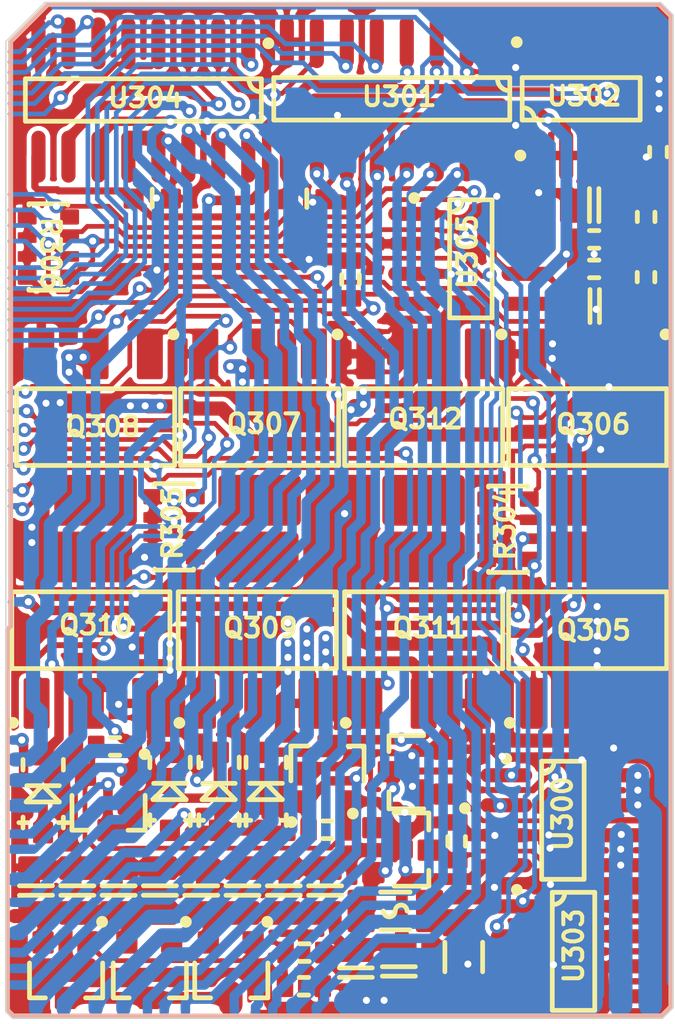
<source format=kicad_pcb>
(kicad_pcb (version 20210108) (generator pcbnew)
  (layers (0 "F.Cu" signal "Top Layer") (31 "B.Cu" signal "Bottom Layer") (34 "B.Paste" user) (35 "F.Paste" user) (36 "B.SilkS" user "B.Silkscreen") (37 "F.SilkS" user "F.Silkscreen") (38 "B.Mask" user) (39 "F.Mask" user) (44 "Edge.Cuts" user))
  (net 0 "")
  (net 1 "NetF300_1")
  (net 2 "V12PROT")
  (net 3 "PP2")
  (net 4 "PP1")
  (net 5 "OUT_PP2")
  (net 6 "OUT_PP1")
  (net 7 "OUT_LOW4_DIODE")
  (net 8 "OUT_LOW9")
  (net 9 "OUT_LOW8")
  (net 10 "OUT_LOW10")
  (net 11 "OUT_HIGH1")
  (net 12 "LOW4_DIODE")
  (net 13 "LOW6_HIGH2")
  (net 14 "LOW5_HIGH1")
  (net 15 "LOW9")
  (net 16 "LOW8")
  (net 17 "LOW10")
  (net 18 "NetD304_3")
  (net 19 "OUT_LOW2_DUAL")
  (net 20 "LOW2_DUAL")
  (net 21 "LOW7")
  (net 22 "LOW11")
  (net 23 "VCC_PP2")
  (net 24 "VCC_PP1")
  (net 25 "OUT_LOW12")
  (net 26 "OUT_LOW6_PULLUP")
  (net 27 "OUT_LOW5_PULLUP")
  (net 28 "OUT_LOW7")
  (net 29 "OUT_LOW11")
  (net 30 "NetD301_1")
  (net 31 "NetD302_1")
  (net 32 "LOW12")
  (net 33 "LOW3_DIODE")
  (net 34 "LOW1_DUAL")
  (net 35 "COIL_B2")
  (net 36 "COIL_B1")
  (net 37 "COIL_A2")
  (net 38 "COIL_A1")
  (net 39 "OUT_LOW1_DUAL")
  (net 40 "OUT_INJ8")
  (net 41 "OUT_INJ7")
  (net 42 "OUT_COIL_A2")
  (net 43 "OUT_COIL_A1")
  (net 44 "NetQ300_1")
  (net 45 "V12_RAW")
  (net 46 "GND")
  (net 47 "V5")
  (net 48 "V12P")
  (net 49 "OUT_LOW3_DIODE")
  (net 50 "OUT_INJ5")
  (net 51 "OUT_INJ6")
  (net 52 "OUT_INJ1")
  (net 53 "OUT_INJ2")
  (net 54 "OUT_INJ3")
  (net 55 "OUT_INJ4")
  (net 56 "INJ1")
  (net 57 "INJ2")
  (net 58 "INJ3")
  (net 59 "INJ4")
  (net 60 "INJ5")
  (net 61 "INJ6")
  (net 62 "OUT_COIL_B1")
  (net 63 "OUT_COIL_B2")
  (net 64 "OUT_HIGH2")
  (net 65 "INJ7")
  (net 66 "INJ8")
  (footprint "General.pcblib:D Schottky" (layer "F.Cu") (at 9.024986 -9.615007 -90)
    (fp_text reference "D300" hide)
    (fp_text value "B5819W" hide)
  )
  (footprint "General.pcblib:Res" (layer "F.Cu") (at 4.625002 -11.515009)
    (fp_text reference "R302" hide)
    (fp_text value "4.7k" hide)
  )
  (footprint "General.pcblib:Cap" (layer "F.Cu") (at 11.750002 -5.415001 90)
    (fp_text reference "C305" hide)
    (fp_text value "10u" hide)
  )
  (footprint "General.pcblib:Cap" (layer "F.Cu") (at 6.500002 -5.415001 90)
    (fp_text reference "C312" hide)
    (fp_text value "10u" hide)
  )
  (footprint "General.pcblib:F PTC" (layer "F.Cu") (at 16.499987 -4.550001 180)
    (fp_text reference "F300" hide)
    (fp_text value "SMD1206P050TF/24" hide)
  )
  (footprint "Small.PcbLib:MOSFET-n" (layer "F.Cu") (at 17.400003 -10.450015 180)
    (fp_text reference "Q313" hide)
    (fp_text value "AO3400A" hide)
  )
  (footprint "Small.PcbLib:D TVS PSM712-12" (layer "F.Cu") (at 16.750002 -7.125)
    (fp_text reference "D304" hide)
    (fp_text value "PSM712-LF" hide)
  )
  (footprint "IC.PcbLib:NE555D" (layer "F.Cu") (at 19.700001 -32.165008)
    (fp_text reference "U305")
    (fp_text value "NE555D" hide)
  )
  (footprint "General.pcblib:D Schottky" (layer "F.Cu") (at 11.024987 -9.615007 -90)
    (fp_text reference "D303" hide)
    (fp_text value "B5819W" hide)
  )
  (footprint "General.pcblib:Res" (layer "F.Cu") (at 27.124975 -31.390008 90)
    (fp_text reference "R311" hide)
    (fp_text value "0" hide)
  )
  (footprint "Small.PcbLib:MOSFET-n" (layer "F.Cu") (at 24.650002 -25.040011 -90)
    (fp_text reference "Q306")
    (fp_text value "AUIPS2041LTR" hide)
  )
  (footprint "General.pcblib:Cap" (layer "F.Cu") (at 6.200003 -34.715006 180)
    (fp_text reference "C301" hide)
    (fp_text value "100n" hide)
  )
  (footprint "General.pcblib:Res" (layer "F.Cu") (at 19.1 -7.499995 90)
    (fp_text reference "R313" hide)
    (fp_text value "4.7k" hide)
  )
  (footprint "IC.PcbLib:ULN2003AD" (layer "F.Cu") (at 16.350005 -38.940006 -90)
    (fp_text reference "U301")
    (fp_text value "ULN2003AD" hide)
  )
  (footprint "IC.PcbLib:RZ7899" (layer "F.Cu") (at 23.600087 -8.390009)
    (fp_text reference "U300")
    (fp_text value "RZ7899" hide)
  )
  (footprint "General.pcblib:Res" (layer "F.Cu") (at 12.65 -2.790002 180)
    (fp_text reference "R300" hide)
    (fp_text value "10k" hide)
  )
  (footprint "Small.PcbLib:MOSFET-n" (layer "F.Cu") (at 10.750006 -25.040011 -90)
    (fp_text reference "Q307")
    (fp_text value "AUIPS2041LTR" hide)
  )
  (footprint "General.pcblib:Res" (layer "F.Cu") (at 24.924962 -31.740008 180)
    (fp_text reference "R312" hide)
    (fp_text value "0" hide)
  )
  (footprint "General.pcblib:Cap" (layer "F.Cu") (at 14.850003 -1.939994 -90)
    (fp_text reference "C308" hide)
    (fp_text value "10u" hide)
  )
  (footprint "Small.PcbLib:MOSFET-p" (layer "F.Cu") (at 6.075002 -2.040001 -90)
    (fp_text reference "Q301" hide)
    (fp_text value "AO3401A" hide)
  )
  (footprint "General.pcblib:Cap" (layer "F.Cu") (at 3.000002 -5.415001 90)
    (fp_text reference "C310" hide)
    (fp_text value "10u" hide)
  )
  (footprint "IC.PcbLib:NE555D" (layer "F.Cu") (at 24.374998 -38.940008 90)
    (fp_text reference "U302")
    (fp_text value "NE555D" hide)
  )
  (footprint "General.pcblib:Cap" (layer "F.Cu") (at 10 -5.415001 90)
    (fp_text reference "C304" hide)
    (fp_text value "10u" hide)
  )
  (footprint "Small.PcbLib:MOSFET-p" (layer "F.Cu") (at 9.525 -2.040001 -90)
    (fp_text reference "Q302" hide)
    (fp_text value "AO3401A" hide)
  )
  (footprint "General.pcblib:D Schottky" (layer "F.Cu") (at 1.575003 -9.515008 -90)
    (fp_text reference "D302" hide)
    (fp_text value "B5819W" hide)
  )
  (footprint "General.pcblib:Cap" (layer "F.Cu") (at 24.949981 -30.190008)
    (fp_text reference "C302" hide)
    (fp_text value "10u" hide)
  )
  (footprint "General.pcblib:Cap" (layer "F.Cu") (at 8.250001 -5.415001 90)
    (fp_text reference "C313" hide)
    (fp_text value "10u" hide)
  )
  (footprint "General.pcblib:Cap" (layer "F.Cu") (at 4.750001 -5.415001 90)
    (fp_text reference "C311" hide)
    (fp_text value "10u" hide)
  )
  (footprint "General.pcblib:Res" (layer "F.Cu") (at 19.40004 -2.600005 90)
    (fp_text reference "R314" hide)
    (fp_text value "0.1" hide)
  )
  (footprint "General.pcblib:Cap" (layer "F.Cu") (at 13.500001 -5.415001 90)
    (fp_text reference "C306" hide)
    (fp_text value "10u" hide)
  )
  (footprint "Small.PcbLib:MOSFET-n" (layer "F.Cu") (at 24.650002 -16.44001 90)
    (fp_text reference "Q305")
    (fp_text value "AUIPS2041LTR" hide)
  )
  (footprint "General.pcblib:Cap" (layer "F.Cu") (at 16.675003 -1.989999 -90)
    (fp_text reference "C307" hide)
    (fp_text value "10u" hide)
  )
  (footprint "IC.PcbLib:RZ7899" (layer "F.Cu") (at 24.050109 -2.839997)
    (fp_text reference "U303")
    (fp_text value "RZ7899" hide)
  )
  (footprint "Small.PcbLib:MOSFET-n" (layer "F.Cu") (at 3.600003 -16.44001 90)
    (fp_text reference "Q310")
    (fp_text value "AUIPS2041LTR" hide)
  )
  (footprint "Small.PcbLib:MOSFET-n" (layer "F.Cu") (at 10.650002 -16.44001 90)
    (fp_text reference "Q309")
    (fp_text value "AUIPS2041LTR" hide)
  )
  (footprint "Small.PcbLib:Res Array 4" (layer "F.Cu") (at 7.125002 -20.81501 180)
    (fp_text reference "R305")
    (fp_text value "10k" hide)
  )
  (footprint "Small.PcbLib:Res Array 4" (layer "F.Cu") (at 1.800001 -32.665007 180)
    (fp_text reference "R306")
    (fp_text value "10k" hide)
  )
  (footprint "Small.PcbLib:Res Array 4" (layer "F.Cu") (at 21.275002 -20.715008 180)
    (fp_text reference "R304")
    (fp_text value "10k" hide)
  )
  (footprint "General.pcblib:Res" (layer "F.Cu") (at 13.624969 -7.990022 180)
    (fp_text reference "R303" hide)
    (fp_text value "4.7k" hide)
  )
  (footprint "Small.PcbLib:MOSFET-p" (layer "F.Cu") (at 13.649968 -10.365014 90)
    (fp_text reference "Q304" hide)
    (fp_text value "AO3401A" hide)
  )
  (footprint "Small.PcbLib:MOSFET-n" (layer "F.Cu") (at 3.800013 -25.040011 -90)
    (fp_text reference "Q308")
    (fp_text value "AUIPS2041LTR" hide)
  )
  (footprint "General.pcblib:Res" (layer "F.Cu") (at 14.600001 -31.290011 -90)
    (fp_text reference "R308" hide)
    (fp_text value "4.7k" hide)
  )
  (footprint "General.pcblib:Res" (layer "F.Cu") (at 12.625001 -1.365001 180)
    (fp_text reference "R301" hide)
    (fp_text value "10k" hide)
  )
  (footprint "General.pcblib:Cap" (layer "F.Cu") (at 1.25 -5.415001 90)
    (fp_text reference "C309" hide)
    (fp_text value "10u" hide)
  )
  (footprint "General.pcblib:Res" (layer "F.Cu") (at 27.650003 -36.690008 90)
    (fp_text reference "R307" hide)
    (fp_text value "4.7k" hide)
  )
  (footprint "General.pcblib:Res" (layer "F.Cu") (at 27.124975 -33.940008 -90)
    (fp_text reference "R309" hide)
    (fp_text value "0" hide)
  )
  (footprint "General.pcblib:Res" (layer "F.Cu") (at 24.924962 -32.990008 180)
    (fp_text reference "R310" hide)
    (fp_text value "0" hide)
  )
  (footprint "IC.PcbLib:ULN2003AD" (layer "F.Cu") (at 5.825012 -38.890006 -90)
    (fp_text reference "U304")
    (fp_text value "ULN2003AD" hide)
  )
  (footprint "Mod.PcbLib:Mod-Hellen-Output" (layer "F.Cu") (at 0 0)
    (fp_text reference "M300" hide)
    (fp_text value "Hellen One : Output Module interface" hide)
  )
  (footprint "Small.PcbLib:MOSFET-p" (layer "F.Cu") (at 2.525001 -2.040001 -90)
    (fp_text reference "Q300" hide)
    (fp_text value "AO3401A" hide)
  )
  (footprint "Small.PcbLib:MOSFET-n" (layer "F.Cu") (at 17.700003 -16.44001 90)
    (fp_text reference "Q311")
    (fp_text value "AUIPS2041LTR" hide)
  )
  (footprint "General.pcblib:D Schottky" (layer "F.Cu") (at 6.949996 -9.615007 -90)
    (fp_text reference "D301" hide)
    (fp_text value "B5819W" hide)
  )
  (footprint "Small.PcbLib:MOSFET-n" (layer "F.Cu") (at 17.700003 -25.040011 -90)
    (fp_text reference "Q312")
    (fp_text value "AUIPS2041LTR" hide)
  )
  (footprint "Small.PcbLib:MOSFET-p" (layer "F.Cu") (at 4.324993 -9.140025 -90)
    (fp_text reference "Q303" hide)
    (fp_text value "AO3401A" hide)
  )
  (footprint "General.pcblib:Cap" (layer "F.Cu") (at 24.924974 -34.415009 180)
    (fp_text reference "C300" hide)
    (fp_text value "10u" hide)
  )
  (footprint "General.pcblib:Cap" (layer "F.Cu") (at 12.750002 -34.690007 180)
    (fp_text reference "C303" hide)
    (fp_text value "100n" hide)
  )
  (gr_poly (pts (xy 25.599964 -33.441157) (xy 25.598719 -33.489227) (xy 25.594988 -33.532239) (xy 25.588768 -33.570187) (xy 25.580061 -33.603077) (xy 25.568864 -33.630906) (xy 25.555181 -33.653674) (xy 25.539012 -33.671383) (xy 25.520353 -33.684032) (xy 25.499205 -33.691619) (xy 25.47557 -33.694146) (xy 25.974962 -33.694205) (xy 25.951213 -33.691673) (xy 25.929963 -33.684078) (xy 25.911213 -33.671424) (xy 25.894962 -33.65371) (xy 25.881213 -33.630936) (xy 25.869961 -33.6031) (xy 25.861213 -33.570205) (xy 25.854962 -33.532249) (xy 25.851213 -33.489235) (xy 25.849961 -33.441157)) (layer "F.Cu") (width 0) (fill solid))
  (gr_poly (pts (xy 12.737165 -31.489995) (xy 12.764991 -31.491095) (xy 12.792159 -31.494395) (xy 12.818666 -31.499896) (xy 12.844513 -31.507595) (xy 12.869702 -31.517496) (xy 12.894234 -31.529597) (xy 12.918105 -31.543894) (xy 12.941318 -31.560394) (xy 12.96387 -31.579096) (xy 12.985765 -31.599995) (xy 12.985765 -31.179996) (xy 12.96387 -31.200895) (xy 12.941318 -31.219597) (xy 12.918105 -31.236097) (xy 12.894234 -31.250395) (xy 12.869702 -31.262495) (xy 12.844513 -31.272396) (xy 12.818666 -31.280095) (xy 12.792159 -31.285597) (xy 12.764991 -31.288896) (xy 12.737165 -31.289996)) (layer "F.Cu") (width 0) (fill solid))
  (gr_poly (pts (xy 14.577405 -6.863872) (xy 14.498531 -6.783763) (xy 14.279065 -6.534643) (xy 14.248206 -6.490193) (xy 14.226951 -6.452875) (xy 14.215301 -6.42269) (xy 14.213251 -6.399634) (xy 14.220805 -6.383713) (xy 13.743694 -6.860824) (xy 13.759614 -6.853271) (xy 13.78267 -6.85532) (xy 13.812855 -6.866971) (xy 13.850173 -6.888226) (xy 13.894623 -6.919084) (xy 13.946205 -6.959547) (xy 14.070764 -7.06928) (xy 14.223853 -7.217425)) (layer "F.Cu") (width 0) (fill solid))
  (gr_poly (pts (xy 3.820368 -41.886919) (xy 3.798697 -41.906822) (xy 3.77695 -41.923266) (xy 3.755123 -41.936253) (xy 3.733221 -41.945778) (xy 3.71124 -41.951847) (xy 3.689182 -41.954455) (xy 3.667049 -41.953607) (xy 3.644837 -41.949296) (xy 3.622548 -41.941529) (xy 3.600181 -41.930302) (xy 3.718453 -42.323926) (xy 3.73 -42.30245) (xy 3.743841 -42.27973) (xy 3.778392 -42.230548) (xy 3.822108 -42.176383) (xy 3.904866 -42.085788) (xy 3.937033 -42.053096)) (layer "F.Cu") (width 0) (fill solid))
  (gr_poly (pts (xy 24.100005 -26.465959) (xy 24.109258 -27.133276) (xy 25.000003 -27.069006) (xy 24.943003 -27.066872) (xy 24.892003 -27.05181) (xy 24.847004 -27.023822) (xy 24.808005 -26.982908) (xy 24.775003 -26.929067) (xy 24.748005 -26.862298) (xy 24.727004 -26.782603) (xy 24.712003 -26.689982) (xy 24.703004 -26.584435) (xy 24.700004 -26.465959)) (layer "F.Cu") (width 0) (fill solid))
  (gr_poly (pts (xy 6.375001 -21.740416) (xy 6.376502 -21.682837) (xy 6.381001 -21.631318) (xy 6.388501 -21.585862) (xy 6.399002 -21.546467) (xy 6.412502 -21.513129) (xy 6.429002 -21.485857) (xy 6.448501 -21.464643) (xy 6.471001 -21.44949) (xy 6.496502 -21.440399) (xy 6.525001 -21.437369) (xy 5.925002 -21.437369) (xy 5.953501 -21.440399) (xy 5.979003 -21.44949) (xy 6.001502 -21.464643) (xy 6.021001 -21.485857) (xy 6.037501 -21.513129) (xy 6.051001 -21.546467) (xy 6.061502 -21.585862) (xy 6.069002 -21.631318) (xy 6.073501 -21.682837) (xy 6.075002 -21.740416)) (layer "F.Cu") (width 0) (fill solid))
  (gr_poly (pts (xy 15.834708 -40.731402) (xy 15.83548 -40.704978) (xy 15.837797 -40.67842) (xy 15.84166 -40.651732) (xy 15.847068 -40.624912) (xy 15.854017 -40.59796) (xy 15.872557 -40.543665) (xy 15.884141 -40.51632) (xy 15.911949 -40.461237) (xy 15.509039 -40.579827) (xy 15.532918 -40.594016) (xy 15.554279 -40.609825) (xy 15.573131 -40.627252) (xy 15.589468 -40.646302) (xy 15.603291 -40.66697) (xy 15.614602 -40.689258) (xy 15.623398 -40.713167) (xy 15.629682 -40.738697) (xy 15.633451 -40.765847) (xy 15.634708 -40.794615)) (layer "F.Cu") (width 0) (fill solid))
  (gr_poly (pts (xy 9.600001 -28.87234) (xy 9.600931 -28.842094) (xy 9.603717 -28.813387) (xy 9.60836 -28.786224) (xy 9.614863 -28.760603) (xy 9.623224 -28.736526) (xy 9.63344 -28.713989) (xy 9.645518 -28.692996) (xy 9.65945 -28.673544) (xy 9.675241 -28.655635) (xy 9.692891 -28.639267) (xy 9.307111 -28.639267) (xy 9.324762 -28.655635) (xy 9.340553 -28.673544) (xy 9.354485 -28.692996) (xy 9.366562 -28.713989) (xy 9.376778 -28.736526) (xy 9.38514 -28.760603) (xy 9.391642 -28.786224) (xy 9.396286 -28.813387) (xy 9.399072 -28.842094) (xy 9.400002 -28.87234)) (layer "F.Cu") (width 0) (fill solid))
  (gr_poly (pts (xy 16.575004 -0.341127) (xy 16.574003 -0.379707) (xy 16.571003 -0.414223) (xy 16.566004 -0.44468) (xy 16.559004 -0.471079) (xy 16.550005 -0.493413) (xy 16.539004 -0.511688) (xy 16.526005 -0.525899) (xy 16.511003 -0.536052) (xy 16.494003 -0.542145) (xy 16.475004 -0.544175) (xy 16.875003 -0.544175) (xy 16.856004 -0.542145) (xy 16.839004 -0.536052) (xy 16.824002 -0.525899) (xy 16.811003 -0.511688) (xy 16.800002 -0.493413) (xy 16.791003 -0.471079) (xy 16.784003 -0.44468) (xy 16.779004 -0.414223) (xy 16.776004 -0.379707) (xy 16.775003 -0.341127)) (layer "F.Cu") (width 0) (fill solid))
  (gr_poly (pts (xy 3.250004 -9.646366) (xy 3.249003 -9.684946) (xy 3.246003 -9.719462) (xy 3.241004 -9.74992) (xy 3.234004 -9.776318) (xy 3.225002 -9.798652) (xy 3.214004 -9.816927) (xy 3.201005 -9.831139) (xy 3.186003 -9.841291) (xy 3.169003 -9.847384) (xy 3.150004 -9.849414) (xy 3.550003 -9.849414) (xy 3.531004 -9.847384) (xy 3.514004 -9.841291) (xy 3.499002 -9.831139) (xy 3.486003 -9.816927) (xy 3.475004 -9.798652) (xy 3.466003 -9.776318) (xy 3.459002 -9.74992) (xy 3.454004 -9.719462) (xy 3.451004 -9.684946) (xy 3.450003 -9.646366)) (layer "F.Cu") (width 0) (fill solid))
  (gr_poly (pts (xy 15.750002 -14.340002) (xy 15.781332 -14.340187) (xy 15.905546 -14.348981) (xy 15.915622 -14.351729) (xy 15.922661 -14.354843) (xy 15.926661 -14.358323) (xy 15.902155 -14.065265) (xy 15.898597 -14.069967) (xy 15.89245 -14.07417) (xy 15.88371 -14.077881) (xy 15.872381 -14.081097) (xy 15.858462 -14.08382) (xy 15.84195 -14.086045) (xy 15.801157 -14.089014) (xy 15.750002 -14.090005)) (layer "F.Cu") (width 0) (fill solid))
  (gr_poly (pts (xy 23.539999 -35.119175) (xy 23.539404 -35.194748) (xy 23.518619 -35.477729) (xy 23.510898 -35.515349) (xy 23.50199 -35.546642) (xy 23.491894 -35.57161) (xy 23.480611 -35.590251) (xy 23.999386 -35.590251) (xy 23.988103 -35.57161) (xy 23.978006 -35.546642) (xy 23.969099 -35.515349) (xy 23.961377 -35.477729) (xy 23.954844 -35.433785) (xy 23.945342 -35.326917) (xy 23.940592 -35.194748) (xy 23.939998 -35.119175)) (layer "F.Cu") (width 0) (fill solid))
  (gr_poly (pts (xy 1.775 -4.093665) (xy 1.776984 -4.01513) (xy 1.782933 -3.944861) (xy 1.792849 -3.882862) (xy 1.80673 -3.829126) (xy 1.824576 -3.78366) (xy 1.84639 -3.746459) (xy 1.872171 -3.717526) (xy 1.901916 -3.696858) (xy 1.935627 -3.684458) (xy 1.973306 -3.680325) (xy 1.176696 -3.680325) (xy 1.214374 -3.684458) (xy 1.248085 -3.696858) (xy 1.277831 -3.717526) (xy 1.303612 -3.746459) (xy 1.325425 -3.78366) (xy 1.343271 -3.829126) (xy 1.357152 -3.882862) (xy 1.367069 -3.944861) (xy 1.373017 -4.01513) (xy 1.375001 -4.093665)) (layer "F.Cu") (width 0) (fill solid))
  (gr_poly (pts (xy 0.625401 -18.13177) (xy 0.586821 -18.130769) (xy 0.552305 -18.127769) (xy 0.521848 -18.12277) (xy 0.49545 -18.11577) (xy 0.473116 -18.106771) (xy 0.45484 -18.09577) (xy 0.440629 -18.082771) (xy 0.430477 -18.067769) (xy 0.424383 -18.050769) (xy 0.422354 -18.03177) (xy 0.422354 -18.431769) (xy 0.424383 -18.41277) (xy 0.430477 -18.39577) (xy 0.440629 -18.380768) (xy 0.45484 -18.367769) (xy 0.473116 -18.356768) (xy 0.49545 -18.347769) (xy 0.521848 -18.340769) (xy 0.552305 -18.33577) (xy 0.586821 -18.33277) (xy 0.625401 -18.331769)) (layer "F.Cu") (width 0) (fill solid))
  (gr_poly (pts (xy 17.606345 -11.57794) (xy 17.676843 -11.580388) (xy 17.743361 -11.587731) (xy 17.805903 -11.599969) (xy 17.864465 -11.617101) (xy 17.919052 -11.639131) (xy 17.969659 -11.666055) (xy 18.016289 -11.697873) (xy 18.05894 -11.734589) (xy 18.097614 -11.776199) (xy 18.132311 -11.822704) (xy 18.161074 -10.958109) (xy 18.123243 -10.980877) (xy 18.081493 -11.001248) (xy 18.035821 -11.019224) (xy 17.986228 -11.034801) (xy 17.932715 -11.047984) (xy 17.875283 -11.058769) (xy 17.748654 -11.073148) (xy 17.679459 -11.076742) (xy 17.606345 -11.077941)) (layer "F.Cu") (width 0) (fill solid))
  (gr_poly (pts (xy 16.554041 -17.165005) (xy 16.523744 -17.164461) (xy 16.466777 -17.160098) (xy 16.440109 -17.156283) (xy 16.390399 -17.145376) (xy 16.367359 -17.138287) (xy 16.345527 -17.130108) (xy 16.324905 -17.12084) (xy 16.305494 -17.110479) (xy 16.417491 -17.515269) (xy 16.429619 -17.496219) (xy 16.443813 -17.479175) (xy 16.460066 -17.464136) (xy 16.478385 -17.4511) (xy 16.498766 -17.440072) (xy 16.521209 -17.431047) (xy 16.545715 -17.424029) (xy 16.572283 -17.419015) (xy 16.600917 -17.416008) (xy 16.631613 -17.415007)) (layer "F.Cu") (width 0) (fill solid))
  (gr_poly (pts (xy 16.978607 -6.253607) (xy 16.979583 -6.207755) (xy 16.98738 -6.122596) (xy 16.994205 -6.08329) (xy 17.002978 -6.046168) (xy 17.013702 -6.011228) (xy 17.026377 -5.978472) (xy 17.041 -5.947895) (xy 17.057571 -5.919503) (xy 17.076095 -5.893295) (xy 16.68112 -5.893295) (xy 16.699644 -5.919503) (xy 16.716215 -5.947895) (xy 16.730838 -5.978472) (xy 16.743512 -6.011228) (xy 16.754236 -6.046168) (xy 16.763009 -6.08329) (xy 16.769834 -6.122596) (xy 16.774709 -6.164085) (xy 16.778608 -6.253607)) (layer "F.Cu") (width 0) (fill solid))
  (gr_poly (pts (xy 15.6975 -5.949142) (xy 15.696679 -5.818647) (xy 15.66796 -5.411) (xy 15.657292 -5.378435) (xy 15.644983 -5.362194) (xy 15.631033 -5.362275) (xy 15.615442 -5.378679) (xy 14.947501 -5.446095) (xy 14.995002 -5.446583) (xy 15.037501 -5.458143) (xy 15.075002 -5.480771) (xy 15.107501 -5.514472) (xy 15.135001 -5.55924) (xy 15.157501 -5.615081) (xy 15.175001 -5.68199) (xy 15.187501 -5.759971) (xy 15.195001 -5.849021) (xy 15.197501 -5.949142)) (layer "F.Cu") (width 0) (fill solid))
  (gr_poly (pts (xy 7.723853 -6.115022) (xy 7.649802 -6.112822) (xy 7.580452 -6.106226) (xy 7.515802 -6.09523) (xy 7.455855 -6.079838) (xy 7.40061 -6.060049) (xy 7.350064 -6.035858) (xy 7.304222 -6.007273) (xy 7.263079 -5.974288) (xy 7.22664 -5.936905) (xy 7.194901 -5.895124) (xy 7.194901 -6.834919) (xy 7.22664 -6.793139) (xy 7.263079 -6.755755) (xy 7.304222 -6.72277) (xy 7.350064 -6.694185) (xy 7.40061 -6.669994) (xy 7.455855 -6.650205) (xy 7.515802 -6.634813) (xy 7.580452 -6.623817) (xy 7.649802 -6.617221) (xy 7.723853 -6.615021)) (layer "F.Cu") (width 0) (fill solid))
  (gr_poly (pts (xy 27.324975 -32.93827) (xy 27.326968 -32.861324) (xy 27.33295 -32.79248) (xy 27.342922 -32.731733) (xy 27.35688 -32.679084) (xy 27.374825 -32.634537) (xy 27.39676 -32.598088) (xy 27.422683 -32.569739) (xy 27.452594 -32.54949) (xy 27.486493 -32.537342) (xy 27.52438 -32.533293) (xy 26.72557 -32.533293) (xy 26.763457 -32.537342) (xy 26.797356 -32.54949) (xy 26.827267 -32.569739) (xy 26.85319 -32.598088) (xy 26.875125 -32.634537) (xy 26.89307 -32.679084) (xy 26.907028 -32.731733) (xy 26.917 -32.79248) (xy 26.922981 -32.861324) (xy 26.924975 -32.93827)) (layer "F.Cu") (width 0) (fill solid))
  (gr_poly (pts (xy 14.675 -8.810005) (xy 14.675782 -8.746891) (xy 14.687517 -8.590803) (xy 14.69456 -8.549861) (xy 14.703166 -8.514461) (xy 14.713336 -8.484603) (xy 14.725071 -8.460288) (xy 14.738373 -8.441517) (xy 14.753237 -8.428289) (xy 14.114973 -8.436831) (xy 14.145377 -8.440179) (xy 14.172583 -8.451073) (xy 14.196586 -8.469518) (xy 14.217391 -8.495513) (xy 14.234993 -8.529053) (xy 14.249395 -8.570145) (xy 14.260599 -8.618786) (xy 14.2686 -8.674976) (xy 14.2734 -8.738718) (xy 14.275001 -8.810005)) (layer "F.Cu") (width 0) (fill solid))
  (gr_poly (pts (xy 5.15096 -12.837808) (xy 5.18954 -12.838808) (xy 5.224056 -12.841808) (xy 5.254513 -12.846807) (xy 5.280911 -12.853807) (xy 5.303246 -12.862809) (xy 5.321521 -12.873807) (xy 5.335732 -12.886807) (xy 5.345885 -12.901808) (xy 5.351978 -12.918808) (xy 5.354008 -12.937808) (xy 5.354008 -12.537808) (xy 5.351978 -12.556808) (xy 5.345885 -12.573808) (xy 5.335732 -12.588809) (xy 5.321521 -12.601809) (xy 5.303246 -12.612807) (xy 5.280911 -12.621809) (xy 5.254513 -12.628809) (xy 5.224056 -12.633808) (xy 5.18954 -12.636807) (xy 5.15096 -12.637808)) (layer "F.Cu") (width 0) (fill solid))
  (gr_poly (pts (xy 20.549047 -26.924541) (xy 20.507759 -26.964444) (xy 20.433856 -27.027279) (xy 20.401237 -27.050213) (xy 20.371509 -27.067487) (xy 20.344668 -27.079105) (xy 20.320719 -27.085066) (xy 20.299657 -27.085371) (xy 20.281486 -27.08002) (xy 20.266205 -27.069011) (xy 20.545999 -27.348805) (xy 20.534991 -27.333524) (xy 20.529639 -27.315353) (xy 20.529944 -27.294291) (xy 20.535905 -27.270342) (xy 20.547523 -27.243502) (xy 20.564798 -27.213773) (xy 20.587731 -27.181155) (xy 20.616319 -27.145645) (xy 20.690469 -27.065963)) (layer "F.Cu") (width 0) (fill solid))
  (gr_poly (pts (xy 5.126345 -1.119998) (xy 5.202504 -1.121974) (xy 5.273426 -1.127905) (xy 5.33911 -1.13779) (xy 5.399562 -1.151628) (xy 5.454777 -1.169421) (xy 5.504754 -1.191166) (xy 5.549499 -1.216866) (xy 5.589003 -1.24652) (xy 5.623276 -1.280127) (xy 5.65231 -1.317689) (xy 5.65231 -0.422308) (xy 5.623276 -0.45987) (xy 5.589003 -0.493476) (xy 5.549499 -0.523131) (xy 5.504754 -0.548831) (xy 5.454777 -0.570575) (xy 5.399562 -0.588368) (xy 5.33911 -0.602206) (xy 5.273426 -0.612092) (xy 5.202504 -0.618023) (xy 5.126345 -0.619999)) (layer "F.Cu") (width 0) (fill solid))
  (gr_poly (pts (xy 21.500003 -42.536158) (xy 21.499002 -42.574738) (xy 21.496002 -42.609254) (xy 21.491004 -42.639712) (xy 21.484003 -42.66611) (xy 21.475004 -42.688444) (xy 21.464003 -42.706719) (xy 21.451004 -42.720931) (xy 21.436002 -42.731083) (xy 21.419002 -42.737176) (xy 21.400003 -42.739206) (xy 21.800002 -42.739206) (xy 21.781003 -42.737176) (xy 21.764003 -42.731083) (xy 21.749001 -42.720931) (xy 21.736002 -42.706719) (xy 21.725001 -42.688444) (xy 21.716002 -42.66611) (xy 21.709002 -42.639712) (xy 21.704003 -42.609254) (xy 21.701003 -42.574738) (xy 21.700002 -42.536158)) (layer "F.Cu") (width 0) (fill solid))
  (gr_poly (pts (xy 5.276152 -4.714999) (xy 5.350203 -4.717199) (xy 5.419552 -4.723795) (xy 5.484203 -4.734791) (xy 5.544149 -4.750184) (xy 5.599394 -4.769973) (xy 5.64994 -4.794164) (xy 5.695782 -4.822749) (xy 5.736925 -4.855733) (xy 5.773364 -4.893117) (xy 5.805104 -4.934897) (xy 5.805104 -3.995103) (xy 5.773364 -4.036883) (xy 5.736925 -4.074267) (xy 5.695782 -4.107251) (xy 5.64994 -4.135836) (xy 5.599394 -4.160027) (xy 5.544149 -4.179816) (xy 5.484203 -4.195209) (xy 5.419552 -4.206204) (xy 5.350203 -4.212801) (xy 5.276152 -4.215)) (layer "F.Cu") (width 0) (fill solid))
  (gr_poly (pts (xy 27.875001 -39.568613) (xy 27.87557 -39.538344) (xy 27.880122 -39.481409) (xy 27.884105 -39.454742) (xy 27.895484 -39.405009) (xy 27.90288 -39.381943) (xy 27.911412 -39.360076) (xy 27.921085 -39.339411) (xy 27.931895 -39.319944) (xy 27.525233 -38.905066) (xy 27.544189 -38.892561) (xy 27.561149 -38.878038) (xy 27.576115 -38.861495) (xy 27.589086 -38.842935) (xy 27.600062 -38.822358) (xy 27.609041 -38.799762) (xy 27.616023 -38.77515) (xy 27.621012 -38.748518) (xy 27.624006 -38.719869) (xy 27.625004 -38.689204) (xy 27.875001 -38.761401) (xy 27.87557 -38.79167) (xy 27.880122 -38.848604) (xy 27.884105 -38.875272) (xy 27.895484 -38.925005) (xy 27.90288 -38.94807) (xy 27.911412 -38.969937) (xy 27.921085 -38.990603) (xy 27.931895 -39.010069) (xy 27.525233 -39.424948) (xy 27.544189 -39.437452) (xy 27.561149 -39.451976) (xy 27.576115 -39.468519) (xy 27.589086 -39.487079) (xy 27.600062 -39.507655) (xy 27.609041 -39.530251) (xy 27.616023 -39.554864) (xy 27.621012 -39.581496) (xy 27.624006 -39.610144) (xy 27.625004 -39.64081)) (layer "F.Cu") (width 0) (fill solid))
  (gr_poly (pts (xy 20.525001 -21.640414) (xy 20.526502 -21.582835) (xy 20.531 -21.531316) (xy 20.538501 -21.48586) (xy 20.549001 -21.446465) (xy 20.562501 -21.41313) (xy 20.579001 -21.385855) (xy 20.598501 -21.364641) (xy 20.621 -21.349487) (xy 20.646502 -21.340397) (xy 20.675001 -21.337367) (xy 20.075002 -21.337367) (xy 20.103501 -21.340397) (xy 20.129002 -21.349487) (xy 20.151501 -21.364641) (xy 20.171001 -21.385855) (xy 20.187501 -21.41313) (xy 20.201001 -21.446465) (xy 20.211501 -21.48586) (xy 20.219002 -21.531316) (xy 20.2235 -21.582835) (xy 20.225001 -21.640414)) (layer "F.Cu") (width 0) (fill solid))
  (gr_poly (pts (xy 3.52615 -4.714999) (xy 3.600201 -4.717199) (xy 3.669551 -4.723795) (xy 3.734201 -4.734791) (xy 3.794148 -4.750184) (xy 3.849393 -4.769973) (xy 3.899939 -4.794164) (xy 3.945781 -4.822749) (xy 3.986924 -4.855733) (xy 4.023363 -4.893117) (xy 4.055102 -4.934897) (xy 4.055102 -3.995103) (xy 4.023363 -4.036883) (xy 3.986924 -4.074267) (xy 3.945781 -4.107251) (xy 3.899939 -4.135836) (xy 3.849393 -4.160027) (xy 3.794148 -4.179816) (xy 3.734201 -4.195209) (xy 3.669551 -4.206204) (xy 3.600201 -4.212801) (xy 3.52615 -4.215)) (layer "F.Cu") (width 0) (fill solid))
  (gr_poly (pts (xy 22.899045 -26.924541) (xy 22.857757 -26.964444) (xy 22.783853 -27.027279) (xy 22.751235 -27.050213) (xy 22.721507 -27.067487) (xy 22.694666 -27.079105) (xy 22.670717 -27.085066) (xy 22.649655 -27.085371) (xy 22.631484 -27.08002) (xy 22.616203 -27.069011) (xy 22.895997 -27.348805) (xy 22.884989 -27.333524) (xy 22.879637 -27.315353) (xy 22.879942 -27.294291) (xy 22.885903 -27.270342) (xy 22.897521 -27.243502) (xy 22.914795 -27.213773) (xy 22.937729 -27.181155) (xy 22.966317 -27.145645) (xy 23.040467 -27.065963)) (layer "F.Cu") (width 0) (fill solid))
  (gr_poly (pts (xy 16.347211 -12.000575) (xy 16.536576 -12.010575) (xy 16.536576 -11.590576) (xy 16.532916 -11.592476) (xy 16.525865 -11.594175) (xy 16.515415 -11.595677) (xy 16.484333 -11.598077) (xy 16.381425 -11.600477) (xy 16.347211 -11.600576)) (layer "F.Cu") (width 0) (fill solid))
  (gr_poly (pts (xy 2.722992 -39.246576) (xy 2.704092 -39.226122) (xy 2.687216 -39.20458) (xy 2.672362 -39.181946) (xy 2.659527 -39.158225) (xy 2.648717 -39.133412) (xy 2.639929 -39.107511) (xy 2.63316 -39.080519) (xy 2.628412 -39.052439) (xy 2.625689 -39.023267) (xy 2.624986 -38.993008) (xy 2.328001 -39.289993) (xy 2.35826 -39.290696) (xy 2.387432 -39.293419) (xy 2.415512 -39.298166) (xy 2.442505 -39.304935) (xy 2.468405 -39.313724) (xy 2.493218 -39.324534) (xy 2.516939 -39.337369) (xy 2.539573 -39.352223) (xy 2.561115 -39.369098) (xy 2.58157 -39.387998)) (layer "F.Cu") (width 0) (fill solid))
  (gr_poly (pts (xy 24.988119 -3.724996) (xy 25.082083 -3.72539) (xy 25.518842 -3.750155) (xy 25.549662 -3.756838) (xy 25.572588 -3.764305) (xy 25.572588 -3.185688) (xy 25.549662 -3.193156) (xy 25.518842 -3.199839) (xy 25.480127 -3.205737) (xy 25.37902 -3.21517) (xy 25.168159 -3.223425) (xy 24.988119 -3.224997)) (layer "F.Cu") (width 0) (fill solid))
  (gr_poly (pts (xy 26.525024 -9.665007) (xy 26.524219 -9.731835) (xy 26.512147 -9.887687) (xy 26.504903 -9.92476) (xy 26.496048 -9.954395) (xy 26.485586 -9.976589) (xy 26.473513 -9.991347) (xy 26.45983 -9.998664) (xy 26.444537 -9.998542) (xy 27.059476 -10.145253) (xy 27.05293 -10.132367) (xy 27.047073 -10.111677) (xy 27.041904 -10.083173) (xy 27.037426 -10.046863) (xy 27.028125 -9.891075) (xy 27.025023 -9.665007)) (layer "F.Cu") (width 0) (fill solid))
  (gr_poly (pts (xy 5.973851 -6.115022) (xy 5.8998 -6.112822) (xy 5.830451 -6.106226) (xy 5.7658 -6.09523) (xy 5.705853 -6.079838) (xy 5.650608 -6.060049) (xy 5.600062 -6.035858) (xy 5.554221 -6.007273) (xy 5.513078 -5.974288) (xy 5.476639 -5.936905) (xy 5.444899 -5.895124) (xy 5.444899 -6.834919) (xy 5.476639 -6.793139) (xy 5.513078 -6.755755) (xy 5.554221 -6.72277) (xy 5.600062 -6.694185) (xy 5.650608 -6.669994) (xy 5.705853 -6.650205) (xy 5.7658 -6.634813) (xy 5.830451 -6.623817) (xy 5.8998 -6.617221) (xy 5.973851 -6.615021)) (layer "F.Cu") (width 0) (fill solid))
  (gr_poly (pts (xy 2.077817 -33.244295) (xy 2.058759 -33.26223) (xy 2.039955 -33.277665) (xy 2.021403 -33.290604) (xy 2.003105 -33.301043) (xy 1.985056 -33.308986) (xy 1.967263 -33.314429) (xy 1.949719 -33.317376) (xy 1.932429 -33.317823) (xy 1.915391 -33.315773) (xy 1.898607 -33.311224) (xy 2.099993 -33.592064) (xy 2.10103 -33.574477) (xy 2.104431 -33.556268) (xy 2.110194 -33.537439) (xy 2.118319 -33.51799) (xy 2.12881 -33.497921) (xy 2.141659 -33.47723) (xy 2.156874 -33.45592) (xy 2.174451 -33.43399) (xy 2.216691 -33.388264)) (layer "F.Cu") (width 0) (fill solid))
  (gr_poly (pts (xy 12.625001 -12.065965) (xy 12.624001 -12.104545) (xy 12.621001 -12.139061) (xy 12.616002 -12.169518) (xy 12.609002 -12.195917) (xy 12.6 -12.218251) (xy 12.589002 -12.236526) (xy 12.576002 -12.250738) (xy 12.561001 -12.26089) (xy 12.544001 -12.266983) (xy 12.525002 -12.269013) (xy 12.925001 -12.269013) (xy 12.906002 -12.266983) (xy 12.889001 -12.26089) (xy 12.874 -12.250738) (xy 12.861 -12.236526) (xy 12.850002 -12.218251) (xy 12.841 -12.195917) (xy 12.834 -12.169518) (xy 12.829002 -12.139061) (xy 12.826002 -12.104545) (xy 12.825001 -12.065965)) (layer "F.Cu") (width 0) (fill solid))
  (gr_poly (pts (xy 16.575004 -0.315011) (xy 16.574204 -0.404868) (xy 16.555029 -0.687139) (xy 16.546241 -0.738419) (xy 16.535855 -0.78198) (xy 16.523868 -0.817829) (xy 16.510287 -0.845962) (xy 16.495105 -0.866379) (xy 16.854902 -0.866379) (xy 16.83972 -0.845962) (xy 16.826139 -0.817829) (xy 16.814152 -0.78198) (xy 16.803766 -0.738419) (xy 16.794978 -0.687139) (xy 16.782194 -0.561434) (xy 16.775803 -0.404868) (xy 16.775003 -0.315011)) (layer "F.Cu") (width 0) (fill solid))
  (gr_poly (pts (xy 15.550002 -40.140009) (xy 15.542816 -40.301672) (xy 15.758645 -40.24931) (xy 15.757002 -40.248594) (xy 15.755534 -40.245609) (xy 15.754236 -40.240354) (xy 15.753113 -40.232828) (xy 15.751383 -40.210969) (xy 15.750088 -40.161154) (xy 15.750002 -40.140009)) (layer "F.Cu") (width 0) (fill solid))
  (gr_poly (pts (xy 1.025002 -31.963172) (xy 1.026251 -31.915092) (xy 1.03 -31.872075) (xy 1.036251 -31.834117) (xy 1.045002 -31.801222) (xy 1.056251 -31.773386) (xy 1.07 -31.750612) (xy 1.086251 -31.732898) (xy 1.105002 -31.720246) (xy 1.126251 -31.712654) (xy 1.15 -31.710125) (xy 0.650001 -31.710125) (xy 0.67375 -31.712654) (xy 0.695002 -31.720246) (xy 0.71375 -31.732898) (xy 0.730001 -31.750612) (xy 0.74375 -31.773386) (xy 0.755 -31.801222) (xy 0.76375 -31.834117) (xy 0.770001 -31.872075) (xy 0.77375 -31.915092) (xy 0.775 -31.963172)) (layer "F.Cu") (width 0) (fill solid))
  (gr_poly (pts (xy 26.991742 -37.465008) (xy 27.031102 -37.466008) (xy 27.06623 -37.469008) (xy 27.097121 -37.474007) (xy 27.123776 -37.481007) (xy 27.146199 -37.490009) (xy 27.164386 -37.501007) (xy 27.17834 -37.514007) (xy 27.188058 -37.529008) (xy 27.19354 -37.546008) (xy 27.194789 -37.565007) (xy 27.212087 -37.166702) (xy 27.209115 -37.185379) (xy 27.201906 -37.202092) (xy 27.190464 -37.216837) (xy 27.174782 -37.229618) (xy 27.154866 -37.240431) (xy 27.130713 -37.249278) (xy 27.102326 -37.256161) (xy 27.069699 -37.261076) (xy 27.032839 -37.264025) (xy 26.991742 -37.265008)) (layer "F.Cu") (width 0) (fill solid))
  (gr_poly (pts (xy 15.634708 -40.140009) (xy 15.632798 -40.255937) (xy 15.836618 -40.272259) (xy 15.836255 -40.27091) (xy 15.83593 -40.26692) (xy 15.835186 -40.239119) (xy 15.834708 -40.140009)) (layer "F.Cu") (width 0) (fill solid))
  (gr_poly (pts (xy 8.774999 -4.093665) (xy 8.776983 -4.01513) (xy 8.782931 -3.944861) (xy 8.792848 -3.882862) (xy 8.806729 -3.829126) (xy 8.824575 -3.78366) (xy 8.846388 -3.746459) (xy 8.872169 -3.717526) (xy 8.901915 -3.696858) (xy 8.935626 -3.684458) (xy 8.973304 -3.680325) (xy 8.176694 -3.680325) (xy 8.214373 -3.684458) (xy 8.248084 -3.696858) (xy 8.27783 -3.717526) (xy 8.303611 -3.746459) (xy 8.325424 -3.78366) (xy 8.34327 -3.829126) (xy 8.357151 -3.882862) (xy 8.367067 -3.944861) (xy 8.373016 -4.01513) (xy 8.375 -4.093665)) (layer "F.Cu") (width 0) (fill solid))
  (gr_poly (pts (xy 8.99905 -26.924541) (xy 8.957762 -26.964444) (xy 8.883858 -27.027279) (xy 8.85124 -27.050213) (xy 8.821511 -27.067487) (xy 8.794671 -27.079105) (xy 8.770722 -27.085066) (xy 8.74966 -27.085371) (xy 8.731489 -27.08002) (xy 8.716208 -27.069011) (xy 8.996002 -27.348805) (xy 8.984993 -27.333524) (xy 8.979642 -27.315353) (xy 8.979946 -27.294291) (xy 8.985908 -27.270342) (xy 8.997526 -27.243502) (xy 9.0148 -27.213773) (xy 9.037734 -27.181155) (xy 9.066322 -27.145645) (xy 9.140472 -27.065963)) (layer "F.Cu") (width 0) (fill solid))
  (gr_poly (pts (xy 18.659389 -32.65025) (xy 18.607275 -32.649152) (xy 18.510481 -32.640384) (xy 18.4658 -32.632708) (xy 18.423598 -32.622843) (xy 18.383875 -32.610783) (xy 18.346628 -32.596531) (xy 18.311861 -32.580087) (xy 18.279572 -32.561451) (xy 18.24976 -32.540621) (xy 18.24976 -33.059395) (xy 18.279572 -33.038565) (xy 18.311861 -33.019929) (xy 18.346628 -33.003485) (xy 18.383875 -32.989233) (xy 18.423598 -32.977173) (xy 18.4658 -32.967308) (xy 18.510481 -32.959632) (xy 18.557639 -32.954151) (xy 18.659389 -32.949766)) (layer "F.Cu") (width 0) (fill solid))
  (gr_poly (pts (xy 25.492225 -30.040009) (xy 25.459609 -30.03928) (xy 25.403726 -30.03344) (xy 25.38046 -30.028332) (xy 25.360313 -30.021764) (xy 25.343282 -30.013737) (xy 25.329368 -30.00425) (xy 25.31857 -29.993306) (xy 25.310892 -29.980898) (xy 25.30633 -29.967034) (xy 25.097184 -30.315299) (xy 25.444661 -30.340008)) (layer "F.Cu") (width 0) (fill solid))
  (gr_poly (pts (xy 7.577498 -2.544999) (xy 7.539497 -2.546998) (xy 7.505499 -2.553) (xy 7.475499 -2.563) (xy 7.449497 -2.576998) (xy 7.427498 -2.594999) (xy 7.409498 -2.616998) (xy 7.3955 -2.643) (xy 7.3855 -2.672999) (xy 7.379498 -2.706997) (xy 7.377499 -2.744998) (xy 7.177499 -2.744998) (xy 7.1755 -2.706997) (xy 7.169498 -2.672999) (xy 7.159498 -2.643) (xy 7.1455 -2.616998) (xy 7.127499 -2.594999) (xy 7.1055 -2.576998) (xy 7.079498 -2.563) (xy 7.049498 -2.553) (xy 7.0155 -2.546998) (xy 6.977499 -2.544999) (xy 7.277499 -2.344999)) (layer "F.Cu") (width 0) (fill solid))
  (gr_poly (pts (xy 16.149046 -28.984999) (xy 16.106859 -28.983998) (xy 16.069536 -28.980999) (xy 16.037075 -28.976) (xy 16.009478 -28.969) (xy 15.986742 -28.959998) (xy 15.968868 -28.949) (xy 15.955856 -28.936) (xy 15.947708 -28.920999) (xy 15.944421 -28.903999) (xy 15.945998 -28.884999) (xy 15.881728 -29.205756) (xy 15.88963 -29.201811) (xy 15.900913 -29.198283) (xy 15.915574 -29.195169) (xy 15.933613 -29.192471) (xy 15.979826 -29.188321) (xy 16.074487 -29.185207) (xy 16.112797 -29.184999)) (layer "F.Cu") (width 0) (fill solid))
  (gr_poly (pts (xy 25.849961 -33.698269) (xy 25.851213 -33.650189) (xy 25.854962 -33.607172) (xy 25.861213 -33.569214) (xy 25.869961 -33.536319) (xy 25.881213 -33.508483) (xy 25.894962 -33.485709) (xy 25.911213 -33.467995) (xy 25.929961 -33.455343) (xy 25.951213 -33.447751) (xy 25.974962 -33.445221) (xy 25.474963 -33.445221) (xy 25.498712 -33.447751) (xy 25.519964 -33.455343) (xy 25.538712 -33.467995) (xy 25.554963 -33.485709) (xy 25.568712 -33.508483) (xy 25.579964 -33.536319) (xy 25.588712 -33.569214) (xy 25.594963 -33.607172) (xy 25.598712 -33.650189) (xy 25.599964 -33.698269)) (layer "F.Cu") (width 0) (fill solid))
  (gr_poly (pts (xy 19.644987 -8.005008) (xy 20.250328 -8.014396) (xy 20.250328 -7.495621) (xy 20.242073 -7.497404) (xy 20.2222 -7.499002) (xy 20.026533 -7.503508) (xy 19.644987 -7.505009)) (layer "F.Cu") (width 0) (fill solid))
  (gr_poly (pts (xy 9.003614 -34.44002) (xy 8.81425 -34.43002) (xy 8.81425 -34.850019) (xy 8.81791 -34.848119) (xy 8.824961 -34.84642) (xy 8.83541 -34.844919) (xy 8.866492 -34.842519) (xy 8.9694 -34.840118) (xy 9.003614 -34.840019)) (layer "F.Cu") (width 0) (fill solid))
  (gr_poly (pts (xy 20.188118 -1.184996) (xy 20.282083 -1.18539) (xy 20.718841 -1.210155) (xy 20.749661 -1.216838) (xy 20.772587 -1.224305) (xy 20.772587 -0.645688) (xy 20.749661 -0.653156) (xy 20.718841 -0.659839) (xy 20.680126 -0.665737) (xy 20.579019 -0.67517) (xy 20.368158 -0.683425) (xy 20.188118 -0.684997)) (layer "F.Cu") (width 0) (fill solid))
  (gr_poly (pts (xy 1.025002 -33.540413) (xy 1.026251 -33.492333) (xy 1.03 -33.449316) (xy 1.036251 -33.411358) (xy 1.045002 -33.378463) (xy 1.056251 -33.350627) (xy 1.07 -33.327853) (xy 1.086251 -33.310139) (xy 1.105002 -33.297487) (xy 1.126251 -33.289895) (xy 1.15 -33.287365) (xy 0.650001 -33.287365) (xy 0.67375 -33.289895) (xy 0.695002 -33.297487) (xy 0.71375 -33.310139) (xy 0.730001 -33.327853) (xy 0.74375 -33.350627) (xy 0.755 -33.378463) (xy 0.76375 -33.411358) (xy 0.770001 -33.449316) (xy 0.77375 -33.492333) (xy 0.775 -33.540413)) (layer "F.Cu") (width 0) (fill solid))
  (gr_poly (pts (xy 1.776151 -6.615021) (xy 1.850202 -6.617221) (xy 1.919552 -6.623817) (xy 1.984202 -6.634813) (xy 2.044149 -6.650205) (xy 2.099394 -6.669994) (xy 2.14994 -6.694185) (xy 2.195782 -6.72277) (xy 2.236925 -6.755755) (xy 2.273364 -6.793139) (xy 2.305103 -6.834919) (xy 2.305103 -5.895124) (xy 2.273364 -5.936905) (xy 2.236925 -5.974288) (xy 2.195782 -6.007273) (xy 2.14994 -6.035858) (xy 2.099394 -6.060049) (xy 2.044149 -6.079838) (xy 1.984202 -6.09523) (xy 1.919552 -6.106226) (xy 1.850202 -6.112822) (xy 1.776151 -6.115022)) (layer "F.Cu") (width 0) (fill solid))
  (gr_poly (pts (xy 26.416714 -34.86501) (xy 26.464793 -34.86626) (xy 26.507811 -34.870009) (xy 26.545769 -34.87626) (xy 26.578664 -34.88501) (xy 26.6065 -34.89626) (xy 26.629274 -34.910009) (xy 26.646988 -34.92626) (xy 26.659639 -34.94501) (xy 26.667231 -34.96626) (xy 26.669761 -34.990009) (xy 26.669761 -34.49001) (xy 26.667231 -34.513759) (xy 26.659639 -34.535011) (xy 26.646988 -34.553759) (xy 26.629274 -34.57001) (xy 26.6065 -34.583759) (xy 26.578664 -34.595008) (xy 26.545769 -34.603759) (xy 26.507811 -34.61001) (xy 26.464793 -34.613759) (xy 26.416714 -34.615008)) (layer "F.Cu") (width 0) (fill solid))
  (gr_poly (pts (xy 23.168432 -31.069778) (xy 23.12036 -31.116113) (xy 23.033764 -31.18881) (xy 22.995242 -31.215173) (xy 22.959901 -31.234878) (xy 22.927742 -31.247926) (xy 22.898768 -31.254316) (xy 22.872977 -31.254047) (xy 22.850366 -31.247123) (xy 22.83094 -31.233542) (xy 23.190581 -31.574539) (xy 23.176172 -31.55601) (xy 23.168539 -31.534171) (xy 23.167683 -31.509025) (xy 23.173604 -31.480567) (xy 23.186301 -31.448802) (xy 23.205775 -31.413727) (xy 23.232024 -31.37534) (xy 23.265051 -31.333646) (xy 23.304853 -31.288642) (xy 23.351432 -31.240331)) (layer "F.Cu") (width 0) (fill solid))
  (gr_poly (pts (xy 6.303002 -18.575912) (xy 6.275527 -18.57489) (xy 6.248451 -18.571827) (xy 6.221778 -18.566719) (xy 6.195505 -18.559572) (xy 6.169632 -18.550382) (xy 6.144161 -18.539148) (xy 6.119089 -18.525871) (xy 6.09442 -18.510552) (xy 6.07015 -18.493191) (xy 6.046282 -18.473788) (xy 6.081283 -18.892327) (xy 6.101042 -18.870209) (xy 6.121733 -18.850417) (xy 6.143353 -18.832954) (xy 6.165903 -18.817821) (xy 6.189386 -18.805014) (xy 6.213798 -18.794537) (xy 6.239142 -18.786389) (xy 6.265418 -18.780567) (xy 6.292621 -18.777074) (xy 6.32076 -18.775911)) (layer "F.Cu") (width 0) (fill solid))
  (gr_poly (pts (xy 20.233312 -7.855008) (xy 20.236995 -7.855918) (xy 20.242553 -7.858643) (xy 20.249987 -7.863187) (xy 20.270475 -7.877729) (xy 20.333947 -7.928625) (xy 20.354501 -7.945892) (xy 20.354501 -7.564125) (xy 20.333947 -7.581392) (xy 20.236995 -7.6541) (xy 20.233312 -7.655009)) (layer "F.Cu") (width 0) (fill solid))
  (gr_poly (pts (xy 1.112304 -22.585891) (xy 1.093686 -22.565878) (xy 1.07667 -22.544687) (xy 1.061255 -22.522315) (xy 1.047445 -22.498759) (xy 1.035241 -22.474024) (xy 1.024636 -22.448109) (xy 1.015634 -22.421012) (xy 1.008238 -22.392734) (xy 1.002441 -22.363275) (xy 0.99825 -22.332635) (xy 0.738335 -22.662548) (xy 0.767593 -22.659927) (xy 0.795914 -22.659724) (xy 0.823298 -22.661938) (xy 0.849742 -22.666571) (xy 0.875248 -22.673622) (xy 0.899818 -22.683092) (xy 0.92345 -22.694979) (xy 0.946145 -22.709284) (xy 0.9679 -22.726005) (xy 0.988718 -22.745146)) (layer "F.Cu") (width 0) (fill solid))
  (gr_poly (pts (xy 10.750001 -0.558851) (xy 10.751002 -0.520162) (xy 10.754002 -0.485559) (xy 10.759001 -0.455041) (xy 10.766001 -0.42861) (xy 10.775 -0.40626) (xy 10.786001 -0.388) (xy 10.799001 -0.373822) (xy 10.814002 -0.363731) (xy 10.831002 -0.357723) (xy 10.850001 -0.355803) (xy 10.450596 -0.353375) (xy 10.469484 -0.355539) (xy 10.486382 -0.361787) (xy 10.501292 -0.372123) (xy 10.514216 -0.386542) (xy 10.52515 -0.405046) (xy 10.534096 -0.427637) (xy 10.541056 -0.454312) (xy 10.546027 -0.485074) (xy 10.549009 -0.51992) (xy 10.550002 -0.558851)) (layer "F.Cu") (width 0) (fill solid))
  (gr_poly (pts (xy 26.779512 -37.265008) (xy 26.737343 -37.264007) (xy 26.70017 -37.261008) (xy 26.667991 -37.256009) (xy 26.640803 -37.249009) (xy 26.618611 -37.240007) (xy 26.601412 -37.229009) (xy 26.58921 -37.216009) (xy 26.581999 -37.201008) (xy 26.579782 -37.184007) (xy 26.582561 -37.165008) (xy 26.476427 -37.567426) (xy 26.484021 -37.547967) (xy 26.496 -37.530555) (xy 26.51236 -37.515193) (xy 26.533107 -37.501878) (xy 26.558235 -37.490613) (xy 26.58775 -37.481396) (xy 26.621646 -37.474225) (xy 26.659926 -37.469105) (xy 26.702591 -37.466031) (xy 26.749639 -37.465008)) (layer "F.Cu") (width 0) (fill solid))
  (gr_poly (pts (xy 1.171705 -24.321821) (xy 1.153234 -24.302049) (xy 1.136162 -24.281077) (xy 1.120493 -24.258905) (xy 1.106226 -24.235532) (xy 1.093358 -24.21096) (xy 1.081893 -24.185187) (xy 1.071827 -24.158212) (xy 1.063163 -24.130038) (xy 1.055901 -24.100663) (xy 1.050036 -24.070086) (xy 0.808982 -24.414023) (xy 0.837573 -24.409918) (xy 0.865317 -24.408409) (xy 0.892213 -24.409491) (xy 0.918263 -24.413172) (xy 0.943465 -24.419446) (xy 0.967821 -24.428313) (xy 0.991329 -24.439776) (xy 1.013991 -24.453835) (xy 1.035807 -24.470487) (xy 1.056775 -24.489733)) (layer "F.Cu") (width 0) (fill solid))
  (gr_poly (pts (xy 7.130783 -8.428637) (xy 7.154769 -8.452904) (xy 7.243991 -8.555716) (xy 7.249749 -8.565718) (xy 7.252904 -8.573686) (xy 7.253453 -8.579615) (xy 7.589446 -8.327603) (xy 7.46917 -8.201337)) (layer "F.Cu") (width 0) (fill solid))
  (gr_poly (pts (xy 21.279998 -34.815008) (xy 21.247461 -34.814261) (xy 21.217946 -34.812018) (xy 21.191449 -34.808282) (xy 21.167974 -34.80305) (xy 21.147517 -34.796321) (xy 21.130082 -34.788102) (xy 21.115668 -34.778384) (xy 21.104271 -34.767172) (xy 21.095896 -34.754467) (xy 21.090539 -34.740266) (xy 20.893461 -35.10007) (xy 21.239803 -35.115007)) (layer "F.Cu") (width 0) (fill solid))
  (gr_poly (pts (xy 0.623865 -6.327508) (xy 0.585285 -6.326508) (xy 0.550769 -6.323508) (xy 0.520311 -6.318509) (xy 0.493913 -6.311509) (xy 0.471579 -6.302507) (xy 0.453304 -6.291509) (xy 0.439092 -6.278509) (xy 0.42894 -6.263508) (xy 0.422847 -6.246508) (xy 0.420817 -6.227509) (xy 0.420817 -6.627508) (xy 0.422847 -6.608509) (xy 0.42894 -6.591508) (xy 0.439092 -6.576507) (xy 0.453304 -6.563507) (xy 0.471579 -6.552509) (xy 0.493913 -6.543507) (xy 0.520311 -6.536507) (xy 0.550769 -6.531508) (xy 0.585285 -6.528509) (xy 0.623865 -6.527508)) (layer "F.Cu") (width 0) (fill solid))
  (gr_poly (pts (xy 11.123653 -3.119999) (xy 11.085073 -3.118998) (xy 11.050557 -3.115998) (xy 11.0201 -3.111) (xy 10.993702 -3.103999) (xy 10.971367 -3.095) (xy 10.953092 -3.083999) (xy 10.938881 -3.071) (xy 10.928728 -3.055998) (xy 10.922635 -3.038998) (xy 10.920606 -3.019999) (xy 10.920606 -3.419998) (xy 10.922635 -3.400999) (xy 10.928728 -3.383999) (xy 10.938881 -3.368998) (xy 10.953092 -3.355998) (xy 10.971367 -3.344997) (xy 10.993702 -3.335998) (xy 11.0201 -3.328998) (xy 11.050557 -3.323999) (xy 11.085073 -3.320999) (xy 11.123653 -3.319998)) (layer "F.Cu") (width 0) (fill solid))
  (gr_poly (pts (xy 6.097562 -30.738481) (xy 6.070973 -30.737668) (xy 6.044316 -30.735234) (xy 6.01759 -30.731176) (xy 5.990796 -30.725494) (xy 5.96393 -30.718189) (xy 5.936999 -30.709258) (xy 5.909998 -30.698707) (xy 5.85579 -30.67273) (xy 5.828581 -30.657307) (xy 5.935731 -31.06341) (xy 5.950712 -31.039674) (xy 5.967217 -31.018434) (xy 5.985246 -30.999694) (xy 6.004796 -30.983453) (xy 6.025871 -30.969712) (xy 6.048466 -30.95847) (xy 6.072586 -30.949725) (xy 6.09823 -30.943476) (xy 6.125395 -30.93973) (xy 6.154082 -30.93848)) (layer "F.Cu") (width 0) (fill solid))
  (gr_poly (pts (xy 5.83356 -34.079317) (xy 5.771766 -34.139017) (xy 5.661094 -34.232964) (xy 5.612211 -34.267211) (xy 5.567634 -34.292972) (xy 5.527358 -34.310246) (xy 5.491389 -34.319037) (xy 5.45972 -34.319342) (xy 5.432356 -34.311161) (xy 5.409296 -34.294496) (xy 5.830512 -34.715712) (xy 5.813847 -34.692651) (xy 5.805665 -34.665288) (xy 5.80597 -34.633619) (xy 5.814761 -34.59765) (xy 5.832036 -34.557373) (xy 5.857796 -34.512796) (xy 5.892043 -34.463914) (xy 5.934774 -34.410729) (xy 6.04569 -34.291448)) (layer "F.Cu") (width 0) (fill solid))
  (gr_poly (pts (xy 8.399998 -14.664058) (xy 8.401251 -14.615978) (xy 8.405 -14.57296) (xy 8.411251 -14.535003) (xy 8.419998 -14.502107) (xy 8.431251 -14.474271) (xy 8.445 -14.451498) (xy 8.461251 -14.433784) (xy 8.479998 -14.421132) (xy 8.50125 -14.41354) (xy 8.524999 -14.41101) (xy 8.025 -14.41101) (xy 8.048749 -14.41354) (xy 8.070002 -14.421132) (xy 8.088749 -14.433784) (xy 8.105 -14.451498) (xy 8.118749 -14.474271) (xy 8.130002 -14.502107) (xy 8.138749 -14.535003) (xy 8.145 -14.57296) (xy 8.148749 -14.615978) (xy 8.150001 -14.664058)) (layer "F.Cu") (width 0) (fill solid))
  (gr_poly (pts (xy 8.529419 -1.119998) (xy 8.639696 -1.122479) (xy 8.738558 -1.129924) (xy 8.826 -1.142332) (xy 8.902022 -1.159701) (xy 8.966629 -1.182035) (xy 9.019819 -1.20933) (xy 9.06159 -1.241588) (xy 9.091943 -1.278809) (xy 9.110878 -1.320996) (xy 9.118397 -1.368141) (xy 9.082057 -0.371165) (xy 9.078123 -0.418445) (xy 9.06269 -0.460746) (xy 9.035758 -0.498071) (xy 8.99733 -0.530418) (xy 8.947404 -0.557792) (xy 8.885979 -0.580184) (xy 8.813056 -0.597604) (xy 8.728636 -0.610045) (xy 8.632718 -0.61751) (xy 8.525302 -0.619999)) (layer "F.Cu") (width 0) (fill solid))
  (gr_poly (pts (xy 2.281403 -11.618565) (xy 2.203148 -11.53765) (xy 2.079749 -11.392977) (xy 2.034606 -11.329218) (xy 2.000499 -11.271174) (xy 1.977428 -11.21885) (xy 1.965394 -11.172243) (xy 1.964398 -11.131354) (xy 1.974436 -11.096183) (xy 1.995513 -11.066729) (xy 1.446726 -11.615517) (xy 1.476179 -11.59444) (xy 1.511351 -11.584402) (xy 1.55224 -11.585397) (xy 1.598846 -11.597432) (xy 1.65117 -11.620503) (xy 1.709214 -11.65461) (xy 1.772973 -11.699753) (xy 1.842453 -11.755935) (xy 1.998561 -11.901406)) (layer "F.Cu") (width 0) (fill solid))
  (gr_poly (pts (xy 19.627494 -40.533582) (xy 19.628602 -40.505723) (xy 19.631922 -40.47855) (xy 19.637459 -40.452063) (xy 19.645206 -40.426262) (xy 19.65517 -40.401143) (xy 19.667347 -40.376714) (xy 19.681739 -40.35297) (xy 19.698345 -40.329909) (xy 19.717164 -40.307537) (xy 19.738198 -40.28585) (xy 19.318214 -40.282365) (xy 19.338978 -40.304463) (xy 19.357556 -40.327194) (xy 19.373947 -40.350557) (xy 19.388153 -40.374555) (xy 19.400175 -40.399183) (xy 19.410009 -40.424445) (xy 19.41766 -40.450341) (xy 19.423123 -40.476869) (xy 19.426403 -40.504029) (xy 19.427495 -40.531821)) (layer "F.Cu") (width 0) (fill solid))
  (gr_poly (pts (xy 6.075002 -19.889605) (xy 6.073501 -19.947184) (xy 6.069002 -19.998703) (xy 6.061502 -20.044159) (xy 6.051001 -20.083554) (xy 6.037501 -20.116891) (xy 6.021001 -20.144163) (xy 6.001502 -20.165378) (xy 5.979003 -20.180531) (xy 5.953501 -20.189622) (xy 5.925002 -20.192652) (xy 6.525001 -20.192652) (xy 6.496502 -20.189622) (xy 6.471001 -20.180531) (xy 6.448501 -20.165378) (xy 6.429002 -20.144163) (xy 6.412502 -20.116891) (xy 6.399002 -20.083554) (xy 6.388501 -20.044159) (xy 6.381001 -19.998703) (xy 6.376502 -19.947184) (xy 6.375001 -19.889605)) (layer "F.Cu") (width 0) (fill solid))
  (gr_poly (pts (xy 23.099044 -28.16701) (xy 23.060464 -28.166009) (xy 23.025948 -28.163009) (xy 22.995491 -28.158011) (xy 22.969093 -28.151011) (xy 22.946759 -28.142011) (xy 22.928483 -28.131011) (xy 22.914272 -28.118011) (xy 22.90412 -28.10301) (xy 22.898026 -28.086009) (xy 22.895997 -28.06701) (xy 22.895997 -28.467009) (xy 22.898026 -28.44801) (xy 22.90412 -28.43101) (xy 22.914272 -28.416009) (xy 22.928483 -28.403009) (xy 22.946759 -28.392008) (xy 22.969093 -28.383009) (xy 22.995491 -28.376009) (xy 23.025948 -28.37101) (xy 23.060464 -28.36801) (xy 23.099044 -28.36701)) (layer "F.Cu") (width 0) (fill solid))
  (gr_poly (pts (xy 16.073854 -0.802477) (xy 15.975952 -0.799983) (xy 15.888465 -0.7925) (xy 15.811388 -0.780031) (xy 15.744726 -0.762572) (xy 15.688475 -0.740126) (xy 15.642636 -0.712691) (xy 15.60721 -0.680268) (xy 15.582196 -0.642859) (xy 15.567597 -0.600459) (xy 15.563408 -0.553072) (xy 15.544902 -1.45987) (xy 15.569123 -1.429964) (xy 15.599715 -1.403208) (xy 15.636679 -1.379598) (xy 15.680017 -1.359139) (xy 15.729727 -1.341826) (xy 15.785808 -1.327661) (xy 15.848261 -1.316642) (xy 15.917088 -1.308773) (xy 16.073854 -1.302476)) (layer "F.Cu") (width 0) (fill solid))
  (gr_poly (pts (xy 19.453667 -11.200016) (xy 19.375133 -11.198032) (xy 19.304864 -11.192083) (xy 19.242865 -11.182167) (xy 19.189129 -11.168286) (xy 19.143663 -11.15044) (xy 19.106462 -11.128626) (xy 19.077529 -11.102845) (xy 19.056861 -11.0731) (xy 19.04446 -11.039389) (xy 19.040328 -11.00171) (xy 19.040328 -11.79832) (xy 19.04446 -11.760642) (xy 19.056861 -11.726931) (xy 19.077529 -11.697185) (xy 19.106462 -11.671404) (xy 19.143663 -11.649591) (xy 19.189129 -11.631745) (xy 19.242865 -11.617863) (xy 19.304864 -11.607947) (xy 19.375133 -11.601999) (xy 19.453667 -11.600015)) (layer "F.Cu") (width 0) (fill solid))
  (gr_poly (pts (xy 5.560499 -37.590006) (xy 6.382492 -37.579315) (xy 6.163546 -36.690008) (xy 6.170811 -36.747008) (xy 6.163059 -36.798009) (xy 6.140293 -36.843007) (xy 6.10251 -36.882007) (xy 6.049714 -36.915009) (xy 5.981901 -36.942006) (xy 5.899074 -36.963007) (xy 5.80123 -36.978008) (xy 5.688373 -36.987008) (xy 5.560499 -36.990007)) (layer "F.Cu") (width 0) (fill solid))
  (gr_poly (pts (xy 1.255014 -41.761263) (xy 1.253741 -41.808311) (xy 1.249926 -41.847729) (xy 1.243569 -41.879517) (xy 1.234669 -41.903678) (xy 1.223223 -41.920208) (xy 1.209238 -41.929108) (xy 1.192708 -41.930381) (xy 1.173632 -41.924023) (xy 1.152017 -41.910036) (xy 1.127857 -41.88842) (xy 1.627856 -42.388419) (xy 1.604515 -42.361284) (xy 1.583632 -42.329021) (xy 1.565206 -42.29163) (xy 1.549237 -42.249108) (xy 1.535722 -42.201457) (xy 1.524668 -42.148676) (xy 1.516068 -42.090767) (xy 1.50624 -41.95956) (xy 1.505011 -41.886264)) (layer "F.Cu") (width 0) (fill solid))
  (gr_poly (pts (xy 6.996539 -25.019132) (xy 7.341723 -24.995353) (xy 7.079358 -24.71417) (xy 7.07885 -24.734111) (xy 7.075018 -24.751955) (xy 7.067857 -24.7677) (xy 7.057372 -24.781345) (xy 7.04356 -24.792892) (xy 7.02642 -24.802338) (xy 7.005952 -24.809686) (xy 6.98216 -24.814934) (xy 6.955041 -24.818083) (xy 6.924594 -24.819132)) (layer "F.Cu") (width 0) (fill solid))
  (gr_poly (pts (xy 13.926152 -3.072506) (xy 13.964732 -3.073507) (xy 13.999248 -3.076506) (xy 14.029705 -3.081505) (xy 14.056103 -3.088505) (xy 14.078438 -3.097505) (xy 14.096713 -3.108505) (xy 14.110924 -3.121505) (xy 14.121077 -3.136506) (xy 14.12717 -3.153507) (xy 14.1292 -3.172506) (xy 14.1292 -2.772507) (xy 14.12717 -2.791506) (xy 14.121077 -2.808506) (xy 14.110924 -2.823507) (xy 14.096713 -2.836507) (xy 14.078438 -2.847508) (xy 14.056103 -2.856507) (xy 14.029705 -2.863507) (xy 13.999248 -2.868506) (xy 13.964732 -2.871506) (xy 13.926152 -2.872506)) (layer "F.Cu") (width 0) (fill solid))
  (gr_poly (pts (xy 25.51225 -3.224997) (xy 24.682666 -3.191977) (xy 24.682666 -3.758016) (xy 24.696913 -3.751743) (xy 24.72643 -3.746129) (xy 24.771215 -3.741176) (xy 24.997186 -3.73028) (xy 25.51225 -3.724996)) (layer "F.Cu") (width 0) (fill solid))
  (gr_poly (pts (xy 4.124993 -9.511393) (xy 4.114993 -9.700758) (xy 4.534992 -9.700758) (xy 4.533092 -9.697098) (xy 4.531393 -9.690047) (xy 4.529892 -9.679597) (xy 4.527492 -9.648515) (xy 4.525091 -9.545607) (xy 4.524992 -9.511393)) (layer "F.Cu") (width 0) (fill solid))
  (gr_poly (pts (xy 6.375001 -20.940418) (xy 6.376502 -20.882839) (xy 6.381001 -20.83132) (xy 6.388501 -20.785864) (xy 6.399002 -20.746469) (xy 6.412502 -20.713131) (xy 6.429002 -20.685859) (xy 6.448501 -20.664645) (xy 6.471001 -20.649491) (xy 6.496502 -20.640401) (xy 6.525001 -20.63737) (xy 5.925002 -20.63737) (xy 5.953501 -20.640401) (xy 5.979003 -20.649491) (xy 6.001502 -20.664645) (xy 6.021001 -20.685859) (xy 6.037501 -20.713131) (xy 6.051001 -20.746469) (xy 6.061502 -20.785864) (xy 6.069002 -20.83132) (xy 6.073501 -20.882839) (xy 6.075002 -20.940418)) (layer "F.Cu") (width 0) (fill solid))
  (gr_poly (pts (xy 5.250002 -10.656748) (xy 5.248471 -10.718112) (xy 5.243871 -10.77517) (xy 5.236207 -10.827926) (xy 5.225479 -10.876382) (xy 5.211686 -10.920532) (xy 5.194826 -10.960379) (xy 5.174902 -10.995924) (xy 5.151912 -11.027166) (xy 5.125857 -11.054105) (xy 5.096736 -11.076742) (xy 5.75327 -11.076742) (xy 5.733649 -11.06012) (xy 5.716092 -11.03786) (xy 5.700603 -11.009958) (xy 5.687179 -10.976417) (xy 5.675818 -10.937237) (xy 5.666524 -10.892419) (xy 5.659295 -10.84196) (xy 5.651035 -10.724124) (xy 5.650001 -10.656748)) (layer "F.Cu") (width 0) (fill solid))
  (gr_poly (pts (xy 16.487986 -24.026167) (xy 16.515812 -24.027267) (xy 16.542979 -24.030567) (xy 16.569487 -24.036068) (xy 16.595334 -24.043767) (xy 16.620523 -24.053668) (xy 16.645054 -24.065768) (xy 16.668925 -24.080066) (xy 16.692138 -24.096566) (xy 16.714691 -24.115268) (xy 16.736586 -24.136167) (xy 16.736586 -23.716168) (xy 16.714691 -23.737067) (xy 16.692138 -23.755769) (xy 16.668925 -23.772269) (xy 16.645054 -23.786567) (xy 16.620523 -23.798667) (xy 16.595334 -23.808568) (xy 16.569487 -23.816267) (xy 16.542979 -23.821768) (xy 16.515812 -23.825068) (xy 16.487986 -23.826168)) (layer "F.Cu") (width 0) (fill solid))
  (gr_poly (pts (xy 7.656396 -8.388566) (xy 7.594468 -8.325716) (xy 7.395954 -8.095033) (xy 7.378479 -8.06561) (xy 7.368413 -8.041754) (xy 7.365754 -8.023471) (xy 7.370506 -8.010759) (xy 7.025747 -8.415518) (xy 7.037136 -8.409442) (xy 7.054388 -8.41107) (xy 7.077507 -8.4204) (xy 7.106491 -8.437436) (xy 7.14134 -8.462173) (xy 7.182051 -8.494613) (xy 7.281073 -8.582604) (xy 7.403554 -8.701408)) (layer "F.Cu") (width 0) (fill solid))
  (gr_poly (pts (xy 2.133699 -42.22304) (xy 2.194309 -42.224112) (xy 2.298225 -42.232687) (xy 2.341532 -42.240187) (xy 2.379071 -42.249832) (xy 2.410844 -42.261622) (xy 2.436848 -42.275554) (xy 2.457087 -42.291627) (xy 2.471557 -42.309847) (xy 2.480259 -42.330207) (xy 2.353546 -41.863457) (xy 2.356536 -41.884277) (xy 2.353602 -41.902906) (xy 2.34475 -41.919345) (xy 2.329975 -41.933592) (xy 2.309277 -41.945646) (xy 2.28266 -41.955507) (xy 2.25012 -41.96318) (xy 2.211657 -41.968659) (xy 2.167275 -41.971946) (xy 2.116971 -41.973043)) (layer "F.Cu") (width 0) (fill solid))
  (gr_poly (pts (xy 10.000003 -36.986401) (xy 9.990003 -37.175765) (xy 10.410002 -37.175765) (xy 10.408102 -37.172105) (xy 10.406403 -37.165054) (xy 10.404902 -37.154604) (xy 10.402501 -37.123522) (xy 10.400101 -37.020614) (xy 10.400002 -36.986401)) (layer "F.Cu") (width 0) (fill solid))
  (gr_poly (pts (xy 1.775003 -8.718565) (xy 1.776994 -8.661857) (xy 1.782966 -8.608319) (xy 1.79292 -8.557951) (xy 1.806857 -8.51075) (xy 1.824774 -8.466719) (xy 1.846674 -8.425856) (xy 1.872554 -8.388162) (xy 1.902417 -8.353636) (xy 1.936262 -8.32228) (xy 1.974088 -8.294093) (xy 1.175918 -8.294093) (xy 1.213744 -8.32228) (xy 1.24759 -8.353636) (xy 1.277452 -8.388162) (xy 1.303332 -8.425856) (xy 1.325232 -8.466719) (xy 1.343149 -8.51075) (xy 1.357086 -8.557951) (xy 1.367041 -8.608319) (xy 1.373012 -8.661857) (xy 1.375004 -8.718565)) (layer "F.Cu") (width 0) (fill solid))
  (gr_poly (pts (xy 26.118116 -12.265965) (xy 26.197616 -12.348263) (xy 26.322678 -12.495708) (xy 26.368235 -12.560851) (xy 26.402482 -12.62028) (xy 26.425413 -12.673988) (xy 26.437034 -12.721981) (xy 26.437339 -12.764254) (xy 26.426328 -12.80081) (xy 26.404006 -12.831648) (xy 26.966642 -12.269013) (xy 26.935803 -12.291334) (xy 26.899248 -12.302345) (xy 26.856974 -12.30204) (xy 26.808981 -12.29042) (xy 26.755273 -12.267489) (xy 26.695845 -12.233242) (xy 26.630701 -12.187685) (xy 26.559838 -12.130811) (xy 26.400958 -11.983123)) (layer "F.Cu") (width 0) (fill solid))
  (gr_poly (pts (xy 4.223852 -6.115022) (xy 4.149801 -6.112822) (xy 4.080452 -6.106226) (xy 4.015801 -6.09523) (xy 3.955854 -6.079838) (xy 3.900609 -6.060049) (xy 3.850063 -6.035858) (xy 3.804222 -6.007273) (xy 3.763079 -5.974288) (xy 3.72664 -5.936905) (xy 3.6949 -5.895124) (xy 3.6949 -6.834919) (xy 3.72664 -6.793139) (xy 3.763079 -6.755755) (xy 3.804222 -6.72277) (xy 3.850063 -6.694185) (xy 3.900609 -6.669994) (xy 3.955854 -6.650205) (xy 4.015801 -6.634813) (xy 4.080452 -6.623817) (xy 4.149801 -6.617221) (xy 4.223852 -6.615021)) (layer "F.Cu") (width 0) (fill solid))
  (gr_poly (pts (xy 12.740828 -40.347255) (xy 12.775857 -40.383668) (xy 12.831742 -40.450625) (xy 12.852601 -40.481169) (xy 12.868732 -40.509754) (xy 12.880142 -40.536386) (xy 12.886827 -40.561059) (xy 12.888788 -40.583775) (xy 12.886025 -40.604537) (xy 12.878539 -40.62334) (xy 13.078178 -40.261992) (xy 13.066895 -40.277268) (xy 13.052943 -40.287075) (xy 13.036321 -40.291421) (xy 13.01703 -40.2903) (xy 12.995069 -40.283714) (xy 12.970441 -40.271664) (xy 12.943142 -40.254149) (xy 12.913175 -40.231169) (xy 12.880536 -40.202724) (xy 12.84523 -40.168815)) (layer "F.Cu") (width 0) (fill solid))
  (gr_poly (pts (xy 6.075002 -21.466846) (xy 6.073501 -21.524425) (xy 6.069002 -21.575944) (xy 6.061502 -21.621399) (xy 6.051001 -21.660795) (xy 6.037501 -21.69413) (xy 6.021001 -21.721404) (xy 6.001502 -21.742618) (xy 5.979003 -21.757772) (xy 5.953501 -21.766863) (xy 5.925002 -21.769893) (xy 6.525001 -21.769893) (xy 6.496502 -21.766863) (xy 6.471001 -21.757772) (xy 6.448501 -21.742618) (xy 6.429002 -21.721404) (xy 6.412502 -21.69413) (xy 6.399002 -21.660795) (xy 6.388501 -21.621399) (xy 6.381001 -21.575944) (xy 6.376502 -21.524425) (xy 6.375001 -21.466846)) (layer "F.Cu") (width 0) (fill solid))
  (gr_poly (pts (xy 5.097993 -29.771576) (xy 5.079093 -29.751122) (xy 5.062217 -29.72958) (xy 5.047364 -29.706946) (xy 5.034529 -29.683225) (xy 5.023719 -29.658412) (xy 5.01493 -29.632511) (xy 5.008161 -29.605519) (xy 5.003414 -29.577439) (xy 5.000691 -29.548267) (xy 4.999987 -29.518008) (xy 4.703003 -29.814992) (xy 4.733262 -29.815696) (xy 4.762434 -29.818419) (xy 4.790514 -29.823166) (xy 4.817506 -29.829935) (xy 4.843407 -29.838724) (xy 4.86822 -29.849534) (xy 4.891941 -29.862369) (xy 4.914575 -29.877222) (xy 4.936117 -29.894098) (xy 4.956571 -29.912998)) (layer "F.Cu") (width 0) (fill solid))
  (gr_poly (pts (xy 11.223851 -6.115022) (xy 11.1498 -6.112822) (xy 11.08045 -6.106226) (xy 11.0158 -6.09523) (xy 10.955853 -6.079838) (xy 10.900608 -6.060049) (xy 10.850062 -6.035858) (xy 10.80422 -6.007273) (xy 10.763077 -5.974288) (xy 10.726638 -5.936905) (xy 10.694899 -5.895124) (xy 10.694899 -6.834919) (xy 10.726638 -6.793139) (xy 10.763077 -6.755755) (xy 10.80422 -6.72277) (xy 10.850062 -6.694185) (xy 10.900608 -6.669994) (xy 10.955853 -6.650205) (xy 11.0158 -6.634813) (xy 11.08045 -6.623817) (xy 11.1498 -6.617221) (xy 11.223851 -6.615021)) (layer "F.Cu") (width 0) (fill solid))
  (gr_poly (pts (xy 21.700002 -40.727848) (xy 21.701102 -40.700023) (xy 21.704402 -40.672855) (xy 21.709903 -40.646347) (xy 21.717602 -40.6205) (xy 21.727503 -40.595311) (xy 21.739603 -40.57078) (xy 21.753901 -40.546909) (xy 21.770401 -40.523696) (xy 21.789103 -40.501143) (xy 21.810002 -40.479248) (xy 21.390003 -40.479248) (xy 21.410902 -40.501143) (xy 21.429604 -40.523696) (xy 21.446104 -40.546909) (xy 21.460402 -40.57078) (xy 21.472502 -40.595311) (xy 21.482403 -40.6205) (xy 21.490102 -40.646347) (xy 21.495603 -40.672855) (xy 21.498903 -40.700023) (xy 21.500003 -40.727848)) (layer "F.Cu") (width 0) (fill solid))
  (gr_poly (pts (xy 2.60287 -34.29001) (xy 2.575044 -34.28891) (xy 2.547877 -34.285611) (xy 2.521369 -34.280109) (xy 2.495522 -34.272411) (xy 2.470333 -34.26251) (xy 2.445802 -34.250409) (xy 2.421931 -34.236111) (xy 2.398718 -34.219612) (xy 2.376165 -34.20091) (xy 2.35427 -34.18001) (xy 2.35427 -34.60001) (xy 2.376165 -34.57911) (xy 2.398718 -34.560408) (xy 2.421931 -34.543909) (xy 2.445802 -34.529611) (xy 2.470333 -34.51751) (xy 2.495522 -34.507609) (xy 2.521369 -34.499911) (xy 2.547877 -34.494409) (xy 2.575044 -34.49111) (xy 2.60287 -34.49001)) (layer "F.Cu") (width 0) (fill solid))
  (gr_poly (pts (xy 6.180704 -23.785721) (xy 6.284496 -23.692759) (xy 6.098332 -23.56329) (xy 6.099297 -23.566498) (xy 6.098736 -23.570794) (xy 6.096648 -23.576176) (xy 6.093033 -23.582645) (xy 6.08789 -23.590202) (xy 6.081222 -23.598845) (xy 6.063305 -23.619399) (xy 6.039282 -23.644299)) (layer "F.Cu") (width 0) (fill solid))
  (gr_poly (pts (xy 1.298166 -30.890063) (xy 1.246627 -30.939864) (xy 1.154336 -31.018256) (xy 1.113587 -31.046844) (xy 1.076434 -31.068363) (xy 1.042876 -31.082811) (xy 1.012916 -31.090187) (xy 0.986551 -31.090492) (xy 0.963785 -31.083725) (xy 0.944613 -31.069887) (xy 1.295118 -31.420392) (xy 1.28128 -31.40122) (xy 1.274514 -31.378454) (xy 1.274818 -31.352089) (xy 1.282195 -31.322129) (xy 1.296642 -31.288571) (xy 1.318161 -31.251418) (xy 1.346749 -31.210669) (xy 1.38241 -31.166321) (xy 1.474942 -31.066839)) (layer "F.Cu") (width 0) (fill solid))
  (gr_poly (pts (xy 22.450003 -14.614058) (xy 22.451004 -14.575478) (xy 22.454004 -14.540962) (xy 22.459003 -14.510504) (xy 22.466003 -14.484106) (xy 22.475002 -14.461772) (xy 22.486003 -14.443497) (xy 22.499003 -14.429285) (xy 22.514004 -14.419133) (xy 22.531004 -14.41304) (xy 22.550003 -14.41101) (xy 22.150004 -14.41101) (xy 22.169003 -14.41304) (xy 22.186003 -14.419133) (xy 22.201005 -14.429285) (xy 22.214004 -14.443497) (xy 22.225005 -14.461772) (xy 22.234004 -14.484106) (xy 22.241005 -14.510504) (xy 22.246003 -14.540962) (xy 22.249003 -14.575478) (xy 22.250004 -14.614058)) (layer "F.Cu") (width 0) (fill solid))
  (gr_poly (pts (xy 18.485795 -31.730008) (xy 18.671543 -31.735456) (xy 18.650537 -31.315983) (xy 18.646381 -31.318647) (xy 18.638891 -31.321032) (xy 18.628063 -31.323135) (xy 18.613897 -31.324959) (xy 18.575558 -31.327763) (xy 18.458845 -31.330008)) (layer "F.Cu") (width 0) (fill solid))
  (gr_poly (pts (xy 20.384884 -40.271306) (xy 20.419334 -40.307143) (xy 20.472972 -40.371885) (xy 20.492159 -40.400788) (xy 20.506261 -40.427379) (xy 20.515273 -40.451662) (xy 20.5192 -40.47363) (xy 20.518039 -40.49329) (xy 20.511788 -40.510635) (xy 20.500452 -40.52567) (xy 20.78067 -40.245452) (xy 20.765635 -40.256788) (xy 20.74829 -40.263039) (xy 20.72863 -40.264199) (xy 20.706662 -40.260273) (xy 20.682379 -40.251261) (xy 20.655788 -40.237159) (xy 20.626885 -40.217971) (xy 20.595671 -40.193697) (xy 20.562143 -40.164334) (xy 20.526306 -40.129884)) (layer "F.Cu") (width 0) (fill solid))
  (gr_poly (pts (xy 16.130867 -9.744126) (xy 16.12363 -10.00441) (xy 16.637508 -10.008946) (xy 16.636246 -10.006287) (xy 16.635118 -9.998334) (xy 16.63412 -9.985088) (xy 16.631133 -9.839442) (xy 16.630866 -9.744126)) (layer "F.Cu") (width 0) (fill solid))
  (gr_poly (pts (xy 27.025023 -9.665007) (xy 27.025369 -9.579943) (xy 27.047073 -9.208742) (xy 27.05293 -9.187749) (xy 27.059476 -9.174764) (xy 26.434539 -9.321475) (xy 26.451733 -9.321086) (xy 26.467115 -9.328419) (xy 26.480686 -9.343471) (xy 26.492449 -9.366245) (xy 26.502403 -9.396738) (xy 26.510546 -9.434949) (xy 26.516881 -9.480885) (xy 26.521405 -9.534538) (xy 26.525024 -9.665007)) (layer "F.Cu") (width 0) (fill solid))
  (gr_poly (pts (xy 20.225001 -18.816841) (xy 20.2235 -18.87442) (xy 20.219002 -18.925939) (xy 20.211501 -18.971395) (xy 20.201001 -19.01079) (xy 20.187501 -19.044128) (xy 20.171001 -19.0714) (xy 20.151501 -19.092614) (xy 20.129002 -19.107767) (xy 20.103501 -19.116858) (xy 20.075002 -19.119888) (xy 20.675001 -19.119888) (xy 20.646502 -19.116858) (xy 20.621 -19.107767) (xy 20.598501 -19.092614) (xy 20.579001 -19.0714) (xy 20.562501 -19.044128) (xy 20.549001 -19.01079) (xy 20.538501 -18.971395) (xy 20.531 -18.925939) (xy 20.526502 -18.87442) (xy 20.525001 -18.816841)) (layer "F.Cu") (width 0) (fill solid))
  (gr_poly (pts (xy 7.767157 -29.205009) (xy 7.968275 -29.205756) (xy 7.904005 -28.90501) (xy 7.905821 -28.924009) (xy 7.902722 -28.941009) (xy 7.894706 -28.95601) (xy 7.881775 -28.96901) (xy 7.863929 -28.980008) (xy 7.841165 -28.98901) (xy 7.813487 -28.99601) (xy 7.780894 -29.001009) (xy 7.743383 -29.004009) (xy 7.700957 -29.005009)) (layer "F.Cu") (width 0) (fill solid))
  (gr_poly (pts (xy 15.448623 -8.985011) (xy 15.371488 -8.983017) (xy 15.302474 -8.977036) (xy 15.241577 -8.967064) (xy 15.188801 -8.953106) (xy 15.144145 -8.935161) (xy 15.107608 -8.913226) (xy 15.07919 -8.887303) (xy 15.05889 -8.857391) (xy 15.046711 -8.823493) (xy 15.042652 -8.785606) (xy 15.042652 -9.584416) (xy 15.046711 -9.546529) (xy 15.05889 -9.51263) (xy 15.07919 -9.482719) (xy 15.107608 -9.456796) (xy 15.144145 -9.43486) (xy 15.188801 -9.416915) (xy 15.241577 -9.402958) (xy 15.302474 -9.392986) (xy 15.371488 -9.387004) (xy 15.448623 -9.38501)) (layer "F.Cu") (width 0) (fill solid))
  (gr_poly (pts (xy 14.510004 -40.774112) (xy 14.511073 -40.746421) (xy 14.514284 -40.719284) (xy 14.519636 -40.6927) (xy 14.527129 -40.66667) (xy 14.53676 -40.641194) (xy 14.548533 -40.616274) (xy 14.562445 -40.591908) (xy 14.5785 -40.568093) (xy 14.596694 -40.544834) (xy 14.617027 -40.522129) (xy 14.197261 -40.536132) (xy 14.218684 -40.557188) (xy 14.237848 -40.579012) (xy 14.254759 -40.601603) (xy 14.269418 -40.624958) (xy 14.281818 -40.649081) (xy 14.291965 -40.67397) (xy 14.299857 -40.699624) (xy 14.305496 -40.726045) (xy 14.308877 -40.753233) (xy 14.310004 -40.781188)) (layer "F.Cu") (width 0) (fill solid))
  (gr_poly (pts (xy 15.197501 -5.226345) (xy 15.196556 -5.306306) (xy 15.182395 -5.513542) (xy 15.173897 -5.571736) (xy 15.151237 -5.671797) (xy 15.137077 -5.713664) (xy 15.121024 -5.75009) (xy 15.103086 -5.781073) (xy 15.947499 -5.729392) (xy 15.899999 -5.727116) (xy 15.857499 -5.714167) (xy 15.819999 -5.690545) (xy 15.7875 -5.65625) (xy 15.759999 -5.611279) (xy 15.7375 -5.55564) (xy 15.719999 -5.489326) (xy 15.7075 -5.412339) (xy 15.699999 -5.324678) (xy 15.6975 -5.226345)) (layer "F.Cu") (width 0) (fill solid))
  (gr_poly (pts (xy 19.999157 -39.990009) (xy 19.971078 -39.988856) (xy 19.943877 -39.985399) (xy 19.917552 -39.979633) (xy 19.892107 -39.971563) (xy 19.867535 -39.961188) (xy 19.843841 -39.948508) (xy 19.821025 -39.933519) (xy 19.799087 -39.916227) (xy 19.778025 -39.896631) (xy 19.75784 -39.874726) (xy 19.729648 -40.293778) (xy 19.753146 -40.274062) (xy 19.777095 -40.256422) (xy 19.801492 -40.240857) (xy 19.826341 -40.227367) (xy 19.851639 -40.215952) (xy 19.877387 -40.206613) (xy 19.903585 -40.199348) (xy 19.930232 -40.194159) (xy 19.957331 -40.191047) (xy 19.984877 -40.190009)) (layer "F.Cu") (width 0) (fill solid))
  (gr_poly (pts (xy 13.932124 -1.419995) (xy 13.964069 -1.420607) (xy 14.023668 -1.425512) (xy 14.051318 -1.429804) (xy 14.077541 -1.435321) (xy 14.102329 -1.442065) (xy 14.125687 -1.450035) (xy 14.147615 -1.45923) (xy 14.16811 -1.469652) (xy 14.187175 -1.4813) (xy 14.1292 -1.119995) (xy 14.130058 -1.138994) (xy 14.126213 -1.155995) (xy 14.117665 -1.170996) (xy 14.104414 -1.183996) (xy 14.086462 -1.194994) (xy 14.063805 -1.203996) (xy 14.036446 -1.210996) (xy 14.004384 -1.215995) (xy 13.96762 -1.218994) (xy 13.926152 -1.219995)) (layer "F.Cu") (width 0) (fill solid))
  (gr_poly (pts (xy 3.775001 -10.982876) (xy 3.77542 -10.947819) (xy 3.781704 -10.856869) (xy 3.785476 -10.831292) (xy 3.795532 -10.78725) (xy 3.801816 -10.768782) (xy 3.808938 -10.752686) (xy 3.816899 -10.73896) (xy 3.475002 -10.790641) (xy 3.494001 -10.78995) (xy 3.511001 -10.793926) (xy 3.526003 -10.802567) (xy 3.539002 -10.815874) (xy 3.550001 -10.833844) (xy 3.559002 -10.856483) (xy 3.566003 -10.883786) (xy 3.571001 -10.915754) (xy 3.574001 -10.952389) (xy 3.575002 -10.993689)) (layer "F.Cu") (width 0) (fill solid))
  (gr_poly (pts (xy 27.875001 -38.918614) (xy 27.87557 -38.888345) (xy 27.880122 -38.831411) (xy 27.884105 -38.804743) (xy 27.895484 -38.75501) (xy 27.90288 -38.731944) (xy 27.911412 -38.710078) (xy 27.921085 -38.689412) (xy 27.931895 -38.669946) (xy 27.525233 -38.774949) (xy 27.544189 -38.787454) (xy 27.561149 -38.801977) (xy 27.576115 -38.81852) (xy 27.589086 -38.83708) (xy 27.600062 -38.857657) (xy 27.609041 -38.880252) (xy 27.616023 -38.904865) (xy 27.621012 -38.931497) (xy 27.624006 -38.960146) (xy 27.625004 -38.990811)) (layer "F.Cu") (width 0) (fill solid))
  (gr_poly (pts (xy 22.662078 -7.505009) (xy 22.149846 -7.495621) (xy 22.149846 -8.014396) (xy 22.157172 -8.012613) (xy 22.174251 -8.011015) (xy 22.284022 -8.007355) (xy 22.662078 -8.005008)) (layer "F.Cu") (width 0) (fill solid))
  (gr_poly (pts (xy 14.647502 -35.745824) (xy 14.647609 -35.711615) (xy 14.656173 -35.559749) (xy 14.658208 -35.555992) (xy 14.238224 -35.552494) (xy 14.239987 -35.556048) (xy 14.241564 -35.563007) (xy 14.242956 -35.573376) (xy 14.245184 -35.604333) (xy 14.247503 -35.741353)) (layer "F.Cu") (width 0) (fill solid))
  (gr_poly (pts (xy 0.775 -31.789601) (xy 0.77375 -31.837681) (xy 0.770001 -31.880698) (xy 0.76375 -31.918656) (xy 0.755 -31.951552) (xy 0.74375 -31.979387) (xy 0.730001 -32.002161) (xy 0.71375 -32.019875) (xy 0.695 -32.032527) (xy 0.67375 -32.040119) (xy 0.650001 -32.042649) (xy 1.15 -32.042649) (xy 1.126251 -32.040119) (xy 1.105002 -32.032527) (xy 1.086251 -32.019875) (xy 1.07 -32.002161) (xy 1.056251 -31.979387) (xy 1.045002 -31.951552) (xy 1.036251 -31.918656) (xy 1.03 -31.880698) (xy 1.026251 -31.837681) (xy 1.025002 -31.789601)) (layer "F.Cu") (width 0) (fill solid))
  (gr_poly (pts (xy 1.075002 -35.221812) (xy 1.090704 -35.612484) (xy 1.437439 -35.401126) (xy 1.425578 -35.406183) (xy 1.414963 -35.406132) (xy 1.405595 -35.400973) (xy 1.39748 -35.390704) (xy 1.390612 -35.375327) (xy 1.384991 -35.354842) (xy 1.38062 -35.329246) (xy 1.377498 -35.298545) (xy 1.375001 -35.221812)) (layer "F.Cu") (width 0) (fill solid))
  (gr_poly (pts (xy 12.082503 -35.413564) (xy 12.084004 -35.355985) (xy 12.088503 -35.304466) (xy 12.096003 -35.25901) (xy 12.106504 -35.219615) (xy 12.120004 -35.18628) (xy 12.136504 -35.159005) (xy 12.156003 -35.137791) (xy 12.178502 -35.122637) (xy 12.204004 -35.113547) (xy 12.232503 -35.110517) (xy 11.632504 -35.110517) (xy 11.661003 -35.113547) (xy 11.686504 -35.122637) (xy 11.709004 -35.137791) (xy 11.728503 -35.159005) (xy 11.745003 -35.18628) (xy 11.758503 -35.219615) (xy 11.769004 -35.25901) (xy 11.776504 -35.304466) (xy 11.781003 -35.355985) (xy 11.782504 -35.413564)) (layer "F.Cu") (width 0) (fill solid))
  (gr_poly (pts (xy 5.276152 -6.615021) (xy 5.350203 -6.617221) (xy 5.419552 -6.623817) (xy 5.484203 -6.634813) (xy 5.544149 -6.650205) (xy 5.599394 -6.669994) (xy 5.64994 -6.694185) (xy 5.695782 -6.72277) (xy 5.736925 -6.755755) (xy 5.773364 -6.793139) (xy 5.805104 -6.834919) (xy 5.805104 -5.895124) (xy 5.773364 -5.936905) (xy 5.736925 -5.974288) (xy 5.695782 -6.007273) (xy 5.64994 -6.035858) (xy 5.599394 -6.060049) (xy 5.544149 -6.079838) (xy 5.484203 -6.09523) (xy 5.419552 -6.106226) (xy 5.350203 -6.112822) (xy 5.276152 -6.115022)) (layer "F.Cu") (width 0) (fill solid))
  (gr_poly (pts (xy 22.628652 -39.984581) (xy 22.32024 -40.28062) (xy 22.733577 -40.408334) (xy 22.710501 -40.398139) (xy 22.694786 -40.38408) (xy 22.686434 -40.366165) (xy 22.685444 -40.344387) (xy 22.691816 -40.318751) (xy 22.70555 -40.289256) (xy 22.726645 -40.255901) (xy 22.755103 -40.218685) (xy 22.790925 -40.177611) (xy 22.834107 -40.132678)) (layer "F.Cu") (width 0) (fill solid))
  (gr_poly (pts (xy 25.779999 -35.38886) (xy 25.781249 -35.339614) (xy 25.784998 -35.29569) (xy 25.791249 -35.257085) (xy 25.799999 -35.223801) (xy 25.811249 -35.195835) (xy 25.824998 -35.173191) (xy 25.841249 -35.155866) (xy 25.859999 -35.143862) (xy 25.881249 -35.137176) (xy 25.904998 -35.135812) (xy 25.405077 -35.109907) (xy 25.428811 -35.127722) (xy 25.450048 -35.147778) (xy 25.468788 -35.170072) (xy 25.485027 -35.194608) (xy 25.498768 -35.221382) (xy 25.51001 -35.250397) (xy 25.518755 -35.281654) (xy 25.525001 -35.315149) (xy 25.52875 -35.350884) (xy 25.529997 -35.38886)) (layer "F.Cu") (width 0) (fill solid))
  (gr_poly (pts (xy 22.594997 -37.053332) (xy 22.595256 -36.986093) (xy 22.615906 -36.680521) (xy 22.620811 -36.671367) (xy 22.319186 -36.671367) (xy 22.32409 -36.680521) (xy 22.328477 -36.696129) (xy 22.332351 -36.718192) (xy 22.335706 -36.746708) (xy 22.342676 -36.870978) (xy 22.345 -37.053332)) (layer "F.Cu") (width 0) (fill solid))
  (gr_poly (pts (xy 13.935286 -7.53176) (xy 13.975189 -7.573048) (xy 14.038024 -7.646952) (xy 14.060957 -7.679571) (xy 14.078232 -7.709299) (xy 14.08985 -7.736139) (xy 14.095811 -7.760089) (xy 14.096116 -7.78115) (xy 14.090764 -7.799321) (xy 14.079756 -7.814602) (xy 14.35955 -7.534808) (xy 14.344269 -7.545817) (xy 14.326098 -7.551169) (xy 14.305036 -7.550864) (xy 14.281087 -7.544902) (xy 14.254246 -7.533284) (xy 14.224518 -7.51601) (xy 14.191899 -7.493076) (xy 14.15639 -7.464489) (xy 14.076708 -7.390338)) (layer "F.Cu") (width 0) (fill solid))
  (gr_poly (pts (xy 14.275001 -8.31135) (xy 14.274023 -8.380532) (xy 14.259364 -8.552627) (xy 14.250571 -8.598179) (xy 14.239822 -8.637821) (xy 14.227117 -8.671557) (xy 14.212458 -8.699383) (xy 14.195847 -8.721303) (xy 14.177279 -8.737316) (xy 14.874999 -8.714397) (xy 14.836999 -8.71155) (xy 14.803001 -8.700376) (xy 14.773001 -8.680882) (xy 14.746999 -8.653064) (xy 14.725 -8.61692) (xy 14.706999 -8.572454) (xy 14.693001 -8.519663) (xy 14.683001 -8.458548) (xy 14.676999 -8.389112) (xy 14.675 -8.31135)) (layer "F.Cu") (width 0) (fill solid))
  (gr_poly (pts (xy 1.375001 -3.56615) (xy 1.373002 -3.64394) (xy 1.367 -3.713401) (xy 1.357 -3.774531) (xy 1.343002 -3.82733) (xy 1.325001 -3.871801) (xy 1.303002 -3.90794) (xy 1.277 -3.93575) (xy 1.247 -3.95523) (xy 1.213002 -3.966378) (xy 1.175001 -3.969197) (xy 1.944898 -3.995103) (xy 1.912617 -3.970378) (xy 1.883735 -3.941615) (xy 1.858251 -3.908814) (xy 1.836163 -3.871976) (xy 1.817474 -3.8311) (xy 1.802183 -3.786185) (xy 1.790291 -3.737234) (xy 1.781797 -3.684242) (xy 1.7767 -3.627217) (xy 1.775 -3.56615)) (layer "F.Cu") (width 0) (fill solid))
  (gr_poly (pts (xy 8.986345 -37.915009) (xy 8.954122 -37.914283) (xy 8.896853 -37.908464) (xy 8.871809 -37.903374) (xy 8.849157 -37.896828) (xy 8.828895 -37.888827) (xy 8.811029 -37.879371) (xy 8.795555 -37.868461) (xy 8.782472 -37.856099) (xy 8.771783 -37.842279) (xy 8.68951 -38.254142) (xy 8.702899 -38.246705) (xy 8.720094 -38.240053) (xy 8.741098 -38.234183) (xy 8.765908 -38.229096) (xy 8.794526 -38.224793) (xy 8.863188 -38.218532) (xy 8.947084 -38.2154) (xy 8.994742 -38.215009)) (layer "F.Cu") (width 0) (fill solid))
  (gr_poly (pts (xy 16.073854 -2.902509) (xy 15.974695 -2.900009) (xy 15.886394 -2.892509) (xy 15.808947 -2.880009) (xy 15.742359 -2.862509) (xy 15.686626 -2.84001) (xy 15.641749 -2.812509) (xy 15.607729 -2.78001) (xy 15.584566 -2.742509) (xy 15.572257 -2.70001) (xy 15.570807 -2.652509) (xy 15.512832 -3.381322) (xy 15.512735 -3.385348) (xy 15.525128 -3.388949) (xy 15.550007 -3.392127) (xy 15.587375 -3.39488) (xy 15.961553 -3.402297) (xy 16.073854 -3.402508)) (layer "F.Cu") (width 0) (fill solid))
  (gr_poly (pts (xy 27.875001 -40.168614) (xy 27.87557 -40.138345) (xy 27.880122 -40.081411) (xy 27.884105 -40.054743) (xy 27.895484 -40.00501) (xy 27.90288 -39.981944) (xy 27.911412 -39.960078) (xy 27.921085 -39.939412) (xy 27.931895 -39.919946) (xy 27.525233 -39.505067) (xy 27.544189 -39.492563) (xy 27.561149 -39.478039) (xy 27.576115 -39.461496) (xy 27.589086 -39.442936) (xy 27.600062 -39.42236) (xy 27.609041 -39.399764) (xy 27.616023 -39.375151) (xy 27.621012 -39.348519) (xy 27.624006 -39.319871) (xy 27.625004 -39.289205) (xy 27.875001 -39.361402) (xy 27.87557 -39.391671) (xy 27.880122 -39.448605) (xy 27.884105 -39.475273) (xy 27.895484 -39.525006) (xy 27.90288 -39.548072) (xy 27.911412 -39.569939) (xy 27.921085 -39.590604) (xy 27.931895 -39.610071) (xy 27.525233 -40.024949) (xy 27.544189 -40.037454) (xy 27.561149 -40.051977) (xy 27.576115 -40.06852) (xy 27.589086 -40.08708) (xy 27.600062 -40.107657) (xy 27.609041 -40.130252) (xy 27.616023 -40.154865) (xy 27.621012 -40.181497) (xy 27.624006 -40.210146) (xy 27.625004 -40.240811)) (layer "F.Cu") (width 0) (fill solid))
  (gr_poly (pts (xy 20.525001 -20.063173) (xy 20.526502 -20.005594) (xy 20.531 -19.954075) (xy 20.538501 -19.908619) (xy 20.549001 -19.869224) (xy 20.562501 -19.835886) (xy 20.579001 -19.808614) (xy 20.598501 -19.7874) (xy 20.621 -19.772246) (xy 20.646502 -19.763156) (xy 20.675001 -19.760126) (xy 20.075002 -19.760126) (xy 20.103501 -19.763156) (xy 20.129002 -19.772246) (xy 20.151501 -19.7874) (xy 20.171001 -19.808614) (xy 20.187501 -19.835886) (xy 20.201001 -19.869224) (xy 20.211501 -19.908619) (xy 20.219002 -19.954075) (xy 20.2235 -20.005594) (xy 20.225001 -20.063173)) (layer "F.Cu") (width 0) (fill solid))
  (gr_poly (pts (xy 8.772903 -39.117796) (xy 8.793358 -39.098896) (xy 8.8149 -39.08202) (xy 8.837534 -39.067166) (xy 8.861255 -39.054331) (xy 8.886068 -39.043521) (xy 8.911968 -39.034733) (xy 8.938961 -39.027964) (xy 8.967041 -39.023216) (xy 8.996213 -39.020493) (xy 9.026472 -39.01979) (xy 8.729487 -38.722805) (xy 8.728784 -38.753064) (xy 8.726061 -38.782236) (xy 8.721314 -38.810316) (xy 8.714544 -38.837309) (xy 8.705756 -38.863209) (xy 8.694946 -38.888022) (xy 8.682111 -38.911743) (xy 8.667257 -38.934377) (xy 8.650381 -38.955919) (xy 8.631481 -38.976374)) (layer "F.Cu") (width 0) (fill solid))
  (gr_poly (pts (xy 1.025002 -32.740415) (xy 1.026251 -32.692335) (xy 1.03 -32.649317) (xy 1.036251 -32.61136) (xy 1.045002 -32.578464) (xy 1.056251 -32.550628) (xy 1.07 -32.527855) (xy 1.086251 -32.510141) (xy 1.105002 -32.497489) (xy 1.126251 -32.489897) (xy 1.15 -32.487367) (xy 0.650001 -32.487367) (xy 0.67375 -32.489897) (xy 0.695002 -32.497489) (xy 0.71375 -32.510141) (xy 0.730001 -32.527855) (xy 0.74375 -32.550628) (xy 0.755 -32.578464) (xy 0.76375 -32.61136) (xy 0.770001 -32.649317) (xy 0.77375 -32.692335) (xy 0.775 -32.740415)) (layer "F.Cu") (width 0) (fill solid))
  (gr_poly (pts (xy 3.923655 -2.60492) (xy 3.882367 -2.644823) (xy 3.808463 -2.707658) (xy 3.775845 -2.730591) (xy 3.746116 -2.747866) (xy 3.719276 -2.759484) (xy 3.695327 -2.765445) (xy 3.674265 -2.76575) (xy 3.656094 -2.760398) (xy 3.640813 -2.74939) (xy 3.920607 -3.029184) (xy 3.909598 -3.013903) (xy 3.904247 -2.995732) (xy 3.904552 -2.97467) (xy 3.910513 -2.950721) (xy 3.922131 -2.92388) (xy 3.939405 -2.894152) (xy 3.962339 -2.861534) (xy 3.990927 -2.826024) (xy 4.065077 -2.746342)) (layer "F.Cu") (width 0) (fill solid))
  (gr_poly (pts (xy 14.300002 -40.140009) (xy 14.29545 -40.284303) (xy 14.506011 -40.251596) (xy 14.504868 -40.250648) (xy 14.503847 -40.247433) (xy 14.502945 -40.241946) (xy 14.502166 -40.234192) (xy 14.500543 -40.197311) (xy 14.500001 -40.140009)) (layer "F.Cu") (width 0) (fill solid))
  (gr_poly (pts (xy 22.831031 -38.466822) (xy 22.972004 -38.339992) (xy 22.675019 -38.043007) (xy 22.673777 -38.046937) (xy 22.66999 -38.053127) (xy 22.663663 -38.061577) (xy 22.643381 -38.085253) (xy 22.572312 -38.159715) (xy 22.54819 -38.18398)) (layer "F.Cu") (width 0) (fill solid))
  (gr_poly (pts (xy 20.515943 -7.855008) (xy 20.541183 -7.856009) (xy 20.566573 -7.859009) (xy 20.592113 -7.864008) (xy 20.6178 -7.871005) (xy 20.643637 -7.880005) (xy 20.669621 -7.891003) (xy 20.695755 -7.904) (xy 20.722036 -7.918996) (xy 20.748468 -7.935994) (xy 20.775049 -7.95499) (xy 20.775049 -7.555027) (xy 20.748468 -7.574023) (xy 20.695755 -7.606017) (xy 20.669621 -7.619014) (xy 20.643637 -7.630013) (xy 20.6178 -7.639012) (xy 20.592113 -7.64601) (xy 20.566573 -7.651008) (xy 20.541183 -7.654008) (xy 20.515943 -7.655009)) (layer "F.Cu") (width 0) (fill solid))
  (gr_poly (pts (xy 20.095492 -35.947584) (xy 20.17999 -35.949583) (xy 20.254666 -35.955585) (xy 20.319522 -35.965585) (xy 20.374559 -35.979583) (xy 20.419774 -35.997584) (xy 20.455169 -36.019583) (xy 20.480741 -36.045585) (xy 20.496494 -36.075584) (xy 20.502428 -36.109582) (xy 20.498539 -36.147583) (xy 20.645247 -35.480617) (xy 20.62477 -35.49334) (xy 20.598247 -35.504725) (xy 20.565674 -35.51477) (xy 20.527056 -35.523477) (xy 20.48239 -35.530843) (xy 20.374917 -35.541557) (xy 20.243256 -35.546914) (xy 20.168357 -35.547584)) (layer "F.Cu") (width 0) (fill solid))
  (gr_poly (pts (xy 20.225001 -21.366843) (xy 20.2235 -21.424422) (xy 20.219002 -21.475941) (xy 20.211501 -21.521397) (xy 20.201001 -21.560793) (xy 20.187501 -21.59413) (xy 20.171001 -21.621402) (xy 20.151501 -21.642616) (xy 20.129002 -21.65777) (xy 20.103501 -21.66686) (xy 20.075002 -21.669891) (xy 20.675001 -21.669891) (xy 20.646502 -21.66686) (xy 20.621 -21.65777) (xy 20.598501 -21.642616) (xy 20.579001 -21.621402) (xy 20.562501 -21.59413) (xy 20.549001 -21.560793) (xy 20.538501 -21.521397) (xy 20.531 -21.475941) (xy 20.526502 -21.424422) (xy 20.525001 -21.366843)) (layer "F.Cu") (width 0) (fill solid))
  (gr_poly (pts (xy 7.759535 -27.065963) (xy 7.799438 -27.107251) (xy 7.862273 -27.181155) (xy 7.885206 -27.213773) (xy 7.902481 -27.243502) (xy 7.914099 -27.270342) (xy 7.92006 -27.294291) (xy 7.920365 -27.315353) (xy 7.915013 -27.333524) (xy 7.904005 -27.348805) (xy 8.183799 -27.069011) (xy 8.168518 -27.08002) (xy 8.150347 -27.085371) (xy 8.129285 -27.085066) (xy 8.105336 -27.079105) (xy 8.078495 -27.067487) (xy 8.048767 -27.050213) (xy 8.016149 -27.027279) (xy 7.980639 -26.998691) (xy 7.900957 -26.924541)) (layer "F.Cu") (width 0) (fill solid))
  (gr_poly (pts (xy 24.758508 -24.731731) (xy 24.737672 -24.709694) (xy 24.719059 -24.687472) (xy 24.702661 -24.665064) (xy 24.68848 -24.64247) (xy 24.676519 -24.619692) (xy 24.666776 -24.596725) (xy 24.659252 -24.573573) (xy 24.653944 -24.550235) (xy 24.650855 -24.52671) (xy 24.649984 -24.502999) (xy 24.352999 -24.799983) (xy 24.37671 -24.800855) (xy 24.400236 -24.803943) (xy 24.423573 -24.809252) (xy 24.446725 -24.816775) (xy 24.469692 -24.826519) (xy 24.492471 -24.83848) (xy 24.515064 -24.85266) (xy 24.537472 -24.869059) (xy 24.559694 -24.887672) (xy 24.581731 -24.908507)) (layer "F.Cu") (width 0) (fill solid))
  (gr_poly (pts (xy 7.656396 -10.660761) (xy 7.611994 -10.703387) (xy 7.530498 -10.770695) (xy 7.493404 -10.795373) (xy 7.458743 -10.814068) (xy 7.426518 -10.826783) (xy 7.396729 -10.833514) (xy 7.369376 -10.834261) (xy 7.344456 -10.829026) (xy 7.321972 -10.817809) (xy 7.367194 -11.666982) (xy 7.378263 -11.627157) (xy 7.396442 -11.583253) (xy 7.42173 -11.535263) (xy 7.45413 -11.483193) (xy 7.493638 -11.427038) (xy 7.59398 -11.302479) (xy 7.722763 -11.161591) (xy 7.797818 -11.085022)) (layer "F.Cu") (width 0) (fill solid))
  (gr_poly (pts (xy 23.076103 -35.165007) (xy 23.172768 -35.164669) (xy 23.534809 -35.143458) (xy 23.541586 -35.137735) (xy 23.537126 -35.131337) (xy 23.47915 -34.565008) (xy 23.478805 -34.603009) (xy 23.46958 -34.637007) (xy 23.451475 -34.667007) (xy 23.42449 -34.693009) (xy 23.388625 -34.715008) (xy 23.34388 -34.733009) (xy 23.290256 -34.747007) (xy 23.227751 -34.757007) (xy 23.156367 -34.763009) (xy 23.076103 -34.765008)) (layer "F.Cu") (width 0) (fill solid))
  (gr_poly (pts (xy 6.596571 -38.190005) (xy 6.779003 -38.192128) (xy 6.744007 -37.77359) (xy 6.739631 -37.776709) (xy 6.731947 -37.7795) (xy 6.720952 -37.781962) (xy 6.706649 -37.784095) (xy 6.668115 -37.787379) (xy 6.585494 -37.789841) (xy 6.551336 -37.790006)) (layer "F.Cu") (width 0) (fill solid))
  (gr_poly (pts (xy 26.623825 -34.615008) (xy 26.575746 -34.613759) (xy 26.532728 -34.61001) (xy 26.49477 -34.603759) (xy 26.461875 -34.595011) (xy 26.434039 -34.583759) (xy 26.411265 -34.57001) (xy 26.393551 -34.553759) (xy 26.3809 -34.535008) (xy 26.373308 -34.513759) (xy 26.370778 -34.49001) (xy 26.370778 -34.990009) (xy 26.373308 -34.96626) (xy 26.3809 -34.94501) (xy 26.393551 -34.92626) (xy 26.411265 -34.910009) (xy 26.434039 -34.89626) (xy 26.461875 -34.88501) (xy 26.49477 -34.87626) (xy 26.532728 -34.870009) (xy 26.575746 -34.86626) (xy 26.623825 -34.86501)) (layer "F.Cu") (width 0) (fill solid))
  (gr_poly (pts (xy 26.51 -26.865964) (xy 26.509228 -26.900759) (xy 26.503061 -26.962616) (xy 26.497664 -26.989674) (xy 26.490722 -27.014157) (xy 26.482241 -27.036062) (xy 26.472218 -27.055389) (xy 26.460651 -27.072138) (xy 26.447542 -27.086309) (xy 26.432891 -27.097901) (xy 26.809997 -27.069011) (xy 26.790998 -27.068361) (xy 26.773998 -27.063342) (xy 26.758997 -27.053954) (xy 26.745997 -27.0402) (xy 26.734999 -27.02208) (xy 26.725997 -26.99959) (xy 26.718997 -26.972735) (xy 26.713998 -26.941513) (xy 26.710998 -26.905923) (xy 26.709997 -26.865964)) (layer "F.Cu") (width 0) (fill solid))
  (gr_poly (pts (xy 9.473852 -6.115022) (xy 9.399801 -6.112822) (xy 9.330451 -6.106226) (xy 9.265801 -6.09523) (xy 9.205854 -6.079838) (xy 9.150609 -6.060049) (xy 9.100063 -6.035858) (xy 9.054221 -6.007273) (xy 9.013078 -5.974288) (xy 8.976639 -5.936905) (xy 8.9449 -5.895124) (xy 8.9449 -6.834919) (xy 8.976639 -6.793139) (xy 9.013078 -6.755755) (xy 9.054221 -6.72277) (xy 9.100063 -6.694185) (xy 9.150609 -6.669994) (xy 9.205854 -6.650205) (xy 9.265801 -6.634813) (xy 9.330451 -6.623817) (xy 9.399801 -6.617221) (xy 9.473852 -6.615021)) (layer "F.Cu") (width 0) (fill solid))
  (gr_poly (pts (xy 17.185005 -36.143611) (xy 17.195005 -35.954246) (xy 16.775006 -35.954246) (xy 16.776906 -35.957906) (xy 16.778605 -35.964957) (xy 16.780106 -35.975407) (xy 16.782506 -36.006489) (xy 16.784907 -36.109397) (xy 16.785006 -36.143611)) (layer "F.Cu") (width 0) (fill solid))
  (gr_poly (pts (xy 14.650954 -27.475) (xy 14.689531 -27.476) (xy 14.724047 -27.479) (xy 14.754502 -27.483999) (xy 14.780898 -27.490999) (xy 14.803232 -27.500001) (xy 14.821507 -27.510999) (xy 14.835721 -27.523999) (xy 14.845876 -27.539) (xy 14.851969 -27.556) (xy 14.854001 -27.574999) (xy 14.853943 -27.175605) (xy 14.851916 -27.19449) (xy 14.845828 -27.211388) (xy 14.83568 -27.226296) (xy 14.821472 -27.239219) (xy 14.803204 -27.250151) (xy 14.780875 -27.259097) (xy 14.754484 -27.266054) (xy 14.724035 -27.271025) (xy 14.689524 -27.274007) (xy 14.650954 -27.275)) (layer "F.Cu") (width 0) (fill solid))
  (gr_poly (pts (xy 23.939998 -35.53886) (xy 23.941997 -35.459101) (xy 23.947999 -35.388111) (xy 23.957999 -35.325886) (xy 23.971997 -35.272429) (xy 23.989998 -35.227743) (xy 24.011997 -35.191819) (xy 24.037999 -35.164667) (xy 24.067999 -35.146282) (xy 24.101997 -35.136663) (xy 24.139997 -35.135812) (xy 23.483626 -35.077837) (xy 23.494337 -35.097563) (xy 23.50392 -35.122996) (xy 23.512376 -35.154136) (xy 23.519704 -35.190981) (xy 23.530979 -35.281796) (xy 23.537743 -35.395438) (xy 23.539999 -35.531908)) (layer "F.Cu") (width 0) (fill solid))
  (gr_poly (pts (xy 9.948542 -7.74001) (xy 9.873437 -7.73797) (xy 9.803366 -7.731846) (xy 9.738332 -7.721643) (xy 9.678332 -7.707356) (xy 9.623367 -7.688989) (xy 9.573438 -7.666538) (xy 9.528543 -7.640008) (xy 9.488683 -7.609396) (xy 9.45386 -7.574699) (xy 9.424071 -7.535923) (xy 9.424071 -8.394093) (xy 9.447845 -8.364817) (xy 9.477992 -8.338622) (xy 9.514512 -8.31551) (xy 9.557403 -8.29548) (xy 9.606664 -8.278531) (xy 9.662297 -8.264662) (xy 9.724301 -8.253877) (xy 9.792675 -8.246174) (xy 9.948542 -8.240009)) (layer "F.Cu") (width 0) (fill solid))
  (gr_poly (pts (xy 4.925002 -3.56615) (xy 4.923003 -3.644024) (xy 4.917001 -3.713551) (xy 4.907001 -3.774727) (xy 4.893003 -3.827554) (xy 4.875002 -3.872034) (xy 4.853003 -3.908163) (xy 4.827001 -3.935946) (xy 4.797001 -3.955379) (xy 4.763003 -3.966461) (xy 4.725002 -3.969197) (xy 5.444899 -3.995103) (xy 5.422118 -3.97639) (xy 5.401737 -3.952306) (xy 5.383751 -3.922847) (xy 5.368163 -3.888014) (xy 5.354975 -3.847805) (xy 5.344185 -3.802223) (xy 5.335791 -3.751265) (xy 5.329796 -3.694935) (xy 5.325001 -3.56615)) (layer "F.Cu") (width 0) (fill solid))
  (gr_poly (pts (xy 26.924975 -32.391746) (xy 26.922981 -32.468693) (xy 26.917 -32.537537) (xy 26.907028 -32.598284) (xy 26.89307 -32.650933) (xy 26.875125 -32.695479) (xy 26.85319 -32.731928) (xy 26.827267 -32.760277) (xy 26.797356 -32.780526) (xy 26.763457 -32.792675) (xy 26.72557 -32.796724) (xy 27.52438 -32.796724) (xy 27.486493 -32.792675) (xy 27.452594 -32.780526) (xy 27.422683 -32.760277) (xy 27.39676 -32.731928) (xy 27.374825 -32.695479) (xy 27.35688 -32.650933) (xy 27.342922 -32.598284) (xy 27.33295 -32.537537) (xy 27.326968 -32.468693) (xy 27.324975 -32.391746)) (layer "F.Cu") (width 0) (fill solid))
  (gr_poly (pts (xy 1.141588 -17.219701) (xy 1.117321 -17.243699) (xy 1.014806 -17.333166) (xy 1.0049 -17.33899) (xy 0.997049 -17.342221) (xy 0.991248 -17.342856) (xy 1.247922 -17.675299) (xy 1.374661 -17.552314)) (layer "F.Cu") (width 0) (fill solid))
  (gr_poly (pts (xy 5.445473 -16.374999) (xy 5.402499 -16.374433) (xy 5.288808 -16.365898) (xy 5.255986 -16.360778) (xy 5.197955 -16.347123) (xy 5.172746 -16.338588) (xy 5.150074 -16.328918) (xy 5.129939 -16.318108) (xy 5.234937 -16.72477) (xy 5.247444 -16.705814) (xy 5.261968 -16.688854) (xy 5.278509 -16.673888) (xy 5.297068 -16.660917) (xy 5.317647 -16.649941) (xy 5.340241 -16.640962) (xy 5.364856 -16.63398) (xy 5.391485 -16.628991) (xy 5.420134 -16.625997) (xy 5.450802 -16.625001)) (layer "F.Cu") (width 0) (fill solid))
  (gr_poly (pts (xy 3.713836 -15.931139) (xy 4.060792 -15.936435) (xy 3.857767 -15.582191) (xy 3.851773 -15.600992) (xy 3.842974 -15.617812) (xy 3.831372 -15.632656) (xy 3.816962 -15.645519) (xy 3.799751 -15.656403) (xy 3.779733 -15.665308) (xy 3.756911 -15.672234) (xy 3.731288 -15.677182) (xy 3.702858 -15.680152) (xy 3.671623 -15.681142)) (layer "F.Cu") (width 0) (fill solid))
  (gr_poly (pts (xy 17.025003 -3.938849) (xy 17.027502 -3.843271) (xy 17.035003 -3.757752) (xy 17.047502 -3.682294) (xy 17.065003 -3.616899) (xy 17.087502 -3.561563) (xy 17.115003 -3.51629) (xy 17.147502 -3.481075) (xy 17.185002 -3.455924) (xy 17.227502 -3.440834) (xy 17.275002 -3.435802) (xy 16.275004 -3.435802) (xy 16.322505 -3.440834) (xy 16.365004 -3.455924) (xy 16.402505 -3.481075) (xy 16.435004 -3.51629) (xy 16.462505 -3.561565) (xy 16.485004 -3.616899) (xy 16.502504 -3.682294) (xy 16.515004 -3.757752) (xy 16.522504 -3.843269) (xy 16.525004 -3.938849)) (layer "F.Cu") (width 0) (fill solid))
  (gr_poly (pts (xy 0.326149 -6.527508) (xy 0.364729 -6.528509) (xy 0.399245 -6.531508) (xy 0.429702 -6.536507) (xy 0.4561 -6.543507) (xy 0.478434 -6.552509) (xy 0.49671 -6.563507) (xy 0.510921 -6.576507) (xy 0.521073 -6.591508) (xy 0.527167 -6.608509) (xy 0.529196 -6.627508) (xy 0.529196 -6.227509) (xy 0.527167 -6.246508) (xy 0.521073 -6.263508) (xy 0.510921 -6.278509) (xy 0.49671 -6.291509) (xy 0.478434 -6.302507) (xy 0.4561 -6.311509) (xy 0.429702 -6.318509) (xy 0.399245 -6.323508) (xy 0.364729 -6.326508) (xy 0.326149 -6.327508)) (layer "F.Cu") (width 0) (fill solid))
  (gr_poly (pts (xy 20.151654 -35.547584) (xy 20.076754 -35.546914) (xy 19.837621 -35.530843) (xy 19.792955 -35.523477) (xy 19.754337 -35.51477) (xy 19.721764 -35.504725) (xy 19.695241 -35.49334) (xy 19.674764 -35.480617) (xy 19.821472 -36.147583) (xy 19.817583 -36.109582) (xy 19.823516 -36.075584) (xy 19.839269 -36.045585) (xy 19.864842 -36.019583) (xy 19.900237 -35.997584) (xy 19.945452 -35.979583) (xy 20.000488 -35.965585) (xy 20.065345 -35.955585) (xy 20.140021 -35.949583) (xy 20.224519 -35.947584)) (layer "F.Cu") (width 0) (fill solid))
  (gr_poly (pts (xy 17.58633 -8.299996) (xy 17.336331 -7.696444) (xy 17.408505 -7.763619) (xy 17.48361 -7.823723) (xy 17.561641 -7.876756) (xy 17.642604 -7.922717) (xy 17.726495 -7.96161) (xy 17.813315 -7.993428) (xy 17.903063 -8.018178) (xy 17.99574 -8.035854) (xy 18.091348 -8.046461) (xy 18.189882 -8.049997)) (layer "F.Cu") (width 0) (fill solid))
  (gr_poly (pts (xy 23.874961 -32.031747) (xy 23.874032 -32.109687) (xy 23.860072 -32.311868) (xy 23.851695 -32.368719) (xy 23.829358 -32.466603) (xy 23.815398 -32.507634) (xy 23.799579 -32.543397) (xy 23.781896 -32.573885) (xy 24.468026 -32.573885) (xy 24.450342 -32.543397) (xy 24.434523 -32.507634) (xy 24.420563 -32.466603) (xy 24.408463 -32.420296) (xy 24.398227 -32.368719) (xy 24.383337 -32.249748) (xy 24.378684 -32.182351) (xy 24.37496 -32.031747)) (layer "F.Cu") (width 0) (fill solid))
  (gr_poly (pts (xy 14.389085 -10.260015) (xy 14.423116 -10.260284) (xy 14.525849 -10.266716) (xy 14.543179 -10.269662) (xy 14.557172 -10.273147) (xy 14.567825 -10.277165) (xy 14.575137 -10.281722) (xy 14.57911 -10.286815) (xy 14.730865 -9.89519) (xy 14.395023 -9.860016)) (layer "F.Cu") (width 0) (fill solid))
  (gr_poly (pts (xy 5.650001 -11.190691) (xy 5.650669 -11.122884) (xy 5.666725 -10.901947) (xy 5.674083 -10.859287) (xy 5.68278 -10.821657) (xy 5.692816 -10.789059) (xy 5.704187 -10.76149) (xy 5.716897 -10.73895) (xy 5.050003 -10.790631) (xy 5.088004 -10.791871) (xy 5.122001 -10.801795) (xy 5.152001 -10.820395) (xy 5.178003 -10.84768) (xy 5.200002 -10.883643) (xy 5.218003 -10.928289) (xy 5.232001 -10.981614) (xy 5.242001 -11.043623) (xy 5.248003 -11.114308) (xy 5.250002 -11.193678)) (layer "F.Cu") (width 0) (fill solid))
  (gr_poly (pts (xy 13.645718 -32.390006) (xy 13.736368 -32.390438) (xy 14.141727 -32.41757) (xy 14.166896 -32.424893) (xy 14.183878 -32.433077) (xy 14.161734 -31.761745) (xy 14.141107 -31.786114) (xy 14.113505 -31.80792) (xy 14.078936 -31.827158) (xy 14.037394 -31.843833) (xy 13.98888 -31.857942) (xy 13.933394 -31.869484) (xy 13.870937 -31.878463) (xy 13.725111 -31.888725) (xy 13.641741 -31.890007)) (layer "F.Cu") (width 0) (fill solid))
  (gr_poly (pts (xy 9.974202 -38.215009) (xy 10.00651 -38.215773) (xy 10.03617 -38.218072) (xy 10.063178 -38.2219) (xy 10.087536 -38.227262) (xy 10.109243 -38.234153) (xy 10.128298 -38.242575) (xy 10.144704 -38.25253) (xy 10.158458 -38.264018) (xy 10.169561 -38.277035) (xy 10.178014 -38.291585) (xy 10.318018 -37.895609) (xy 10.308753 -37.899294) (xy 10.296794 -37.902591) (xy 10.282141 -37.905502) (xy 10.24476 -37.910158) (xy 10.196606 -37.913264) (xy 10.104181 -37.915009)) (layer "F.Cu") (width 0) (fill solid))
  (gr_poly (pts (xy 5.996366 -31.890005) (xy 6.026635 -31.890574) (xy 6.083569 -31.895125) (xy 6.110237 -31.899108) (xy 6.15997 -31.910487) (xy 6.183036 -31.917881) (xy 6.204903 -31.926416) (xy 6.225568 -31.936085) (xy 6.245032 -31.946896) (xy 6.140023 -31.540234) (xy 6.127519 -31.559193) (xy 6.112995 -31.576152) (xy 6.096455 -31.591118) (xy 6.077895 -31.60409) (xy 6.057318 -31.615063) (xy 6.034723 -31.624044) (xy 6.01011 -31.631026) (xy 5.983478 -31.636015) (xy 5.954829 -31.63901) (xy 5.924164 -31.640008)) (layer "F.Cu") (width 0) (fill solid))
  (gr_poly (pts (xy 19.758261 -6.83069) (xy 19.717431 -6.829689) (xy 19.68116 -6.826689) (xy 19.64945 -6.821691) (xy 19.622305 -6.81469) (xy 19.59972 -6.805691) (xy 19.581696 -6.794691) (xy 19.568231 -6.781691) (xy 19.559331 -6.76669) (xy 19.554993 -6.749689) (xy 19.555214 -6.73069) (xy 19.516123 -7.043059) (xy 19.52164 -7.04071) (xy 19.530786 -7.038607) (xy 19.543563 -7.03675) (xy 19.580007 -7.033783) (xy 19.696448 -7.030814) (xy 19.734632 -7.03069)) (layer "F.Cu") (width 0) (fill solid))
  (gr_poly (pts (xy 13.925001 -37.828885) (xy 13.920358 -37.969467) (xy 14.179647 -37.969467) (xy 14.178763 -37.967661) (xy 14.177973 -37.963132) (xy 14.177277 -37.95588) (xy 14.175745 -37.917791) (xy 14.175003 -37.828885)) (layer "F.Cu") (width 0) (fill solid))
  (gr_poly (pts (xy 8.800894 -10.41145) (xy 8.799144 -10.471053) (xy 8.793894 -10.526845) (xy 8.785144 -10.578826) (xy 8.772896 -10.626992) (xy 8.757145 -10.671345) (xy 8.737897 -10.711886) (xy 8.715146 -10.748615) (xy 8.688898 -10.781528) (xy 8.65915 -10.810631) (xy 8.625901 -10.835922) (xy 9.399199 -10.82297) (xy 9.361521 -10.819453) (xy 9.32781 -10.807573) (xy 9.298064 -10.787329) (xy 9.272283 -10.758721) (xy 9.250469 -10.721751) (xy 9.232623 -10.676418) (xy 9.218742 -10.622719) (xy 9.208826 -10.56066) (xy 9.202877 -10.490236) (xy 9.200893 -10.41145)) (layer "F.Cu") (width 0) (fill solid))
  (gr_poly (pts (xy 17.003657 -10.324998) (xy 16.946077 -10.323497) (xy 16.894559 -10.318999) (xy 16.849103 -10.311498) (xy 16.809707 -10.300998) (xy 16.77637 -10.287498) (xy 16.749098 -10.270998) (xy 16.727884 -10.251498) (xy 16.71273 -10.228999) (xy 16.703639 -10.203498) (xy 16.700609 -10.174999) (xy 16.700609 -10.774998) (xy 16.703639 -10.746499) (xy 16.71273 -10.720997) (xy 16.727884 -10.698498) (xy 16.749098 -10.678998) (xy 16.77637 -10.662498) (xy 16.809707 -10.648998) (xy 16.849103 -10.638498) (xy 16.894559 -10.630997) (xy 16.946077 -10.626499) (xy 17.003657 -10.624998)) (layer "F.Cu") (width 0) (fill solid))
  (gr_poly (pts (xy 13.700001 -3.46615) (xy 13.697501 -3.565134) (xy 13.690001 -3.6533) (xy 13.677501 -3.730648) (xy 13.660001 -3.797178) (xy 13.637501 -3.852893) (xy 13.610001 -3.897787) (xy 13.577501 -3.931867) (xy 13.540001 -3.955128) (xy 13.497502 -3.967571) (xy 13.450001 -3.969197) (xy 14.216329 -4.027173) (xy 14.213225 -4.017531) (xy 14.210452 -3.998374) (xy 14.208001 -3.96971) (xy 14.20147 -3.759934) (xy 14.2 -3.502736)) (layer "F.Cu") (width 0) (fill solid))
  (gr_poly (pts (xy 6.375001 -20.163175) (xy 6.376502 -20.105596) (xy 6.381001 -20.054077) (xy 6.388501 -20.008621) (xy 6.399002 -19.969226) (xy 6.412502 -19.935891) (xy 6.429002 -19.908617) (xy 6.448501 -19.887402) (xy 6.471001 -19.872249) (xy 6.496502 -19.863158) (xy 6.525001 -19.860128) (xy 5.925002 -19.860128) (xy 5.953501 -19.863158) (xy 5.979003 -19.872249) (xy 6.001502 -19.887402) (xy 6.021001 -19.908617) (xy 6.037501 -19.935891) (xy 6.051001 -19.969226) (xy 6.061502 -20.008621) (xy 6.069002 -20.054077) (xy 6.073501 -20.105596) (xy 6.075002 -20.163175)) (layer "F.Cu") (width 0) (fill solid))
  (gr_poly (pts (xy 25.323185 -11.306028) (xy 25.450015 -11.447) (xy 25.747 -11.150016) (xy 25.74307 -11.148774) (xy 25.73688 -11.144987) (xy 25.72843 -11.138659) (xy 25.704754 -11.118378) (xy 25.630292 -11.047308) (xy 25.606027 -11.023186)) (layer "F.Cu") (width 0) (fill solid))
  (gr_poly (pts (xy 12.973853 -6.115022) (xy 12.899801 -6.112822) (xy 12.830452 -6.106226) (xy 12.765801 -6.09523) (xy 12.705855 -6.079838) (xy 12.65061 -6.060049) (xy 12.600064 -6.035858) (xy 12.554222 -6.007273) (xy 12.513079 -5.974288) (xy 12.47664 -5.936905) (xy 12.4449 -5.895124) (xy 12.4449 -6.834919) (xy 12.47664 -6.793139) (xy 12.513079 -6.755755) (xy 12.554222 -6.72277) (xy 12.600064 -6.694185) (xy 12.65061 -6.669994) (xy 12.705855 -6.650205) (xy 12.765801 -6.634813) (xy 12.830452 -6.623817) (xy 12.899801 -6.617221) (xy 12.973853 -6.615021)) (layer "F.Cu") (width 0) (fill solid))
  (gr_poly (pts (xy 22.135196 -35.115007) (xy 22.167466 -35.115607) (xy 22.225531 -35.120407) (xy 22.251327 -35.124608) (xy 22.274962 -35.130008) (xy 22.29644 -35.136607) (xy 22.315757 -35.144408) (xy 22.332917 -35.153407) (xy 22.347918 -35.163608) (xy 22.36076 -35.175007) (xy 22.36076 -34.755008) (xy 22.347918 -34.766407) (xy 22.332917 -34.776608) (xy 22.315757 -34.785607) (xy 22.29644 -34.793408) (xy 22.274962 -34.800007) (xy 22.251327 -34.805407) (xy 22.225531 -34.809608) (xy 22.197578 -34.812608) (xy 22.135196 -34.815008)) (layer "F.Cu") (width 0) (fill solid))
  (gr_poly (pts (xy 20.515943 -7.655009) (xy 20.51226 -7.6541) (xy 20.506703 -7.651374) (xy 20.499268 -7.64683) (xy 20.47878 -7.632289) (xy 20.415308 -7.581392) (xy 20.394755 -7.564125) (xy 20.394755 -7.945892) (xy 20.415308 -7.928625) (xy 20.51226 -7.855918) (xy 20.515943 -7.855008)) (layer "F.Cu") (width 0) (fill solid))
  (gr_poly (pts (xy 11.782504 -35.169328) (xy 11.781135 -35.217194) (xy 11.777028 -35.263775) (xy 11.770185 -35.309076) (xy 11.760601 -35.353092) (xy 11.748282 -35.395825) (xy 11.733225 -35.437275) (xy 11.71543 -35.477442) (xy 11.694897 -35.516327) (xy 11.671625 -35.553929) (xy 11.645618 -35.590246) (xy 12.164393 -35.590246) (xy 12.148833 -35.567155) (xy 12.134914 -35.540564) (xy 12.12263 -35.510475) (xy 12.111982 -35.476889) (xy 12.102976 -35.439805) (xy 12.095604 -35.399221) (xy 12.08578 -35.30756) (xy 12.083321 -35.25648) (xy 12.082503 -35.201903)) (layer "F.Cu") (width 0) (fill solid))
  (gr_poly (pts (xy 14.650954 -29.1) (xy 14.685147 -29.100821) (xy 14.716895 -29.103284) (xy 14.746199 -29.107392) (xy 14.773059 -29.11314) (xy 14.797476 -29.120531) (xy 14.819447 -29.129563) (xy 14.838975 -29.140239) (xy 14.856059 -29.152555) (xy 14.870697 -29.166515) (xy 14.882891 -29.182118) (xy 14.854001 -28.800001) (xy 14.853331 -28.819) (xy 14.848299 -28.836) (xy 14.838904 -28.851001) (xy 14.825142 -28.864001) (xy 14.807019 -28.874999) (xy 14.784532 -28.884001) (xy 14.757684 -28.891001) (xy 14.72647 -28.896) (xy 14.690893 -28.899) (xy 14.650954 -28.900001)) (layer "F.Cu") (width 0) (fill solid))
  (gr_poly (pts (xy 26.379998 -37.820006) (xy 26.380978 -37.770305) (xy 26.388832 -37.6866) (xy 26.3957 -37.652594) (xy 26.404534 -37.623821) (xy 26.415329 -37.600278) (xy 26.428088 -37.581967) (xy 26.44281 -37.568889) (xy 26.459495 -37.56104) (xy 26.478141 -37.558424) (xy 26.081855 -37.558424) (xy 26.100502 -37.56104) (xy 26.117187 -37.568889) (xy 26.131909 -37.581967) (xy 26.144667 -37.600278) (xy 26.155462 -37.623821) (xy 26.164296 -37.652594) (xy 26.171164 -37.6866) (xy 26.176072 -37.725838) (xy 26.179018 -37.770305) (xy 26.179998 -37.820006)) (layer "F.Cu") (width 0) (fill solid))
  (gr_poly (pts (xy 14.310004 -40.140009) (xy 14.30608 -40.279429) (xy 14.514698 -40.252741) (xy 14.513804 -40.25172) (xy 14.513006 -40.248423) (xy 14.512303 -40.242846) (xy 14.511177 -40.224857) (xy 14.510004 -40.140009)) (layer "F.Cu") (width 0) (fill solid))
  (gr_poly (pts (xy 8.800013 -36.980721) (xy 8.87968 -37.328579) (xy 9.221876 -37.113497) (xy 9.217724 -37.110957) (xy 9.214005 -37.104912) (xy 9.210726 -37.095364) (xy 9.207884 -37.082311) (xy 9.205478 -37.065753) (xy 9.201981 -37.022121) (xy 9.200012 -36.930388)) (layer "F.Cu") (width 0) (fill solid))
  (gr_poly (pts (xy 13.94174 -30.490008) (xy 13.980495 -30.491008) (xy 14.015151 -30.494008) (xy 14.045707 -30.499007) (xy 14.072161 -30.506007) (xy 14.094516 -30.515006) (xy 14.112771 -30.526007) (xy 14.126926 -30.539007) (xy 14.13698 -30.554008) (xy 14.142933 -30.571008) (xy 14.144788 -30.590007) (xy 14.148709 -30.190603) (xy 14.146464 -30.20949) (xy 14.140117 -30.226389) (xy 14.129672 -30.241298) (xy 14.115125 -30.254222) (xy 14.096479 -30.265157) (xy 14.073731 -30.274103) (xy 14.046883 -30.281062) (xy 14.015936 -30.286033) (xy 13.980889 -30.289015) (xy 13.94174 -30.290008)) (layer "F.Cu") (width 0) (fill solid))
  (gr_poly (pts (xy 14.498625 -11.600576) (xy 14.418953 -11.598577) (xy 14.348028 -11.592575) (xy 14.285852 -11.582575) (xy 14.232425 -11.568577) (xy 14.187744 -11.550576) (xy 14.151816 -11.528577) (xy 14.124633 -11.502575) (xy 14.1062 -11.472575) (xy 14.096515 -11.438578) (xy 14.095578 -11.400577) (xy 14.043896 -12.001924) (xy 14.04828 -12.001668) (xy 14.241732 -12.000697) (xy 14.445915 -12.000575)) (layer "F.Cu") (width 0) (fill solid))
  (gr_poly (pts (xy 6.075002 -20.689603) (xy 6.073501 -20.747182) (xy 6.069002 -20.798701) (xy 6.061502 -20.844157) (xy 6.051001 -20.883552) (xy 6.037501 -20.91689) (xy 6.021001 -20.944162) (xy 6.001502 -20.965376) (xy 5.979003 -20.98053) (xy 5.953501 -20.98962) (xy 5.925002 -20.99265) (xy 6.525001 -20.99265) (xy 6.496502 -20.98962) (xy 6.471001 -20.98053) (xy 6.448501 -20.965376) (xy 6.429002 -20.944162) (xy 6.412502 -20.91689) (xy 6.399002 -20.883552) (xy 6.388501 -20.844157) (xy 6.381001 -20.798701) (xy 6.376502 -20.747182) (xy 6.375001 -20.689603)) (layer "F.Cu") (width 0) (fill solid))
  (gr_poly (pts (xy 13.632851 -12.275012) (xy 13.431733 -12.274266) (xy 13.496003 -12.575012) (xy 13.494187 -12.556012) (xy 13.497286 -12.539012) (xy 13.505302 -12.524011) (xy 13.518233 -12.511011) (xy 13.536079 -12.500011) (xy 13.558843 -12.491011) (xy 13.586521 -12.484011) (xy 13.619114 -12.479012) (xy 13.656625 -12.476013) (xy 13.699051 -12.475012)) (layer "F.Cu") (width 0) (fill solid))
  (gr_poly (pts (xy 5.173645 -7.963654) (xy 5.094303 -7.961655) (xy 5.023635 -7.955653) (xy 4.961644 -7.945653) (xy 4.908326 -7.931655) (xy 4.863683 -7.913654) (xy 4.827717 -7.891656) (xy 4.800425 -7.865654) (xy 4.781807 -7.835654) (xy 4.771865 -7.801656) (xy 4.770598 -7.763655) (xy 4.718916 -8.43693) (xy 4.743188 -8.423008) (xy 4.772132 -8.41055) (xy 4.805749 -8.399559) (xy 4.844042 -8.390034) (xy 4.887006 -8.381972) (xy 4.986955 -8.370247) (xy 5.04394 -8.366585) (xy 5.171928 -8.363654)) (layer "F.Cu") (width 0) (fill solid))
  (gr_poly (pts (xy 4.142052 -32.819523) (xy 4.114226 -32.818423) (xy 4.087058 -32.815124) (xy 4.060551 -32.809622) (xy 4.034704 -32.801923) (xy 4.009514 -32.792022) (xy 3.984983 -32.779922) (xy 3.961112 -32.765624) (xy 3.937899 -32.749124) (xy 3.915347 -32.730422) (xy 3.893452 -32.709523) (xy 3.893452 -33.129522) (xy 3.915347 -33.108623) (xy 3.937899 -33.089921) (xy 3.961112 -33.073421) (xy 3.984983 -33.059124) (xy 4.009514 -33.047023) (xy 4.034704 -33.037122) (xy 4.060551 -33.029423) (xy 4.087058 -33.023922) (xy 4.114226 -33.020622) (xy 4.142052 -33.019522)) (layer "F.Cu") (width 0) (fill solid))
  (gr_poly (pts (xy 20.798185 -0.684997) (xy 20.717048 -0.683994) (xy 20.505892 -0.668927) (xy 20.446256 -0.659887) (xy 20.343114 -0.635777) (xy 20.299606 -0.620713) (xy 20.261473 -0.603636) (xy 20.228717 -0.584551) (xy 20.296134 -1.434996) (xy 20.297597 -1.387495) (xy 20.309914 -1.344996) (xy 20.333086 -1.307495) (xy 20.367109 -1.274996) (xy 20.411986 -1.247496) (xy 20.467719 -1.224996) (xy 20.534305 -1.207496) (xy 20.611742 -1.194996) (xy 20.700035 -1.187496) (xy 20.799181 -1.184996)) (layer "F.Cu") (width 0) (fill solid))
  (gr_poly (pts (xy 24.682844 -1.692156) (xy 24.599224 -1.606255) (xy 24.42068 -1.39349) (xy 24.385273 -1.337546) (xy 24.361915 -1.289093) (xy 24.350609 -1.248128) (xy 24.351356 -1.214651) (xy 24.364155 -1.188664) (xy 24.389006 -1.170165) (xy 23.650946 -1.522806) (xy 23.573003 -1.495941) (xy 23.522742 -1.491379) (xy 23.500161 -1.509123) (xy 23.505262 -1.549169) (xy 23.538043 -1.611521) (xy 23.598502 -1.696176) (xy 23.686646 -1.803138) (xy 23.945972 -2.083971) (xy 24.117155 -2.257844)) (layer "F.Cu") (width 0) (fill solid))
  (gr_poly (pts (xy 3.52615 -6.615021) (xy 3.600201 -6.617221) (xy 3.669551 -6.623817) (xy 3.734201 -6.634813) (xy 3.794148 -6.650205) (xy 3.849393 -6.669994) (xy 3.899939 -6.694185) (xy 3.945781 -6.72277) (xy 3.986924 -6.755755) (xy 4.023363 -6.793139) (xy 4.055102 -6.834919) (xy 4.055102 -5.895124) (xy 4.023363 -5.936905) (xy 3.986924 -5.974288) (xy 3.945781 -6.007273) (xy 3.899939 -6.035858) (xy 3.849393 -6.060049) (xy 3.794148 -6.079838) (xy 3.734201 -6.09523) (xy 3.669551 -6.106226) (xy 3.600201 -6.112822) (xy 3.52615 -6.115022)) (layer "F.Cu") (width 0) (fill solid))
  (gr_poly (pts (xy 26.300044 -7.165007) (xy 26.301349 -7.092137) (xy 26.311786 -6.969407) (xy 26.320923 -6.919547) (xy 26.332665 -6.877357) (xy 26.347019 -6.842841) (xy 26.363981 -6.815993) (xy 26.383554 -6.796816) (xy 26.405736 -6.78531) (xy 26.430529 -6.781475) (xy 25.66956 -6.781475) (xy 25.694353 -6.78531) (xy 25.716535 -6.796816) (xy 25.736108 -6.815993) (xy 25.75307 -6.842841) (xy 25.767424 -6.877357) (xy 25.779166 -6.919547) (xy 25.788303 -6.969407) (xy 25.794825 -7.026935) (xy 25.798739 -7.092137) (xy 25.800045 -7.165007)) (layer "F.Cu") (width 0) (fill solid))
  (gr_poly (pts (xy 5.975005 -12.065965) (xy 5.974004 -12.104545) (xy 5.971004 -12.139061) (xy 5.966005 -12.169518) (xy 5.959005 -12.195917) (xy 5.950006 -12.218251) (xy 5.939005 -12.236526) (xy 5.926005 -12.250738) (xy 5.911004 -12.26089) (xy 5.894004 -12.266983) (xy 5.875005 -12.269013) (xy 6.275004 -12.269013) (xy 6.256005 -12.266983) (xy 6.239005 -12.26089) (xy 6.224003 -12.250738) (xy 6.211004 -12.236526) (xy 6.200003 -12.218251) (xy 6.191004 -12.195917) (xy 6.184003 -12.169518) (xy 6.179005 -12.139061) (xy 6.176005 -12.104545) (xy 6.175004 -12.065965)) (layer "F.Cu") (width 0) (fill solid))
  (gr_poly (pts (xy 0.623865 -6.265022) (xy 0.585285 -6.264021) (xy 0.550769 -6.261021) (xy 0.520311 -6.256023) (xy 0.493913 -6.249022) (xy 0.471579 -6.240023) (xy 0.453304 -6.229022) (xy 0.439092 -6.216023) (xy 0.42894 -6.201021) (xy 0.422847 -6.184021) (xy 0.420817 -6.165022) (xy 0.420817 -6.565021) (xy 0.422847 -6.546022) (xy 0.42894 -6.529022) (xy 0.439092 -6.514021) (xy 0.453304 -6.501021) (xy 0.471579 -6.49002) (xy 0.493913 -6.481021) (xy 0.520311 -6.474021) (xy 0.550769 -6.469022) (xy 0.585285 -6.466022) (xy 0.623865 -6.465021)) (layer "F.Cu") (width 0) (fill solid))
  (gr_poly (pts (xy 1.699999 -32.331718) (xy 1.698899 -32.359544) (xy 1.6956 -32.386712) (xy 1.690098 -32.413219) (xy 1.682399 -32.439066) (xy 1.672499 -32.464256) (xy 1.660398 -32.488787) (xy 1.6461 -32.512658) (xy 1.629601 -32.535871) (xy 1.610898 -32.558424) (xy 1.589999 -32.580318) (xy 2.009999 -32.580318) (xy 1.989099 -32.558424) (xy 1.970397 -32.535871) (xy 1.953898 -32.512658) (xy 1.9396 -32.488787) (xy 1.927499 -32.464256) (xy 1.917598 -32.439066) (xy 1.9099 -32.413219) (xy 1.904398 -32.386712) (xy 1.901099 -32.359544) (xy 1.899999 -32.331718)) (layer "F.Cu") (width 0) (fill solid))
  (gr_poly (pts (xy 5.325001 -4.093665) (xy 5.326985 -4.01513) (xy 5.332933 -3.944861) (xy 5.342849 -3.882862) (xy 5.35673 -3.829126) (xy 5.374577 -3.78366) (xy 5.39639 -3.746459) (xy 5.422171 -3.717526) (xy 5.451917 -3.696858) (xy 5.485628 -3.684458) (xy 5.523306 -3.680325) (xy 4.726696 -3.680325) (xy 4.764375 -3.684458) (xy 4.798085 -3.696858) (xy 4.827831 -3.717526) (xy 4.853612 -3.746459) (xy 4.875426 -3.78366) (xy 4.893272 -3.829126) (xy 4.907153 -3.882862) (xy 4.917069 -3.944861) (xy 4.923018 -4.01513) (xy 4.925002 -4.093665)) (layer "F.Cu") (width 0) (fill solid))
  (gr_poly (pts (xy 2.473851 -6.115022) (xy 2.3998 -6.112822) (xy 2.33045 -6.106226) (xy 2.265799 -6.09523) (xy 2.205853 -6.079838) (xy 2.150608 -6.060049) (xy 2.100062 -6.035858) (xy 2.05422 -6.007273) (xy 2.013077 -5.974288) (xy 1.976638 -5.936905) (xy 1.944898 -5.895124) (xy 1.944898 -6.834919) (xy 1.976638 -6.793139) (xy 2.013077 -6.755755) (xy 2.05422 -6.72277) (xy 2.100062 -6.694185) (xy 2.150608 -6.669994) (xy 2.205853 -6.650205) (xy 2.265799 -6.634813) (xy 2.33045 -6.623817) (xy 2.3998 -6.617221) (xy 2.473851 -6.615021)) (layer "F.Cu") (width 0) (fill solid))
  (gr_poly (pts (xy 13.925001 -25.976664) (xy 13.924074 -26.00374) (xy 13.92129 -26.030654) (xy 13.916652 -26.05741) (xy 13.910158 -26.084007) (xy 13.901809 -26.110443) (xy 13.891605 -26.136719) (xy 13.879546 -26.162836) (xy 13.865629 -26.188792) (xy 13.849858 -26.214588) (xy 13.832233 -26.240227) (xy 14.246357 -26.170222) (xy 14.223299 -26.152726) (xy 14.202669 -26.134017) (xy 14.184465 -26.114096) (xy 14.168689 -26.09296) (xy 14.155339 -26.070611) (xy 14.144417 -26.047047) (xy 14.135923 -26.022272) (xy 14.129855 -25.996283) (xy 14.126215 -25.969082) (xy 14.125001 -25.940667)) (layer "F.Cu") (width 0) (fill solid))
  (gr_poly (pts (xy 27.264975 -31.591748) (xy 27.263725 -31.641834) (xy 27.259976 -31.686414) (xy 27.253725 -31.725486) (xy 27.244975 -31.759053) (xy 27.233725 -31.787109) (xy 27.219976 -31.809662) (xy 27.203725 -31.826705) (xy 27.184975 -31.838242) (xy 27.163725 -31.844272) (xy 27.139976 -31.844795) (xy 27.57804 -31.883886) (xy 27.566056 -31.863977) (xy 27.555337 -31.842001) (xy 27.545876 -31.817958) (xy 27.537677 -31.791847) (xy 27.53074 -31.763665) (xy 27.525066 -31.733419) (xy 27.517496 -31.666718) (xy 27.515604 -31.630267) (xy 27.514974 -31.591748)) (layer "F.Cu") (width 0) (fill solid))
  (gr_poly (pts (xy 18.720834 -31.330008) (xy 18.645261 -31.329414) (xy 18.36228 -31.308629) (xy 18.324662 -31.300908) (xy 18.29337 -31.292) (xy 18.268401 -31.281903) (xy 18.24976 -31.270621) (xy 18.24976 -31.789395) (xy 18.268401 -31.778113) (xy 18.29337 -31.768016) (xy 18.324662 -31.759108) (xy 18.36228 -31.751387) (xy 18.406224 -31.744854) (xy 18.513092 -31.735352) (xy 18.645261 -31.730602) (xy 18.720834 -31.730008)) (layer "F.Cu") (width 0) (fill solid))
  (gr_poly (pts (xy 10.526151 -6.615021) (xy 10.600202 -6.617221) (xy 10.669552 -6.623817) (xy 10.734203 -6.634813) (xy 10.794149 -6.650205) (xy 10.849394 -6.669994) (xy 10.89994 -6.694185) (xy 10.945782 -6.72277) (xy 10.986925 -6.755755) (xy 11.023364 -6.793139) (xy 11.055104 -6.834919) (xy 11.055104 -5.895124) (xy 11.023364 -5.936905) (xy 10.986925 -5.974288) (xy 10.945782 -6.007273) (xy 10.89994 -6.035858) (xy 10.849394 -6.060049) (xy 10.794149 -6.079838) (xy 10.734203 -6.09523) (xy 10.669552 -6.106226) (xy 10.600202 -6.112822) (xy 10.526151 -6.115022)) (layer "F.Cu") (width 0) (fill solid))
  (gr_poly (pts (xy 20.225001 -19.789602) (xy 20.2235 -19.847182) (xy 20.219002 -19.8987) (xy 20.211501 -19.944156) (xy 20.201001 -19.983552) (xy 20.187501 -20.016887) (xy 20.171001 -20.044161) (xy 20.151501 -20.065375) (xy 20.129002 -20.080529) (xy 20.103501 -20.089619) (xy 20.075002 -20.09265) (xy 20.675001 -20.09265) (xy 20.646502 -20.089619) (xy 20.621 -20.080529) (xy 20.598501 -20.065375) (xy 20.579001 -20.044161) (xy 20.562501 -20.016887) (xy 20.549001 -19.983552) (xy 20.538501 -19.944156) (xy 20.531 -19.8987) (xy 20.526502 -19.847182) (xy 20.525001 -19.789602)) (layer "F.Cu") (width 0) (fill solid))
  (gr_poly (pts (xy 9.616407 -39.122815) (xy 9.636582 -39.104095) (xy 9.657911 -39.087123) (xy 9.6804 -39.071901) (xy 9.704042 -39.058428) (xy 9.728843 -39.046706) (xy 9.754801 -39.036732) (xy 9.781916 -39.028505) (xy 9.810186 -39.02203) (xy 9.839615 -39.017303) (xy 9.870199 -39.014326) (xy 9.551147 -38.741185) (xy 9.552648 -38.770855) (xy 9.551863 -38.799526) (xy 9.548795 -38.827202) (xy 9.543443 -38.853882) (xy 9.535805 -38.879564) (xy 9.525881 -38.90425) (xy 9.513677 -38.927941) (xy 9.499183 -38.950636) (xy 9.482409 -38.972333) (xy 9.463349 -38.993031)) (layer "F.Cu") (width 0) (fill solid))
  (gr_poly (pts (xy 16.778608 -5.858144) (xy 16.777665 -5.885282) (xy 16.774838 -5.912223) (xy 16.770129 -5.938972) (xy 16.763533 -5.96553) (xy 16.755054 -5.991893) (xy 16.744691 -6.018063) (xy 16.732443 -6.044039) (xy 16.718313 -6.069823) (xy 16.702296 -6.095413) (xy 16.684396 -6.120811) (xy 17.099344 -6.05586) (xy 17.076402 -6.03803) (xy 17.055879 -6.019028) (xy 17.037766 -5.998855) (xy 17.022072 -5.977512) (xy 17.00879 -5.954994) (xy 16.997924 -5.931304) (xy 16.989473 -5.906442) (xy 16.983436 -5.88041) (xy 16.979814 -5.853206) (xy 16.978607 -5.82483)) (layer "F.Cu") (width 0) (fill solid))
  (gr_poly (pts (xy 12.025 -42.661721) (xy 12.026227 -42.593679) (xy 12.036034 -42.479288) (xy 12.044614 -42.432935) (xy 12.055648 -42.393814) (xy 12.06913 -42.361924) (xy 12.085066 -42.337264) (xy 12.103453 -42.319834) (xy 12.124294 -42.309633) (xy 12.147583 -42.306664) (xy 11.65242 -42.293624) (xy 11.675709 -42.297843) (xy 11.69655 -42.309214) (xy 11.714937 -42.327736) (xy 11.730873 -42.353405) (xy 11.744355 -42.386225) (xy 11.755389 -42.426197) (xy 11.763969 -42.473316) (xy 11.770098 -42.527586) (xy 11.773776 -42.589006) (xy 11.775003 -42.657575)) (layer "F.Cu") (width 0) (fill solid))
  (gr_poly (pts (xy 24.988119 -4.994996) (xy 25.082083 -4.99539) (xy 25.518842 -5.020155) (xy 25.549662 -5.026838) (xy 25.572588 -5.034305) (xy 25.572588 -4.455688) (xy 25.549662 -4.463156) (xy 25.518842 -4.469839) (xy 25.480127 -4.475737) (xy 25.37902 -4.48517) (xy 25.168159 -4.493425) (xy 24.988119 -4.494997)) (layer "F.Cu") (width 0) (fill solid))
  (gr_poly (pts (xy 5.973851 -4.215) (xy 5.8998 -4.212801) (xy 5.830451 -4.206204) (xy 5.7658 -4.195209) (xy 5.705853 -4.179816) (xy 5.650608 -4.160027) (xy 5.600062 -4.135836) (xy 5.554221 -4.107251) (xy 5.513078 -4.074267) (xy 5.476639 -4.036883) (xy 5.444899 -3.995103) (xy 5.444899 -4.934897) (xy 5.476639 -4.893117) (xy 5.513078 -4.855733) (xy 5.554221 -4.822749) (xy 5.600062 -4.794164) (xy 5.650608 -4.769973) (xy 5.705853 -4.750184) (xy 5.7658 -4.734791) (xy 5.830451 -4.723795) (xy 5.8998 -4.717199) (xy 5.973851 -4.714999)) (layer "F.Cu") (width 0) (fill solid))
  (gr_poly (pts (xy 7.630013 -40.019265) (xy 7.629319 -40.063011) (xy 7.623769 -40.136689) (xy 7.618913 -40.166623) (xy 7.61267 -40.191949) (xy 7.605039 -40.21267) (xy 7.59602 -40.228789) (xy 7.585616 -40.240301) (xy 7.573823 -40.247207) (xy 7.560643 -40.249511) (xy 7.899382 -40.249511) (xy 7.886202 -40.247207) (xy 7.874409 -40.240301) (xy 7.864005 -40.228789) (xy 7.854986 -40.21267) (xy 7.847355 -40.191949) (xy 7.841112 -40.166623) (xy 7.836256 -40.136689) (xy 7.832786 -40.102152) (xy 7.830012 -40.019265)) (layer "F.Cu") (width 0) (fill solid))
  (gr_poly (pts (xy 13.973264 -1.219995) (xy 13.934684 -1.218994) (xy 13.900168 -1.215995) (xy 13.869711 -1.210996) (xy 13.843312 -1.203996) (xy 13.820978 -1.194994) (xy 13.802703 -1.183996) (xy 13.788492 -1.170996) (xy 13.778339 -1.155995) (xy 13.772246 -1.138994) (xy 13.770216 -1.119995) (xy 13.770216 -1.519994) (xy 13.772246 -1.500995) (xy 13.778339 -1.483995) (xy 13.788492 -1.468994) (xy 13.802703 -1.455994) (xy 13.820978 -1.444996) (xy 13.843312 -1.435994) (xy 13.869711 -1.428994) (xy 13.900168 -1.423995) (xy 13.934684 -1.420995) (xy 13.973264 -1.419995)) (layer "F.Cu") (width 0) (fill solid))
  (gr_poly (pts (xy 4.524992 -8.843678) (xy 4.526976 -8.765144) (xy 4.532925 -8.694875) (xy 4.542841 -8.632873) (xy 4.556722 -8.57914) (xy 4.574568 -8.533671) (xy 4.596381 -8.49647) (xy 4.622162 -8.467537) (xy 4.651908 -8.446869) (xy 4.685619 -8.434469) (xy 4.723298 -8.430336) (xy 3.926688 -8.430339) (xy 3.964366 -8.434474) (xy 3.998077 -8.446874) (xy 4.027823 -8.46754) (xy 4.053604 -8.496473) (xy 4.075417 -8.533674) (xy 4.093263 -8.579142) (xy 4.107144 -8.632876) (xy 4.117061 -8.694877) (xy 4.123009 -8.765144) (xy 4.124993 -8.843678)) (layer "F.Cu") (width 0) (fill solid))
  (gr_poly (pts (xy 20.225001 -20.589601) (xy 20.2235 -20.64718) (xy 20.219002 -20.698699) (xy 20.211501 -20.744155) (xy 20.201001 -20.78355) (xy 20.187501 -20.816885) (xy 20.171001 -20.844159) (xy 20.151501 -20.865374) (xy 20.129002 -20.880527) (xy 20.103501 -20.889618) (xy 20.075002 -20.892648) (xy 20.675001 -20.892648) (xy 20.646502 -20.889618) (xy 20.621 -20.880527) (xy 20.598501 -20.865374) (xy 20.579001 -20.844159) (xy 20.562501 -20.816885) (xy 20.549001 -20.78355) (xy 20.538501 -20.744155) (xy 20.531 -20.698699) (xy 20.526502 -20.64718) (xy 20.525001 -20.589601)) (layer "F.Cu") (width 0) (fill solid))
  (gr_poly (pts (xy 3.579211 -32.456681) (xy 3.578111 -32.484507) (xy 3.574811 -32.511675) (xy 3.56931 -32.538182) (xy 3.561611 -32.564029) (xy 3.55171 -32.589219) (xy 3.539609 -32.61375) (xy 3.525312 -32.637621) (xy 3.508812 -32.660834) (xy 3.49011 -32.683387) (xy 3.469211 -32.705281) (xy 3.88921 -32.705281) (xy 3.868311 -32.683387) (xy 3.849609 -32.660834) (xy 3.833109 -32.637621) (xy 3.818811 -32.61375) (xy 3.806711 -32.589219) (xy 3.79681 -32.564029) (xy 3.789111 -32.538182) (xy 3.783609 -32.511675) (xy 3.78031 -32.484507) (xy 3.77921 -32.456681)) (layer "F.Cu") (width 0) (fill solid))
  (gr_poly (pts (xy 10.125001 -8.240009) (xy 10.201641 -8.241551) (xy 10.337223 -8.253877) (xy 10.396162 -8.264662) (xy 10.449202 -8.278531) (xy 10.496342 -8.29548) (xy 10.537584 -8.31551) (xy 10.572923 -8.338622) (xy 10.602361 -8.364817) (xy 10.625902 -8.394093) (xy 10.625902 -7.535923) (xy 10.596349 -7.574699) (xy 10.562232 -7.609396) (xy 10.52355 -7.640008) (xy 10.480307 -7.666538) (xy 10.432499 -7.688989) (xy 10.380127 -7.707356) (xy 10.32319 -7.721643) (xy 10.261691 -7.731846) (xy 10.195629 -7.73797) (xy 10.125001 -7.74001)) (layer "F.Cu") (width 0) (fill solid))
  (gr_poly (pts (xy 11.7375 -2.131741) (xy 11.736499 -2.170321) (xy 11.7335 -2.204837) (xy 11.728501 -2.235294) (xy 11.721501 -2.261692) (xy 11.712499 -2.284026) (xy 11.701501 -2.302302) (xy 11.688501 -2.316513) (xy 11.6735 -2.326665) (xy 11.656499 -2.332759) (xy 11.6375 -2.334788) (xy 12.037499 -2.334788) (xy 12.0185 -2.332759) (xy 12.0015 -2.326665) (xy 11.986499 -2.316513) (xy 11.973499 -2.302302) (xy 11.962501 -2.284026) (xy 11.953499 -2.261692) (xy 11.946499 -2.235294) (xy 11.9415 -2.204837) (xy 11.9385 -2.170321) (xy 11.9375 -2.131741)) (layer "F.Cu") (width 0) (fill solid))
  (gr_poly (pts (xy 4.50043 -37.58758) (xy 4.426214 -37.510568) (xy 4.30833 -37.370301) (xy 4.264663 -37.307048) (xy 4.231175 -37.248379) (xy 4.207873 -37.1943) (xy 4.194752 -37.144803) (xy 4.19181 -37.099895) (xy 4.199054 -37.059573) (xy 4.216479 -37.023838) (xy 3.842492 -37.579315) (xy 3.863652 -37.584517) (xy 3.888445 -37.595035) (xy 3.916873 -37.610862) (xy 3.948933 -37.632005) (xy 3.984625 -37.658459) (xy 4.066911 -37.727306) (xy 4.163728 -37.817405) (xy 4.217586 -37.870425)) (layer "F.Cu") (width 0) (fill solid))
  (gr_poly (pts (xy 8.279409 -37.647781) (xy 8.279254 -37.681759) (xy 8.269453 -37.834628) (xy 8.266808 -37.844326) (xy 8.263852 -37.850989) (xy 8.589467 -37.714265) (xy 8.578058 -37.710356) (xy 8.567847 -37.704291) (xy 8.558837 -37.696074) (xy 8.551032 -37.685706) (xy 8.544425 -37.673183) (xy 8.53902 -37.65851) (xy 8.534817 -37.641682) (xy 8.531812 -37.622704) (xy 8.530011 -37.601571) (xy 8.529411 -37.578287)) (layer "F.Cu") (width 0) (fill solid))
  (gr_poly (pts (xy 25.531133 -1.91803) (xy 25.531737 -1.822244) (xy 25.55287 -1.469702) (xy 25.560721 -1.424473) (xy 25.569779 -1.387668) (xy 25.580043 -1.359291) (xy 25.591516 -1.339339) (xy 24.783552 -1.412796) (xy 24.830593 -1.415352) (xy 24.872681 -1.432014) (xy 24.909818 -1.462791) (xy 24.942005 -1.507678) (xy 24.969239 -1.566675) (xy 24.99152 -1.639783) (xy 25.00885 -1.727004) (xy 25.02123 -1.828335) (xy 25.028657 -1.943778) (xy 25.031134 -2.073331)) (layer "F.Cu") (width 0) (fill solid))
  (gr_poly (pts (xy 21.391496 -10.865013) (xy 21.21329 -10.866448) (xy 21.262271 -11.283579) (xy 21.26679 -11.280051) (xy 21.274598 -11.276896) (xy 21.285698 -11.27411) (xy 21.300089 -11.271697) (xy 21.338743 -11.267984) (xy 21.390559 -11.265753) (xy 21.45554 -11.265012)) (layer "F.Cu") (width 0) (fill solid))
  (gr_poly (pts (xy 8.77615 -4.714999) (xy 8.850201 -4.717199) (xy 8.91955 -4.723795) (xy 8.984201 -4.734791) (xy 9.044148 -4.750184) (xy 9.099393 -4.769973) (xy 9.149939 -4.794164) (xy 9.19578 -4.822749) (xy 9.236923 -4.855733) (xy 9.273362 -4.893117) (xy 9.305102 -4.934897) (xy 9.305102 -3.995103) (xy 9.273362 -4.036883) (xy 9.236923 -4.074267) (xy 9.19578 -4.107251) (xy 9.149939 -4.135836) (xy 9.099393 -4.160027) (xy 9.044148 -4.179816) (xy 8.984201 -4.195209) (xy 8.91955 -4.206204) (xy 8.850201 -4.212801) (xy 8.77615 -4.215)) (layer "F.Cu") (width 0) (fill solid))
  (gr_poly (pts (xy 8.900013 -40.010009) (xy 8.899032 -40.059709) (xy 8.891179 -40.143415) (xy 8.88431 -40.17742) (xy 8.875476 -40.206193) (xy 8.864681 -40.229737) (xy 8.851923 -40.248048) (xy 8.837201 -40.261126) (xy 8.820516 -40.268975) (xy 8.80187 -40.271591) (xy 9.198155 -40.271591) (xy 9.179509 -40.268975) (xy 9.162824 -40.261126) (xy 9.148102 -40.248048) (xy 9.135344 -40.229737) (xy 9.124549 -40.206193) (xy 9.115715 -40.17742) (xy 9.108846 -40.143415) (xy 9.103939 -40.104177) (xy 9.100993 -40.059709) (xy 9.100012 -40.010009)) (layer "F.Cu") (width 0) (fill solid))
  (gr_poly (pts (xy 11.223851 -4.215) (xy 11.1498 -4.212801) (xy 11.08045 -4.206204) (xy 11.0158 -4.195209) (xy 10.955853 -4.179816) (xy 10.900608 -4.160027) (xy 10.850062 -4.135836) (xy 10.80422 -4.107251) (xy 10.763077 -4.074267) (xy 10.726638 -4.036883) (xy 10.694899 -3.995103) (xy 10.694899 -4.934897) (xy 10.726638 -4.893117) (xy 10.763077 -4.855733) (xy 10.80422 -4.822749) (xy 10.850062 -4.794164) (xy 10.900608 -4.769973) (xy 10.955853 -4.750184) (xy 11.0158 -4.734791) (xy 11.08045 -4.723795) (xy 11.1498 -4.717199) (xy 11.223851 -4.714999)) (layer "F.Cu") (width 0) (fill solid))
  (gr_poly (pts (xy 1.187656 -25.352875) (xy 1.166625 -25.372167) (xy 1.144793 -25.388791) (xy 1.122157 -25.402746) (xy 1.098715 -25.414028) (xy 1.074473 -25.422644) (xy 1.049426 -25.42859) (xy 1.023574 -25.431864) (xy 0.99692 -25.432471) (xy 0.969462 -25.430409) (xy 0.9412 -25.425674) (xy 1.173754 -25.775417) (xy 1.180346 -25.744924) (xy 1.197463 -25.687548) (xy 1.207991 -25.660668) (xy 1.219832 -25.634988) (xy 1.232985 -25.610515) (xy 1.24745 -25.587244) (xy 1.263228 -25.565176) (xy 1.280317 -25.544313) (xy 1.29872 -25.524653)) (layer "F.Cu") (width 0) (fill solid))
  (gr_poly (pts (xy 1.645722 -42.403182) (xy 1.627741 -42.384596) (xy 1.600406 -42.352415) (xy 1.591053 -42.338821) (xy 1.584576 -42.32689) (xy 1.580972 -42.316624) (xy 1.580246 -42.308021) (xy 1.582397 -42.301084) (xy 1.587421 -42.295808) (xy 1.595323 -42.292199) (xy 1.302492 -42.379316) (xy 1.311897 -42.381782) (xy 1.323289 -42.386966) (xy 1.33667 -42.394868) (xy 1.352037 -42.405488) (xy 1.388732 -42.434878) (xy 1.433378 -42.47514) (xy 1.485971 -42.526275)) (layer "F.Cu") (width 0) (fill solid))
  (gr_poly (pts (xy 1.155195 -23.530273) (xy 1.136421 -23.510016) (xy 1.119475 -23.48862) (xy 1.104356 -23.466082) (xy 1.091067 -23.442404) (xy 1.079604 -23.417586) (xy 1.069967 -23.391627) (xy 1.062159 -23.364528) (xy 1.056178 -23.336288) (xy 1.052022 -23.306908) (xy 1.049696 -23.276387) (xy 0.769617 -23.589364) (xy 0.79948 -23.58848) (xy 0.828317 -23.589806) (xy 0.85613 -23.593344) (xy 0.882914 -23.599094) (xy 0.908675 -23.607052) (xy 0.933412 -23.617225) (xy 0.95712 -23.629607) (xy 0.979805 -23.6442) (xy 1.001464 -23.661004) (xy 1.022099 -23.680019)) (layer "F.Cu") (width 0) (fill solid))
  (gr_poly (pts (xy 0.775 -33.366842) (xy 0.77375 -33.414922) (xy 0.770001 -33.457939) (xy 0.76375 -33.495897) (xy 0.755 -33.528792) (xy 0.74375 -33.556628) (xy 0.730001 -33.579402) (xy 0.71375 -33.597116) (xy 0.695 -33.609768) (xy 0.67375 -33.61736) (xy 0.650001 -33.61989) (xy 1.15 -33.61989) (xy 1.126251 -33.61736) (xy 1.105002 -33.609768) (xy 1.086251 -33.597116) (xy 1.07 -33.579402) (xy 1.056251 -33.556628) (xy 1.045002 -33.528792) (xy 1.036251 -33.495897) (xy 1.03 -33.457939) (xy 1.026251 -33.414922) (xy 1.025002 -33.366842)) (layer "F.Cu") (width 0) (fill solid))
  (gr_poly (pts (xy 18.141739 -8.549996) (xy 18.219679 -8.550925) (xy 18.421861 -8.564885) (xy 18.478711 -8.573262) (xy 18.576595 -8.595599) (xy 18.617626 -8.609559) (xy 18.653389 -8.625378) (xy 18.683877 -8.643061) (xy 18.683877 -7.956931) (xy 18.653389 -7.974614) (xy 18.617626 -7.990434) (xy 18.576595 -8.004393) (xy 18.530288 -8.016494) (xy 18.478711 -8.02673) (xy 18.35974 -8.04162) (xy 18.292343 -8.046273) (xy 18.141739 -8.049997)) (layer "F.Cu") (width 0) (fill solid))
  (gr_poly (pts (xy 14.126776 -3.601776) (xy 14.338457 -3.385797) (xy 14.1292 -2.896545) (xy 14.125407 -2.899519) (xy 14.114549 -2.909649) (xy 13.773224 -3.248223)) (layer "F.Cu") (width 0) (fill solid))
  (gr_poly (pts (xy 17.398855 -2.087596) (xy 17.296051 -2.186894) (xy 17.111838 -2.343069) (xy 17.030428 -2.399942) (xy 16.956154 -2.442672) (xy 16.889009 -2.471263) (xy 16.828996 -2.485708) (xy 16.776116 -2.486012) (xy 16.730365 -2.472177) (xy 16.69175 -2.444196) (xy 17.395807 -3.148254) (xy 17.367827 -3.109638) (xy 17.353991 -3.063888) (xy 17.354296 -3.011007) (xy 17.368741 -2.950995) (xy 17.397331 -2.88385) (xy 17.440062 -2.809575) (xy 17.496935 -2.728166) (xy 17.567951 -2.639626) (xy 17.752408 -2.441148)) (layer "F.Cu") (width 0) (fill solid))
  (gr_poly (pts (xy 3.473653 -0.619999) (xy 3.397494 -0.618023) (xy 3.326572 -0.612092) (xy 3.260888 -0.602206) (xy 3.200436 -0.588368) (xy 3.145221 -0.570575) (xy 3.095244 -0.548831) (xy 3.050499 -0.523131) (xy 3.010995 -0.493476) (xy 2.976723 -0.45987) (xy 2.947688 -0.422308) (xy 2.947688 -1.317689) (xy 2.976723 -1.280127) (xy 3.010995 -1.24652) (xy 3.050499 -1.216866) (xy 3.095244 -1.191166) (xy 3.145221 -1.169421) (xy 3.200436 -1.151628) (xy 3.260888 -1.13779) (xy 3.326572 -1.127905) (xy 3.397494 -1.121974) (xy 3.473653 -1.119998)) (layer "F.Cu") (width 0) (fill solid))
  (gr_poly (pts (xy 16.149046 -27.275) (xy 16.110476 -27.274007) (xy 16.075965 -27.271025) (xy 16.045515 -27.266054) (xy 16.019125 -27.259097) (xy 15.996796 -27.250151) (xy 15.978528 -27.239219) (xy 15.964319 -27.226296) (xy 15.954172 -27.211388) (xy 15.948083 -27.19449) (xy 15.946057 -27.175605) (xy 15.945998 -27.574999) (xy 15.94803 -27.556) (xy 15.954124 -27.539) (xy 15.964278 -27.523999) (xy 15.978492 -27.510999) (xy 15.996768 -27.500001) (xy 16.019102 -27.490999) (xy 16.045498 -27.483999) (xy 16.075952 -27.479) (xy 16.110468 -27.476) (xy 16.149046 -27.475)) (layer "F.Cu") (width 0) (fill solid))
  (gr_poly (pts (xy 21.65953 -27.065963) (xy 21.699433 -27.107251) (xy 21.762268 -27.181155) (xy 21.785202 -27.213773) (xy 21.802476 -27.243502) (xy 21.814094 -27.270342) (xy 21.820055 -27.294291) (xy 21.82036 -27.315353) (xy 21.815008 -27.333524) (xy 21.804 -27.348805) (xy 22.083794 -27.069011) (xy 22.068513 -27.08002) (xy 22.050342 -27.085371) (xy 22.02928 -27.085066) (xy 22.005331 -27.079105) (xy 21.97849 -27.067487) (xy 21.948762 -27.050213) (xy 21.916144 -27.027279) (xy 21.880634 -26.998691) (xy 21.800952 -26.924541)) (layer "F.Cu") (width 0) (fill solid))
  (gr_poly (pts (xy 19.427495 -40.072361) (xy 19.426829 -40.114891) (xy 19.4215 -40.18647) (xy 19.41684 -40.21552) (xy 19.410845 -40.24008) (xy 19.403517 -40.260143) (xy 19.394858 -40.275716) (xy 19.384869 -40.286795) (xy 19.373548 -40.293381) (xy 19.360893 -40.295474) (xy 19.694096 -40.299295) (xy 19.681441 -40.296889) (xy 19.670121 -40.289973) (xy 19.660131 -40.27855) (xy 19.651472 -40.26262) (xy 19.644144 -40.24218) (xy 19.63815 -40.217232) (xy 19.633489 -40.187776) (xy 19.630159 -40.153814) (xy 19.627494 -40.072361)) (layer "F.Cu") (width 0) (fill solid))
  (gr_poly (pts (xy 16.174992 -14.090005) (xy 16.128683 -14.088994) (xy 16.05167 -14.080919) (xy 16.020966 -14.073853) (xy 15.995467 -14.064767) (xy 15.975167 -14.053665) (xy 15.960072 -14.040543) (xy 15.950181 -14.025402) (xy 15.94549 -14.008242) (xy 15.946003 -13.989063) (xy 15.881734 -14.405757) (xy 15.902381 -14.393263) (xy 15.924959 -14.382087) (xy 15.949463 -14.372222) (xy 15.975896 -14.363675) (xy 16.004258 -14.356441) (xy 16.034548 -14.350522) (xy 16.100913 -14.342633) (xy 16.136988 -14.34066) (xy 16.174992 -14.340002)) (layer "F.Cu") (width 0) (fill solid))
  (gr_poly (pts (xy 12.962468 -8.848283) (xy 12.964376 -8.79143) (xy 12.970099 -8.737879) (xy 12.979636 -8.687631) (xy 12.992992 -8.640679) (xy 13.010159 -8.597029) (xy 13.031145 -8.556681) (xy 13.055943 -8.519632) (xy 13.084559 -8.485883) (xy 13.116989 -8.455436) (xy 13.153235 -8.428289) (xy 12.481903 -8.406145) (xy 12.497211 -8.432267) (xy 12.510907 -8.462409) (xy 12.522992 -8.496572) (xy 12.533465 -8.534756) (xy 12.542327 -8.57696) (xy 12.555217 -8.673427) (xy 12.559246 -8.727691) (xy 12.562469 -8.848283)) (layer "F.Cu") (width 0) (fill solid))
  (gr_poly (pts (xy 17.092503 -40.536782) (xy 17.093636 -40.508799) (xy 17.097037 -40.481608) (xy 17.102704 -40.455207) (xy 17.110639 -40.429599) (xy 17.120842 -40.404783) (xy 17.133311 -40.38076) (xy 17.148045 -40.357527) (xy 17.165051 -40.335086) (xy 17.184319 -40.31344) (xy 17.205858 -40.292581) (xy 16.786215 -40.275281) (xy 16.80641 -40.298174) (xy 16.824477 -40.321596) (xy 16.840421 -40.345548) (xy 16.854239 -40.370028) (xy 16.86593 -40.39504) (xy 16.875498 -40.42058) (xy 16.882938 -40.44665) (xy 16.888252 -40.473249) (xy 16.891442 -40.500379) (xy 16.892504 -40.528037)) (layer "F.Cu") (width 0) (fill solid))
  (gr_poly (pts (xy 10.650002 -38.568622) (xy 10.650428 -38.536029) (xy 10.656844 -38.451391) (xy 10.660695 -38.427558) (xy 10.665399 -38.405918) (xy 10.670959 -38.386469) (xy 10.677375 -38.36921) (xy 10.684647 -38.35414) (xy 10.692773 -38.341262) (xy 10.278646 -38.411259) (xy 10.292204 -38.422362) (xy 10.304336 -38.435811) (xy 10.315039 -38.451607) (xy 10.324315 -38.469748) (xy 10.332164 -38.490235) (xy 10.338585 -38.513068) (xy 10.343581 -38.538247) (xy 10.347147 -38.56577) (xy 10.349288 -38.59564) (xy 10.350002 -38.627855)) (layer "F.Cu") (width 0) (fill solid))
  (gr_poly (pts (xy 7.540015 -37.214419) (xy 7.532992 -37.401536) (xy 7.952758 -37.387533) (xy 7.950337 -37.383519) (xy 7.948171 -37.376153) (xy 7.946258 -37.365432) (xy 7.944602 -37.351358) (xy 7.941163 -37.289016) (xy 7.940015 -37.196492)) (layer "F.Cu") (width 0) (fill solid))
  (gr_poly (pts (xy 7.177499 -2.546342) (xy 7.176498 -2.586035) (xy 7.173498 -2.62142) (xy 7.1685 -2.652497) (xy 7.1615 -2.679266) (xy 7.152498 -2.701724) (xy 7.1415 -2.719875) (xy 7.1285 -2.733716) (xy 7.113499 -2.743248) (xy 7.096498 -2.748473) (xy 7.077499 -2.74939) (xy 7.447689 -2.772308) (xy 7.434354 -2.761607) (xy 7.422421 -2.748262) (xy 7.411893 -2.732275) (xy 7.402767 -2.713645) (xy 7.395047 -2.69237) (xy 7.388728 -2.66845) (xy 7.383816 -2.64189) (xy 7.380305 -2.612682) (xy 7.3782 -2.580836) (xy 7.377499 -2.546342)) (layer "F.Cu") (width 0) (fill solid))
  (gr_poly (pts (xy 18.352503 -40.533556) (xy 18.353611 -40.5057) (xy 18.356931 -40.478527) (xy 18.362465 -40.452037) (xy 18.370212 -40.426236) (xy 18.380174 -40.401118) (xy 18.392351 -40.376683) (xy 18.406737 -40.352937) (xy 18.423341 -40.329871) (xy 18.442158 -40.307494) (xy 18.463186 -40.2858) (xy 18.043202 -40.282414) (xy 18.063969 -40.304507) (xy 18.08255 -40.327232) (xy 18.098945 -40.350592) (xy 18.113154 -40.374585) (xy 18.125178 -40.399211) (xy 18.135016 -40.424471) (xy 18.142666 -40.450366) (xy 18.148132 -40.476891) (xy 18.151412 -40.504052) (xy 18.152504 -40.531847)) (layer "F.Cu") (width 0) (fill solid))
  (gr_poly (pts (xy 7.424595 -20.515011) (xy 7.464704 -20.515999) (xy 7.500592 -20.518963) (xy 7.532256 -20.523906) (xy 7.559698 -20.530825) (xy 7.582921 -20.53972) (xy 7.60192 -20.550591) (xy 7.616695 -20.563439) (xy 7.627252 -20.578265) (xy 7.633584 -20.595067) (xy 7.635695 -20.613845) (xy 7.635695 -20.216178) (xy 7.633584 -20.234956) (xy 7.627252 -20.251758) (xy 7.616695 -20.266584) (xy 7.60192 -20.279431) (xy 7.582921 -20.290302) (xy 7.559698 -20.299197) (xy 7.532256 -20.306116) (xy 7.500592 -20.311059) (xy 7.464704 -20.314023) (xy 7.424595 -20.315011)) (layer "F.Cu") (width 0) (fill solid))
  (gr_poly (pts (xy 7.023654 -0.619999) (xy 6.947494 -0.618023) (xy 6.876572 -0.612092) (xy 6.810888 -0.602206) (xy 6.750436 -0.588368) (xy 6.695222 -0.570575) (xy 6.645245 -0.548831) (xy 6.6005 -0.523131) (xy 6.560995 -0.493476) (xy 6.526723 -0.45987) (xy 6.497688 -0.422308) (xy 6.497688 -1.317689) (xy 6.526723 -1.280127) (xy 6.560995 -1.24652) (xy 6.6005 -1.216866) (xy 6.645245 -1.191166) (xy 6.695222 -1.169421) (xy 6.750436 -1.151628) (xy 6.810888 -1.13779) (xy 6.876572 -1.127905) (xy 6.947494 -1.121974) (xy 7.023654 -1.119998)) (layer "F.Cu") (width 0) (fill solid))
  (gr_poly (pts (xy 25.51225 -3.224997) (xy 24.682666 -3.191977) (xy 24.682666 -3.758016) (xy 24.696913 -3.751743) (xy 24.72643 -3.746129) (xy 24.771215 -3.741176) (xy 24.997186 -3.73028) (xy 25.51225 -3.724996)) (layer "F.Cu") (width 0) (fill solid))
  (gr_poly (pts (xy 18.152504 -40.07229) (xy 18.151836 -40.115294) (xy 18.146502 -40.187773) (xy 18.141836 -40.217247) (xy 18.135834 -40.242211) (xy 18.128501 -40.26266) (xy 18.119832 -40.278601) (xy 18.109832 -40.290034) (xy 18.098496 -40.296953) (xy 18.085829 -40.299361) (xy 18.419178 -40.295523) (xy 18.406511 -40.293427) (xy 18.395175 -40.286838) (xy 18.385175 -40.275754) (xy 18.376506 -40.260173) (xy 18.369173 -40.240097) (xy 18.363171 -40.215528) (xy 18.358505 -40.18646) (xy 18.35517 -40.152899) (xy 18.352503 -40.07229)) (layer "F.Cu") (width 0) (fill solid))
  (gr_poly (pts (xy 11.423965 -40.201101) (xy 11.478636 -40.257865) (xy 11.563835 -40.35979) (xy 11.594363 -40.404953) (xy 11.616845 -40.446251) (xy 11.63128 -40.483686) (xy 11.637665 -40.517252) (xy 11.636004 -40.546955) (xy 11.626296 -40.572789) (xy 11.608539 -40.59476) (xy 11.982526 -40.250697) (xy 11.961919 -40.246183) (xy 11.93911 -40.237776) (xy 11.914106 -40.225475) (xy 11.886903 -40.209282) (xy 11.8575 -40.189198) (xy 11.7921 -40.137349) (xy 11.7561 -40.105587) (xy 11.677508 -40.030382)) (layer "F.Cu") (width 0) (fill solid))
  (gr_poly (pts (xy 21.61716 -21.315009) (xy 21.648697 -21.315131) (xy 21.779461 -21.322756) (xy 21.785283 -21.324814) (xy 21.787894 -21.327115) (xy 21.777643 -21.057575) (xy 21.776431 -21.068487) (xy 21.771922 -21.078251) (xy 21.764117 -21.086867) (xy 21.753015 -21.094334) (xy 21.738615 -21.100651) (xy 21.720917 -21.10582) (xy 21.699924 -21.109841) (xy 21.675634 -21.112714) (xy 21.648044 -21.114436) (xy 21.61716 -21.11501)) (layer "F.Cu") (width 0) (fill solid))
  (gr_poly (pts (xy 15.475168 -3.402508) (xy 16.012175 -3.431327) (xy 15.9542 -2.652509) (xy 15.952518 -2.70001) (xy 15.940034 -2.742509) (xy 15.916742 -2.78001) (xy 15.882645 -2.812509) (xy 15.837743 -2.84001) (xy 15.782036 -2.862509) (xy 15.715524 -2.880009) (xy 15.638206 -2.892509) (xy 15.550081 -2.900009) (xy 15.451153 -2.902509)) (layer "F.Cu") (width 0) (fill solid))
  (gr_poly (pts (xy 24.37496 -32.698268) (xy 24.37589 -32.620328) (xy 24.38985 -32.418147) (xy 24.398227 -32.361297) (xy 24.420563 -32.263413) (xy 24.434523 -32.222382) (xy 24.450342 -32.186618) (xy 24.468026 -32.156131) (xy 23.781896 -32.156131) (xy 23.799579 -32.186618) (xy 23.815398 -32.222382) (xy 23.829358 -32.263413) (xy 23.841459 -32.309719) (xy 23.851695 -32.361297) (xy 23.866584 -32.480268) (xy 23.871238 -32.547664) (xy 23.874961 -32.698268)) (layer "F.Cu") (width 0) (fill solid))
  (gr_poly (pts (xy 4.223852 -4.215) (xy 4.149801 -4.212801) (xy 4.080452 -4.206204) (xy 4.015801 -4.195209) (xy 3.955854 -4.179816) (xy 3.900609 -4.160027) (xy 3.850063 -4.135836) (xy 3.804222 -4.107251) (xy 3.763079 -4.074267) (xy 3.72664 -4.036883) (xy 3.6949 -3.995103) (xy 3.6949 -4.934897) (xy 3.72664 -4.893117) (xy 3.763079 -4.855733) (xy 3.804222 -4.822749) (xy 3.850063 -4.794164) (xy 3.900609 -4.769973) (xy 3.955854 -4.750184) (xy 4.015801 -4.734791) (xy 4.080452 -4.723795) (xy 4.149801 -4.717199) (xy 4.223852 -4.714999)) (layer "F.Cu") (width 0) (fill solid))
  (gr_poly (pts (xy 24.867707 -10.865013) (xy 24.833677 -10.864743) (xy 24.731101 -10.858304) (xy 24.713847 -10.855353) (xy 24.699946 -10.851866) (xy 24.689402 -10.84784) (xy 24.682214 -10.843278) (xy 24.678381 -10.83818) (xy 24.282634 -11.226089) (xy 23.942921 -11.265012) (xy 23.932291 -10.865013) (xy 23.966322 -10.864743) (xy 24.068898 -10.858304) (xy 24.086152 -10.855353) (xy 24.100053 -10.851866) (xy 24.110597 -10.84784) (xy 24.117785 -10.843278) (xy 24.121618 -10.83818) (xy 24.517365 -11.226089) (xy 24.857078 -11.265012)) (layer "F.Cu") (width 0) (fill solid))
  (gr_poly (pts (xy 11.775003 -42.486158) (xy 11.773751 -42.534238) (xy 11.770002 -42.577255) (xy 11.763751 -42.615213) (xy 11.755003 -42.648109) (xy 11.743751 -42.675945) (xy 11.730002 -42.698718) (xy 11.713751 -42.716432) (xy 11.695003 -42.729084) (xy 11.673751 -42.736676) (xy 11.650002 -42.739206) (xy 12.150001 -42.739206) (xy 12.126252 -42.736676) (xy 12.105 -42.729084) (xy 12.086252 -42.716432) (xy 12.070001 -42.698718) (xy 12.056252 -42.675945) (xy 12.045 -42.648109) (xy 12.036252 -42.615213) (xy 12.030001 -42.577255) (xy 12.026252 -42.534238) (xy 12.025 -42.486158)) (layer "F.Cu") (width 0) (fill solid))
  (gr_poly (pts (xy 20.925074 -7.655009) (xy 20.899834 -7.654008) (xy 20.874444 -7.651008) (xy 20.848904 -7.64601) (xy 20.823217 -7.639012) (xy 20.79738 -7.630013) (xy 20.771396 -7.619014) (xy 20.745262 -7.606017) (xy 20.718981 -7.591021) (xy 20.692549 -7.574023) (xy 20.665968 -7.555027) (xy 20.665968 -7.95499) (xy 20.692549 -7.935994) (xy 20.745262 -7.904) (xy 20.771396 -7.891003) (xy 20.79738 -7.880005) (xy 20.823217 -7.871005) (xy 20.848904 -7.864008) (xy 20.874444 -7.859009) (xy 20.899834 -7.856009) (xy 20.925074 -7.855008)) (layer "F.Cu") (width 0) (fill solid))
  (gr_poly (pts (xy 13.755878 -3.072506) (xy 13.846988 -3.073276) (xy 14.131732 -3.091729) (xy 14.182994 -3.100184) (xy 14.226286 -3.110179) (xy 14.261607 -3.121713) (xy 14.288958 -3.134784) (xy 14.308338 -3.149392) (xy 14.308338 -2.795621) (xy 14.288958 -2.810228) (xy 14.261607 -2.823299) (xy 14.226286 -2.834833) (xy 14.182994 -2.844828) (xy 14.131732 -2.853284) (xy 14.005301 -2.865587) (xy 13.846988 -2.871737) (xy 13.755878 -2.872506)) (layer "F.Cu") (width 0) (fill solid))
  (gr_poly (pts (xy 23.501129 -31.090636) (xy 23.552668 -31.040835) (xy 23.644959 -30.962443) (xy 23.685708 -30.933855) (xy 23.722861 -30.912336) (xy 23.756419 -30.897888) (xy 23.786379 -30.890512) (xy 23.812744 -30.890207) (xy 23.83551 -30.896974) (xy 23.854682 -30.910812) (xy 23.504177 -30.560307) (xy 23.518015 -30.579479) (xy 23.524782 -30.602245) (xy 23.524477 -30.62861) (xy 23.517101 -30.65857) (xy 23.502653 -30.692128) (xy 23.481134 -30.729281) (xy 23.452546 -30.77003) (xy 23.416885 -30.814378) (xy 23.324353 -30.91386)) (layer "F.Cu") (width 0) (fill solid))
  (gr_poly (pts (xy 24.885 -40.020367) (xy 24.883773 -40.088673) (xy 24.873966 -40.203714) (xy 24.865386 -40.25045) (xy 24.854352 -40.289996) (xy 24.84087 -40.322353) (xy 24.824934 -40.347516) (xy 24.806547 -40.365492) (xy 24.785709 -40.376279) (xy 24.762417 -40.379874) (xy 25.25758 -40.379874) (xy 25.234288 -40.376279) (xy 25.21345 -40.365492) (xy 25.195063 -40.347516) (xy 25.179127 -40.322353) (xy 25.165644 -40.289996) (xy 25.154611 -40.25045) (xy 25.14603 -40.203714) (xy 25.139901 -40.149788) (xy 25.136224 -40.088673) (xy 25.134997 -40.020367)) (layer "F.Cu") (width 0) (fill solid))
  (gr_poly (pts (xy 26.139981 -11.722146) (xy 26.116107 -11.697891) (xy 26.048155 -11.620838) (xy 26.038056 -11.606566) (xy 26.030707 -11.594287) (xy 26.026118 -11.584008) (xy 26.024281 -11.575722) (xy 26.025198 -11.569436) (xy 25.636093 -11.727533) (xy 25.848785 -11.996633)) (layer "F.Cu") (width 0) (fill solid))
  (gr_poly (pts (xy 8.375 -3.56615) (xy 8.373001 -3.64394) (xy 8.366999 -3.713401) (xy 8.356999 -3.774531) (xy 8.343001 -3.82733) (xy 8.325 -3.871801) (xy 8.303001 -3.90794) (xy 8.276999 -3.93575) (xy 8.246999 -3.95523) (xy 8.213001 -3.966378) (xy 8.175 -3.969197) (xy 8.9449 -3.995103) (xy 8.912619 -3.970378) (xy 8.883736 -3.941615) (xy 8.85825 -3.908814) (xy 8.836162 -3.871976) (xy 8.817473 -3.831097) (xy 8.802182 -3.786185) (xy 8.79029 -3.737232) (xy 8.781796 -3.684242) (xy 8.776698 -3.627214) (xy 8.774999 -3.56615)) (layer "F.Cu") (width 0) (fill solid))
  (gr_poly (pts (xy 2.12217 -32.439209) (xy 2.100999 -32.458612) (xy 2.07914 -32.47517) (xy 2.056592 -32.488883) (xy 2.033354 -32.499755) (xy 2.009424 -32.507784) (xy 1.984807 -32.512968) (xy 1.959498 -32.515307) (xy 1.933499 -32.514804) (xy 1.906811 -32.511459) (xy 1.879432 -32.505266) (xy 2.090821 -32.868192) (xy 2.099155 -32.838047) (xy 2.119119 -32.781349) (xy 2.13075 -32.754796) (xy 2.143481 -32.729437) (xy 2.157311 -32.705276) (xy 2.172238 -32.682312) (xy 2.188268 -32.660544) (xy 2.205396 -32.639973) (xy 2.223623 -32.620598)) (layer "F.Cu") (width 0) (fill solid))
  (gr_poly (pts (xy 21.600952 -29.105009) (xy 21.635748 -29.105781) (xy 21.697605 -29.111948) (xy 21.724663 -29.117346) (xy 21.749146 -29.124285) (xy 21.771051 -29.132769) (xy 21.790378 -29.142792) (xy 21.807127 -29.154359) (xy 21.821297 -29.167468) (xy 21.83289 -29.182118) (xy 21.804 -28.805012) (xy 21.80335 -28.824011) (xy 21.798331 -28.841012) (xy 21.788943 -28.856013) (xy 21.775189 -28.869013) (xy 21.757069 -28.880013) (xy 21.734579 -28.889013) (xy 21.707724 -28.896013) (xy 21.676502 -28.901012) (xy 21.640912 -28.904011) (xy 21.600952 -28.905012)) (layer "F.Cu") (width 0) (fill solid))
  (gr_poly (pts (xy 19.468211 -7.578232) (xy 19.054811 -7.954782) (xy 19.555214 -8.235185) (xy 19.553629 -8.22977) (xy 19.558318 -8.218815) (xy 19.569285 -8.20232) (xy 19.586527 -8.180288) (xy 19.639836 -8.119608) (xy 19.821764 -7.931785)) (layer "F.Cu") (width 0) (fill solid))
  (gr_poly (pts (xy 0.326149 -6.465021) (xy 0.364729 -6.466022) (xy 0.399245 -6.469022) (xy 0.429702 -6.474021) (xy 0.4561 -6.481021) (xy 0.478434 -6.49002) (xy 0.49671 -6.501021) (xy 0.510921 -6.514021) (xy 0.521073 -6.529022) (xy 0.527167 -6.546022) (xy 0.529196 -6.565021) (xy 0.529196 -6.165022) (xy 0.527167 -6.184021) (xy 0.521073 -6.201021) (xy 0.510921 -6.216023) (xy 0.49671 -6.229022) (xy 0.478434 -6.240023) (xy 0.4561 -6.249022) (xy 0.429702 -6.256023) (xy 0.399245 -6.261021) (xy 0.364729 -6.264021) (xy 0.326149 -6.265022)) (layer "F.Cu") (width 0) (fill solid))
  (gr_poly (pts (xy 10.526151 -4.714999) (xy 10.600202 -4.717199) (xy 10.669552 -4.723795) (xy 10.734203 -4.734791) (xy 10.794149 -4.750184) (xy 10.849394 -4.769973) (xy 10.89994 -4.794164) (xy 10.945782 -4.822749) (xy 10.986925 -4.855733) (xy 11.023364 -4.893117) (xy 11.055104 -4.934897) (xy 11.055104 -3.995103) (xy 11.023364 -4.036883) (xy 10.986925 -4.074267) (xy 10.945782 -4.107251) (xy 10.89994 -4.135836) (xy 10.849394 -4.160027) (xy 10.794149 -4.179816) (xy 10.734203 -4.195209) (xy 10.669552 -4.206204) (xy 10.600202 -4.212801) (xy 10.526151 -4.215)) (layer "F.Cu") (width 0) (fill solid))
  (gr_poly (pts (xy 7.723853 -4.215) (xy 7.649802 -4.212801) (xy 7.580452 -4.206204) (xy 7.515802 -4.195209) (xy 7.455855 -4.179816) (xy 7.40061 -4.160027) (xy 7.350064 -4.135836) (xy 7.304222 -4.107251) (xy 7.263079 -4.074267) (xy 7.22664 -4.036883) (xy 7.194901 -3.995103) (xy 7.194901 -4.934897) (xy 7.22664 -4.893117) (xy 7.263079 -4.855733) (xy 7.304222 -4.822749) (xy 7.350064 -4.794164) (xy 7.40061 -4.769973) (xy 7.455855 -4.750184) (xy 7.515802 -4.734791) (xy 7.580452 -4.723795) (xy 7.649802 -4.717199) (xy 7.723853 -4.714999)) (layer "F.Cu") (width 0) (fill solid))
  (gr_poly (pts (xy 12.562469 -8.31136) (xy 12.56047 -8.389023) (xy 12.554468 -8.458385) (xy 12.544468 -8.519447) (xy 12.53047 -8.572205) (xy 12.512469 -8.61666) (xy 12.49047 -8.652815) (xy 12.464468 -8.680666) (xy 12.434468 -8.700214) (xy 12.400471 -8.711461) (xy 12.36247 -8.714407) (xy 13.122659 -8.737326) (xy 13.092222 -8.7138) (xy 13.06499 -8.686038) (xy 13.040962 -8.654037) (xy 13.020137 -8.617798) (xy 13.002517 -8.577321) (xy 12.9881 -8.532604) (xy 12.976885 -8.483651) (xy 12.968877 -8.430458) (xy 12.964071 -8.373029) (xy 12.962468 -8.31136)) (layer "F.Cu") (width 0) (fill solid))
  (gr_poly (pts (xy 7.050001 -20.575001) (xy 7.049132 -20.603492) (xy 7.046524 -20.630159) (xy 7.042178 -20.654998) (xy 7.036092 -20.678013) (xy 7.028269 -20.699202) (xy 7.018708 -20.718564) (xy 7.007408 -20.736103) (xy 6.994368 -20.751813) (xy 6.979592 -20.765699) (xy 6.963075 -20.777759) (xy 7.326622 -20.80816) (xy 7.312063 -20.793339) (xy 7.299038 -20.776684) (xy 7.287544 -20.758201) (xy 7.277585 -20.737888) (xy 7.269155 -20.715747) (xy 7.262261 -20.691775) (xy 7.256897 -20.665973) (xy 7.253067 -20.638341) (xy 7.250768 -20.608882) (xy 7.250001 -20.577589)) (layer "F.Cu") (width 0) (fill solid))
  (gr_poly (pts (xy 13.998263 -2.872506) (xy 13.959683 -2.871506) (xy 13.925166 -2.868506) (xy 13.894709 -2.863507) (xy 13.868311 -2.856507) (xy 13.845977 -2.847508) (xy 13.827702 -2.836507) (xy 13.81349 -2.823507) (xy 13.803338 -2.808506) (xy 13.797244 -2.791506) (xy 13.795215 -2.772507) (xy 13.795215 -3.172506) (xy 13.797244 -3.153507) (xy 13.803338 -3.136506) (xy 13.81349 -3.121505) (xy 13.827702 -3.108505) (xy 13.845977 -3.097505) (xy 13.868311 -3.088505) (xy 13.894709 -3.081505) (xy 13.925166 -3.076506) (xy 13.959683 -3.073507) (xy 13.998263 -3.072506)) (layer "F.Cu") (width 0) (fill solid))
  (gr_poly (pts (xy 7.026151 -4.714999) (xy 7.100202 -4.717199) (xy 7.169551 -4.723795) (xy 7.234202 -4.734791) (xy 7.294148 -4.750184) (xy 7.349393 -4.769973) (xy 7.399939 -4.794164) (xy 7.445781 -4.822749) (xy 7.486924 -4.855733) (xy 7.523363 -4.893117) (xy 7.555103 -4.934897) (xy 7.555103 -3.995103) (xy 7.523363 -4.036883) (xy 7.486924 -4.074267) (xy 7.445781 -4.107251) (xy 7.399939 -4.135836) (xy 7.349393 -4.160027) (xy 7.294148 -4.179816) (xy 7.234202 -4.195209) (xy 7.169551 -4.206204) (xy 7.100202 -4.212801) (xy 7.026151 -4.215)) (layer "F.Cu") (width 0) (fill solid))
  (gr_poly (pts (xy 12.801316 -11.475009) (xy 12.88096 -11.477008) (xy 12.951861 -11.48301) (xy 13.014023 -11.49301) (xy 13.067441 -11.507008) (xy 13.112118 -11.525009) (xy 13.148051 -11.547008) (xy 13.175242 -11.57301) (xy 13.19369 -11.60301) (xy 13.203398 -11.637007) (xy 13.204363 -11.675008) (xy 13.256044 -11.068108) (xy 13.250083 -11.069419) (xy 13.236326 -11.070593) (xy 13.148297 -11.073285) (xy 12.845715 -11.07501)) (layer "F.Cu") (width 0) (fill solid))
  (gr_poly (pts (xy 1.776151 -4.714999) (xy 1.850202 -4.717199) (xy 1.919552 -4.723795) (xy 1.984202 -4.734791) (xy 2.044149 -4.750184) (xy 2.099394 -4.769973) (xy 2.14994 -4.794164) (xy 2.195782 -4.822749) (xy 2.236925 -4.855733) (xy 2.273364 -4.893117) (xy 2.305103 -4.934897) (xy 2.305103 -3.995103) (xy 2.273364 -4.036883) (xy 2.236925 -4.074267) (xy 2.195782 -4.107251) (xy 2.14994 -4.135836) (xy 2.099394 -4.160027) (xy 2.044149 -4.179816) (xy 1.984202 -4.195209) (xy 1.919552 -4.206204) (xy 1.850202 -4.212801) (xy 1.776151 -4.215)) (layer "F.Cu") (width 0) (fill solid))
  (gr_poly (pts (xy 2.473851 -4.215) (xy 2.3998 -4.212801) (xy 2.33045 -4.206204) (xy 2.265799 -4.195209) (xy 2.205853 -4.179816) (xy 2.150608 -4.160027) (xy 2.100062 -4.135836) (xy 2.05422 -4.107251) (xy 2.013077 -4.074267) (xy 1.976638 -4.036883) (xy 1.944898 -3.995103) (xy 1.944898 -4.934897) (xy 1.976638 -4.893117) (xy 2.013077 -4.855733) (xy 2.05422 -4.822749) (xy 2.100062 -4.794164) (xy 2.150608 -4.769973) (xy 2.205853 -4.750184) (xy 2.265799 -4.734791) (xy 2.33045 -4.723795) (xy 2.3998 -4.717199) (xy 2.473851 -4.714999)) (layer "F.Cu") (width 0) (fill solid))
  (gr_poly (pts (xy 12.27615 -4.714999) (xy 12.350201 -4.717199) (xy 12.419551 -4.723795) (xy 12.484202 -4.734791) (xy 12.544148 -4.750184) (xy 12.599393 -4.769973) (xy 12.649939 -4.794164) (xy 12.695781 -4.822749) (xy 12.736924 -4.855733) (xy 12.773363 -4.893117) (xy 12.805103 -4.934897) (xy 12.805103 -3.995103) (xy 12.773363 -4.036883) (xy 12.736924 -4.074267) (xy 12.695781 -4.107251) (xy 12.649939 -4.135836) (xy 12.599393 -4.160027) (xy 12.544148 -4.179816) (xy 12.484202 -4.195209) (xy 12.419551 -4.206204) (xy 12.350201 -4.212801) (xy 12.27615 -4.215)) (layer "F.Cu") (width 0) (fill solid))
  (gr_poly (pts (xy 3.23043 -37.58758) (xy 3.156214 -37.510568) (xy 3.03833 -37.370301) (xy 2.994663 -37.307048) (xy 2.961175 -37.248379) (xy 2.937873 -37.1943) (xy 2.924752 -37.144803) (xy 2.92181 -37.099895) (xy 2.929054 -37.059573) (xy 2.946479 -37.023838) (xy 2.572492 -37.579315) (xy 2.593652 -37.584517) (xy 2.618445 -37.595035) (xy 2.646873 -37.610862) (xy 2.678933 -37.632005) (xy 2.714625 -37.658459) (xy 2.796911 -37.727306) (xy 2.893728 -37.817405) (xy 2.947586 -37.870425)) (layer "F.Cu") (width 0) (fill solid))
  (gr_poly (pts (xy 22.669998 -35.429568) (xy 22.670265 -35.395535) (xy 22.676681 -35.292726) (xy 22.679622 -35.275355) (xy 22.683097 -35.261319) (xy 22.687107 -35.250613) (xy 22.691651 -35.243242) (xy 22.696731 -35.239201) (xy 22.303298 -35.092196) (xy 22.269999 -35.42603)) (layer "F.Cu") (width 0) (fill solid))
  (gr_poly (pts (xy 11.9375 -2.023262) (xy 11.9385 -1.984682) (xy 11.9415 -1.950166) (xy 11.946499 -1.919709) (xy 11.953499 -1.893311) (xy 11.962501 -1.870977) (xy 11.973499 -1.852701) (xy 11.986499 -1.83849) (xy 12.0015 -1.828338) (xy 12.0185 -1.822244) (xy 12.037499 -1.820215) (xy 11.6375 -1.820215) (xy 11.656499 -1.822244) (xy 11.6735 -1.828338) (xy 11.688501 -1.83849) (xy 11.701501 -1.852701) (xy 11.712499 -1.870977) (xy 11.721501 -1.893311) (xy 11.728501 -1.919709) (xy 11.7335 -1.950166) (xy 11.736499 -1.984682) (xy 11.7375 -2.023262)) (layer "F.Cu") (width 0) (fill solid))
  (gr_poly (pts (xy 12.973853 -4.215) (xy 12.899801 -4.212801) (xy 12.830452 -4.206204) (xy 12.765801 -4.195209) (xy 12.705855 -4.179816) (xy 12.65061 -4.160027) (xy 12.600064 -4.135836) (xy 12.554222 -4.107251) (xy 12.513079 -4.074267) (xy 12.47664 -4.036883) (xy 12.4449 -3.995103) (xy 12.4449 -4.934897) (xy 12.47664 -4.893117) (xy 12.513079 -4.855733) (xy 12.554222 -4.822749) (xy 12.600064 -4.794164) (xy 12.65061 -4.769973) (xy 12.705855 -4.750184) (xy 12.765801 -4.734791) (xy 12.830452 -4.723795) (xy 12.899801 -4.717199) (xy 12.973853 -4.714999)) (layer "F.Cu") (width 0) (fill solid))
  (gr_poly (pts (xy 15.451153 -1.302476) (xy 15.526708 -1.304552) (xy 15.597228 -1.310772) (xy 15.662712 -1.321143) (xy 15.723159 -1.335659) (xy 15.778571 -1.354325) (xy 15.82895 -1.37714) (xy 15.874291 -1.404102) (xy 15.914599 -1.435212) (xy 15.949869 -1.47047) (xy 15.980105 -1.509875) (xy 15.980105 -0.57008) (xy 15.946862 -0.614236) (xy 15.909254 -0.653743) (xy 15.867276 -0.688602) (xy 15.820931 -0.718815) (xy 15.77022 -0.744377) (xy 15.715143 -0.765294) (xy 15.655696 -0.781561) (xy 15.591881 -0.793181) (xy 15.5237 -0.800153) (xy 15.451153 -0.802477)) (layer "F.Cu") (width 0) (fill solid))
  (gr_poly (pts (xy 27.625004 -42.200464) (xy 27.623775 -42.273761) (xy 27.613948 -42.404967) (xy 27.605347 -42.462877) (xy 27.594293 -42.515658) (xy 27.580778 -42.563308) (xy 27.564809 -42.60583) (xy 27.546384 -42.643222) (xy 27.5255 -42.675485) (xy 27.50216 -42.70262) (xy 28.002159 -42.202621) (xy 27.977998 -42.224236) (xy 27.956383 -42.238224) (xy 27.937308 -42.244582) (xy 27.920777 -42.243309) (xy 27.906792 -42.234409) (xy 27.895347 -42.217878) (xy 27.886447 -42.193718) (xy 27.880089 -42.16193) (xy 27.876274 -42.122512) (xy 27.875001 -42.075466)) (layer "F.Cu") (width 0) (fill solid))
  (gr_poly (pts (xy 21.067784 -31.998999) (xy 21.115302 -31.95322) (xy 21.201741 -31.880678) (xy 21.240664 -31.853916) (xy 21.276721 -31.833495) (xy 21.309914 -31.819413) (xy 21.340244 -31.811669) (xy 21.367707 -31.810264) (xy 21.392304 -31.815199) (xy 21.414039 -31.826474) (xy 21.004202 -31.534877) (xy 21.021093 -31.551075) (xy 21.031065 -31.570709) (xy 21.034118 -31.59378) (xy 21.03025 -31.620287) (xy 21.019465 -31.650229) (xy 21.001759 -31.683609) (xy 20.977134 -31.720424) (xy 20.945589 -31.760676) (xy 20.907126 -31.804364) (xy 20.861744 -31.851488)) (layer "F.Cu") (width 0) (fill solid))
  (gr_poly (pts (xy 20.497287 -9.125008) (xy 20.524762 -9.12603) (xy 20.551836 -9.129093) (xy 20.578511 -9.134198) (xy 20.604785 -9.141348) (xy 20.630657 -9.150538) (xy 20.656128 -9.161772) (xy 20.681201 -9.175046) (xy 20.705872 -9.190365) (xy 20.730141 -9.207726) (xy 20.75401 -9.227127) (xy 20.718993 -8.80859) (xy 20.699237 -8.830709) (xy 20.678546 -8.8505) (xy 20.656928 -8.867963) (xy 20.634376 -8.883099) (xy 20.610896 -8.895906) (xy 20.586482 -8.906383) (xy 20.56114 -8.914531) (xy 20.534864 -8.920353) (xy 20.50766 -8.923846) (xy 20.479522 -8.925009)) (layer "F.Cu") (width 0) (fill solid))
  (gr_poly (pts (xy 21.907566 -26.345728) (xy 22.255711 -26.359815) (xy 22.033324 -26.025475) (xy 22.028841 -26.048322) (xy 22.022481 -26.068767) (xy 22.014241 -26.086803) (xy 22.004122 -26.102437) (xy 21.992125 -26.115665) (xy 21.978249 -26.126488) (xy 21.962494 -26.134906) (xy 21.944858 -26.140918) (xy 21.925346 -26.144527) (xy 21.903954 -26.145729)) (layer "F.Cu") (width 0) (fill solid))
  (gr_poly (pts (xy 18.593661 -7.024997) (xy 18.555081 -7.023997) (xy 18.520565 -7.020997) (xy 18.490108 -7.015998) (xy 18.46371 -7.008998) (xy 18.441375 -6.999996) (xy 18.4231 -6.988998) (xy 18.408889 -6.975998) (xy 18.398736 -6.960997) (xy 18.392643 -6.943997) (xy 18.390613 -6.924998) (xy 18.390613 -7.324997) (xy 18.392643 -7.305998) (xy 18.398736 -7.288997) (xy 18.408889 -7.273996) (xy 18.4231 -7.260996) (xy 18.441375 -7.249998) (xy 18.46371 -7.240996) (xy 18.490108 -7.233996) (xy 18.520565 -7.228997) (xy 18.555081 -7.225998) (xy 18.593661 -7.224997)) (layer "F.Cu") (width 0) (fill solid))
  (gr_poly (pts (xy 9.473852 -4.215) (xy 9.399801 -4.212801) (xy 9.330451 -4.206204) (xy 9.265801 -4.195209) (xy 9.205854 -4.179816) (xy 9.150609 -4.160027) (xy 9.100063 -4.135836) (xy 9.054221 -4.107251) (xy 9.013078 -4.074267) (xy 8.976639 -4.036883) (xy 8.9449 -3.995103) (xy 8.9449 -4.934897) (xy 8.976639 -4.893117) (xy 9.013078 -4.855733) (xy 9.054221 -4.822749) (xy 9.100063 -4.794164) (xy 9.150609 -4.769973) (xy 9.205854 -4.750184) (xy 9.265801 -4.734791) (xy 9.330451 -4.723795) (xy 9.399801 -4.717199) (xy 9.473852 -4.714999)) (layer "F.Cu") (width 0) (fill solid))
  (gr_poly (pts (xy 19.253657 -9.140017) (xy 19.218262 -9.13939) (xy 19.156007 -9.134376) (xy 19.129144 -9.129987) (xy 19.105126 -9.124345) (xy 19.08395 -9.117449) (xy 19.065621 -9.109299) (xy 19.050132 -9.099895) (xy 19.037491 -9.089238) (xy 19.027691 -9.077328) (xy 19.05061 -9.440014) (xy 19.051504 -9.421015) (xy 19.056708 -9.404015) (xy 19.066231 -9.389013) (xy 19.080063 -9.376014) (xy 19.098212 -9.365016) (xy 19.120673 -9.356014) (xy 19.14745 -9.349014) (xy 19.178537 -9.344015) (xy 19.213942 -9.341015) (xy 19.253657 -9.340014)) (layer "F.Cu") (width 0) (fill solid))
  (gr_poly (pts (xy 8.529411 -38.486113) (xy 8.530427 -38.455191) (xy 8.533483 -38.426674) (xy 8.538573 -38.400561) (xy 8.545703 -38.376852) (xy 8.554867 -38.355547) (xy 8.566066 -38.336644) (xy 8.579305 -38.320147) (xy 8.594578 -38.306055) (xy 8.611888 -38.294366) (xy 8.631235 -38.28508) (xy 8.243987 -38.122479) (xy 8.250718 -38.140071) (xy 8.25674 -38.159139) (xy 8.262054 -38.179677) (xy 8.270555 -38.225179) (xy 8.273743 -38.250137) (xy 8.279056 -38.333855) (xy 8.279409 -38.364706)) (layer "F.Cu") (width 0) (fill solid))
  (gr_poly (pts (xy 2.675004 -28.315008) (xy 2.785016 -28.317767) (xy 2.883449 -28.326047) (xy 2.970301 -28.339844) (xy 3.045572 -28.359164) (xy 3.109265 -28.384) (xy 3.161375 -28.414355) (xy 3.201906 -28.450233) (xy 3.230857 -28.491627) (xy 3.248226 -28.538541) (xy 3.254017 -28.590974) (xy 3.254017 -27.439043) (xy 3.248226 -27.491477) (xy 3.230857 -27.53839) (xy 3.201906 -27.579785) (xy 3.161375 -27.615662) (xy 3.109265 -27.646018) (xy 3.045572 -27.670854) (xy 2.970301 -27.690173) (xy 2.883449 -27.703971) (xy 2.785016 -27.712251) (xy 2.675004 -27.715009)) (layer "F.Cu") (width 0) (fill solid))
  (gr_poly (pts (xy 21.920484 -37.340009) (xy 21.972869 -37.341249) (xy 22.019898 -37.344962) (xy 22.061564 -37.351155) (xy 22.097873 -37.359821) (xy 22.12882 -37.370967) (xy 22.154411 -37.384589) (xy 22.174639 -37.400687) (xy 22.189509 -37.419262) (xy 22.199021 -37.440314) (xy 22.203171 -37.463842) (xy 22.173532 -36.965009) (xy 22.172338 -36.988758) (xy 22.165788 -37.01001) (xy 22.153877 -37.028758) (xy 22.136611 -37.045008) (xy 22.113984 -37.058757) (xy 22.086001 -37.07001) (xy 22.052658 -37.078757) (xy 22.013959 -37.085008) (xy 21.9699 -37.088757) (xy 21.920484 -37.09001)) (layer "F.Cu") (width 0) (fill solid))
  (gr_poly (pts (xy 8.576343 -1.119998) (xy 8.652502 -1.121974) (xy 8.723424 -1.127905) (xy 8.789109 -1.13779) (xy 8.849561 -1.151628) (xy 8.904775 -1.169421) (xy 8.954752 -1.191166) (xy 8.999497 -1.216866) (xy 9.039001 -1.24652) (xy 9.073274 -1.280127) (xy 9.102308 -1.317689) (xy 9.102308 -0.422308) (xy 9.073274 -0.45987) (xy 9.039001 -0.493476) (xy 8.999497 -0.523131) (xy 8.954752 -0.548831) (xy 8.904775 -0.570575) (xy 8.849561 -0.588368) (xy 8.789109 -0.602206) (xy 8.723424 -0.612092) (xy 8.652502 -0.618023) (xy 8.576343 -0.619999)) (layer "F.Cu") (width 0) (fill solid))
  (gr_poly (pts (xy 12.27615 -6.615021) (xy 12.350201 -6.617221) (xy 12.419551 -6.623817) (xy 12.484202 -6.634813) (xy 12.544148 -6.650205) (xy 12.599393 -6.669994) (xy 12.649939 -6.694185) (xy 12.695781 -6.72277) (xy 12.736924 -6.755755) (xy 12.773363 -6.793139) (xy 12.805103 -6.834919) (xy 12.805103 -5.895124) (xy 12.773363 -5.936905) (xy 12.736924 -5.974288) (xy 12.695781 -6.007273) (xy 12.649939 -6.035858) (xy 12.599393 -6.060049) (xy 12.544148 -6.079838) (xy 12.484202 -6.09523) (xy 12.419551 -6.106226) (xy 12.350201 -6.112822) (xy 12.27615 -6.115022)) (layer "F.Cu") (width 0) (fill solid))
  (gr_poly (pts (xy 18.799205 -34.770007) (xy 18.827902 -34.770357) (xy 18.934999 -34.778772) (xy 18.95985 -34.78263) (xy 19.029789 -34.798406) (xy 19.051562 -34.805069) (xy 18.854484 -34.445265) (xy 18.846853 -34.468966) (xy 18.836805 -34.490172) (xy 18.824334 -34.508882) (xy 18.809439 -34.5251) (xy 18.792124 -34.538821) (xy 18.772388 -34.550048) (xy 18.750229 -34.55878) (xy 18.725647 -34.565019) (xy 18.698647 -34.56876) (xy 18.669221 -34.570007)) (layer "F.Cu") (width 0) (fill solid))
  (gr_poly (pts (xy 25.101151 -30.340008) (xy 25.15873 -30.341509) (xy 25.210249 -30.346007) (xy 25.255705 -30.353508) (xy 25.295101 -30.364008) (xy 25.328438 -30.377508) (xy 25.35571 -30.394008) (xy 25.376924 -30.413508) (xy 25.392078 -30.436007) (xy 25.401168 -30.461509) (xy 25.404199 -30.490008) (xy 25.404199 -29.890009) (xy 25.401168 -29.918508) (xy 25.392078 -29.944009) (xy 25.376924 -29.966509) (xy 25.35571 -29.986008) (xy 25.328438 -30.002508) (xy 25.295101 -30.016008) (xy 25.255705 -30.026508) (xy 25.210249 -30.034009) (xy 25.15873 -30.038507) (xy 25.101151 -30.040009)) (layer "F.Cu") (width 0) (fill solid))
  (gr_poly (pts (xy 18.176778 -1.741785) (xy 18.222618 -1.699011) (xy 18.266217 -1.664607) (xy 18.307573 -1.638574) (xy 18.346689 -1.620911) (xy 18.383565 -1.61162) (xy 18.4182 -1.610698) (xy 18.450593 -1.618148) (xy 18.480745 -1.633967) (xy 18.508657 -1.658158) (xy 18.534329 -1.690718) (xy 18.509587 -0.646326) (xy 18.501713 -0.664754) (xy 18.483613 -0.692297) (xy 18.455282 -0.72896) (xy 18.367936 -0.829635) (xy 17.970569 -1.240889)) (layer "F.Cu") (width 0) (fill solid))
  (gr_poly (pts (xy 15.258263 -30.565009) (xy 15.218819 -30.564008) (xy 15.18363 -30.561008) (xy 15.152693 -30.55601) (xy 15.12601 -30.549009) (xy 15.103579 -30.54001) (xy 15.0854 -30.529009) (xy 15.071474 -30.51601) (xy 15.061801 -30.501008) (xy 15.056381 -30.484008) (xy 15.055215 -30.465009) (xy 15.038268 -30.818277) (xy 15.046876 -30.808155) (xy 15.058459 -30.7991) (xy 15.073018 -30.791109) (xy 15.090554 -30.784185) (xy 15.111067 -30.778326) (xy 15.134554 -30.773533) (xy 15.161016 -30.769801) (xy 15.22287 -30.765542) (xy 15.258263 -30.765008)) (layer "F.Cu") (width 0) (fill solid))
  (gr_poly (pts (xy 1.255014 -39.970365) (xy 1.253787 -40.03867) (xy 1.24398 -40.153712) (xy 1.2354 -40.200448) (xy 1.224366 -40.239993) (xy 1.210884 -40.27235) (xy 1.194948 -40.297514) (xy 1.176561 -40.31549) (xy 1.155723 -40.326277) (xy 1.132431 -40.329871) (xy 1.627594 -40.329871) (xy 1.604302 -40.326277) (xy 1.583464 -40.31549) (xy 1.565077 -40.297514) (xy 1.549141 -40.27235) (xy 1.535659 -40.239993) (xy 1.524625 -40.200448) (xy 1.516045 -40.153712) (xy 1.509916 -40.099785) (xy 1.506238 -40.03867) (xy 1.505011 -39.970365)) (layer "F.Cu") (width 0) (fill solid))
  (gr_poly (pts (xy 18.705266 -7.195708) (xy 18.864778 -7.045208) (xy 18.644786 -6.964332) (xy 18.645162 -6.965668) (xy 18.643658 -6.968706) (xy 18.64027 -6.973446) (xy 18.635 -6.979887) (xy 18.607893 -7.009427) (xy 18.563844 -7.054286)) (layer "F.Cu") (width 0) (fill solid))
  (gr_poly (pts (xy 4.692002 -40.51347) (xy 4.737194 -40.514471) (xy 4.776821 -40.51747) (xy 4.810884 -40.522469) (xy 4.839383 -40.529469) (xy 4.862319 -40.538471) (xy 4.879693 -40.549469) (xy 4.891502 -40.562469) (xy 4.897747 -40.57747) (xy 4.898428 -40.594471) (xy 4.893546 -40.61347) (xy 5.040254 -40.230618) (xy 5.01793 -40.246361) (xy 4.99414 -40.260445) (xy 4.96889 -40.272873) (xy 4.942177 -40.283643) (xy 4.914001 -40.292757) (xy 4.884362 -40.300214) (xy 4.853259 -40.306013) (xy 4.820694 -40.310156) (xy 4.786666 -40.312642) (xy 4.751174 -40.31347)) (layer "F.Cu") (width 0) (fill solid))
  (gr_poly (pts (xy 24.712425 -37.920427) (xy 24.766283 -37.867407) (xy 24.981078 -37.682007) (xy 25.013138 -37.660864) (xy 25.041565 -37.645038) (xy 25.066358 -37.63452) (xy 25.087519 -37.629318) (xy 24.713532 -37.07384) (xy 24.730956 -37.109575) (xy 24.7382 -37.149898) (xy 24.735259 -37.194805) (xy 24.722138 -37.244302) (xy 24.698836 -37.298381) (xy 24.665348 -37.35705) (xy 24.621681 -37.420304) (xy 24.56783 -37.488144) (xy 24.503797 -37.56057) (xy 24.42958 -37.637583)) (layer "F.Cu") (width 0) (fill solid))
  (gr_poly (pts (xy 0.550004 -11.3373) (xy 0.549755 -11.371359) (xy 0.541086 -11.492382) (xy 0.537865 -11.506733) (xy 0.534152 -11.5178) (xy 0.529941 -11.52558) (xy 0.525234 -11.530076) (xy 0.931898 -11.635072) (xy 0.950003 -11.31954)) (layer "F.Cu") (width 0) (fill solid))
  (gr_poly (pts (xy 19.129192 -33.440007) (xy 19.157889 -33.440357) (xy 19.264986 -33.448772) (xy 19.289837 -33.452628) (xy 19.359773 -33.468407) (xy 19.381546 -33.475066) (xy 19.18446 -33.115265) (xy 19.176832 -33.138966) (xy 19.166782 -33.160172) (xy 19.15431 -33.178885) (xy 19.139418 -33.1951) (xy 19.122103 -33.208821) (xy 19.102367 -33.220048) (xy 19.080208 -33.22878) (xy 19.055629 -33.235019) (xy 19.028626 -33.23876) (xy 18.999203 -33.240007)) (layer "F.Cu") (width 0) (fill solid))
  (gr_poly (pts (xy 24.650004 -30.665009) (xy 24.619682 -30.664744) (xy 24.531503 -30.658463) (xy 24.517736 -30.655585) (xy 24.507281 -30.652182) (xy 24.500136 -30.648257) (xy 24.496304 -30.643807) (xy 24.495783 -30.638834) (xy 24.437807 -30.906336) (xy 24.437594 -30.907985) (xy 24.442143 -30.909458) (xy 24.451455 -30.910759) (xy 24.465531 -30.911886) (xy 24.569461 -30.91466) (xy 24.650004 -30.915005)) (layer "F.Cu") (width 0) (fill solid))
  (gr_poly (pts (xy 1.425006 -14.664058) (xy 1.426256 -14.615978) (xy 1.430005 -14.57296) (xy 1.436256 -14.535003) (xy 1.445006 -14.502107) (xy 1.456256 -14.474271) (xy 1.470005 -14.451498) (xy 1.486256 -14.433784) (xy 1.505006 -14.421132) (xy 1.526256 -14.41354) (xy 1.550005 -14.41101) (xy 1.050006 -14.41101) (xy 1.073755 -14.41354) (xy 1.095007 -14.421132) (xy 1.113754 -14.433784) (xy 1.130005 -14.451498) (xy 1.143754 -14.474271) (xy 1.155004 -14.502107) (xy 1.163754 -14.535003) (xy 1.170005 -14.57296) (xy 1.173754 -14.615978) (xy 1.175004 -14.664058)) (layer "F.Cu") (width 0) (fill solid))
  (gr_poly (pts (xy 20.388771 -34.590909) (xy 20.411105 -34.614155) (xy 20.448344 -34.658714) (xy 20.463251 -34.680025) (xy 20.475682 -34.70069) (xy 20.485638 -34.720708) (xy 20.493119 -34.740083) (xy 20.498125 -34.75881) (xy 20.500658 -34.776895) (xy 20.500713 -34.794332) (xy 20.814678 -34.515359) (xy 20.798074 -34.513423) (xy 20.780733 -34.509205) (xy 20.762651 -34.5027) (xy 20.743829 -34.493914) (xy 20.724269 -34.482844) (xy 20.703969 -34.469492) (xy 20.68293 -34.453858) (xy 20.638635 -34.415738) (xy 20.615379 -34.393254)) (layer "F.Cu") (width 0) (fill solid))
  (gr_poly (pts (xy 6.849057 -28.973478) (xy 6.806997 -28.972477) (xy 6.769771 -28.969477) (xy 6.737378 -28.964479) (xy 6.709821 -28.957478) (xy 6.687099 -28.948477) (xy 6.669212 -28.937478) (xy 6.656159 -28.924479) (xy 6.647942 -28.909477) (xy 6.644559 -28.892477) (xy 6.646009 -28.873478) (xy 6.581739 -29.205756) (xy 6.592847 -29.199622) (xy 6.606845 -29.194135) (xy 6.623736 -29.189294) (xy 6.643515 -29.185098) (xy 6.666184 -29.181547) (xy 6.720195 -29.176383) (xy 6.78577 -29.1738) (xy 6.822892 -29.173477)) (layer "F.Cu") (width 0) (fill solid))
  (gr_poly (pts (xy 10.875 -8.240009) (xy 10.779999 -8.24501) (xy 10.695 -8.260009) (xy 10.619999 -8.285008) (xy 10.555 -8.320009) (xy 10.499999 -8.365007) (xy 10.455001 -8.420009) (xy 10.419999 -8.485007) (xy 10.395001 -8.560008) (xy 10.38 -8.645007) (xy 10.375001 -8.740008) (xy 9.875002 -8.740008) (xy 9.870003 -8.645009) (xy 9.855002 -8.560008) (xy 9.830003 -8.485007) (xy 9.795002 -8.420009) (xy 9.750003 -8.365007) (xy 9.695002 -8.320009) (xy 9.630004 -8.285008) (xy 9.555002 -8.260009) (xy 9.470004 -8.245008) (xy 9.375003 -8.240009) (xy 10.125001 -7.74001)) (layer "F.Cu") (width 0) (fill solid))
  (gr_poly (pts (xy 16.207471 -30.58572) (xy 16.229886 -30.563972) (xy 16.269078 -30.530135) (xy 16.285855 -30.518044) (xy 16.30075 -30.509172) (xy 16.313767 -30.503518) (xy 16.324903 -30.501082) (xy 16.334158 -30.501867) (xy 16.341535 -30.505867) (xy 16.347029 -30.513089) (xy 16.206183 -30.240094) (xy 16.208705 -30.249744) (xy 16.207555 -30.261786) (xy 16.202729 -30.276223) (xy 16.194227 -30.293053) (xy 16.182053 -30.312279) (xy 16.166201 -30.333894) (xy 16.123476 -30.384311) (xy 16.066049 -30.444298)) (layer "F.Cu") (width 0) (fill solid))
  (gr_poly (pts (xy 0.775 -32.5896) (xy 0.77375 -32.637679) (xy 0.770001 -32.680697) (xy 0.76375 -32.718654) (xy 0.755 -32.75155) (xy 0.74375 -32.779386) (xy 0.730001 -32.802159) (xy 0.71375 -32.819873) (xy 0.695 -32.832525) (xy 0.67375 -32.840117) (xy 0.650001 -32.842647) (xy 1.15 -32.842647) (xy 1.126251 -32.840117) (xy 1.105002 -32.832525) (xy 1.086251 -32.819873) (xy 1.07 -32.802159) (xy 1.056251 -32.779386) (xy 1.045002 -32.75155) (xy 1.036251 -32.718654) (xy 1.03 -32.680697) (xy 1.026251 -32.637679) (xy 1.025002 -32.5896)) (layer "F.Cu") (width 0) (fill solid))
  (gr_poly (pts (xy 21.51683 -37.325287) (xy 21.365754 -37.627575) (xy 21.31885 -37.919663) (xy 21.181471 -38.014199) (xy 21.110288 -37.73183) (xy 21.412576 -37.580753) (xy 21.704663 -37.533849) (xy 21.799199 -37.396471)) (layer "F.Cu") (width 0) (fill solid))
  (gr_poly (pts (xy 16.892504 -40.082229) (xy 16.89193 -40.12105) (xy 16.887337 -40.186303) (xy 16.883322 -40.212731) (xy 16.878155 -40.23503) (xy 16.871841 -40.253199) (xy 16.864381 -40.267237) (xy 16.85577 -40.277143) (xy 16.846014 -40.282919) (xy 16.83511 -40.284565) (xy 17.149897 -40.296074) (xy 17.138993 -40.293557) (xy 17.129237 -40.286849) (xy 17.120626 -40.275947) (xy 17.113166 -40.260852) (xy 17.106852 -40.241563) (xy 17.101685 -40.218083) (xy 17.09767 -40.190407) (xy 17.094799 -40.15854) (xy 17.092503 -40.082229)) (layer "F.Cu") (width 0) (fill solid))
  (gr_poly (pts (xy 8.338734 -24.205715) (xy 8.359117 -24.227732) (xy 8.375757 -24.249271) (xy 8.388652 -24.270327) (xy 8.397801 -24.290906) (xy 8.403206 -24.311008) (xy 8.404868 -24.330627) (xy 8.402785 -24.349768) (xy 8.396956 -24.368432) (xy 8.387382 -24.386614) (xy 8.374065 -24.404317) (xy 8.765553 -24.350739) (xy 8.641428 -24.22557)) (layer "F.Cu") (width 0) (fill solid))
  (gr_poly (pts (xy 6.089526 -36.990007) (xy 5.961652 -36.987008) (xy 5.848795 -36.978008) (xy 5.750951 -36.963007) (xy 5.668124 -36.942006) (xy 5.600311 -36.915009) (xy 5.547515 -36.882007) (xy 5.509732 -36.843007) (xy 5.486966 -36.798009) (xy 5.479214 -36.747008) (xy 5.486479 -36.690008) (xy 5.267533 -37.579315) (xy 5.271107 -37.581347) (xy 5.292154 -37.583163) (xy 5.386662 -37.586158) (xy 6.089526 -37.590006)) (layer "F.Cu") (width 0) (fill solid))
  (gr_poly (pts (xy 16.726695 -27.065958) (xy 16.845793 -27.18927) (xy 17.03308 -27.410253) (xy 17.101266 -27.507923) (xy 17.152483 -27.597049) (xy 17.18673 -27.677628) (xy 17.204004 -27.749663) (xy 17.204309 -27.81315) (xy 17.187644 -27.86809) (xy 17.154007 -27.914486) (xy 17.999486 -27.069006) (xy 17.953091 -27.102643) (xy 17.898151 -27.119308) (xy 17.834663 -27.119003) (xy 17.762629 -27.101729) (xy 17.68205 -27.067482) (xy 17.592924 -27.016266) (xy 17.495253 -26.948079) (xy 17.389033 -26.862921) (xy 17.150959 -26.641694)) (layer "F.Cu") (width 0) (fill solid))
  (gr_poly (pts (xy 16.775003 -0.558851) (xy 16.776004 -0.520271) (xy 16.779004 -0.485755) (xy 16.784003 -0.455298) (xy 16.791003 -0.428899) (xy 16.800002 -0.406565) (xy 16.811003 -0.38829) (xy 16.824002 -0.374079) (xy 16.839004 -0.363926) (xy 16.856004 -0.357833) (xy 16.875003 -0.355803) (xy 16.475004 -0.355803) (xy 16.494003 -0.357833) (xy 16.511003 -0.363926) (xy 16.526005 -0.374079) (xy 16.539004 -0.38829) (xy 16.550005 -0.406565) (xy 16.559004 -0.428899) (xy 16.566004 -0.455298) (xy 16.571003 -0.485755) (xy 16.574003 -0.520271) (xy 16.575004 -0.558851)) (layer "F.Cu") (width 0) (fill solid))
  (gr_poly (pts (xy 23.92788 -11.977141) (xy 23.974938 -12.02595) (xy 24.049777 -12.114769) (xy 24.077557 -12.154781) (xy 24.098908 -12.19186) (xy 24.11383 -12.226008) (xy 24.122327 -12.257225) (xy 24.124397 -12.285508) (xy 24.120038 -12.310859) (xy 24.109253 -12.333277) (xy 25.131728 -12.27426) (xy 25.111621 -12.265213) (xy 25.080361 -12.243846) (xy 25.037951 -12.210169) (xy 24.843809 -12.035234) (xy 24.428828 -11.629565)) (layer "F.Cu") (width 0) (fill solid))
  (gr_poly (pts (xy 7.026151 -6.615021) (xy 7.100202 -6.617221) (xy 7.169551 -6.623817) (xy 7.234202 -6.634813) (xy 7.294148 -6.650205) (xy 7.349393 -6.669994) (xy 7.399939 -6.694185) (xy 7.445781 -6.72277) (xy 7.486924 -6.755755) (xy 7.523363 -6.793139) (xy 7.555103 -6.834919) (xy 7.555103 -5.895124) (xy 7.523363 -5.936905) (xy 7.486924 -5.974288) (xy 7.445781 -6.007273) (xy 7.399939 -6.035858) (xy 7.349393 -6.060049) (xy 7.294148 -6.079838) (xy 7.234202 -6.09523) (xy 7.169551 -6.106226) (xy 7.100202 -6.112822) (xy 7.026151 -6.115022)) (layer "F.Cu") (width 0) (fill solid))
  (gr_poly (pts (xy 14.502719 -38.115006) (xy 14.472407 -38.114158) (xy 14.44353 -38.111608) (xy 14.41609 -38.107358) (xy 14.390088 -38.101407) (xy 14.365521 -38.093757) (xy 14.342392 -38.084407) (xy 14.3207 -38.073358) (xy 14.300444 -38.060607) (xy 14.281628 -38.046157) (xy 14.264244 -38.030008) (xy 14.264244 -38.450007) (xy 14.281628 -38.433858) (xy 14.300444 -38.419408) (xy 14.3207 -38.406657) (xy 14.342392 -38.395608) (xy 14.365521 -38.386258) (xy 14.390088 -38.378608) (xy 14.41609 -38.372656) (xy 14.44353 -38.368407) (xy 14.472407 -38.365857) (xy 14.502719 -38.365008)) (layer "F.Cu") (width 0) (fill solid))
  (gr_poly (pts (xy 4.686445 -35.190006) (xy 4.768817 -35.189427) (xy 4.993389 -35.175556) (xy 5.0233 -35.169196) (xy 5.04272 -35.161682) (xy 5.051649 -35.153013) (xy 5.050084 -35.143186) (xy 5.038027 -35.132203) (xy 4.989492 -34.740007) (xy 4.989802 -34.768506) (xy 4.98331 -34.794007) (xy 4.970013 -34.816506) (xy 4.949914 -34.836006) (xy 4.923013 -34.852506) (xy 4.889304 -34.866006) (xy 4.848794 -34.876506) (xy 4.801481 -34.884007) (xy 4.747364 -34.888505) (xy 4.686445 -34.890006)) (layer "F.Cu") (width 0) (fill solid))
  (gr_poly (pts (xy 7.663561 -34.590004) (xy 7.615481 -34.588755) (xy 7.572464 -34.585006) (xy 7.534506 -34.578755) (xy 7.501611 -34.570005) (xy 7.473775 -34.558755) (xy 7.451001 -34.545006) (xy 7.433287 -34.528755) (xy 7.420635 -34.510005) (xy 7.413043 -34.488755) (xy 7.410514 -34.465006) (xy 7.410514 -34.965005) (xy 7.413043 -34.941256) (xy 7.420635 -34.920006) (xy 7.433287 -34.901256) (xy 7.451001 -34.885005) (xy 7.473775 -34.871256) (xy 7.501611 -34.860006) (xy 7.534506 -34.851256) (xy 7.572464 -34.845005) (xy 7.615481 -34.841256) (xy 7.663561 -34.840007)) (layer "F.Cu") (width 0) (fill solid))
  (gr_poly (pts (xy 22.978608 -34.765008) (xy 22.789243 -34.755008) (xy 22.789243 -35.175007) (xy 22.792903 -35.173107) (xy 22.799954 -35.171408) (xy 22.810404 -35.169907) (xy 22.841486 -35.167507) (xy 22.944394 -35.165106) (xy 22.978608 -35.165007)) (layer "F.Cu") (width 0) (fill solid))
  (gr_poly (pts (xy 22.269999 -35.119175) (xy 22.269404 -35.194748) (xy 22.248619 -35.477729) (xy 22.240898 -35.515349) (xy 22.23199 -35.546642) (xy 22.221894 -35.57161) (xy 22.210611 -35.590251) (xy 22.729386 -35.590251) (xy 22.718103 -35.57161) (xy 22.708006 -35.546642) (xy 22.699099 -35.515349) (xy 22.691377 -35.477729) (xy 22.684844 -35.433785) (xy 22.675342 -35.326917) (xy 22.670592 -35.194748) (xy 22.669998 -35.119175)) (layer "F.Cu") (width 0) (fill solid))
  (gr_poly (pts (xy 3.575002 -10.856747) (xy 3.574219 -10.889132) (xy 3.57187 -10.919209) (xy 3.567958 -10.946976) (xy 3.56248 -10.972437) (xy 3.555436 -10.995591) (xy 3.546826 -11.016437) (xy 3.53665 -11.034974) (xy 3.52491 -11.051205) (xy 3.511606 -11.065126) (xy 3.496734 -11.076742) (xy 3.875001 -11.059795) (xy 3.856002 -11.058571) (xy 3.839002 -11.053107) (xy 3.824 -11.043402) (xy 3.811001 -11.029457) (xy 3.800003 -11.011273) (xy 3.791001 -10.988848) (xy 3.784001 -10.962183) (xy 3.779002 -10.931279) (xy 3.776002 -10.896133) (xy 3.775001 -10.856747)) (layer "F.Cu") (width 0) (fill solid))
  (gr_poly (pts (xy 13.776178 -35.332297) (xy 13.777117 -35.290158) (xy 13.784616 -35.219188) (xy 13.791176 -35.190356) (xy 13.799612 -35.165962) (xy 13.809922 -35.146) (xy 13.822109 -35.130476) (xy 13.836167 -35.119389) (xy 13.852103 -35.112734) (xy 13.869911 -35.110517) (xy 13.432447 -35.110517) (xy 13.450255 -35.112734) (xy 13.466191 -35.119389) (xy 13.48025 -35.130476) (xy 13.492437 -35.146) (xy 13.502747 -35.165962) (xy 13.511182 -35.190356) (xy 13.517743 -35.219188) (xy 13.522429 -35.252457) (xy 13.525241 -35.290158) (xy 13.526181 -35.332297)) (layer "F.Cu") (width 0) (fill solid))
  (gr_poly (pts (xy 18.600776 -33.92025) (xy 18.546943 -33.919754) (xy 18.388282 -33.907839) (xy 18.362783 -33.902378) (xy 18.34295 -33.895924) (xy 18.328785 -33.888477) (xy 18.320283 -33.880036) (xy 18.317451 -33.870605) (xy 18.317451 -34.269411) (xy 18.320283 -34.25998) (xy 18.328785 -34.251539) (xy 18.34295 -34.244092) (xy 18.362783 -34.237638) (xy 18.388282 -34.232177) (xy 18.419448 -34.227709) (xy 18.498779 -34.221753) (xy 18.600776 -34.219766)) (layer "F.Cu") (width 0) (fill solid))
  (gr_poly (pts (xy 20.525001 -20.840416) (xy 20.526502 -20.782836) (xy 20.531 -20.731317) (xy 20.538501 -20.685862) (xy 20.549001 -20.646466) (xy 20.562501 -20.613131) (xy 20.579001 -20.585857) (xy 20.598501 -20.564643) (xy 20.621 -20.549489) (xy 20.646502 -20.540398) (xy 20.675001 -20.537368) (xy 20.075002 -20.537368) (xy 20.103501 -20.540398) (xy 20.129002 -20.549489) (xy 20.151501 -20.564643) (xy 20.171001 -20.585857) (xy 20.187501 -20.613131) (xy 20.201001 -20.646466) (xy 20.211501 -20.685862) (xy 20.219002 -20.731317) (xy 20.2235 -20.782836) (xy 20.225001 -20.840416)) (layer "F.Cu") (width 0) (fill solid))
  (gr_poly (pts (xy 20.786834 -11.50603) (xy 20.811091 -11.482134) (xy 20.902846 -11.402939) (xy 20.915292 -11.395161) (xy 20.92577 -11.390069) (xy 20.934276 -11.387663) (xy 20.940817 -11.387943) (xy 20.735427 -11.021591) (xy 20.62509 -11.102091)) (layer "F.Cu") (width 0) (fill solid))
  (gr_poly (pts (xy 8.77615 -6.615021) (xy 8.850201 -6.617221) (xy 8.91955 -6.623817) (xy 8.984201 -6.634813) (xy 9.044148 -6.650205) (xy 9.099393 -6.669994) (xy 9.149939 -6.694185) (xy 9.19578 -6.72277) (xy 9.236923 -6.755755) (xy 9.273362 -6.793139) (xy 9.305102 -6.834919) (xy 9.305102 -5.895124) (xy 9.273362 -5.936905) (xy 9.236923 -5.974288) (xy 9.19578 -6.007273) (xy 9.149939 -6.035858) (xy 9.099393 -6.060049) (xy 9.044148 -6.079838) (xy 8.984201 -6.09523) (xy 8.91955 -6.106226) (xy 8.850201 -6.112822) (xy 8.77615 -6.115022)) (layer "F.Cu") (width 0) (fill solid))
  (gr_poly (pts (xy 13.431467 -9.571632) (xy 13.356514 -9.493819) (xy 13.237924 -9.352359) (xy 13.194287 -9.288709) (xy 13.161086 -9.229778) (xy 13.138328 -9.175572) (xy 13.126006 -9.126085) (xy 13.124124 -9.081318) (xy 13.132679 -9.041272) (xy 13.151673 -9.005948) (xy 12.669982 -9.661721) (xy 12.69743 -9.63485) (xy 12.731351 -9.620169) (xy 12.771742 -9.617677) (xy 12.818603 -9.627372) (xy 12.871938 -9.649259) (xy 12.931739 -9.683331) (xy 12.998016 -9.729594) (xy 13.070761 -9.788045) (xy 13.235666 -9.941514)) (layer "F.Cu") (width 0) (fill solid))
  (gr_poly (pts (xy 13.755878 -3.072506) (xy 13.846988 -3.073276) (xy 14.131732 -3.091729) (xy 14.182994 -3.100184) (xy 14.226286 -3.110179) (xy 14.261607 -3.121713) (xy 14.288958 -3.134784) (xy 14.308338 -3.149392) (xy 14.308338 -2.795621) (xy 14.288958 -2.810228) (xy 14.261607 -2.823299) (xy 14.226286 -2.834833) (xy 14.182994 -2.844828) (xy 14.131732 -2.853284) (xy 14.005301 -2.865587) (xy 13.846988 -2.871737) (xy 13.755878 -2.872506)) (layer "F.Cu") (width 0) (fill solid))
  (gr_poly (pts (xy 7.426838 -19.654441) (xy 7.465418 -19.655442) (xy 7.499934 -19.658442) (xy 7.530391 -19.66344) (xy 7.55679 -19.670441) (xy 7.579124 -19.679442) (xy 7.597399 -19.690441) (xy 7.61161 -19.70344) (xy 7.621763 -19.718442) (xy 7.627856 -19.735442) (xy 7.629886 -19.754441) (xy 7.629886 -19.354442) (xy 7.627856 -19.373441) (xy 7.621763 -19.390441) (xy 7.61161 -19.405443) (xy 7.597399 -19.418442) (xy 7.579124 -19.42944) (xy 7.55679 -19.438442) (xy 7.530391 -19.445442) (xy 7.499934 -19.450441) (xy 7.465418 -19.453441) (xy 7.426838 -19.454442)) (layer "F.Cu") (width 0) (fill solid))
  (gr_poly (pts (xy 19.560002 -26.865964) (xy 19.559229 -26.900759) (xy 19.553062 -26.962616) (xy 19.547665 -26.989674) (xy 19.540723 -27.014157) (xy 19.532242 -27.036062) (xy 19.522219 -27.055389) (xy 19.510652 -27.072138) (xy 19.497543 -27.086309) (xy 19.482892 -27.097901) (xy 19.859998 -27.069011) (xy 19.840999 -27.068361) (xy 19.823999 -27.063342) (xy 19.808998 -27.053954) (xy 19.795998 -27.0402) (xy 19.785 -27.02208) (xy 19.775998 -26.99959) (xy 19.768998 -26.972735) (xy 19.763999 -26.941513) (xy 19.760999 -26.905923) (xy 19.759999 -26.865964)) (layer "F.Cu") (width 0) (fill solid))
  (gr_poly (pts (xy 20.255921 -7.855008) (xy 20.283645 -7.856085) (xy 20.31079 -7.859319) (xy 20.337356 -7.864706) (xy 20.363343 -7.87225) (xy 20.388753 -7.881948) (xy 20.413581 -7.893799) (xy 20.437833 -7.907807) (xy 20.461503 -7.923972) (xy 20.484597 -7.94229) (xy 20.507112 -7.962763) (xy 20.496446 -7.542898) (xy 20.475189 -7.564201) (xy 20.45319 -7.583259) (xy 20.430449 -7.600076) (xy 20.40697 -7.614648) (xy 20.382748 -7.626982) (xy 20.357785 -7.637071) (xy 20.332083 -7.64492) (xy 20.305641 -7.650523) (xy 20.278456 -7.653889) (xy 20.250534 -7.655009)) (layer "F.Cu") (width 0) (fill solid))
  (gr_poly (pts (xy 9.038786 -23.982446) (xy 9.058369 -24.003823) (xy 9.074849 -24.025675) (xy 9.088219 -24.048006) (xy 9.098483 -24.070818) (xy 9.105643 -24.094105) (xy 9.109695 -24.117872) (xy 9.110642 -24.142113) (xy 9.108483 -24.166835) (xy 9.103218 -24.192034) (xy 9.094846 -24.217714) (xy 9.476669 -24.042756) (xy 9.447621 -24.031707) (xy 9.39292 -24.007321) (xy 9.367266 -23.99398) (xy 9.319351 -23.965012) (xy 9.297091 -23.949383) (xy 9.255963 -23.915835) (xy 9.237096 -23.897913)) (layer "B.Cu") (width 0) (fill solid))
  (gr_poly (pts (xy 25.012162 -39.265007) (xy 25.039988 -39.266106) (xy 25.067156 -39.269406) (xy 25.093663 -39.274907) (xy 25.11951 -39.282606) (xy 25.1447 -39.292507) (xy 25.169231 -39.304608) (xy 25.193102 -39.318905) (xy 25.216315 -39.335405) (xy 25.238867 -39.354107) (xy 25.260762 -39.375006) (xy 25.260762 -38.955007) (xy 25.238867 -38.975906) (xy 25.216315 -38.994608) (xy 25.193102 -39.011108) (xy 25.169231 -39.025406) (xy 25.1447 -39.037506) (xy 25.11951 -39.047407) (xy 25.093663 -39.055106) (xy 25.067156 -39.060608) (xy 25.039988 -39.063907) (xy 25.012162 -39.065007)) (layer "B.Cu") (width 0) (fill solid))
  (gr_poly (pts (xy 18.154922 -39.60703) (xy 18.153822 -39.634856) (xy 18.150523 -39.662024) (xy 18.145021 -39.688531) (xy 18.137322 -39.714378) (xy 18.127421 -39.739567) (xy 18.115321 -39.764099) (xy 18.101023 -39.78797) (xy 18.084523 -39.811183) (xy 18.065821 -39.833735) (xy 18.044922 -39.85563) (xy 18.464921 -39.85563) (xy 18.444022 -39.833735) (xy 18.42532 -39.811183) (xy 18.40882 -39.78797) (xy 18.394523 -39.764099) (xy 18.382422 -39.739567) (xy 18.372521 -39.714378) (xy 18.364822 -39.688531) (xy 18.359321 -39.662024) (xy 18.356021 -39.634856) (xy 18.354921 -39.60703)) (layer "B.Cu") (width 0) (fill solid))
  (gr_poly (pts (xy 18.747034 -34.263432) (xy 18.765934 -34.283886) (xy 18.78281 -34.305428) (xy 18.797664 -34.328062) (xy 18.810498 -34.351783) (xy 18.821309 -34.376596) (xy 18.830097 -34.402497) (xy 18.836866 -34.429489) (xy 18.841613 -34.457569) (xy 18.844336 -34.486741) (xy 18.84504 -34.517) (xy 19.142024 -34.220015) (xy 19.111765 -34.219312) (xy 19.082593 -34.216589) (xy 19.054514 -34.211842) (xy 19.027521 -34.205073) (xy 19.001621 -34.196284) (xy 18.976807 -34.185474) (xy 18.953086 -34.172639) (xy 18.930452 -34.157785) (xy 18.908911 -34.14091) (xy 18.888456 -34.122009)) (layer "B.Cu") (width 0) (fill solid))
  (gr_poly (pts (xy 3.043281 -41.953591) (xy 3.062023 -41.9738) (xy 3.078985 -41.995159) (xy 3.094162 -42.017668) (xy 3.107558 -42.041328) (xy 3.119173 -42.066136) (xy 3.129006 -42.092098) (xy 3.137055 -42.119207) (xy 3.143321 -42.147467) (xy 3.147807 -42.176878) (xy 3.150512 -42.207437) (xy 3.426587 -41.890922) (xy 3.396833 -41.892164) (xy 3.368091 -41.891153) (xy 3.340354 -41.887889) (xy 3.313628 -41.88237) (xy 3.287911 -41.874597) (xy 3.263204 -41.86457) (xy 3.239503 -41.852289) (xy 3.216813 -41.837755) (xy 3.195132 -41.820968) (xy 3.174459 -41.801928)) (layer "B.Cu") (width 0) (fill solid))
  (gr_poly (pts (xy 8.318607 -22.217184) (xy 8.299638 -22.196618) (xy 8.282805 -22.175) (xy 8.268109 -22.152331) (xy 8.255551 -22.12861) (xy 8.245132 -22.103837) (xy 8.236849 -22.078013) (xy 8.230705 -22.051134) (xy 8.226699 -22.023205) (xy 8.22483 -21.994223) (xy 8.225099 -21.96419) (xy 7.918265 -22.250987) (xy 7.948701 -22.252673) (xy 7.978013 -22.256265) (xy 8.006204 -22.261761) (xy 8.033273 -22.26916) (xy 8.059222 -22.278464) (xy 8.084045 -22.289671) (xy 8.107749 -22.302782) (xy 8.130329 -22.317799) (xy 8.151787 -22.334718) (xy 8.172122 -22.353542)) (layer "B.Cu") (width 0) (fill solid))
  (gr_poly (pts (xy 0.426357 -25.84417) (xy 0.456669 -25.845021) (xy 0.485546 -25.847571) (xy 0.512986 -25.85182) (xy 0.538988 -25.857772) (xy 0.563555 -25.865422) (xy 0.586684 -25.874772) (xy 0.608376 -25.885821) (xy 0.628632 -25.898572) (xy 0.647449 -25.913022) (xy 0.664832 -25.929171) (xy 0.664832 -25.509172) (xy 0.647449 -25.525321) (xy 0.628632 -25.539771) (xy 0.608376 -25.552522) (xy 0.586684 -25.563571) (xy 0.563555 -25.572921) (xy 0.538988 -25.580571) (xy 0.512986 -25.586522) (xy 0.485546 -25.590772) (xy 0.456669 -25.593322) (xy 0.426357 -25.594173)) (layer "B.Cu") (width 0) (fill solid))
  (gr_poly (pts (xy 14.143434 -40.712997) (xy 14.163888 -40.694097) (xy 14.18543 -40.677221) (xy 14.208064 -40.662367) (xy 14.231785 -40.649533) (xy 14.256598 -40.638722) (xy 14.282499 -40.629934) (xy 14.309491 -40.623165) (xy 14.337571 -40.618418) (xy 14.366743 -40.615695) (xy 14.397002 -40.614991) (xy 14.100018 -40.318007) (xy 14.099314 -40.348266) (xy 14.096591 -40.377438) (xy 14.091844 -40.405517) (xy 14.085075 -40.43251) (xy 14.076286 -40.45841) (xy 14.065476 -40.483224) (xy 14.052641 -40.506945) (xy 14.037788 -40.529579) (xy 14.020912 -40.55112) (xy 14.002012 -40.571575)) (layer "B.Cu") (width 0) (fill solid))
  (gr_poly (pts (xy 0.5464 -17.840008) (xy 0.735764 -17.850007) (xy 0.735764 -17.430008) (xy 0.732104 -17.431908) (xy 0.725053 -17.433608) (xy 0.714604 -17.435109) (xy 0.683522 -17.437509) (xy 0.580614 -17.439909) (xy 0.5464 -17.440008)) (layer "B.Cu") (width 0) (fill solid))
  (gr_poly (pts (xy 5.387444 -18.800912) (xy 5.41656 -18.801928) (xy 5.444559 -18.804981) (xy 5.471434 -18.810067) (xy 5.497192 -18.817186) (xy 5.52183 -18.826343) (xy 5.545351 -18.837532) (xy 5.567749 -18.850755) (xy 5.589029 -18.866013) (xy 5.609189 -18.883302) (xy 5.628226 -18.902629) (xy 5.628226 -18.499196) (xy 5.609189 -18.518523) (xy 5.589029 -18.535813) (xy 5.567749 -18.55107) (xy 5.545351 -18.564294) (xy 5.52183 -18.575482) (xy 5.497192 -18.584639) (xy 5.471434 -18.591759) (xy 5.444559 -18.596844) (xy 5.41656 -18.599897) (xy 5.387444 -18.600913)) (layer "B.Cu") (width 0) (fill solid))
  (gr_poly (pts (xy 24 -24.060193) (xy 24.06493 -24.406535) (xy 24.424744 -24.209459) (xy 24.420043 -24.206462) (xy 24.415836 -24.200013) (xy 24.412123 -24.190112) (xy 24.408907 -24.176761) (xy 24.406184 -24.159962) (xy 24.402227 -24.116007) (xy 24.400246 -24.05825) (xy 24.399999 -24.024196)) (layer "B.Cu") (width 0) (fill solid))
  (gr_poly (pts (xy 6.829077 -23.376534) (xy 6.80039 -23.375285) (xy 6.773225 -23.371538) (xy 6.747581 -23.36529) (xy 6.723461 -23.356545) (xy 6.700865 -23.345303) (xy 6.679791 -23.331561) (xy 6.660241 -23.31532) (xy 6.642212 -23.29658) (xy 6.625707 -23.275341) (xy 6.610726 -23.251605) (xy 6.503576 -23.657707) (xy 6.530785 -23.642284) (xy 6.584993 -23.616308) (xy 6.611993 -23.605757) (xy 6.638925 -23.596826) (xy 6.665791 -23.589521) (xy 6.692585 -23.583839) (xy 6.719311 -23.57978) (xy 6.745968 -23.577347) (xy 6.772557 -23.576534)) (layer "B.Cu") (width 0) (fill solid))
  (gr_poly (pts (xy 13.642965 -0.597284) (xy 13.582868 -0.536694) (xy 13.348028 -0.270693) (xy 13.341025 -0.255285) (xy 13.340662 -0.245524) (xy 13.151551 -0.689524) (xy 13.156334 -0.690893) (xy 13.16469 -0.696194) (xy 13.176616 -0.705427) (xy 13.211188 -0.735683) (xy 13.360121 -0.880128)) (layer "B.Cu") (width 0) (fill solid))
  (gr_poly (pts (xy 20.673964 -31.066392) (xy 20.654589 -31.084619) (xy 20.634018 -31.101746) (xy 20.61225 -31.117776) (xy 20.589286 -31.132704) (xy 20.565125 -31.146534) (xy 20.539766 -31.159265) (xy 20.513213 -31.170895) (xy 20.456515 -31.19086) (xy 20.42637 -31.199193) (xy 20.789295 -31.410582) (xy 20.783103 -31.383204) (xy 20.779758 -31.356516) (xy 20.779255 -31.330516) (xy 20.781594 -31.305208) (xy 20.786778 -31.28059) (xy 20.794807 -31.256661) (xy 20.805678 -31.233422) (xy 20.819392 -31.210875) (xy 20.83595 -31.189016) (xy 20.855353 -31.167845)) (layer "B.Cu") (width 0) (fill solid))
  (gr_poly (pts (xy 9.616407 -39.122815) (xy 9.636582 -39.104095) (xy 9.657911 -39.087123) (xy 9.6804 -39.071901) (xy 9.704042 -39.058428) (xy 9.728843 -39.046706) (xy 9.754801 -39.036732) (xy 9.781916 -39.028505) (xy 9.810186 -39.02203) (xy 9.839615 -39.017303) (xy 9.870199 -39.014326) (xy 9.551147 -38.741185) (xy 9.552648 -38.770855) (xy 9.551863 -38.799526) (xy 9.548795 -38.827202) (xy 9.543443 -38.853882) (xy 9.535805 -38.879564) (xy 9.525881 -38.90425) (xy 9.513677 -38.927941) (xy 9.499183 -38.950636) (xy 9.482409 -38.972333) (xy 9.463349 -38.993031)) (layer "B.Cu") (width 0) (fill solid))
  (gr_poly (pts (xy 16.564699 -35.548423) (xy 16.588697 -35.57269) (xy 16.678163 -35.675204) (xy 16.683987 -35.68511) (xy 16.687218 -35.692961) (xy 16.687853 -35.698763) (xy 17.020296 -35.442088) (xy 16.897312 -35.31535)) (layer "B.Cu") (width 0) (fill solid))
  (gr_poly (pts (xy 16.606871 -39.813304) (xy 16.625771 -39.833758) (xy 16.642646 -39.8553) (xy 16.6575 -39.877934) (xy 16.670335 -39.901655) (xy 16.681145 -39.926468) (xy 16.689934 -39.952369) (xy 16.696703 -39.979361) (xy 16.70145 -40.007441) (xy 16.704173 -40.036613) (xy 16.704876 -40.066872) (xy 17.001861 -39.769887) (xy 16.971602 -39.769184) (xy 16.94243 -39.766461) (xy 16.91435 -39.761714) (xy 16.887358 -39.754945) (xy 16.861457 -39.746156) (xy 16.836644 -39.735346) (xy 16.812923 -39.722511) (xy 16.790289 -39.707657) (xy 16.768747 -39.690782) (xy 16.748293 -39.671882)) (layer "B.Cu") (width 0) (fill solid))
  (gr_poly (pts (xy 15.393434 -40.712997) (xy 15.413888 -40.694097) (xy 15.43543 -40.677221) (xy 15.458064 -40.662367) (xy 15.481785 -40.649533) (xy 15.506598 -40.638722) (xy 15.532499 -40.629934) (xy 15.559491 -40.623165) (xy 15.587571 -40.618418) (xy 15.616743 -40.615695) (xy 15.647002 -40.614991) (xy 15.350018 -40.318007) (xy 15.349314 -40.348266) (xy 15.346591 -40.377438) (xy 15.341844 -40.405517) (xy 15.335075 -40.43251) (xy 15.326286 -40.45841) (xy 15.315476 -40.483224) (xy 15.302641 -40.506945) (xy 15.287788 -40.529579) (xy 15.270912 -40.55112) (xy 15.252012 -40.571575)) (layer "B.Cu") (width 0) (fill solid))
  (gr_poly (pts (xy 2.149998 -15.407955) (xy 2.159998 -15.21859) (xy 1.739999 -15.21859) (xy 1.741899 -15.22225) (xy 1.743598 -15.229302) (xy 1.745099 -15.239751) (xy 1.7475 -15.270833) (xy 1.7499 -15.373741) (xy 1.749999 -15.407955)) (layer "B.Cu") (width 0) (fill solid))
  (gr_poly (pts (xy 0.326352 -25.044131) (xy 0.356664 -25.044982) (xy 0.385542 -25.047532) (xy 0.412981 -25.051781) (xy 0.438983 -25.057732) (xy 0.46355 -25.065383) (xy 0.486679 -25.074733) (xy 0.508371 -25.085782) (xy 0.528627 -25.098532) (xy 0.547444 -25.112983) (xy 0.564827 -25.129132) (xy 0.564827 -24.709133) (xy 0.547444 -24.725282) (xy 0.528627 -24.739732) (xy 0.508371 -24.752483) (xy 0.486679 -24.763532) (xy 0.46355 -24.772882) (xy 0.438983 -24.780532) (xy 0.412981 -24.786483) (xy 0.385542 -24.790733) (xy 0.356664 -24.793283) (xy 0.326352 -24.794134)) (layer "B.Cu") (width 0) (fill solid))
  (gr_poly (pts (xy 8.624999 -25.080191) (xy 8.626246 -25.051515) (xy 8.629993 -25.024347) (xy 8.636234 -24.998688) (xy 8.644969 -24.97454) (xy 8.656203 -24.951903) (xy 8.669932 -24.930773) (xy 8.686157 -24.911154) (xy 8.70488 -24.893046) (xy 8.726099 -24.876445) (xy 8.749815 -24.861357) (xy 8.343303 -24.755767) (xy 8.358825 -24.782917) (xy 8.384969 -24.837037) (xy 8.395589 -24.864007) (xy 8.404576 -24.890915) (xy 8.411929 -24.917766) (xy 8.417646 -24.944555) (xy 8.421731 -24.971286) (xy 8.424182 -24.997956) (xy 8.425 -25.024568)) (layer "B.Cu") (width 0) (fill solid))
  (gr_poly (pts (xy 15.537505 -35.248903) (xy 15.527505 -35.438268) (xy 15.947504 -35.438268) (xy 15.945604 -35.434608) (xy 15.943905 -35.427557) (xy 15.942404 -35.417107) (xy 15.940004 -35.386025) (xy 15.937603 -35.283117) (xy 15.937504 -35.248903)) (layer "B.Cu") (width 0) (fill solid))
  (gr_poly (pts (xy 0.297289 -23.540009) (xy 0.349118 -23.540298) (xy 0.57814 -23.554261) (xy 0.602651 -23.558624) (xy 0.62326 -23.56357) (xy 0.639966 -23.569097) (xy 0.467746 -23.188374) (xy 0.459196 -23.207685) (xy 0.448188 -23.224962) (xy 0.434718 -23.240208) (xy 0.41879 -23.253421) (xy 0.400398 -23.264599) (xy 0.37955 -23.273746) (xy 0.356238 -23.28086) (xy 0.330467 -23.285943) (xy 0.302237 -23.288991) (xy 0.271546 -23.290007)) (layer "B.Cu") (width 0) (fill solid))
  (gr_poly (pts (xy 4.302013 -29.25844) (xy 4.320913 -29.278895) (xy 4.337789 -29.300437) (xy 4.352643 -29.323071) (xy 4.365478 -29.346792) (xy 4.376288 -29.371605) (xy 4.385076 -29.397505) (xy 4.391845 -29.424498) (xy 4.396593 -29.452578) (xy 4.399316 -29.48175) (xy 4.400019 -29.512009) (xy 4.697004 -29.215024) (xy 4.666745 -29.214321) (xy 4.637573 -29.211598) (xy 4.609493 -29.20685) (xy 4.5825 -29.200081) (xy 4.5566 -29.191293) (xy 4.531787 -29.180483) (xy 4.508066 -29.167648) (xy 4.485432 -29.152794) (xy 4.46389 -29.135918) (xy 4.443435 -29.117018)) (layer "B.Cu") (width 0) (fill solid))
  (gr_poly (pts (xy 5.305001 -30.611427) (xy 5.324254 -30.632405) (xy 5.340901 -30.654224) (xy 5.354945 -30.67688) (xy 5.36638 -30.700381) (xy 5.375212 -30.724719) (xy 5.381435 -30.7499) (xy 5.385054 -30.77592) (xy 5.386065 -30.802783) (xy 5.384472 -30.830484) (xy 5.380274 -30.859029) (xy 5.725084 -30.619225) (xy 5.69452 -30.613256) (xy 5.665155 -30.605898) (xy 5.636992 -30.59715) (xy 5.610029 -30.587015) (xy 5.584269 -30.575494) (xy 5.559709 -30.562586) (xy 5.536352 -30.548288) (xy 5.514195 -30.532603) (xy 5.493238 -30.51553) (xy 5.473484 -30.497069)) (layer "B.Cu") (width 0) (fill solid))
  (gr_poly (pts (xy 8.526818 -10.234178) (xy 8.399988 -10.093206) (xy 8.103001 -10.390188) (xy 8.106933 -10.391432) (xy 8.113121 -10.395217) (xy 8.121571 -10.401544) (xy 8.145247 -10.421826) (xy 8.219709 -10.492895) (xy 8.243974 -10.517017)) (layer "B.Cu") (width 0) (fill solid))
  (gr_poly (pts (xy 10.366822 -36.965346) (xy 10.342552 -36.989408) (xy 10.232738 -37.086134) (xy 10.225634 -37.089707) (xy 10.220676 -37.090721) (xy 10.499641 -37.40469) (xy 10.500977 -37.402122) (xy 10.504851 -37.397149) (xy 10.511262 -37.389768) (xy 10.603004 -37.294914) (xy 10.627175 -37.270677)) (layer "B.Cu") (width 0) (fill solid))
  (gr_poly (pts (xy 21.853553 -15.968558) (xy 21.856588 -15.911848) (xy 21.669789 -15.807355) (xy 21.653553 -15.966056)) (layer "B.Cu") (width 0) (fill solid))
  (gr_poly (pts (xy 7.123186 -8.481027) (xy 7.250016 -8.622) (xy 7.547 -8.325015) (xy 7.543071 -8.323773) (xy 7.536881 -8.319986) (xy 7.52843 -8.313659) (xy 7.504755 -8.293377) (xy 7.430292 -8.222308) (xy 7.406028 -8.198185)) (layer "B.Cu") (width 0) (fill solid))
  (gr_poly (pts (xy 15.28157 -10.312385) (xy 15.15474 -10.171412) (xy 14.857755 -10.468397) (xy 14.861685 -10.469639) (xy 14.867875 -10.473426) (xy 14.876325 -10.479753) (xy 14.900001 -10.500035) (xy 14.974463 -10.571104) (xy 14.998728 -10.595226)) (layer "B.Cu") (width 0) (fill solid))
  (gr_poly (pts (xy 21.161916 -4.214233) (xy 21.142576 -4.193146) (xy 21.125983 -4.1713) (xy 21.112127 -4.148694) (xy 21.101014 -4.125331) (xy 21.092645 -4.101208) (xy 21.087017 -4.076327) (xy 21.084129 -4.050688) (xy 21.083984 -4.02429) (xy 21.086582 -3.997132) (xy 21.091919 -3.969217) (xy 20.736649 -4.19323) (xy 20.767027 -4.200538) (xy 20.82417 -4.218826) (xy 20.850936 -4.229809) (xy 20.876499 -4.242016) (xy 20.90086 -4.255447) (xy 20.924015 -4.270103) (xy 20.945968 -4.285986) (xy 20.966717 -4.303093) (xy 20.986265 -4.321424)) (layer "B.Cu") (width 0) (fill solid))
  (gr_poly (pts (xy 0.271546 -22.47998) (xy 0.300142 -22.480242) (xy 0.38738 -22.486559) (xy 0.402405 -22.489457) (xy 0.414716 -22.492879) (xy 0.424312 -22.496826) (xy 0.431195 -22.501301) (xy 0.435361 -22.506302) (xy 0.445394 -22.206344) (xy 0.441005 -22.210834) (xy 0.433728 -22.214853) (xy 0.423563 -22.218399) (xy 0.41051 -22.221472) (xy 0.394569 -22.22407) (xy 0.354023 -22.227852) (xy 0.301927 -22.229742) (xy 0.271546 -22.229978)) (layer "B.Cu") (width 0) (fill solid))
  (gr_poly (pts (xy 21.770711 -10.584729) (xy 21.752928 -10.565757) (xy 21.737683 -10.546944) (xy 21.724976 -10.528287) (xy 21.714805 -10.509791) (xy 21.707173 -10.491452) (xy 21.702078 -10.473273) (xy 21.69952 -10.455252) (xy 21.699499 -10.437391) (xy 21.702019 -10.419685) (xy 21.707074 -10.402141) (xy 21.414776 -10.599826) (xy 21.433285 -10.601579) (xy 21.452289 -10.605592) (xy 21.471788 -10.611863) (xy 21.491783 -10.620393) (xy 21.512276 -10.631183) (xy 21.533261 -10.644233) (xy 21.554745 -10.659542) (xy 21.576721 -10.677111) (xy 21.622164 -10.719026)) (layer "B.Cu") (width 0) (fill solid))
  (gr_poly (pts (xy 15.318433 -30.463005) (xy 15.338887 -30.444105) (xy 15.360429 -30.427229) (xy 15.383063 -30.412375) (xy 15.406784 -30.39954) (xy 15.431597 -30.38873) (xy 15.457498 -30.379942) (xy 15.48449 -30.373173) (xy 15.51257 -30.368425) (xy 15.541742 -30.365703) (xy 15.572001 -30.364999) (xy 15.275016 -30.068015) (xy 15.274313 -30.098274) (xy 15.27159 -30.127445) (xy 15.266843 -30.155525) (xy 15.260074 -30.182518) (xy 15.251285 -30.208418) (xy 15.240475 -30.233231) (xy 15.22764 -30.256952) (xy 15.212786 -30.279586) (xy 15.195911 -30.301128) (xy 15.177011 -30.321583)) (layer "B.Cu") (width 0) (fill solid))
  (gr_poly (pts (xy 22.255361 -5.29717) (xy 22.235958 -5.275999) (xy 22.219399 -5.25414) (xy 22.205686 -5.231592) (xy 22.194815 -5.208354) (xy 22.186786 -5.184424) (xy 22.181602 -5.159807) (xy 22.179262 -5.134498) (xy 22.179765 -5.108499) (xy 22.18311 -5.081811) (xy 22.189303 -5.054432) (xy 21.826377 -5.265821) (xy 21.856522 -5.274155) (xy 21.91322 -5.294119) (xy 21.939773 -5.30575) (xy 21.965133 -5.318481) (xy 21.989293 -5.332311) (xy 22.012257 -5.347238) (xy 22.034025 -5.363268) (xy 22.054596 -5.380396) (xy 22.073972 -5.398623)) (layer "B.Cu") (width 0) (fill solid))
  (gr_poly (pts (xy 18.782416 -31.049653) (xy 18.78169 -31.081876) (xy 18.775888 -31.139163) (xy 18.770811 -31.164228) (xy 18.764283 -31.18691) (xy 18.756305 -31.207205) (xy 18.746876 -31.225117) (xy 18.735998 -31.240644) (xy 18.723668 -31.253783) (xy 18.709886 -31.26454) (xy 19.122126 -31.3449) (xy 19.114582 -31.332251) (xy 19.107831 -31.317375) (xy 19.101874 -31.300273) (xy 19.096711 -31.280946) (xy 19.092344 -31.259391) (xy 19.085989 -31.20961) (xy 19.084003 -31.18138) (xy 19.082415 -31.118246)) (layer "B.Cu") (width 0) (fill solid))
  (gr_poly (pts (xy 21.676538 -19.861596) (xy 21.675987 -19.901692) (xy 21.667701 -20.014174) (xy 21.66273 -20.049063) (xy 21.649474 -20.114941) (xy 21.641191 -20.145926) (xy 21.621308 -20.203991) (xy 22.003222 -20.03332) (xy 21.979151 -20.02299) (xy 21.957614 -20.01057) (xy 21.938612 -19.996059) (xy 21.922143 -19.979457) (xy 21.908209 -19.960763) (xy 21.896807 -19.939978) (xy 21.887939 -19.917103) (xy 21.881605 -19.892134) (xy 21.877805 -19.865076) (xy 21.876537 -19.835927)) (layer "B.Cu") (width 0) (fill solid))
  (gr_poly (pts (xy 0.301351 -24.244092) (xy 0.331663 -24.244943) (xy 0.36054 -24.247493) (xy 0.38798 -24.251742) (xy 0.413982 -24.257693) (xy 0.438549 -24.265344) (xy 0.461678 -24.274694) (xy 0.48337 -24.285743) (xy 0.503626 -24.298493) (xy 0.522442 -24.312944) (xy 0.539826 -24.329093) (xy 0.539826 -23.909094) (xy 0.522442 -23.925243) (xy 0.503626 -23.939693) (xy 0.48337 -23.952444) (xy 0.461678 -23.963493) (xy 0.438549 -23.972843) (xy 0.413982 -23.980493) (xy 0.38798 -23.986444) (xy 0.36054 -23.990694) (xy 0.331663 -23.993244) (xy 0.301351 -23.994095)) (layer "B.Cu") (width 0) (fill solid))
  (gr_poly (pts (xy 13.228206 -35.203966) (xy 13.033616 -35.500414) (xy 13.427735 -35.603376) (xy 13.426537 -35.598255) (xy 13.428129 -35.591008) (xy 13.432513 -35.581638) (xy 13.439689 -35.57014) (xy 13.449656 -35.556515) (xy 13.477961 -35.522888) (xy 13.517433 -35.480755) (xy 13.541355 -35.4565)) (layer "B.Cu") (width 0) (fill solid))
  (gr_poly (pts (xy 14.654756 -9.764806) (xy 14.644756 -9.954171) (xy 15.064755 -9.954171) (xy 15.062855 -9.950511) (xy 15.061156 -9.94346) (xy 15.059655 -9.93301) (xy 15.057255 -9.901928) (xy 15.054854 -9.79902) (xy 15.054755 -9.764806)) (layer "B.Cu") (width 0) (fill solid))
  (gr_poly (pts (xy 10.096414 -40.76001) (xy 10.117392 -40.740757) (xy 10.13921 -40.72411) (xy 10.161867 -40.710066) (xy 10.185367 -40.698631) (xy 10.209705 -40.689799) (xy 10.234887 -40.683576) (xy 10.260907 -40.679957) (xy 10.28777 -40.678946) (xy 10.315471 -40.680538) (xy 10.344015 -40.684737) (xy 10.104211 -40.339927) (xy 10.098242 -40.370491) (xy 10.090884 -40.399856) (xy 10.082136 -40.428019) (xy 10.072002 -40.454981) (xy 10.06048 -40.480742) (xy 10.047572 -40.505301) (xy 10.033274 -40.528659) (xy 10.01759 -40.550816) (xy 10.000516 -40.571773) (xy 9.982055 -40.591527)) (layer "B.Cu") (width 0) (fill solid))
  (gr_poly (pts (xy 10.593977 -37.7382) (xy 10.453004 -37.86503) (xy 10.749989 -38.162014) (xy 10.751231 -38.158085) (xy 10.755018 -38.151895) (xy 10.761345 -38.143444) (xy 10.781627 -38.119769) (xy 10.852696 -38.045306) (xy 10.876818 -38.021042)) (layer "B.Cu") (width 0) (fill solid))
  (gr_poly (pts (xy 22.375 -25.592565) (xy 22.373747 -25.621935) (xy 22.369988 -25.648945) (xy 22.363722 -25.673599) (xy 22.354951 -25.695895) (xy 22.343674 -25.715836) (xy 22.329892 -25.733416) (xy 22.3136 -25.74864) (xy 22.294807 -25.761508) (xy 22.273504 -25.772019) (xy 22.249696 -25.780169) (xy 22.614019 -25.972229) (xy 22.606605 -25.948206) (xy 22.599973 -25.921838) (xy 22.589046 -25.862069) (xy 22.584755 -25.828668) (xy 22.576559 -25.714396) (xy 22.574999 -25.626492)) (layer "B.Cu") (width 0) (fill solid))
  (gr_poly (pts (xy 14.425 -34.861053) (xy 14.424795 -34.895147) (xy 14.417586 -35.012782) (xy 14.414909 -35.025744) (xy 14.41182 -35.035183) (xy 14.40832 -35.041098) (xy 14.404406 -35.043494) (xy 14.740329 -35.264443) (xy 14.825 -34.916339)) (layer "B.Cu") (width 0) (fill solid))
  (gr_poly (pts (xy 1.883461 -34.788) (xy 1.903915 -34.7691) (xy 1.925457 -34.752224) (xy 1.948091 -34.73737) (xy 1.971812 -34.724536) (xy 1.996625 -34.713725) (xy 2.022526 -34.704937) (xy 2.049518 -34.698168) (xy 2.077598 -34.693421) (xy 2.10677 -34.690698) (xy 2.137029 -34.689994) (xy 1.840045 -34.39301) (xy 1.839341 -34.423269) (xy 1.836618 -34.452441) (xy 1.831871 -34.48052) (xy 1.825102 -34.507513) (xy 1.816313 -34.533413) (xy 1.805503 -34.558227) (xy 1.792669 -34.581948) (xy 1.777815 -34.604582) (xy 1.760939 -34.626123) (xy 1.742039 -34.646578)) (layer "B.Cu") (width 0) (fill solid))
  (gr_poly (pts (xy 19.829866 -32.867255) (xy 19.808365 -32.886965) (xy 19.786542 -32.903411) (xy 19.7644 -32.916594) (xy 19.741939 -32.926513) (xy 19.719155 -32.933168) (xy 19.696054 -32.936558) (xy 19.672633 -32.936685) (xy 19.648891 -32.933549) (xy 19.62483 -32.927148) (xy 19.600448 -32.917483) (xy 19.750781 -33.308089) (xy 19.76293 -33.280949) (xy 19.803323 -33.205047) (xy 19.818106 -33.181585) (xy 19.849643 -33.137422) (xy 19.866399 -33.116721) (xy 19.901888 -33.078077)) (layer "B.Cu") (width 0) (fill solid))
  (gr_poly (pts (xy 7.180057 -0.823747) (xy 7.128289 -0.769353) (xy 7.081972 -0.715157) (xy 7.041101 -0.661159) (xy 7.005681 -0.60736) (xy 6.975711 -0.553758) (xy 6.95119 -0.500355) (xy 6.932117 -0.447147) (xy 6.918495 -0.394139) (xy 6.910321 -0.341328) (xy 6.907596 -0.288714) (xy 6.564793 -0.630707) (xy 6.490269 -0.583441) (xy 6.439647 -0.557207) (xy 6.412923 -0.552003) (xy 6.410104 -0.567832) (xy 6.431181 -0.604693) (xy 6.476162 -0.662582) (xy 6.545042 -0.741505) (xy 6.895087 -1.104463)) (layer "B.Cu") (width 0) (fill solid))
  (gr_poly (pts (xy 17.088218 -1.264501) (xy 17.083966 -1.259208) (xy 17.082976 -1.254488) (xy 17.085247 -1.25034) (xy 17.090779 -1.246764) (xy 17.099572 -1.243762) (xy 17.111627 -1.241331) (xy 17.126941 -1.239474) (xy 17.167355 -1.237475) (xy 17.19245 -1.237336) (xy 14.30876 -1.221585) (xy 14.28687 -1.231796) (xy 14.301023 -1.272936) (xy 14.351218 -1.345004) (xy 14.437459 -1.448003) (xy 14.718063 -1.746788) (xy 15.711787 -2.715517)) (layer "B.Cu") (width 0) (fill solid))
  (gr_poly (pts (xy 5.697052 -1.037796) (xy 5.623187 -0.960973) (xy 5.49595 -0.810105) (xy 5.442582 -0.736059) (xy 5.396045 -0.662937) (xy 5.356342 -0.590738) (xy 5.323469 -0.519466) (xy 5.297432 -0.449118) (xy 5.278224 -0.379692) (xy 5.265852 -0.311193) (xy 4.826787 -0.848101) (xy 4.779988 -0.833214) (xy 4.754281 -0.836059) (xy 4.749663 -0.856635) (xy 4.766137 -0.894941) (xy 4.803701 -0.950981) (xy 4.862355 -1.02475) (xy 5.042939 -1.225487) (xy 5.307881 -1.49715)) (layer "B.Cu") (width 0) (fill solid))
  (gr_poly (pts (xy 12.85603 -34.991822) (xy 12.997002 -34.864993) (xy 12.700018 -34.568008) (xy 12.698776 -34.571937) (xy 12.694989 -34.578127) (xy 12.688661 -34.586578) (xy 12.66838 -34.610253) (xy 12.59731 -34.684716) (xy 12.573188 -34.708981)) (layer "B.Cu") (width 0) (fill solid))
  (gr_poly (pts (xy 10.895046 -39.334999) (xy 10.934438 -39.335578) (xy 11.045655 -39.344249) (xy 11.080407 -39.349454) (xy 11.146434 -39.363333) (xy 11.177707 -39.372004) (xy 11.236777 -39.392819) (xy 11.06965 -39.008228) (xy 11.05897 -39.032315) (xy 11.046239 -39.053867) (xy 11.031461 -39.072881) (xy 11.014636 -39.08936) (xy 10.995764 -39.103308) (xy 10.974842 -39.114715) (xy 10.95187 -39.12359) (xy 10.926851 -39.129929) (xy 10.899785 -39.133732) (xy 10.870672 -39.134999)) (layer "B.Cu") (width 0) (fill solid))
  (gr_poly (pts (xy 24.399999 -17.961513) (xy 24.339085 -17.615786) (xy 23.974689 -17.807765) (xy 23.979497 -17.810891) (xy 23.9838 -17.817455) (xy 23.987597 -17.827455) (xy 23.990889 -17.840891) (xy 23.993673 -17.85776) (xy 23.997722 -17.901808) (xy 23.999746 -17.959598) (xy 24 -17.993647)) (layer "B.Cu") (width 0) (fill solid))
  (gr_poly (pts (xy 0.361925 -21.819977) (xy 0.395831 -21.820116) (xy 0.559605 -21.83112) (xy 0.566641 -21.833733) (xy 0.406845 -21.501306) (xy 0.402806 -21.514354) (xy 0.396659 -21.526028) (xy 0.388402 -21.53633) (xy 0.378036 -21.545255) (xy 0.365559 -21.552809) (xy 0.350975 -21.558992) (xy 0.334282 -21.563797) (xy 0.315478 -21.567231) (xy 0.294566 -21.569291) (xy 0.271546 -21.56998)) (layer "B.Cu") (width 0) (fill solid))
  (gr_poly (pts (xy 8.56663 -38.819806) (xy 8.594456 -38.820905) (xy 8.621624 -38.824205) (xy 8.648131 -38.829706) (xy 8.673978 -38.837405) (xy 8.699167 -38.847306) (xy 8.723699 -38.859407) (xy 8.74757 -38.873704) (xy 8.770783 -38.890204) (xy 8.793335 -38.908906) (xy 8.81523 -38.929805) (xy 8.81523 -38.509806) (xy 8.793335 -38.530705) (xy 8.770783 -38.549407) (xy 8.74757 -38.565907) (xy 8.723699 -38.580205) (xy 8.699167 -38.592305) (xy 8.673978 -38.602206) (xy 8.648131 -38.609905) (xy 8.621624 -38.615407) (xy 8.594456 -38.618706) (xy 8.56663 -38.619806)) (layer "B.Cu") (width 0) (fill solid))
  (gr_poly (pts (xy 14.175003 -26.879311) (xy 14.176103 -26.851486) (xy 14.179403 -26.824318) (xy 14.184904 -26.79781) (xy 14.192603 -26.771963) (xy 14.202504 -26.746774) (xy 14.214605 -26.722243) (xy 14.228902 -26.698372) (xy 14.245402 -26.675159) (xy 14.264104 -26.652606) (xy 14.285003 -26.630711) (xy 13.865004 -26.630711) (xy 13.885903 -26.652606) (xy 13.904605 -26.675159) (xy 13.921105 -26.698372) (xy 13.935403 -26.722243) (xy 13.947503 -26.746774) (xy 13.957404 -26.771963) (xy 13.965103 -26.79781) (xy 13.970605 -26.824318) (xy 13.973904 -26.851486) (xy 13.975004 -26.879311)) (layer "B.Cu") (width 0) (fill solid))
  (gr_poly (pts (xy 1.927012 -38.733443) (xy 1.945909 -38.753895) (xy 1.962788 -38.775439) (xy 1.977641 -38.798073) (xy 1.990474 -38.821794) (xy 2.001286 -38.846608) (xy 2.010075 -38.872508) (xy 2.016844 -38.899498) (xy 2.021589 -38.92758) (xy 2.024314 -38.95675) (xy 2.025018 -38.987011) (xy 2.321999 -38.690024) (xy 2.29174 -38.689321) (xy 2.262571 -38.686598) (xy 2.234489 -38.681851) (xy 2.207499 -38.675084) (xy 2.181596 -38.666293) (xy 2.156785 -38.655483) (xy 2.133062 -38.642651) (xy 2.11043 -38.627794) (xy 2.088886 -38.610918) (xy 2.068431 -38.592021)) (layer "B.Cu") (width 0) (fill solid))
  (gr_poly (pts (xy 6.390094 -22.922692) (xy 6.388837 -22.952009) (xy 6.385065 -22.979032) (xy 6.378778 -23.003754) (xy 6.369975 -23.02618) (xy 6.358659 -23.046309) (xy 6.344826 -23.06414) (xy 6.328481 -23.079672) (xy 6.309619 -23.092908) (xy 6.288242 -23.103845) (xy 6.264351 -23.112484) (xy 6.632778 -23.299826) (xy 6.624668 -23.275539) (xy 6.61101 -23.225844) (xy 6.605461 -23.200436) (xy 6.593934 -23.121965) (xy 6.5918 -23.095059) (xy 6.590094 -23.040129)) (layer "B.Cu") (width 0) (fill solid))
  (gr_poly (pts (xy 3.527016 -29.45844) (xy 3.545916 -29.478895) (xy 3.562792 -29.500436) (xy 3.577646 -29.52307) (xy 3.590481 -29.546791) (xy 3.601291 -29.571605) (xy 3.610079 -29.597505) (xy 3.616848 -29.624498) (xy 3.621596 -29.652577) (xy 3.624318 -29.681749) (xy 3.625022 -29.712008) (xy 3.922006 -29.415024) (xy 3.891747 -29.41432) (xy 3.862575 -29.411597) (xy 3.834496 -29.40685) (xy 3.807503 -29.400081) (xy 3.781603 -29.391293) (xy 3.75679 -29.380482) (xy 3.733068 -29.367648) (xy 3.710435 -29.352794) (xy 3.688893 -29.335918) (xy 3.668438 -29.317018)) (layer "B.Cu") (width 0) (fill solid))
  (gr_poly (pts (xy 19.750004 -34.527165) (xy 19.748904 -34.554991) (xy 19.745604 -34.582158) (xy 19.740103 -34.608666) (xy 19.732404 -34.634513) (xy 19.722503 -34.659702) (xy 19.710403 -34.684233) (xy 19.696105 -34.708104) (xy 19.679605 -34.731317) (xy 19.660903 -34.75387) (xy 19.640004 -34.775765) (xy 20.060003 -34.775765) (xy 20.039104 -34.75387) (xy 20.020402 -34.731317) (xy 20.003902 -34.708104) (xy 19.989604 -34.684233) (xy 19.977504 -34.659702) (xy 19.967603 -34.634513) (xy 19.959904 -34.608666) (xy 19.954403 -34.582158) (xy 19.951103 -34.554991) (xy 19.950003 -34.527165)) (layer "B.Cu") (width 0) (fill solid))
  (gr_poly (pts (xy 6.868437 -22.266417) (xy 6.888891 -22.247517) (xy 6.910433 -22.230641) (xy 6.933067 -22.215787) (xy 6.956788 -22.202953) (xy 6.981601 -22.192143) (xy 7.007502 -22.183354) (xy 7.034494 -22.176585) (xy 7.062574 -22.171838) (xy 7.091746 -22.169115) (xy 7.122005 -22.168411) (xy 6.825021 -21.871427) (xy 6.824317 -21.901686) (xy 6.821594 -21.930858) (xy 6.816847 -21.958938) (xy 6.810078 -21.98593) (xy 6.801289 -22.011831) (xy 6.790479 -22.036644) (xy 6.777645 -22.060365) (xy 6.762791 -22.082999) (xy 6.745915 -22.104541) (xy 6.727015 -22.124995)) (layer "B.Cu") (width 0) (fill solid))
  (gr_poly (pts (xy 3.175323 -0.966064) (xy 3.098787 -0.887326) (xy 2.913301 -0.668779) (xy 2.866179 -0.60182) (xy 2.826408 -0.537804) (xy 2.79399 -0.476735) (xy 2.768925 -0.41861) (xy 2.751214 -0.363428) (xy 2.740853 -0.311193) (xy 2.301789 -0.848101) (xy 2.278522 -0.842495) (xy 2.272195 -0.851969) (xy 2.282807 -0.876526) (xy 2.310361 -0.916165) (xy 2.354854 -0.970882) (xy 2.589975 -1.225525) (xy 2.831422 -1.47069)) (layer "B.Cu") (width 0) (fill solid))
  (gr_poly (pts (xy 16.14998 -14.668957) (xy 16.150979 -14.637776) (xy 16.153971 -14.609338) (xy 16.158959 -14.583641) (xy 16.165939 -14.560687) (xy 16.174918 -14.540474) (xy 16.185888 -14.523004) (xy 16.198855 -14.508277) (xy 16.213816 -14.496291) (xy 16.230773 -14.487047) (xy 16.249724 -14.480545) (xy 15.88992 -14.283459) (xy 15.891833 -14.292448) (xy 15.893542 -14.307137) (xy 15.896359 -14.353609) (xy 15.899983 -14.629803)) (layer "B.Cu") (width 0) (fill solid))
  (gr_poly (pts (xy 17.554697 -35.54842) (xy 17.578695 -35.572687) (xy 17.668161 -35.675202) (xy 17.673985 -35.685108) (xy 17.677216 -35.692959) (xy 17.677851 -35.69876) (xy 18.010294 -35.442086) (xy 17.88731 -35.315347)) (layer "B.Cu") (width 0) (fill solid))
  (gr_poly (pts (xy 8.392719 -24.184902) (xy 8.414068 -24.207518) (xy 8.431578 -24.228821) (xy 8.445246 -24.248814) (xy 8.455073 -24.267493) (xy 8.461058 -24.284861) (xy 8.463201 -24.300917) (xy 8.461505 -24.315659) (xy 8.455965 -24.32909) (xy 8.446585 -24.341211) (xy 8.433364 -24.352019) (xy 8.804689 -24.381488) (xy 8.598977 -24.108321)) (layer "B.Cu") (width 0) (fill solid))
  (gr_poly (pts (xy 16.099998 -17.844915) (xy 16.100941 -17.813442) (xy 16.103775 -17.785019) (xy 16.108497 -17.759644) (xy 16.115109 -17.737318) (xy 16.12361 -17.718042) (xy 16.133999 -17.701814) (xy 16.146277 -17.688636) (xy 16.160445 -17.678507) (xy 16.176503 -17.671428) (xy 16.194448 -17.667399) (xy 15.863722 -17.441789) (xy 15.849996 -17.789995)) (layer "B.Cu") (width 0) (fill solid))
  (gr_poly (pts (xy 1.543436 -33.992546) (xy 1.563891 -33.973646) (xy 1.585432 -33.95677) (xy 1.608066 -33.941916) (xy 1.631787 -33.929081) (xy 1.656601 -33.918271) (xy 1.682501 -33.909483) (xy 1.709494 -33.902714) (xy 1.737573 -33.897966) (xy 1.766745 -33.895243) (xy 1.797004 -33.89454) (xy 1.50002 -33.597555) (xy 1.499316 -33.627814) (xy 1.496593 -33.656986) (xy 1.491846 -33.685066) (xy 1.485077 -33.712059) (xy 1.476289 -33.737959) (xy 1.465478 -33.762772) (xy 1.452644 -33.786493) (xy 1.43779 -33.809127) (xy 1.420914 -33.830669) (xy 1.402014 -33.851124)) (layer "B.Cu") (width 0) (fill solid))
  (gr_poly (pts (xy 3.216369 -33.019522) (xy 3.244195 -33.020622) (xy 3.271363 -33.023922) (xy 3.29787 -33.029423) (xy 3.323717 -33.037122) (xy 3.348906 -33.047023) (xy 3.373438 -33.059124) (xy 3.397308 -33.073421) (xy 3.420521 -33.089921) (xy 3.443074 -33.108623) (xy 3.464969 -33.129522) (xy 3.464969 -32.709523) (xy 3.443074 -32.730422) (xy 3.420521 -32.749124) (xy 3.397308 -32.765624) (xy 3.373438 -32.779922) (xy 3.348906 -32.792022) (xy 3.323717 -32.801923) (xy 3.29787 -32.809622) (xy 3.271363 -32.815124) (xy 3.244195 -32.818423) (xy 3.216369 -32.819523)) (layer "B.Cu") (width 0) (fill solid))
  (gr_poly (pts (xy 6.749928 -21.326693) (xy 6.772854 -21.305101) (xy 6.794955 -21.287001) (xy 6.816227 -21.272398) (xy 6.836672 -21.261288) (xy 6.856291 -21.253671) (xy 6.875082 -21.249551) (xy 6.893047 -21.248924) (xy 6.910182 -21.251789) (xy 6.926494 -21.258152) (xy 6.941975 -21.268007) (xy 6.868526 -20.874675) (xy 6.612237 -21.110832)) (layer "B.Cu") (width 0) (fill solid))
  (gr_poly (pts (xy 7.896504 -37.181996) (xy 7.87224 -37.206111) (xy 7.758958 -37.307474) (xy 7.754904 -37.308699) (xy 8.050014 -37.607542) (xy 8.051274 -37.603742) (xy 8.055077 -37.597667) (xy 8.061419 -37.589318) (xy 8.081726 -37.5658) (xy 8.176961 -37.467223)) (layer "B.Cu") (width 0) (fill solid))
  (gr_poly (pts (xy 17.17407 -11.624998) (xy 17.13991 -11.624836) (xy 17.004469 -11.61702) (xy 16.993484 -11.614577) (xy 16.985808 -11.611808) (xy 16.981444 -11.608714) (xy 16.947253 -12.027319) (xy 16.949562 -12.026877) (xy 16.955417 -12.026483) (xy 17.065005 -12.025092) (xy 17.129902 -12.024998)) (layer "B.Cu") (width 0) (fill solid))
  (gr_poly (pts (xy 21.876537 -17.487567) (xy 21.87735 -17.460979) (xy 21.879784 -17.434321) (xy 21.883842 -17.407595) (xy 21.889524 -17.380801) (xy 21.896829 -17.353935) (xy 21.90576 -17.327004) (xy 21.916311 -17.300004) (xy 21.942288 -17.245795) (xy 21.957711 -17.218586) (xy 21.551608 -17.325736) (xy 21.575344 -17.340717) (xy 21.596584 -17.357222) (xy 21.615324 -17.375251) (xy 21.631565 -17.394801) (xy 21.645306 -17.415876) (xy 21.656548 -17.438472) (xy 21.665293 -17.462591) (xy 21.671542 -17.488235) (xy 21.675288 -17.515401) (xy 21.676538 -17.544087)) (layer "B.Cu") (width 0) (fill solid))
  (gr_poly (pts (xy 9.31274 -36.981943) (xy 9.171767 -37.108773) (xy 9.468752 -37.405757) (xy 9.469994 -37.401828) (xy 9.473781 -37.395638) (xy 9.480108 -37.387187) (xy 9.50039 -37.363512) (xy 9.571459 -37.289049) (xy 9.595582 -37.264785)) (layer "B.Cu") (width 0) (fill solid))
  (gr_poly (pts (xy 4.481253 -12.602408) (xy 4.622226 -12.475578) (xy 4.325242 -12.178594) (xy 4.323999 -12.182523) (xy 4.320212 -12.188713) (xy 4.313885 -12.197164) (xy 4.293603 -12.220839) (xy 4.222534 -12.295302) (xy 4.198412 -12.319566)) (layer "B.Cu") (width 0) (fill solid))
  (gr_poly (pts (xy 4.525322 -0.99743) (xy 4.449643 -0.919234) (xy 4.319775 -0.769224) (xy 4.265585 -0.69741) (xy 4.218556 -0.627723) (xy 4.178691 -0.560161) (xy 4.145986 -0.494729) (xy 4.120446 -0.431424) (xy 4.10207 -0.370246) (xy 4.090853 -0.311193) (xy 3.651788 -0.848101) (xy 3.618705 -0.838639) (xy 3.604349 -0.845419) (xy 3.60872 -0.868436) (xy 3.631819 -0.907697) (xy 3.673643 -0.963198) (xy 3.734196 -1.034938) (xy 4.028214 -1.347605) (xy 4.163675 -1.48431)) (layer "B.Cu") (width 0) (fill solid))
  (gr_poly (pts (xy 15.899983 -17.032011) (xy 15.899729 -17.063971) (xy 15.890867 -17.194306) (xy 15.887576 -17.214479) (xy 15.879473 -17.248927) (xy 15.87466 -17.263201) (xy 16.2514 -17.085912) (xy 16.232132 -17.077759) (xy 16.21489 -17.067065) (xy 16.199678 -17.053832) (xy 16.186493 -17.038056) (xy 16.175337 -17.01974) (xy 16.166208 -16.998881) (xy 16.159109 -16.975485) (xy 16.154039 -16.949547) (xy 16.150996 -16.921066) (xy 16.14998 -16.890048)) (layer "B.Cu") (width 0) (fill solid))
  (gr_poly (pts (xy 8.325002 -34.34014) (xy 8.343113 -34.485085) (xy 8.749774 -34.380076) (xy 8.745068 -34.37558) (xy 8.740856 -34.3678) (xy 8.73714 -34.356733) (xy 8.73392 -34.342382) (xy 8.731194 -34.324747) (xy 8.727232 -34.279622) (xy 8.725251 -34.221359) (xy 8.725002 -34.1873)) (layer "B.Cu") (width 0) (fill solid))
  (gr_poly (pts (xy 20.72912 -9.4123) (xy 20.749133 -9.393682) (xy 20.770324 -9.376664) (xy 20.792699 -9.361251) (xy 20.816253 -9.347441) (xy 20.840987 -9.335234) (xy 20.866903 -9.32463) (xy 20.893999 -9.31563) (xy 20.922277 -9.308231) (xy 20.951736 -9.302435) (xy 20.982376 -9.298244) (xy 20.652458 -9.038333) (xy 20.655079 -9.067592) (xy 20.655283 -9.095913) (xy 20.653068 -9.123296) (xy 20.648437 -9.14974) (xy 20.641386 -9.175247) (xy 20.631917 -9.199817) (xy 20.62003 -9.223449) (xy 20.605725 -9.246144) (xy 20.589004 -9.267899) (xy 20.569862 -9.288717)) (layer "B.Cu") (width 0) (fill solid))
  (gr_poly (pts (xy 1.427912 -4.026964) (xy 0.830931 -3.463955) (xy 0.294023 -3.903022) (xy 0.333444 -3.911773) (xy 0.377345 -3.928232) (xy 0.425727 -3.952403) (xy 0.478594 -3.984285) (xy 0.535943 -4.023876) (xy 0.664083 -4.126192) (xy 0.810153 -4.259346) (xy 0.889912 -4.337492)) (layer "B.Cu") (width 0) (fill solid))
  (gr_poly (pts (xy 19.383865 -40.496559) (xy 19.402847 -40.47857) (xy 19.422981 -40.461415) (xy 19.466707 -40.429614) (xy 19.490299 -40.414966) (xy 19.540936 -40.388172) (xy 19.567985 -40.376028) (xy 19.625536 -40.354247) (xy 19.247576 -40.171093) (xy 19.255491 -40.197169) (xy 19.260358 -40.222721) (xy 19.262171 -40.247743) (xy 19.260934 -40.272238) (xy 19.256644 -40.296208) (xy 19.249306 -40.31965) (xy 19.238915 -40.342563) (xy 19.225473 -40.364951) (xy 19.208981 -40.38681) (xy 19.189438 -40.408141)) (layer "B.Cu") (width 0) (fill solid))
  (gr_poly (pts (xy 4.85 -10.825) (xy 4.836163 -10.824695) (xy 4.808913 -10.822247) (xy 4.795502 -10.820105) (xy 4.769104 -10.813987) (xy 4.756117 -10.810009) (xy 4.730572 -10.800217) (xy 4.718009 -10.794403) (xy 4.57801 -10.398425) (xy 4.573877 -10.403474) (xy 4.56642 -10.407993) (xy 4.55564 -10.411978) (xy 4.541538 -10.415433) (xy 4.524113 -10.418356) (xy 4.4793 -10.422608) (xy 4.421195 -10.424734) (xy 4.387159 -10.425001)) (layer "B.Cu") (width 0) (fill solid))
  (gr_poly (pts (xy 1.512184 -33.17527) (xy 1.532994 -33.156136) (xy 1.554744 -33.13941) (xy 1.577439 -33.12509) (xy 1.601076 -33.113177) (xy 1.625658 -33.10367) (xy 1.65118 -33.096568) (xy 1.67765 -33.091874) (xy 1.705059 -33.089588) (xy 1.733413 -33.089708) (xy 1.762709 -33.092233) (xy 1.50164 -32.763231) (xy 1.497554 -32.793869) (xy 1.491851 -32.823328) (xy 1.484531 -32.851608) (xy 1.475598 -32.878707) (xy 1.465049 -32.904631) (xy 1.452883 -32.929373) (xy 1.439101 -32.952936) (xy 1.423706 -32.975319) (xy 1.406693 -32.996525) (xy 1.388064 -33.016551)) (layer "B.Cu") (width 0) (fill solid))
  (gr_poly (pts (xy 9.03716 -28.509498) (xy 9.064986 -28.510598) (xy 9.092154 -28.513898) (xy 9.118661 -28.519399) (xy 9.144508 -28.527098) (xy 9.169697 -28.536999) (xy 9.194229 -28.5491) (xy 9.218099 -28.563397) (xy 9.241312 -28.579897) (xy 9.263865 -28.598599) (xy 9.28576 -28.619498) (xy 9.28576 -28.199499) (xy 9.263865 -28.220398) (xy 9.241312 -28.2391) (xy 9.218099 -28.2556) (xy 9.194229 -28.269898) (xy 9.169697 -28.281998) (xy 9.144508 -28.291899) (xy 9.118661 -28.299598) (xy 9.092154 -28.3051) (xy 9.064986 -28.308399) (xy 9.03716 -28.309499)) (layer "B.Cu") (width 0) (fill solid))
  (gr_poly (pts (xy 2.000324 -0.922431) (xy 1.922597 -0.84294) (xy 1.735127 -0.628952) (xy 1.687871 -0.565788) (xy 1.616212 -0.451703) (xy 1.591808 -0.400784) (xy 1.575024 -0.353949) (xy 1.565854 -0.311193) (xy 1.12679 -0.848101) (xy 1.117176 -0.84786) (xy 1.122017 -0.861085) (xy 1.141313 -0.887781) (xy 1.175065 -0.927943) (xy 1.454612 -1.223274) (xy 1.681112 -1.451747)) (layer "B.Cu") (width 0) (fill solid))
  (gr_poly (pts (xy 0.362161 -26.640008) (xy 0.392577 -26.64092) (xy 0.421386 -26.643663) (xy 0.448587 -26.648235) (xy 0.474182 -26.654633) (xy 0.49817 -26.66286) (xy 0.52055 -26.672916) (xy 0.541325 -26.684801) (xy 0.560492 -26.698512) (xy 0.578053 -26.714054) (xy 0.594007 -26.731422) (xy 0.629003 -26.312884) (xy 0.610476 -26.327537) (xy 0.590652 -26.340648) (xy 0.569524 -26.352216) (xy 0.547096 -26.362241) (xy 0.523364 -26.370727) (xy 0.498333 -26.377666) (xy 0.472001 -26.383066) (xy 0.444365 -26.386922) (xy 0.41543 -26.389236) (xy 0.385194 -26.390006)) (layer "B.Cu") (width 0) (fill solid))
  (gr_line (start 0.200002 -0.204361) (end 0.239354 -0.165009) (layer "F.SilkS") (width 0.2))
  (gr_line (start 28.025004 -42.615007) (end 28.175003 -42.465008) (layer "F.SilkS") (width 0.2))
  (gr_line (start 28.275001 -0.449999) (end 27.825002 0) (layer "Edge.Cuts") (width 0.05))
  (gr_line (start 0.275001 0) (end 0 -0.275001) (layer "Edge.Cuts") (width 0.05))
  (gr_line (start 0 -0.275001) (end 0 -41.375) (layer "Edge.Cuts") (width 0.05))
  (gr_line (start 1.649999 -43.024999) (end 27.75 -43.024999) (layer "Edge.Cuts") (width 0.05))
  (gr_line (start 27.75 -43.024999) (end 28.275001 -42.499999) (layer "Edge.Cuts") (width 0.05))
  (gr_line (start 0.275001 0) (end 0.275001 0) (layer "Edge.Cuts") (width 0.05))
  (gr_line (start 28.275001 -42.499999) (end 28.275001 -0.449999) (layer "Edge.Cuts") (width 0.05))
  (gr_line (start 27.825002 0) (end 0.275001 0) (layer "Edge.Cuts") (width 0.05))
  (gr_line (start 0 -41.375) (end 1.649999 -43.024999) (layer "Edge.Cuts") (width 0.05))
  (segment (start 11.480008 -34.415006) (end 11.685001 -34.415006) (width 0.299999) (layer "F.Cu") (net 2))
  (segment (start 22.320009 -9.670009) (end 22.325 -9.675) (width 0.25) (layer "F.Cu") (net 2))
  (segment (start 5.053198 -34.990006) (end 5.135001 -34.990006) (width 0.299999) (layer "F.Cu") (net 2))
  (segment (start 5.135001 -34.990006) (end 5.410002 -34.715006) (width 0.299999) (layer "F.Cu") (net 2))
  (segment (start 11.932503 -34.717505) (end 11.932503 -36.512508) (width 0.299999) (layer "F.Cu") (net 2))
  (segment (start 20.209901 -9.670009) (end 22.320009 -9.670009) (width 0.25) (layer "F.Cu") (net 2))
  (segment (start 19.772264 -9.675007) (end 20.204902 -9.675007) (width 0.299999) (layer "F.Cu") (net 2))
  (segment (start 13.07353 -38.96501) (end 16.086526 -38.96501) (width 0.399999) (layer "F.Cu") (net 2))
  (segment (start 22.450001 -38.565011) (end 22.975004 -38.040008) (width 0.399999) (layer "F.Cu") (net 2))
  (segment (start 21.196341 -38.565011) (end 22.450001 -38.565011) (width 0.399999) (layer "F.Cu") (net 2))
  (segment (start 1.356805 -35.090009) (end 2.180765 -35.090009) (width 0.299999) (layer "F.Cu") (net 2))
  (segment (start 11.005007 -33.940006) (end 11.480008 -34.415006) (width 0.299999) (layer "F.Cu") (net 2))
  (segment (start 11.905005 -36.540006) (end 11.932503 -36.512508) (width 0.299999) (layer "F.Cu") (net 2))
  (segment (start 1.225001 -36.485002) (end 1.230005 -36.490006) (width 0.299999) (layer "F.Cu") (net 2))
  (segment (start 20.204902 -9.675007) (end 20.209901 -9.670009) (width 0.25) (layer "F.Cu") (net 2))
  (segment (start 15.4475 -4.6725) (end 15.4475 -6.0525) (width 0.499999) (layer "F.Cu") (net 2))
  (segment (start 20.996346 -38.765005) (end 21.196341 -38.565011) (width 0.399999) (layer "F.Cu") (net 2))
  (segment (start 16.286531 -38.765005) (end 20.996346 -38.765005) (width 0.399999) (layer "F.Cu") (net 2))
  (segment (start 2.180765 -35.090009) (end 2.230768 -35.040006) (width 0.299999) (layer "F.Cu") (net 2))
  (segment (start 11.685001 -34.415006) (end 11.960001 -34.690007) (width 0.299999) (layer "F.Cu") (net 2))
  (segment (start 16.254981 -10.474998) (end 18.972273 -10.474998) (width 0.299999) (layer "F.Cu") (net 2))
  (segment (start 16.230001 -10.450017) (end 16.254981 -10.474998) (width 0.299999) (layer "F.Cu") (net 2))
  (segment (start 11.905005 -36.540006) (end 11.905005 -37.796485) (width 0.399999) (layer "F.Cu") (net 2))
  (segment (start 16.086526 -38.96501) (end 16.286531 -38.765005) (width 0.399999) (layer "F.Cu") (net 2))
  (segment (start 22.875001 -10.225001) (end 22.887501 -10.225001) (width 0.299999) (layer "F.Cu") (net 2))
  (segment (start 5.410002 -34.715006) (end 6.185002 -33.940006) (width 0.299999) (layer "F.Cu") (net 2))
  (segment (start 16.380866 -9.744126) (end 16.380866 -10.299151) (width 0.499999) (layer "F.Cu") (net 2))
  (segment (start 1.225001 -35.221812) (end 1.356805 -35.090009) (width 0.299999) (layer "F.Cu") (net 2))
  (segment (start 16.230001 -10.450017) (end 16.380866 -10.299151) (width 0.499999) (layer "F.Cu") (net 2))
  (segment (start 16.380866 -9.744126) (end 16.399998 -9.724995) (width 0.499999) (layer "F.Cu") (net 2))
  (segment (start 11.932503 -34.717505) (end 11.960001 -34.690007) (width 0.299999) (layer "F.Cu") (net 2))
  (segment (start 15.325001 -4.550001) (end 15.4475 -4.6725) (width 0.499999) (layer "F.Cu") (net 2))
  (segment (start 11.905005 -37.796485) (end 13.07353 -38.96501) (width 0.399999) (layer "F.Cu") (net 2))
  (segment (start 6.185002 -33.940006) (end 11.005007 -33.940006) (width 0.299999) (layer "F.Cu") (net 2))
  (segment (start 18.972273 -10.474998) (end 19.772264 -9.675007) (width 0.299999) (layer "F.Cu") (net 2))
  (segment (start 5.003198 -35.040006) (end 5.053198 -34.990006) (width 0.299999) (layer "F.Cu") (net 2))
  (segment (start 1.225001 -35.221812) (end 1.225001 -36.485002) (width 0.299999) (layer "F.Cu") (net 2))
  (segment (start 22.325 -9.675) (end 22.875001 -10.225001) (width 0.299999) (layer "F.Cu") (net 2))
  (segment (start 15.569999 -6.174999) (end 15.595006 -6.174999) (width 0.499999) (layer "F.Cu") (net 2))
  (segment (start 2.230768 -35.040006) (end 5.003198 -35.040006) (width 0.299999) (layer "F.Cu") (net 2))
  (segment (start 15.4475 -6.0525) (end 15.569999 -6.174999) (width 0.499999) (layer "F.Cu") (net 2))
  (segment (start 24.124961 -31.740008) (end 24.124961 -32.990008) (width 0.499999) (layer "F.Cu") (net 2))
  (via (at 23.750003 -32.365008) (size 0.599999) (drill 0.299999) (layers "F.Cu" "B.Cu") (net 2))
  (via (at 16.075 -6.25) (size 0.599999) (drill 0.299999) (layers "F.Cu" "B.Cu") (net 2))
  (via (at 16.399998 -9.724995) (size 0.599999) (drill 0.299999) (layers "F.Cu" "B.Cu") (net 2))
  (via (at 23.262519 -10.225001) (size 0.599999) (drill 0.299999) (layers "F.Cu" "B.Cu") (net 2))
  (via (at 22.975004 -38.040008) (size 0.599999) (drill 0.299999) (layers "F.Cu" "B.Cu") (net 2))
  (segment (start 22.375 -27.664364) (end 23.550001 -26.489363) (width 0.499999) (layer "B.Cu") (net 2))
  (segment (start 23.305206 -17.208114) (end 23.305206 -17.829428) (width 0.499999) (layer "B.Cu") (net 2))
  (segment (start 23.252953 -10.234567) (end 23.252953 -10.952952) (width 0.499999) (layer "B.Cu") (net 2))
  (segment (start 16.399998 -9.697933) (end 16.399998 -9.724995) (width 0.499999) (layer "B.Cu") (net 2))
  (segment (start 23.399999 -11.099998) (end 23.399999 -17.113321) (width 0.499999) (layer "B.Cu") (net 2))
  (segment (start 16.094131 -6.47033) (end 16.149998 -6.526197) (width 0.499999) (layer "B.Cu") (net 2))
  (segment (start 22.375 -27.664364) (end 22.375 -30.990004) (width 0.499999) (layer "B.Cu") (net 2))
  (segment (start 23.252953 -10.234567) (end 23.262519 -10.225001) (width 0.499999) (layer "B.Cu") (net 2))
  (segment (start 23.750003 -32.365008) (end 23.750003 -37.265008) (width 0.499999) (layer "B.Cu") (net 2))
  (segment (start 16.149998 -6.526197) (end 16.149998 -9.447934) (width 0.499999) (layer "B.Cu") (net 2))
  (segment (start 22.375 -30.990004) (end 23.750003 -32.365008) (width 0.499999) (layer "B.Cu") (net 2))
  (segment (start 16.149998 -9.447934) (end 16.399998 -9.697933) (width 0.499999) (layer "B.Cu") (net 2))
  (segment (start 23.305206 -17.829428) (end 23.550001 -18.074223) (width 0.499999) (layer "B.Cu") (net 2))
  (segment (start 23.305206 -17.208114) (end 23.399999 -17.113321) (width 0.499999) (layer "B.Cu") (net 2))
  (segment (start 16.094131 -6.269131) (end 16.094131 -6.47033) (width 0.499999) (layer "B.Cu") (net 2))
  (segment (start 16.075 -6.25) (end 16.094131 -6.269131) (width 0.499999) (layer "B.Cu") (net 2))
  (segment (start 22.975004 -38.040008) (end 23.750003 -37.265008) (width 0.499999) (layer "B.Cu") (net 2))
  (segment (start 23.252953 -10.952952) (end 23.399999 -11.099998) (width 0.499999) (layer "B.Cu") (net 2))
  (segment (start 23.550001 -18.074223) (end 23.550001 -26.489363) (width 0.499999) (layer "B.Cu") (net 2))
  (segment (start 10.010673 -30.390008) (end 14.575003 -30.390008) (width 0.2) (layer "F.Cu") (net 3))
  (segment (start 14.575003 -30.390008) (end 14.600001 -30.415006) (width 0.2) (layer "F.Cu") (net 3))
  (segment (start 14.600001 -30.415006) (end 14.850003 -30.665009) (width 0.2) (layer "F.Cu") (net 3))
  (segment (start 14.850003 -30.665009) (end 15.950791 -30.665009) (width 0.2) (layer "F.Cu") (net 3))
  (segment (start 16.39176 -30.260008) (end 17.300001 -30.260008) (width 0.2) (layer "F.Cu") (net 3))
  (segment (start 6.604869 -29.91501) (end 7.279856 -30.589997) (width 0.2) (layer "F.Cu") (net 3))
  (segment (start 16.13676 -30.515009) (end 16.39176 -30.260008) (width 0.2) (layer "F.Cu") (net 3))
  (segment (start 5.100005 -29.91501) (end 6.604869 -29.91501) (width 0.2) (layer "F.Cu") (net 3))
  (segment (start 15.950791 -30.665009) (end 16.100791 -30.515009) (width 0.2) (layer "F.Cu") (net 3))
  (segment (start 16.100791 -30.515009) (end 16.13676 -30.515009) (width 0.2) (layer "F.Cu") (net 3))
  (segment (start 7.279856 -30.589997) (end 9.810684 -30.589997) (width 0.2) (layer "F.Cu") (net 3))
  (segment (start 4.700003 -29.515008) (end 5.100005 -29.91501) (width 0.2) (layer "F.Cu") (net 3))
  (segment (start 9.810684 -30.589997) (end 10.010673 -30.390008) (width 0.2) (layer "F.Cu") (net 3))
  (via (at 4.700003 -29.515008) (size 0.599999) (drill 0.299999) (layers "F.Cu" "B.Cu") (net 3))
  (segment (start 3.895004 -28.710009) (end 4.700003 -29.515008) (width 0.2) (layer "B.Cu") (net 3))
  (segment (start 0.271546 -28.710009) (end 3.895004 -28.710009) (width 0.2) (layer "B.Cu") (net 3))
  (segment (start 25.475004 -39.056767) (end 25.603556 -38.928215) (width 0.2) (layer "F.Cu") (net 4))
  (segment (start 26.279998 -37.180233) (end 26.279998 -38.210012) (width 0.2) (layer "F.Cu") (net 4))
  (segment (start 25.603556 -38.886455) (end 25.603556 -38.928215) (width 0.2) (layer "F.Cu") (net 4))
  (segment (start 27.525002 -37.365008) (end 27.650003 -37.490009) (width 0.2) (layer "F.Cu") (net 4))
  (segment (start 26.279998 -37.180233) (end 26.464773 -37.365008) (width 0.2) (layer "F.Cu") (net 4))
  (segment (start 26.279998 -36.540008) (end 26.279998 -37.180233) (width 0.2) (layer "F.Cu") (net 4))
  (segment (start 25.603556 -38.886455) (end 26.279998 -38.210012) (width 0.2) (layer "F.Cu") (net 4))
  (segment (start 25.475004 -39.056767) (end 25.475004 -39.165007) (width 0.2) (layer "F.Cu") (net 4))
  (segment (start 26.464773 -37.365008) (end 27.525002 -37.365008) (width 0.2) (layer "F.Cu") (net 4))
  (via (at 25.475004 -39.165007) (size 0.599999) (drill 0.299999) (layers "F.Cu" "B.Cu") (net 4))
  (segment (start 11.374158 -39.715006) (end 11.378976 -39.719824) (width 0.2) (layer "B.Cu") (net 4))
  (segment (start 12.779499 -39.719824) (end 13.209316 -39.290008) (width 0.2) (layer "B.Cu") (net 4))
  (segment (start 0.271546 -31.350008) (end 2.410005 -31.350008) (width 0.2) (layer "B.Cu") (net 4))
  (segment (start 19.586324 -39.165007) (end 25.475004 -39.165007) (width 0.2) (layer "B.Cu") (net 4))
  (segment (start 17.650003 -39.465006) (end 17.650003 -40.313478) (width 0.2) (layer "B.Cu") (net 4))
  (segment (start 4.093421 -31.919525) (end 4.679208 -32.505312) (width 0.2) (layer "B.Cu") (net 4))
  (segment (start 17.475004 -39.290008) (end 17.650003 -39.465006) (width 0.2) (layer "B.Cu") (net 4))
  (segment (start 3.875009 -34.694414) (end 4.679208 -33.890214) (width 0.2) (layer "B.Cu") (net 4))
  (segment (start 18.85492 -39.89641) (end 19.586324 -39.165007) (width 0.2) (layer "B.Cu") (net 4))
  (segment (start 13.209316 -39.290008) (end 17.475004 -39.290008) (width 0.2) (layer "B.Cu") (net 4))
  (segment (start 18.85492 -39.89641) (end 18.85492 -40.318398) (width 0.2) (layer "B.Cu") (net 4))
  (segment (start 3.875009 -38.684114) (end 5.585691 -40.394796) (width 0.2) (layer "B.Cu") (net 4))
  (segment (start 17.650003 -40.313478) (end 18.006395 -40.66987) (width 0.2) (layer "B.Cu") (net 4))
  (segment (start 18.503448 -40.66987) (end 18.85492 -40.318398) (width 0.2) (layer "B.Cu") (net 4))
  (segment (start 10.226479 -39.715006) (end 11.374158 -39.715006) (width 0.2) (layer "B.Cu") (net 4))
  (segment (start 4.679208 -32.505312) (end 4.679208 -33.890214) (width 0.2) (layer "B.Cu") (net 4))
  (segment (start 2.410005 -31.350008) (end 2.979522 -31.919525) (width 0.2) (layer "B.Cu") (net 4))
  (segment (start 3.875009 -34.694414) (end 3.875009 -38.684114) (width 0.2) (layer "B.Cu") (net 4))
  (segment (start 11.378976 -39.719824) (end 12.779499 -39.719824) (width 0.2) (layer "B.Cu") (net 4))
  (segment (start 9.546689 -40.394796) (end 10.226479 -39.715006) (width 0.2) (layer "B.Cu") (net 4))
  (segment (start 5.585691 -40.394796) (end 9.546689 -40.394796) (width 0.2) (layer "B.Cu") (net 4))
  (segment (start 2.979522 -31.919525) (end 4.093421 -31.919525) (width 0.2) (layer "B.Cu") (net 4))
  (segment (start 18.006395 -40.66987) (end 18.503448 -40.66987) (width 0.2) (layer "B.Cu") (net 4))
  (segment (start 17.300001 -31.530008) (end 18.875014 -31.530008) (width 0.399999) (layer "F.Cu") (net 5))
  (via (at 18.875014 -31.515004) (size 0.599999) (drill 0.299999) (layers "F.Cu" "B.Cu") (net 5))
  (segment (start 18.04001 -3.390008) (end 19.924994 -5.274993) (width 0.399999) (layer "B.Cu") (net 5))
  (segment (start 19.900003 -26.612004) (end 19.900003 -29.968703) (width 0.399999) (layer "B.Cu") (net 5))
  (segment (start 15.771518 -3.390008) (end 18.04001 -3.390008) (width 0.399999) (layer "B.Cu") (net 5))
  (segment (start 19.150005 -12.99336) (end 19.924994 -12.21837) (width 0.399999) (layer "B.Cu") (net 5))
  (segment (start 18.932416 -31.006999) (end 19.694708 -30.244707) (width 0.299999) (layer "B.Cu") (net 5))
  (segment (start 13.501543 -1.120033) (end 15.771518 -3.390008) (width 0.399999) (layer "B.Cu") (net 5))
  (segment (start 19.150005 -19.163477) (end 19.659354 -19.672826) (width 0.399999) (layer "B.Cu") (net 5))
  (segment (start 18.875014 -31.515004) (end 18.932416 -31.457603) (width 0.299999) (layer "B.Cu") (net 5))
  (segment (start 18.932416 -31.006999) (end 18.932416 -31.457603) (width 0.299999) (layer "B.Cu") (net 5))
  (segment (start 13.501543 -0.738706) (end 13.501543 -1.120033) (width 0.399999) (layer "B.Cu") (net 5))
  (segment (start 19.659354 -19.672826) (end 19.659354 -26.371354) (width 0.399999) (layer "B.Cu") (net 5))
  (segment (start 13.151551 -0.388714) (end 13.151551 -0.488714) (width 0.399999) (layer "B.Cu") (net 5))
  (segment (start 13.151551 -0.488714) (end 13.251551 -0.488714) (width 0.399999) (layer "B.Cu") (net 5))
  (segment (start 19.924994 -5.274993) (end 19.924994 -12.21837) (width 0.399999) (layer "B.Cu") (net 5))
  (segment (start 19.659354 -30.209353) (end 19.900003 -29.968703) (width 0.399999) (layer "B.Cu") (net 5))
  (segment (start 19.659354 -26.371354) (end 19.900003 -26.612004) (width 0.399999) (layer "B.Cu") (net 5))
  (segment (start 13.251551 -0.488714) (end 13.501543 -0.738706) (width 0.399999) (layer "B.Cu") (net 5))
  (segment (start 19.150005 -12.99336) (end 19.150005 -19.163477) (width 0.399999) (layer "B.Cu") (net 5))
  (segment (start 23.120835 -39.229172) (end 25.009998 -37.340009) (width 0.399999) (layer "F.Cu") (net 6))
  (segment (start 25.009998 -36.540008) (end 25.009998 -37.340009) (width 0.399999) (layer "F.Cu") (net 6))
  (segment (start 11.050003 -37.790008) (end 12.825004 -39.565009) (width 0.399999) (layer "F.Cu") (net 6))
  (segment (start 8.600008 -34.64002) (end 10.400015 -34.64002) (width 0.399999) (layer "F.Cu") (net 6))
  (segment (start 12.825004 -39.565009) (end 16.335052 -39.565009) (width 0.399999) (layer "F.Cu") (net 6))
  (segment (start 11.050003 -35.290008) (end 11.050003 -37.790008) (width 0.399999) (layer "F.Cu") (net 6))
  (segment (start 16.335052 -39.565009) (end 16.535057 -39.365004) (width 0.399999) (layer "F.Cu") (net 6))
  (segment (start 10.400015 -34.64002) (end 11.050003 -35.290008) (width 0.399999) (layer "F.Cu") (net 6))
  (segment (start 21.244872 -39.365004) (end 21.380704 -39.229172) (width 0.399999) (layer "F.Cu") (net 6))
  (segment (start 16.535057 -39.365004) (end 21.244872 -39.365004) (width 0.399999) (layer "F.Cu") (net 6))
  (segment (start 21.380704 -39.229172) (end 23.120835 -39.229172) (width 0.399999) (layer "F.Cu") (net 6))
  (via (at 8.600008 -34.64002) (size 0.599999) (drill 0.299999) (layers "F.Cu" "B.Cu") (net 6))
  (segment (start 10.217882 -28.298071) (end 10.725 -27.790953) (width 0.399999) (layer "B.Cu") (net 6))
  (segment (start 7.850045 -19.068354) (end 10.124996 -21.343305) (width 0.399999) (layer "B.Cu") (net 6))
  (segment (start 10.124996 -22.953683) (end 10.91788 -23.746567) (width 0.399999) (layer "B.Cu") (net 6))
  (segment (start 0.376547 -4.915007) (end 0.901743 -4.915007) (width 0.399999) (layer "B.Cu") (net 6))
  (segment (start 10.217882 -28.298071) (end 10.217882 -29.697136) (width 0.399999) (layer "B.Cu") (net 6))
  (segment (start 10.91788 -23.746567) (end 10.91788 -24.880174) (width 0.399999) (layer "B.Cu") (net 6))
  (segment (start 4.946299 -8.414992) (end 6.575006 -10.043698) (width 0.399999) (layer "B.Cu") (net 6))
  (segment (start 0.901743 -4.915007) (end 4.401729 -8.414992) (width 0.399999) (layer "B.Cu") (net 6))
  (segment (start 10.75482 -25.043234) (end 10.75482 -25.066501) (width 0.399999) (layer "B.Cu") (net 6))
  (segment (start 7.850045 -14.053114) (end 7.850045 -19.068354) (width 0.399999) (layer "B.Cu") (net 6))
  (segment (start 10.124996 -21.343305) (end 10.124996 -22.953683) (width 0.399999) (layer "B.Cu") (net 6))
  (segment (start 10.725 -25.09632) (end 10.725 -27.790953) (width 0.399999) (layer "B.Cu") (net 6))
  (segment (start 7.154771 -13.35784) (end 7.850045 -14.053114) (width 0.399999) (layer "B.Cu") (net 6))
  (segment (start 10.75482 -25.043234) (end 10.91788 -24.880174) (width 0.399999) (layer "B.Cu") (net 6))
  (segment (start 6.575006 -10.325001) (end 6.600007 -10.350002) (width 0.399999) (layer "B.Cu") (net 6))
  (segment (start 6.600007 -10.350002) (end 6.600007 -10.71152) (width 0.399999) (layer "B.Cu") (net 6))
  (segment (start 4.401729 -8.414992) (end 4.946299 -8.414992) (width 0.399999) (layer "B.Cu") (net 6))
  (segment (start 6.600007 -10.71152) (end 7.154771 -11.266284) (width 0.399999) (layer "B.Cu") (net 6))
  (segment (start 8.525002 -31.390016) (end 10.217882 -29.697136) (width 0.399999) (layer "B.Cu") (net 6))
  (segment (start 6.575006 -10.043698) (end 6.575006 -10.325001) (width 0.399999) (layer "B.Cu") (net 6))
  (segment (start 10.725 -25.09632) (end 10.75482 -25.066501) (width 0.399999) (layer "B.Cu") (net 6))
  (segment (start 8.525002 -31.390016) (end 8.525002 -34.64002) (width 0.399999) (layer "B.Cu") (net 6))
  (segment (start 7.154771 -11.266284) (end 7.154771 -13.35784) (width 0.399999) (layer "B.Cu") (net 6))
  (segment (start 7.55 -8.565012) (end 7.55 -8.624999) (width 0.399999) (layer "F.Cu") (net 7))
  (segment (start 6.949996 -7.965008) (end 7.55 -8.565012) (width 0.399999) (layer "F.Cu") (net 7))
  (via (at 7.55 -8.624999) (size 0.599999) (drill 0.299999) (layers "F.Cu" "B.Cu") (net 7))
  (segment (start 5.939996 -7.014995) (end 7.55 -8.624999) (width 0.399999) (layer "B.Cu") (net 7))
  (segment (start 0.376547 -2.790007) (end 0.756638 -2.790007) (width 0.399999) (layer "B.Cu") (net 7))
  (segment (start 4.981626 -7.014995) (end 5.939996 -7.014995) (width 0.399999) (layer "B.Cu") (net 7))
  (segment (start 0.756638 -2.790007) (end 4.981626 -7.014995) (width 0.399999) (layer "B.Cu") (net 7))
  (segment (start 9.000012 -36.490006) (end 9.000012 -37.265008) (width 0.399999) (layer "F.Cu") (net 8))
  (segment (start 9.122913 -37.387908) (end 9.122913 -37.493557) (width 0.399999) (layer "F.Cu") (net 8))
  (via (at 9.168768 -37.408757) (size 0.599999) (drill 0.299999) (layers "F.Cu" "B.Cu") (net 8))
  (segment (start 12.400003 -28.944369) (end 12.400003 -30.343434) (width 0.399999) (layer "B.Cu") (net 8))
  (segment (start 12.754816 -25.871658) (end 12.754816 -28.589557) (width 0.399999) (layer "B.Cu") (net 8))
  (segment (start 9.850041 -13.22469) (end 9.850041 -18.239931) (width 0.399999) (layer "B.Cu") (net 8))
  (segment (start 12.400003 -28.944369) (end 12.754816 -28.589557) (width 0.399999) (layer "B.Cu") (net 8))
  (segment (start 6.339926 -6.414996) (end 9.154767 -9.229837) (width 0.399999) (layer "B.Cu") (net 8))
  (segment (start 0.375003 -2.115005) (end 0.930161 -2.115005) (width 0.399999) (layer "B.Cu") (net 8))
  (segment (start 9.154767 -12.529416) (end 9.850041 -13.22469) (width 0.399999) (layer "B.Cu") (net 8))
  (segment (start 9.168768 -37.408757) (end 10.750004 -35.82752) (width 0.399999) (layer "B.Cu") (net 8))
  (segment (start 12.124992 -20.514882) (end 12.124992 -22.125259) (width 0.399999) (layer "B.Cu") (net 8))
  (segment (start 0.930161 -2.115005) (end 5.230152 -6.414996) (width 0.399999) (layer "B.Cu") (net 8))
  (segment (start 9.850041 -18.239931) (end 12.124992 -20.514882) (width 0.399999) (layer "B.Cu") (net 8))
  (segment (start 5.230152 -6.414996) (end 6.339926 -6.414996) (width 0.399999) (layer "B.Cu") (net 8))
  (segment (start 9.154767 -9.229837) (end 9.154767 -12.529416) (width 0.399999) (layer "B.Cu") (net 8))
  (segment (start 10.750004 -31.993434) (end 12.400003 -30.343434) (width 0.399999) (layer "B.Cu") (net 8))
  (segment (start 12.124992 -22.125259) (end 12.917876 -22.918143) (width 0.399999) (layer "B.Cu") (net 8))
  (segment (start 12.754816 -25.871658) (end 12.917876 -25.708597) (width 0.399999) (layer "B.Cu") (net 8))
  (segment (start 12.917876 -22.918143) (end 12.917876 -25.708597) (width 0.399999) (layer "B.Cu") (net 8))
  (segment (start 10.750004 -31.993434) (end 10.750004 -35.82752) (width 0.399999) (layer "B.Cu") (net 8))
  (segment (start 18.020889 -35.840007) (end 18.075003 -35.894122) (width 0.399999) (layer "F.Cu") (net 9))
  (segment (start 18.075003 -35.940009) (end 18.131373 -35.99638) (width 0.399999) (layer "F.Cu") (net 9))
  (segment (start 18.255005 -35.72001) (end 18.255005 -36.540006) (width 0.399999) (layer "F.Cu") (net 9))
  (segment (start 18.066758 -35.840007) (end 18.220881 -35.685885) (width 0.399999) (layer "F.Cu") (net 9))
  (segment (start 18.020889 -35.840007) (end 18.066758 -35.840007) (width 0.399999) (layer "F.Cu") (net 9))
  (segment (start 18.013271 -35.83239) (end 18.020889 -35.840007) (width 0.399999) (layer "F.Cu") (net 9))
  (segment (start 17.975003 -35.83239) (end 18.013271 -35.83239) (width 0.399999) (layer "F.Cu") (net 9))
  (segment (start 18.220881 -35.685885) (end 18.255005 -35.72001) (width 0.399999) (layer "F.Cu") (net 9))
  (segment (start 18.075003 -35.894122) (end 18.075003 -35.940009) (width 0.399999) (layer "F.Cu") (net 9))
  (segment (start 17.975003 -35.840007) (end 18.020889 -35.840007) (width 0.399999) (layer "F.Cu") (net 9))
  (via (at 17.975003 -35.740002) (size 0.599999) (drill 0.299999) (layers "F.Cu" "B.Cu") (net 9))
  (segment (start 17.175005 -31.152008) (end 17.175005 -34.885884) (width 0.399999) (layer "B.Cu") (net 9))
  (segment (start 17.474997 -30.555235) (end 17.474997 -30.625946) (width 0.299999) (layer "B.Cu") (net 9))
  (segment (start 17.175005 -34.885884) (end 17.975003 -35.685882) (width 0.399999) (layer "B.Cu") (net 9))
  (segment (start 11.306782 -0.488714) (end 11.47654 -0.658472) (width 0.399999) (layer "B.Cu") (net 9))
  (segment (start 17.460112 -4.790006) (end 18.524997 -5.854891) (width 0.399999) (layer "B.Cu") (net 9))
  (segment (start 11.47654 -0.658472) (end 11.47654 -1.074925) (width 0.399999) (layer "B.Cu") (net 9))
  (segment (start 17.700003 -12.463468) (end 18.524997 -11.638473) (width 0.399999) (layer "B.Cu") (net 9))
  (segment (start 11.47654 -1.074925) (end 15.191621 -4.790006) (width 0.399999) (layer "B.Cu") (net 9))
  (segment (start 11.306782 -0.388724) (end 11.306782 -0.488714) (width 0.399999) (layer "B.Cu") (net 9))
  (segment (start 17.700003 -19.693369) (end 18.250825 -20.244191) (width 0.399999) (layer "B.Cu") (net 9))
  (segment (start 17.474997 -30.555235) (end 18.250825 -29.779407) (width 0.399999) (layer "B.Cu") (net 9))
  (segment (start 18.524997 -5.854891) (end 18.524997 -11.638473) (width 0.399999) (layer "B.Cu") (net 9))
  (segment (start 17.700003 -12.463468) (end 17.700003 -19.693369) (width 0.399999) (layer "B.Cu") (net 9))
  (segment (start 15.191621 -4.790006) (end 17.460112 -4.790006) (width 0.399999) (layer "B.Cu") (net 9))
  (segment (start 18.250825 -20.244191) (end 18.250825 -29.779407) (width 0.399999) (layer "B.Cu") (net 9))
  (segment (start 17.422952 -30.67799) (end 17.474997 -30.625946) (width 0.299999) (layer "B.Cu") (net 9))
  (segment (start 17.175005 -31.152008) (end 17.372952 -30.954061) (width 0.399999) (layer "B.Cu") (net 9))
  (segment (start 17.422952 -30.67799) (end 17.422952 -30.842059) (width 0.299999) (layer "B.Cu") (net 9))
  (segment (start 17.350003 -30.915008) (end 17.422952 -30.842059) (width 0.299999) (layer "B.Cu") (net 9))
  (segment (start 16.985005 -35.740005) (end 16.985005 -36.540006) (width 0.399999) (layer "F.Cu") (net 10))
  (via (at 16.985005 -35.740005) (size 0.599999) (drill 0.299999) (layers "F.Cu" "B.Cu") (net 10))
  (segment (start 16.049996 -12.774996) (end 16.87986 -13.60486) (width 0.399999) (layer "B.Cu") (net 10))
  (segment (start 17.650826 -20.492717) (end 17.650826 -29.530881) (width 0.399999) (layer "B.Cu") (net 10))
  (segment (start 16.874998 -30.306709) (end 17.650826 -29.530881) (width 0.399999) (layer "B.Cu") (net 10))
  (segment (start 9.675002 -0.970437) (end 15.499999 -6.795435) (width 0.399999) (layer "B.Cu") (net 10))
  (segment (start 16.87986 -13.60486) (end 16.87986 -19.721751) (width 0.399999) (layer "B.Cu") (net 10))
  (segment (start 9.675002 -0.390007) (end 9.675002 -0.970437) (width 0.399999) (layer "B.Cu") (net 10))
  (segment (start 16.575006 -30.903482) (end 16.874998 -30.60349) (width 0.399999) (layer "B.Cu") (net 10))
  (segment (start 16.049996 -10.373705) (end 16.049996 -12.774996) (width 0.399999) (layer "B.Cu") (net 10))
  (segment (start 16.87986 -19.721751) (end 17.650826 -20.492717) (width 0.399999) (layer "B.Cu") (net 10))
  (segment (start 16.985005 -35.685885) (end 16.985005 -35.740005) (width 0.399999) (layer "B.Cu") (net 10))
  (segment (start 16.575006 -30.903482) (end 16.575006 -35.275886) (width 0.399999) (layer "B.Cu") (net 10))
  (segment (start 15.499999 -9.823709) (end 16.049996 -10.373705) (width 0.399999) (layer "B.Cu") (net 10))
  (segment (start 15.499999 -6.795435) (end 15.499999 -9.823709) (width 0.399999) (layer "B.Cu") (net 10))
  (segment (start 16.575006 -35.275886) (end 16.985005 -35.685885) (width 0.399999) (layer "B.Cu") (net 10))
  (segment (start 16.874998 -30.306709) (end 16.874998 -30.60349) (width 0.399999) (layer "B.Cu") (net 10))
  (segment (start 7.260052 -9.324998) (end 8.576767 -9.324998) (width 0.399999) (layer "F.Cu") (net 11))
  (segment (start 7.034464 -9.09941) (end 7.260052 -9.324998) (width 0.399999) (layer "F.Cu") (net 11))
  (segment (start 4.525002 -7.970025) (end 4.718632 -8.163654) (width 0.399999) (layer "F.Cu") (net 11))
  (segment (start 9.000894 -9.749125) (end 9.000894 -11.035007) (width 0.399999) (layer "F.Cu") (net 11))
  (segment (start 8.576767 -9.324998) (end 9.000894 -9.749125) (width 0.399999) (layer "F.Cu") (net 11))
  (segment (start 4.718632 -8.163654) (end 5.248651 -8.163654) (width 0.399999) (layer "F.Cu") (net 11))
  (segment (start 4.525 -7.970022) (end 4.525002 -7.970025) (width 0.399999) (layer "F.Cu") (net 11))
  (segment (start 4.324993 -7.970025) (end 4.324993 -9.914999) (width 0.399999) (layer "F.Cu") (net 11))
  (segment (start 6.184407 -9.09941) (end 7.034464 -9.09941) (width 0.399999) (layer "F.Cu") (net 11))
  (segment (start 5.248651 -8.163654) (end 6.184407 -9.09941) (width 0.399999) (layer "F.Cu") (net 11))
  (via (at 4.324993 -9.914999) (size 0.599999) (drill 0.299999) (layers "F.Cu" "B.Cu") (net 11))
  (segment (start 0.375003 -7.165007) (end 1.167557 -7.165007) (width 0.399999) (layer "B.Cu") (net 11))
  (segment (start 3.935151 -9.857598) (end 4.467601 -9.857598) (width 0.299999) (layer "B.Cu") (net 11))
  (segment (start 1.24256 -7.165007) (end 3.935151 -9.857598) (width 0.299999) (layer "B.Cu") (net 11))
  (segment (start 7.730012 -40.019265) (end 7.730012 -41.290006) (width 0.2) (layer "F.Cu") (net 12))
  (segment (start 7.730012 -40.019265) (end 9.029471 -38.719806) (width 0.2) (layer "F.Cu") (net 12))
  (via (at 9.029471 -38.719806) (size 0.599999) (drill 0.299999) (layers "F.Cu" "B.Cu") (net 12))
  (segment (start 4.590473 -30.719527) (end 5.879206 -32.00826) (width 0.2) (layer "B.Cu") (net 12))
  (segment (start 2.787056 -30.030009) (end 3.476574 -30.719527) (width 0.2) (layer "B.Cu") (net 12))
  (segment (start 5.075006 -37.910587) (end 6.329423 -39.165004) (width 0.2) (layer "B.Cu") (net 12))
  (segment (start 5.075006 -35.191466) (end 5.075006 -37.910587) (width 0.2) (layer "B.Cu") (net 12))
  (segment (start 8.327921 -38.719806) (end 9.029471 -38.719806) (width 0.2) (layer "B.Cu") (net 12))
  (segment (start 3.476574 -30.719527) (end 4.590473 -30.719527) (width 0.2) (layer "B.Cu") (net 12))
  (segment (start 5.075006 -35.191466) (end 5.879206 -34.387267) (width 0.2) (layer "B.Cu") (net 12))
  (segment (start 5.879206 -32.00826) (end 5.879206 -34.387267) (width 0.2) (layer "B.Cu") (net 12))
  (segment (start 7.882722 -39.165004) (end 8.327921 -38.719806) (width 0.2) (layer "B.Cu") (net 12))
  (segment (start 6.329423 -39.165004) (end 7.882722 -39.165004) (width 0.2) (layer "B.Cu") (net 12))
  (segment (start 0.271546 -30.030009) (end 2.787056 -30.030009) (width 0.2) (layer "B.Cu") (net 12))
  (segment (start 15.650002 -40.140009) (end 15.734708 -40.140009) (width 0.2) (layer "F.Cu") (net 13))
  (segment (start 15.650002 -40.140009) (end 15.650002 -40.315007) (width 0.2) (layer "F.Cu") (net 13))
  (segment (start 15.715005 -41.340006) (end 15.734708 -41.320303) (width 0.2) (layer "F.Cu") (net 13))
  (segment (start 15.734708 -40.140009) (end 15.734708 -41.320303) (width 0.2) (layer "F.Cu") (net 13))
  (via (at 15.650002 -40.315007) (size 0.599999) (drill 0.299999) (layers "F.Cu" "B.Cu") (net 13))
  (segment (start 0.170005 -39.620007) (end 0.973635 -39.620007) (width 0.2) (layer "B.Cu") (net 13))
  (segment (start 4.922954 -41.994793) (end 11.115208 -41.994793) (width 0.2) (layer "B.Cu") (net 13))
  (segment (start 0.973635 -39.620007) (end 2.168637 -40.815009) (width 0.2) (layer "B.Cu") (net 13))
  (segment (start 11.844993 -41.265008) (end 14.700001 -41.265008) (width 0.2) (layer "B.Cu") (net 13))
  (segment (start 14.700001 -41.265008) (end 15.650002 -40.315007) (width 0.2) (layer "B.Cu") (net 13))
  (segment (start 2.168637 -40.815009) (end 3.74317 -40.815009) (width 0.2) (layer "B.Cu") (net 13))
  (segment (start 11.115208 -41.994793) (end 11.844993 -41.265008) (width 0.2) (layer "B.Cu") (net 13))
  (segment (start 3.74317 -40.815009) (end 4.922954 -41.994793) (width 0.2) (layer "B.Cu") (net 13))
  (segment (start 3.735238 -42.113472) (end 3.920012 -41.928697) (width 0.2) (layer "F.Cu") (net 14))
  (segment (start 3.450003 -42.190007) (end 3.526539 -42.113472) (width 0.2) (layer "F.Cu") (net 14))
  (segment (start 3.526539 -42.113472) (end 3.735238 -42.113472) (width 0.2) (layer "F.Cu") (net 14))
  (segment (start 3.920012 -41.290006) (end 3.920012 -41.928697) (width 0.2) (layer "F.Cu") (net 14))
  (via (at 3.450003 -42.190007) (size 0.599999) (drill 0.299999) (layers "F.Cu" "B.Cu") (net 14))
  (segment (start 1.837268 -41.615007) (end 2.846118 -41.615007) (width 0.2) (layer "B.Cu") (net 14))
  (segment (start 0.722269 -40.500008) (end 1.837268 -41.615007) (width 0.2) (layer "B.Cu") (net 14))
  (segment (start 2.846118 -41.615007) (end 3.421118 -42.190007) (width 0.2) (layer "B.Cu") (net 14))
  (segment (start 3.421118 -42.190007) (end 3.450003 -42.190007) (width 0.2) (layer "B.Cu") (net 14))
  (segment (start 0.271546 -40.500008) (end 0.722269 -40.500008) (width 0.2) (layer "B.Cu") (net 14))
  (segment (start 9.850003 -38.715008) (end 9.850003 -38.747799) (width 0.2) (layer "F.Cu") (net 15))
  (segment (start 9.000012 -39.59779) (end 9.000012 -41.290006) (width 0.2) (layer "F.Cu") (net 15))
  (segment (start 9.000012 -39.59779) (end 9.850003 -38.747799) (width 0.2) (layer "F.Cu") (net 15))
  (segment (start 9.850003 -38.690006) (end 9.850003 -38.715008) (width 0.2) (layer "F.Cu") (net 15))
  (via (at 9.850003 -38.715008) (size 0.599999) (drill 0.299999) (layers "F.Cu" "B.Cu") (net 15))
  (segment (start 4.675007 -35.025782) (end 4.675007 -38.352745) (width 0.2) (layer "B.Cu") (net 15))
  (segment (start 3.31089 -31.119526) (end 4.424789 -31.119526) (width 0.2) (layer "B.Cu") (net 15))
  (segment (start 2.661371 -30.470008) (end 3.31089 -31.119526) (width 0.2) (layer "B.Cu") (net 15))
  (segment (start 9.850003 -38.715008) (end 9.850003 -38.747799) (width 0.2) (layer "B.Cu") (net 15))
  (segment (start 9.277998 -39.319805) (end 9.850003 -38.747799) (width 0.2) (layer "B.Cu") (net 15))
  (segment (start 0.271546 -30.470008) (end 2.661371 -30.470008) (width 0.2) (layer "B.Cu") (net 15))
  (segment (start 9.277995 -39.319805) (end 9.277998 -39.319805) (width 0.2) (layer "B.Cu") (net 15))
  (segment (start 4.424789 -31.119526) (end 5.479207 -32.173944) (width 0.2) (layer "B.Cu") (net 15))
  (segment (start 4.675007 -38.352745) (end 5.91706 -39.594798) (width 0.2) (layer "B.Cu") (net 15))
  (segment (start 4.675007 -35.025782) (end 5.479207 -34.221583) (width 0.2) (layer "B.Cu") (net 15))
  (segment (start 5.91706 -39.594798) (end 9.003002 -39.594798) (width 0.2) (layer "B.Cu") (net 15))
  (segment (start 5.479207 -32.173944) (end 5.479207 -34.221583) (width 0.2) (layer "B.Cu") (net 15))
  (segment (start 9.003002 -39.594798) (end 9.277995 -39.319805) (width 0.2) (layer "B.Cu") (net 15))
  (segment (start 9.844989 -29.990009) (end 13.350001 -29.990009) (width 0.2) (layer "F.Cu") (net 16))
  (segment (start 1.112871 -26.765009) (end 2.761356 -26.765009) (width 0.2) (layer "F.Cu") (net 16))
  (segment (start 18.252504 -40.07229) (end 18.254922 -40.069872) (width 0.2) (layer "F.Cu") (net 16))
  (segment (start 4.409841 -26.765006) (end 5.25001 -27.605175) (width 0.2) (layer "F.Cu") (net 16))
  (segment (start 7.44554 -30.189998) (end 9.645 -30.189998) (width 0.2) (layer "F.Cu") (net 16))
  (segment (start 0.825002 -26.540003) (end 0.887865 -26.540003) (width 0.2) (layer "F.Cu") (net 16))
  (segment (start 2.761356 -26.765009) (end 2.761358 -26.765006) (width 0.2) (layer "F.Cu") (net 16))
  (segment (start 9.645 -30.189998) (end 9.844989 -29.990009) (width 0.2) (layer "F.Cu") (net 16))
  (segment (start 6.770553 -29.515011) (end 7.44554 -30.189998) (width 0.2) (layer "F.Cu") (net 16))
  (segment (start 13.500001 -29.840009) (end 15.143262 -29.840009) (width 0.2) (layer "F.Cu") (net 16))
  (segment (start 5.25001 -29.274839) (end 5.490182 -29.515011) (width 0.2) (layer "F.Cu") (net 16))
  (segment (start 15.269558 -29.950001) (end 15.308036 -29.98848) (width 0.2) (layer "F.Cu") (net 16))
  (segment (start 5.25001 -27.605175) (end 5.25001 -29.274839) (width 0.2) (layer "F.Cu") (net 16))
  (segment (start 18.252504 -40.07229) (end 18.252504 -41.337504) (width 0.2) (layer "F.Cu") (net 16))
  (segment (start 15.308036 -29.98848) (end 15.551531 -29.98848) (width 0.2) (layer "F.Cu") (net 16))
  (segment (start 0.887865 -26.540003) (end 1.112871 -26.765009) (width 0.2) (layer "F.Cu") (net 16))
  (segment (start 13.350001 -29.990009) (end 13.500001 -29.840009) (width 0.2) (layer "F.Cu") (net 16))
  (segment (start 2.761358 -26.765006) (end 4.409841 -26.765006) (width 0.2) (layer "F.Cu") (net 16))
  (segment (start 18.252504 -41.337504) (end 18.255005 -41.340006) (width 0.2) (layer "F.Cu") (net 16))
  (segment (start 5.490182 -29.515011) (end 6.770553 -29.515011) (width 0.2) (layer "F.Cu") (net 16))
  (segment (start 15.143262 -29.840009) (end 15.253254 -29.950001) (width 0.2) (layer "F.Cu") (net 16))
  (segment (start 15.253254 -29.950001) (end 15.269558 -29.950001) (width 0.2) (layer "F.Cu") (net 16))
  (via (at 0.825002 -26.540003) (size 0.599999) (drill 0.299999) (layers "F.Cu" "B.Cu") (net 16))
  (via (at 18.254922 -40.069872) (size 0.599999) (drill 0.299999) (layers "F.Cu" "B.Cu") (net 16))
  (via (at 15.575001 -30.065015) (size 0.599999) (drill 0.299999) (layers "F.Cu" "B.Cu") (net 16))
  (segment (start 0.271546 -26.515007) (end 0.894715 -26.515007) (width 0.25) (layer "B.Cu") (net 16))
  (segment (start 18.254922 -39.369924) (end 18.254922 -40.069872) (width 0.2) (layer "B.Cu") (net 16))
  (segment (start 15.137506 -35.901036) (end 15.15 -35.91353) (width 0.2) (layer "B.Cu") (net 16))
  (segment (start 15.15 -36.265002) (end 18.100002 -39.215004) (width 0.2) (layer "B.Cu") (net 16))
  (segment (start 15.15 -35.91353) (end 15.15 -36.265002) (width 0.2) (layer "B.Cu") (net 16))
  (segment (start 15.137506 -30.502509) (end 15.575001 -30.065015) (width 0.2) (layer "B.Cu") (net 16))
  (segment (start 15.137506 -30.502509) (end 15.137506 -35.901036) (width 0.2) (layer "B.Cu") (net 16))
  (segment (start 18.100002 -39.215004) (end 18.254922 -39.369924) (width 0.2) (layer "B.Cu") (net 16))
  (segment (start 16.992503 -40.082229) (end 16.992503 -41.332508) (width 0.2) (layer "F.Cu") (net 17))
  (segment (start 16.985005 -41.340006) (end 16.992503 -41.332508) (width 0.2) (layer "F.Cu") (net 17))
  (segment (start 16.992503 -40.082229) (end 17.004861 -40.069872) (width 0.2) (layer "F.Cu") (net 17))
  (via (at 17.004861 -40.069872) (size 0.599999) (drill 0.299999) (layers "F.Cu" "B.Cu") (net 17))
  (segment (start 10.640212 -41.194794) (end 11.369998 -40.465009) (width 0.2) (layer "B.Cu") (net 17))
  (segment (start 5.254323 -41.194794) (end 10.640212 -41.194794) (width 0.2) (layer "B.Cu") (net 17))
  (segment (start 1.225001 -38.740006) (end 2.500005 -40.01501) (width 0.2) (layer "B.Cu") (net 17))
  (segment (start 2.500005 -40.01501) (end 4.074538 -40.01501) (width 0.2) (layer "B.Cu") (net 17))
  (segment (start 13.349999 -39.715008) (end 16.649997 -39.715008) (width 0.2) (layer "B.Cu") (net 17))
  (segment (start 16.649997 -39.715008) (end 17.004861 -40.069872) (width 0.2) (layer "B.Cu") (net 17))
  (segment (start 12.599998 -40.465009) (end 13.349999 -39.715008) (width 0.2) (layer "B.Cu") (net 17))
  (segment (start 4.074538 -40.01501) (end 5.254323 -41.194794) (width 0.2) (layer "B.Cu") (net 17))
  (segment (start 0.271546 -38.740006) (end 1.225001 -38.740006) (width 0.2) (layer "B.Cu") (net 17))
  (segment (start 11.369998 -40.465009) (end 12.599998 -40.465009) (width 0.2) (layer "B.Cu") (net 17))
  (segment (start 22.765197 -6.609885) (end 23.303682 -6.609885) (width 0.2) (layer "F.Cu") (net 18))
  (segment (start 17.920005 -7.124997) (end 18.634555 -7.124997) (width 0.2) (layer "F.Cu") (net 18))
  (segment (start 18.634555 -7.124997) (end 18.739998 -7.019554) (width 0.2) (layer "F.Cu") (net 18))
  (segment (start 19.353243 -9.240015) (end 19.860001 -8.733257) (width 0.2) (layer "F.Cu") (net 18))
  (segment (start 18.840003 -9.240015) (end 19.353243 -9.240015) (width 0.2) (layer "F.Cu") (net 18))
  (segment (start 19.860001 -8.716569) (end 19.860001 -8.733257) (width 0.2) (layer "F.Cu") (net 18))
  (segment (start 19.330695 -6.93069) (end 19.820001 -6.93069) (width 0.2) (layer "F.Cu") (net 18))
  (segment (start 18.739998 -6.949996) (end 18.739998 -7.019554) (width 0.2) (layer "F.Cu") (net 18))
  (segment (start 19.974319 -7.085007) (end 22.290075 -7.085007) (width 0.2) (layer "F.Cu") (net 18))
  (segment (start 23.655155 -6.961358) (end 23.655155 -7.969862) (width 0.2) (layer "F.Cu") (net 18))
  (segment (start 18.580001 -9.500017) (end 18.840003 -9.240015) (width 0.2) (layer "F.Cu") (net 18))
  (segment (start 22.290075 -7.085007) (end 22.765197 -6.609885) (width 0.2) (layer "F.Cu") (net 18))
  (segment (start 19.820001 -6.93069) (end 19.974319 -7.085007) (width 0.2) (layer "F.Cu") (net 18))
  (segment (start 19.1 -6.699994) (end 19.330695 -6.93069) (width 0.2) (layer "F.Cu") (net 18))
  (segment (start 23.256723 -8.368294) (end 23.655155 -7.969862) (width 0.2) (layer "F.Cu") (net 18))
  (segment (start 23.303682 -6.609885) (end 23.655155 -6.961358) (width 0.2) (layer "F.Cu") (net 18))
  (segment (start 20.208276 -8.368294) (end 23.256723 -8.368294) (width 0.2) (layer "F.Cu") (net 18))
  (segment (start 18.739998 -6.949996) (end 18.99 -6.699994) (width 0.2) (layer "F.Cu") (net 18))
  (segment (start 19.860001 -8.716569) (end 20.208276 -8.368294) (width 0.2) (layer "F.Cu") (net 18))
  (segment (start 18.99 -6.699994) (end 19.1 -6.699994) (width 0.2) (layer "F.Cu") (net 18))
  (segment (start 6.460012 -37.290004) (end 6.460012 -37.290007) (width 0.599999) (layer "F.Cu") (net 19))
  (segment (start 6.460012 -36.490006) (end 6.460012 -37.165008) (width 0.599999) (layer "F.Cu") (net 19))
  (segment (start 6.643634 -37.165008) (end 6.875003 -37.165008) (width 0.599999) (layer "F.Cu") (net 19))
  (segment (start 6.518638 -37.290004) (end 6.643634 -37.165008) (width 0.599999) (layer "F.Cu") (net 19))
  (segment (start 5.190012 -37.290007) (end 6.460012 -37.290007) (width 0.599999) (layer "F.Cu") (net 19))
  (segment (start 5.190012 -36.490006) (end 5.190012 -37.290007) (width 0.599999) (layer "F.Cu") (net 19))
  (segment (start 6.460012 -37.165008) (end 6.460012 -37.290004) (width 0.599999) (layer "F.Cu") (net 19))
  (segment (start 6.460012 -37.290004) (end 6.518638 -37.290004) (width 0.599999) (layer "F.Cu") (net 19))
  (via (at 6.875003 -37.165008) (size 0.599999) (drill 0.299999) (layers "F.Cu" "B.Cu") (net 19))
  (segment (start 9.400007 -34.640004) (end 9.400007 -34.971388) (width 0.599999) (layer "B.Cu") (net 19))
  (segment (start 11.454818 -25.333183) (end 11.454818 -25.356449) (width 0.599999) (layer "B.Cu") (net 19))
  (segment (start 8.550044 -18.778405) (end 10.824995 -21.053356) (width 0.599999) (layer "B.Cu") (net 19))
  (segment (start 7.85477 -10.976336) (end 7.85477 -13.067891) (width 0.599999) (layer "B.Cu") (net 19))
  (segment (start 11.424999 -25.386269) (end 11.454818 -25.356449) (width 0.599999) (layer "B.Cu") (net 19))
  (segment (start 9.400007 -34.640004) (end 9.450007 -34.590004) (width 0.599999) (layer "B.Cu") (net 19))
  (segment (start 4.691677 -7.714993) (end 5.349989 -7.714993) (width 0.599999) (layer "B.Cu") (net 19))
  (segment (start 7.85477 -13.067891) (end 8.550044 -13.763165) (width 0.599999) (layer "B.Cu") (net 19))
  (segment (start 7.971815 -36.068196) (end 8.303199 -36.068196) (width 0.599999) (layer "B.Cu") (net 19))
  (segment (start 10.824995 -22.663734) (end 11.617879 -23.456618) (width 0.599999) (layer "B.Cu") (net 19))
  (segment (start 0.471546 -3.615007) (end 0.59169 -3.615007) (width 0.599999) (layer "B.Cu") (net 19))
  (segment (start 11.100006 -28.405894) (end 11.100006 -29.804959) (width 0.599999) (layer "B.Cu") (net 19))
  (segment (start 5.349989 -7.714993) (end 7.275005 -9.640009) (width 0.599999) (layer "B.Cu") (net 19))
  (segment (start 7.275005 -9.640009) (end 7.275005 -9.851403) (width 0.599999) (layer "B.Cu") (net 19))
  (segment (start 8.550044 -13.763165) (end 8.550044 -18.778405) (width 0.599999) (layer "B.Cu") (net 19))
  (segment (start 7.300006 -10.421572) (end 7.85477 -10.976336) (width 0.599999) (layer "B.Cu") (net 19))
  (segment (start 7.300006 -9.876404) (end 7.300006 -10.421572) (width 0.599999) (layer "B.Cu") (net 19))
  (segment (start 10.824995 -21.053356) (end 10.824995 -22.663734) (width 0.599999) (layer "B.Cu") (net 19))
  (segment (start 6.875003 -37.165008) (end 7.971815 -36.068196) (width 0.599999) (layer "B.Cu") (net 19))
  (segment (start 0.59169 -3.615007) (end 4.691677 -7.714993) (width 0.599999) (layer "B.Cu") (net 19))
  (segment (start 11.454818 -25.333183) (end 11.617879 -25.170122) (width 0.599999) (layer "B.Cu") (net 19))
  (segment (start 8.303199 -36.068196) (end 9.400007 -34.971388) (width 0.599999) (layer "B.Cu") (net 19))
  (segment (start 11.617879 -23.456618) (end 11.617879 -25.170122) (width 0.599999) (layer "B.Cu") (net 19))
  (segment (start 9.450007 -31.454959) (end 9.450007 -34.590004) (width 0.599999) (layer "B.Cu") (net 19))
  (segment (start 11.424999 -25.386269) (end 11.424999 -28.080901) (width 0.599999) (layer "B.Cu") (net 19))
  (segment (start 7.275005 -9.851403) (end 7.300006 -9.876404) (width 0.599999) (layer "B.Cu") (net 19))
  (segment (start 11.100006 -28.405894) (end 11.424999 -28.080901) (width 0.599999) (layer "B.Cu") (net 19))
  (segment (start 9.450007 -31.454959) (end 11.100006 -29.804959) (width 0.599999) (layer "B.Cu") (net 19))
  (segment (start 5.097625 -40.505858) (end 5.190012 -40.598245) (width 0.2) (layer "F.Cu") (net 20))
  (segment (start 4.692002 -40.41347) (end 5.005238 -40.41347) (width 0.2) (layer "F.Cu") (net 20))
  (segment (start 5.097625 -40.505858) (end 5.209154 -40.505858) (width 0.2) (layer "F.Cu") (net 20))
  (segment (start 3.225 -39.890007) (end 4.168539 -39.890007) (width 0.2) (layer "F.Cu") (net 20))
  (segment (start 5.005238 -40.41347) (end 5.097625 -40.505858) (width 0.2) (layer "F.Cu") (net 20))
  (segment (start 5.190012 -40.598245) (end 5.190012 -41.290006) (width 0.2) (layer "F.Cu") (net 20))
  (segment (start 5.425003 -40.290008) (end 6.151776 -40.290008) (width 0.2) (layer "F.Cu") (net 20))
  (segment (start 4.168539 -39.890007) (end 4.692002 -40.41347) (width 0.2) (layer "F.Cu") (net 20))
  (segment (start 6.460012 -40.598245) (end 6.460012 -41.290006) (width 0.2) (layer "F.Cu") (net 20))
  (segment (start 5.209154 -40.505858) (end 5.425003 -40.290008) (width 0.2) (layer "F.Cu") (net 20))
  (segment (start 6.151776 -40.290008) (end 6.460012 -40.598245) (width 0.2) (layer "F.Cu") (net 20))
  (segment (start 2.325002 -38.990008) (end 3.225 -39.890007) (width 0.2) (layer "F.Cu") (net 20))
  (via (at 2.325002 -38.990008) (size 0.599999) (drill 0.299999) (layers "F.Cu" "B.Cu") (net 20))
  (segment (start 0.271546 -38.300007) (end 1.634998 -38.300007) (width 0.2) (layer "B.Cu") (net 20))
  (segment (start 2.324999 -38.990008) (end 2.325002 -38.990008) (width 0.2) (layer "B.Cu") (net 20))
  (segment (start 1.634998 -38.300007) (end 2.324999 -38.990008) (width 0.2) (layer "B.Cu") (net 20))
  (segment (start 11.703553 -39.16856) (end 13.175005 -40.640013) (width 0.2) (layer "F.Cu") (net 21))
  (segment (start 11.403556 -39.16856) (end 11.703553 -39.16856) (width 0.2) (layer "F.Cu") (net 21))
  (segment (start 13.175005 -40.640013) (end 13.175005 -41.340006) (width 0.2) (layer "F.Cu") (net 21))
  (segment (start 11.350003 -39.115007) (end 11.403556 -39.16856) (width 0.2) (layer "F.Cu") (net 21))
  (via (at 11.350003 -39.115007) (size 0.599999) (drill 0.299999) (layers "F.Cu" "B.Cu") (net 21))
  (segment (start 5.751375 -39.994797) (end 9.381005 -39.994797) (width 0.2) (layer "B.Cu") (net 21))
  (segment (start 10.098529 -39.315006) (end 10.178537 -39.234999) (width 0.2) (layer "B.Cu") (net 21))
  (segment (start 2.535687 -30.910007) (end 3.145206 -31.519525) (width 0.2) (layer "B.Cu") (net 21))
  (segment (start 4.275008 -34.860098) (end 5.079208 -34.055898) (width 0.2) (layer "B.Cu") (net 21))
  (segment (start 4.275008 -34.860098) (end 4.275008 -38.518429) (width 0.2) (layer "B.Cu") (net 21))
  (segment (start 10.178537 -39.234999) (end 11.121771 -39.234999) (width 0.2) (layer "B.Cu") (net 21))
  (segment (start 9.381005 -39.994797) (end 10.060795 -39.315006) (width 0.2) (layer "B.Cu") (net 21))
  (segment (start 4.275008 -38.518429) (end 5.751375 -39.994797) (width 0.2) (layer "B.Cu") (net 21))
  (segment (start 0.271546 -30.910007) (end 2.535687 -30.910007) (width 0.2) (layer "B.Cu") (net 21))
  (segment (start 5.079208 -32.339628) (end 5.079208 -34.055898) (width 0.2) (layer "B.Cu") (net 21))
  (segment (start 3.145206 -31.519525) (end 4.259105 -31.519525) (width 0.2) (layer "B.Cu") (net 21))
  (segment (start 11.121771 -39.234999) (end 11.241763 -39.115007) (width 0.2) (layer "B.Cu") (net 21))
  (segment (start 4.259105 -31.519525) (end 5.079208 -32.339628) (width 0.2) (layer "B.Cu") (net 21))
  (segment (start 11.241763 -39.115007) (end 11.350003 -39.115007) (width 0.2) (layer "B.Cu") (net 21))
  (segment (start 10.060795 -39.315006) (end 10.098529 -39.315006) (width 0.2) (layer "B.Cu") (net 21))
  (segment (start 14.410004 -40.140009) (end 14.410004 -41.305005) (width 0.2) (layer "F.Cu") (net 22))
  (segment (start 14.400002 -40.140009) (end 14.400002 -40.315007) (width 0.2) (layer "F.Cu") (net 22))
  (segment (start 14.410004 -41.305005) (end 14.445005 -41.340006) (width 0.2) (layer "F.Cu") (net 22))
  (segment (start 14.400002 -40.140009) (end 14.410004 -40.140009) (width 0.2) (layer "F.Cu") (net 22))
  (via (at 14.400002 -40.315007) (size 0.599999) (drill 0.299999) (layers "F.Cu" "B.Cu") (net 22))
  (segment (start 0.271546 -39.180008) (end 1.09932 -39.180008) (width 0.2) (layer "B.Cu") (net 22))
  (segment (start 13.85 -40.865008) (end 14.400002 -40.315007) (width 0.2) (layer "B.Cu") (net 22))
  (segment (start 3.908854 -40.415009) (end 5.088639 -41.594794) (width 0.2) (layer "B.Cu") (net 22))
  (segment (start 1.09932 -39.180008) (end 2.334321 -40.415009) (width 0.2) (layer "B.Cu") (net 22))
  (segment (start 11.679309 -40.865008) (end 13.85 -40.865008) (width 0.2) (layer "B.Cu") (net 22))
  (segment (start 5.088639 -41.594794) (end 10.949523 -41.594794) (width 0.2) (layer "B.Cu") (net 22))
  (segment (start 2.334321 -40.415009) (end 3.908854 -40.415009) (width 0.2) (layer "B.Cu") (net 22))
  (segment (start 10.949523 -41.594794) (end 11.679309 -40.865008) (width 0.2) (layer "B.Cu") (net 22))
  (segment (start 26.150004 -31.690008) (end 26.789974 -31.050037) (width 0.25) (layer "F.Cu") (net 23))
  (segment (start 23.99998 -30.415006) (end 24.37498 -30.790007) (width 0.25) (layer "F.Cu") (net 23))
  (segment (start 25.499962 -31.405007) (end 25.724963 -31.630008) (width 0.25) (layer "F.Cu") (net 23))
  (segment (start 21.36 -31.530008) (end 22.884978 -31.530008) (width 0.25) (layer "F.Cu") (net 23))
  (segment (start 22.033034 -34.003041) (end 22.100002 -34.070008) (width 0.25) (layer "F.Cu") (net 23))
  (segment (start 21.005516 -34.003041) (end 22.033034 -34.003041) (width 0.25) (layer "F.Cu") (net 23))
  (segment (start 26.789974 -30.815008) (end 26.789974 -31.050037) (width 0.25) (layer "F.Cu") (net 23))
  (segment (start 20.675001 -33.672526) (end 21.005516 -34.003041) (width 0.25) (layer "F.Cu") (net 23))
  (segment (start 24.650004 -30.790007) (end 25.265004 -31.405007) (width 0.25) (layer "F.Cu") (net 23))
  (segment (start 25.724963 -31.740008) (end 25.774962 -31.690008) (width 0.25) (layer "F.Cu") (net 23))
  (segment (start 24.37498 -30.790007) (end 24.650004 -30.790007) (width 0.25) (layer "F.Cu") (net 23))
  (segment (start 23.99998 -30.190008) (end 23.99998 -30.415006) (width 0.25) (layer "F.Cu") (net 23))
  (segment (start 25.265004 -31.405007) (end 25.499962 -31.405007) (width 0.25) (layer "F.Cu") (net 23))
  (segment (start 25.724963 -31.630008) (end 25.724963 -31.740008) (width 0.25) (layer "F.Cu") (net 23))
  (segment (start 25.774962 -31.690008) (end 26.150004 -31.690008) (width 0.25) (layer "F.Cu") (net 23))
  (segment (start 20.675001 -32.215008) (end 21.36 -31.530008) (width 0.25) (layer "F.Cu") (net 23))
  (segment (start 27.014975 -30.590007) (end 27.124975 -30.590007) (width 0.25) (layer "F.Cu") (net 23))
  (segment (start 26.789974 -30.815008) (end 27.014975 -30.590007) (width 0.25) (layer "F.Cu") (net 23))
  (segment (start 20.675001 -32.215008) (end 20.675001 -33.672526) (width 0.25) (layer "F.Cu") (net 23))
  (segment (start 22.884978 -31.530008) (end 23.99998 -30.415006) (width 0.25) (layer "F.Cu") (net 23))
  (segment (start 25.634998 -37.010007) (end 25.654998 -36.990007) (width 0.25) (layer "F.Cu") (net 24))
  (segment (start 24.850004 -38.542506) (end 25.634998 -37.757511) (width 0.25) (layer "F.Cu") (net 24))
  (segment (start 24.850004 -38.542506) (end 24.850004 -39.754172) (width 0.25) (layer "F.Cu") (net 24))
  (segment (start 25.009998 -39.914167) (end 25.009998 -41.340009) (width 0.25) (layer "F.Cu") (net 24))
  (segment (start 23.035837 -39.754172) (end 24.850004 -39.754172) (width 0.25) (layer "F.Cu") (net 24))
  (segment (start 25.724963 -32.990008) (end 25.724963 -34.484975) (width 0.25) (layer "F.Cu") (net 24))
  (segment (start 25.724963 -34.484975) (end 25.764985 -34.524998) (width 0.25) (layer "F.Cu") (net 24))
  (segment (start 25.634998 -37.010007) (end 25.634998 -37.757511) (width 0.25) (layer "F.Cu") (net 24))
  (segment (start 25.654998 -34.634985) (end 25.764985 -34.524998) (width 0.25) (layer "F.Cu") (net 24))
  (segment (start 25.764985 -34.524998) (end 25.979996 -34.740009) (width 0.25) (layer "F.Cu") (net 24))
  (segment (start 25.764985 -34.524998) (end 25.874975 -34.415009) (width 0.25) (layer "F.Cu") (net 24))
  (segment (start 24.850004 -39.754172) (end 25.009998 -39.914167) (width 0.25) (layer "F.Cu") (net 24))
  (segment (start 25.654998 -34.634985) (end 25.654998 -36.990007) (width 0.25) (layer "F.Cu") (net 24))
  (segment (start 22.536965 -40.253044) (end 22.536965 -41.273042) (width 0.25) (layer "F.Cu") (net 24))
  (segment (start 22.469998 -41.340009) (end 22.536965 -41.273042) (width 0.25) (layer "F.Cu") (net 24))
  (segment (start 25.979996 -34.740009) (end 27.124975 -34.740009) (width 0.25) (layer "F.Cu") (net 24))
  (segment (start 22.536965 -40.253044) (end 23.035837 -39.754172) (width 0.25) (layer "F.Cu") (net 24))
  (segment (start 10.200002 -37.390007) (end 10.200002 -37.415008) (width 0.399999) (layer "F.Cu") (net 25))
  (segment (start 10.200002 -36.570003) (end 10.200002 -37.390007) (width 0.399999) (layer "F.Cu") (net 25))
  (via (at 10.200002 -37.390007) (size 0.599999) (drill 0.299999) (layers "F.Cu" "B.Cu") (net 25))
  (segment (start 11.350003 -32.24196) (end 11.350003 -36.265007) (width 0.399999) (layer "B.Cu") (net 25))
  (segment (start 13.000002 -29.192896) (end 13.354815 -28.838083) (width 0.399999) (layer "B.Cu") (net 25))
  (segment (start 13.517875 -22.669617) (end 13.517875 -25.983651) (width 0.399999) (layer "B.Cu") (net 25))
  (segment (start 5.478678 -5.814997) (end 6.599992 -5.814997) (width 0.399999) (layer "B.Cu") (net 25))
  (segment (start 13.354815 -26.146712) (end 13.517875 -25.983651) (width 0.399999) (layer "B.Cu") (net 25))
  (segment (start 10.45004 -12.976164) (end 10.45004 -17.991404) (width 0.399999) (layer "B.Cu") (net 25))
  (segment (start 13.354815 -26.146712) (end 13.354815 -28.838083) (width 0.399999) (layer "B.Cu") (net 25))
  (segment (start 9.754766 -12.28089) (end 10.45004 -12.976164) (width 0.399999) (layer "B.Cu") (net 25))
  (segment (start 0.376547 -1.415009) (end 1.07869 -1.415009) (width 0.399999) (layer "B.Cu") (net 25))
  (segment (start 11.350003 -32.24196) (end 13.000002 -30.591961) (width 0.399999) (layer "B.Cu") (net 25))
  (segment (start 12.724991 -20.266355) (end 12.724991 -21.876733) (width 0.399999) (layer "B.Cu") (net 25))
  (segment (start 6.599992 -5.814997) (end 9.754766 -8.969771) (width 0.399999) (layer "B.Cu") (net 25))
  (segment (start 13.000002 -29.192896) (end 13.000002 -30.591961) (width 0.399999) (layer "B.Cu") (net 25))
  (segment (start 9.754766 -8.969771) (end 9.754766 -12.28089) (width 0.399999) (layer "B.Cu") (net 25))
  (segment (start 10.200002 -37.415008) (end 11.350003 -36.265007) (width 0.399999) (layer "B.Cu") (net 25))
  (segment (start 1.07869 -1.415009) (end 5.478678 -5.814997) (width 0.399999) (layer "B.Cu") (net 25))
  (segment (start 12.724991 -21.876733) (end 13.517875 -22.669617) (width 0.399999) (layer "B.Cu") (net 25))
  (segment (start 10.45004 -17.991404) (end 12.724991 -20.266355) (width 0.399999) (layer "B.Cu") (net 25))
  (segment (start 12.762469 -8.052521) (end 12.762469 -9.185476) (width 0.399999) (layer "F.Cu") (net 26))
  (segment (start 13.637009 -10.060015) (end 14.854756 -10.060015) (width 0.399999) (layer "F.Cu") (net 26))
  (segment (start 12.762469 -9.185476) (end 13.637009 -10.060015) (width 0.399999) (layer "F.Cu") (net 26))
  (segment (start 12.762469 -8.052521) (end 12.824968 -7.990022) (width 0.399999) (layer "F.Cu") (net 26))
  (via (at 15.737505 -35.652509) (size 0.599999) (drill 0.299999) (layers "F.Cu" "B.Cu") (net 26))
  (via (at 14.854756 -10.168412) (size 0.599999) (drill 0.299999) (layers "F.Cu" "B.Cu") (net 26))
  (segment (start 15.829859 -20.156675) (end 16.250829 -20.577645) (width 0.399999) (layer "B.Cu") (net 26))
  (segment (start 7.600003 -0.63927) (end 7.77574 -0.815007) (width 0.399999) (layer "B.Cu") (net 26))
  (segment (start 15.737505 -30.892458) (end 16.274999 -30.354963) (width 0.399999) (layer "B.Cu") (net 26))
  (segment (start 15.449997 -18.379948) (end 15.829859 -18.75981) (width 0.399999) (layer "B.Cu") (net 26))
  (segment (start 16.250829 -24.216116) (end 17.050827 -25.016115) (width 0.399999) (layer "B.Cu") (net 26))
  (segment (start 16.250829 -20.577645) (end 16.250829 -24.216116) (width 0.399999) (layer "B.Cu") (net 26))
  (segment (start 14.854756 -10.168412) (end 15.449997 -10.763654) (width 0.399999) (layer "B.Cu") (net 26))
  (segment (start 15.829859 -18.75981) (end 15.829859 -20.156675) (width 0.399999) (layer "B.Cu") (net 26))
  (segment (start 16.274999 -30.058182) (end 16.274999 -30.354963) (width 0.399999) (layer "B.Cu") (net 26))
  (segment (start 15.737505 -30.892458) (end 15.737505 -35.652509) (width 0.399999) (layer "B.Cu") (net 26))
  (segment (start 16.274999 -30.058182) (end 17.050827 -29.282354) (width 0.399999) (layer "B.Cu") (net 26))
  (segment (start 15.449997 -10.763654) (end 15.449997 -18.379948) (width 0.399999) (layer "B.Cu") (net 26))
  (segment (start 8.671047 -0.815007) (end 14.854756 -6.998716) (width 0.399999) (layer "B.Cu") (net 26))
  (segment (start 17.050827 -25.016115) (end 17.050827 -29.282354) (width 0.399999) (layer "B.Cu") (net 26))
  (segment (start 7.77574 -0.815007) (end 8.671047 -0.815007) (width 0.399999) (layer "B.Cu") (net 26))
  (segment (start 7.600003 -0.390007) (end 7.600003 -0.63927) (width 0.399999) (layer "B.Cu") (net 26))
  (segment (start 14.854756 -6.998716) (end 14.854756 -10.168412) (width 0.399999) (layer "B.Cu") (net 26))
  (segment (start 4.640009 -12.150001) (end 4.938271 -11.851739) (width 0.399999) (layer "F.Cu") (net 27))
  (segment (start 5.425003 -11.515009) (end 5.425003 -11.625009) (width 0.399999) (layer "F.Cu") (net 27))
  (segment (start 5.425003 -11.515009) (end 5.450002 -11.49001) (width 0.399999) (layer "F.Cu") (net 27))
  (segment (start 5.165001 -11.775011) (end 5.275001 -11.775011) (width 0.399999) (layer "F.Cu") (net 27))
  (segment (start 4.640009 -12.150001) (end 4.650227 -12.16022) (width 0.399999) (layer "F.Cu") (net 27))
  (segment (start 3.985339 -36.555332) (end 3.985339 -37.355333) (width 0.399999) (layer "F.Cu") (net 27))
  (segment (start 5.450002 -10.345021) (end 5.475 -10.320023) (width 0.399999) (layer "F.Cu") (net 27))
  (segment (start 4.620011 -37.990005) (end 6.950004 -37.990005) (width 0.399999) (layer "F.Cu") (net 27))
  (segment (start 5.088273 -11.851739) (end 5.165001 -11.775011) (width 0.399999) (layer "F.Cu") (net 27))
  (segment (start 3.920012 -36.490006) (end 3.985339 -36.555332) (width 0.399999) (layer "F.Cu") (net 27))
  (segment (start 5.275001 -11.775011) (end 5.425003 -11.625009) (width 0.399999) (layer "F.Cu") (net 27))
  (segment (start 4.938271 -11.851739) (end 5.088273 -11.851739) (width 0.399999) (layer "F.Cu") (net 27))
  (segment (start 3.985339 -37.355333) (end 4.620011 -37.990005) (width 0.399999) (layer "F.Cu") (net 27))
  (segment (start 4.650227 -12.16022) (end 4.650227 -12.175594) (width 0.399999) (layer "F.Cu") (net 27))
  (segment (start 6.950004 -37.990005) (end 6.975003 -37.965007) (width 0.399999) (layer "F.Cu") (net 27))
  (segment (start 5.450002 -10.345021) (end 5.450002 -11.49001) (width 0.399999) (layer "F.Cu") (net 27))
  (via (at 4.625226 -12.175594) (size 0.599999) (drill 0.299999) (layers "F.Cu" "B.Cu") (net 27))
  (via (at 4.85 -10.525001) (size 0.599999) (drill 0.299999) (layers "F.Cu" "B.Cu") (net 27))
  (via (at 6.975003 -37.965007) (size 0.599999) (drill 0.299999) (layers "F.Cu" "B.Cu") (net 27))
  (segment (start 7.424999 -30.217821) (end 7.699964 -30.492786) (width 0.399999) (layer "B.Cu") (net 27))
  (segment (start 7.424999 -28.657103) (end 7.424999 -30.217821) (width 0.399999) (layer "B.Cu") (net 27))
  (segment (start 4.000002 -20.047788) (end 5.199997 -21.247783) (width 0.399999) (layer "B.Cu") (net 27))
  (segment (start 3.894041 -10.625) (end 4.85 -10.625) (width 0.399999) (layer "B.Cu") (net 27))
  (segment (start 1.084049 -7.815009) (end 3.894041 -10.625) (width 0.399999) (layer "B.Cu") (net 27))
  (segment (start 6.646786 -37.926739) (end 6.936735 -37.926739) (width 0.399999) (layer "B.Cu") (net 27))
  (segment (start 6.175004 -37.454957) (end 6.646786 -37.926739) (width 0.399999) (layer "B.Cu") (net 27))
  (segment (start 3.850002 -12.950817) (end 4.625226 -12.175594) (width 0.399999) (layer "B.Cu") (net 27))
  (segment (start 6.175004 -36.778466) (end 6.175004 -37.454957) (width 0.399999) (layer "B.Cu") (net 27))
  (segment (start 6.842493 -25.151202) (end 7.350001 -25.658709) (width 0.399999) (layer "B.Cu") (net 27))
  (segment (start 7.699964 -30.492786) (end 7.699964 -35.253506) (width 0.399999) (layer "B.Cu") (net 27))
  (segment (start 6.936735 -37.926739) (end 6.975003 -37.965007) (width 0.399999) (layer "B.Cu") (net 27))
  (segment (start 3.875001 -16.463795) (end 3.875001 -17.225002) (width 0.399999) (layer "B.Cu") (net 27))
  (segment (start 3.850002 -12.950817) (end 3.850002 -13.864941) (width 0.399999) (layer "B.Cu") (net 27))
  (segment (start 3.449996 -16.038789) (end 3.875001 -16.463795) (width 0.399999) (layer "B.Cu") (net 27))
  (segment (start 0.375003 -7.815009) (end 1.084049 -7.815009) (width 0.399999) (layer "B.Cu") (net 27))
  (segment (start 7.350001 -28.582104) (end 7.424999 -28.657103) (width 0.399999) (layer "B.Cu") (net 27))
  (segment (start 7.350001 -25.658709) (end 7.350001 -28.582104) (width 0.399999) (layer "B.Cu") (net 27))
  (segment (start 3.449996 -14.264947) (end 3.449996 -16.038789) (width 0.399999) (layer "B.Cu") (net 27))
  (segment (start 5.199997 -23.876343) (end 6.474856 -25.151202) (width 0.399999) (layer "B.Cu") (net 27))
  (segment (start 6.474856 -25.151202) (end 6.842493 -25.151202) (width 0.399999) (layer "B.Cu") (net 27))
  (segment (start 3.449996 -14.264947) (end 3.850002 -13.864941) (width 0.399999) (layer "B.Cu") (net 27))
  (segment (start 3.875001 -17.225002) (end 4.000002 -17.350003) (width 0.399999) (layer "B.Cu") (net 27))
  (segment (start 5.199997 -21.247783) (end 5.199997 -23.876343) (width 0.399999) (layer "B.Cu") (net 27))
  (segment (start 6.175004 -36.778466) (end 7.699964 -35.253506) (width 0.399999) (layer "B.Cu") (net 27))
  (segment (start 4.000002 -17.350003) (end 4.000002 -20.047788) (width 0.399999) (layer "B.Cu") (net 27))
  (via (at 13.175003 -35.765008) (size 0.599999) (drill 0.299999) (layers "F.Cu" "B.Cu") (net 28))
  (segment (start 15.850829 -25.513167) (end 15.850829 -27.915659) (width 0.399999) (layer "B.Cu") (net 28))
  (segment (start 13.554758 -7.395769) (end 13.554758 -10.706887) (width 0.399999) (layer "B.Cu") (net 28))
  (segment (start 13.554758 -10.706887) (end 14.249999 -11.402129) (width 0.399999) (layer "B.Cu") (net 28))
  (segment (start 14.025001 -29.741487) (end 15.850829 -27.915659) (width 0.399999) (layer "B.Cu") (net 28))
  (segment (start 13.213271 -35.501743) (end 14.025001 -34.690012) (width 0.399999) (layer "B.Cu") (net 28))
  (segment (start 13.175003 -35.765008) (end 13.213271 -35.726741) (width 0.399999) (layer "B.Cu") (net 28))
  (segment (start 14.629862 -20.653728) (end 15.050831 -21.074698) (width 0.399999) (layer "B.Cu") (net 28))
  (segment (start 15.050831 -24.713169) (end 15.850829 -25.513167) (width 0.399999) (layer "B.Cu") (net 28))
  (segment (start 14.249999 -18.95) (end 14.629862 -19.329862) (width 0.399999) (layer "B.Cu") (net 28))
  (segment (start 14.629862 -19.329862) (end 14.629862 -20.653728) (width 0.399999) (layer "B.Cu") (net 28))
  (segment (start 14.025001 -29.741487) (end 14.025001 -34.690012) (width 0.399999) (layer "B.Cu") (net 28))
  (segment (start 14.249999 -11.402129) (end 14.249999 -18.95) (width 0.399999) (layer "B.Cu") (net 28))
  (segment (start 7.239947 -2.015005) (end 8.173994 -2.015005) (width 0.399999) (layer "B.Cu") (net 28))
  (segment (start 15.050831 -21.074698) (end 15.050831 -24.713169) (width 0.399999) (layer "B.Cu") (net 28))
  (segment (start 8.173994 -2.015005) (end 13.554758 -7.395769) (width 0.399999) (layer "B.Cu") (net 28))
  (segment (start 5.995002 -0.388722) (end 5.995002 -0.770059) (width 0.399999) (layer "B.Cu") (net 28))
  (segment (start 5.995002 -0.770059) (end 7.239947 -2.015005) (width 0.399999) (layer "B.Cu") (net 28))
  (segment (start 13.213271 -35.501743) (end 13.213271 -35.726741) (width 0.399999) (layer "B.Cu") (net 28))
  (segment (start 14.445005 -36.540006) (end 14.447502 -36.537509) (width 0.399999) (layer "F.Cu") (net 29))
  (segment (start 14.447502 -35.342507) (end 14.447502 -36.537509) (width 0.399999) (layer "F.Cu") (net 29))
  (segment (start 14.447502 -35.342507) (end 14.450002 -35.340008) (width 0.399999) (layer "F.Cu") (net 29))
  (via (at 14.450002 -35.340008) (size 0.599999) (drill 0.299999) (layers "F.Cu" "B.Cu") (net 29))
  (segment (start 6.705244 -0.390007) (end 6.705244 -0.631777) (width 0.399999) (layer "B.Cu") (net 29))
  (segment (start 15.22986 -19.008336) (end 15.22986 -20.405202) (width 0.399999) (layer "B.Cu") (net 29))
  (segment (start 15.65083 -24.464642) (end 16.450828 -25.264641) (width 0.399999) (layer "B.Cu") (net 29))
  (segment (start 8.422521 -1.415006) (end 14.154757 -7.147243) (width 0.399999) (layer "B.Cu") (net 29))
  (segment (start 16.450828 -25.264641) (end 16.450828 -28.164185) (width 0.399999) (layer "B.Cu") (net 29))
  (segment (start 14.625 -29.990014) (end 14.625 -35.11089) (width 0.399999) (layer "B.Cu") (net 29))
  (segment (start 14.450002 -35.285888) (end 14.625 -35.11089) (width 0.399999) (layer "B.Cu") (net 29))
  (segment (start 14.154757 -7.147243) (end 14.154757 -10.458361) (width 0.399999) (layer "B.Cu") (net 29))
  (segment (start 14.625 -29.990014) (end 16.450828 -28.164185) (width 0.399999) (layer "B.Cu") (net 29))
  (segment (start 14.154757 -10.458361) (end 14.849998 -11.153602) (width 0.399999) (layer "B.Cu") (net 29))
  (segment (start 15.22986 -20.405202) (end 15.65083 -20.826171) (width 0.399999) (layer "B.Cu") (net 29))
  (segment (start 14.849998 -18.628474) (end 15.22986 -19.008336) (width 0.399999) (layer "B.Cu") (net 29))
  (segment (start 7.488474 -1.415006) (end 8.422521 -1.415006) (width 0.399999) (layer "B.Cu") (net 29))
  (segment (start 14.849998 -11.153602) (end 14.849998 -18.628474) (width 0.399999) (layer "B.Cu") (net 29))
  (segment (start 6.705244 -0.631777) (end 7.488474 -1.415006) (width 0.399999) (layer "B.Cu") (net 29))
  (segment (start 15.65083 -20.826171) (end 15.65083 -24.464642) (width 0.399999) (layer "B.Cu") (net 29))
  (segment (start 14.450002 -35.285888) (end 14.450002 -35.340008) (width 0.399999) (layer "B.Cu") (net 29))
  (segment (start 7.730012 -36.490006) (end 7.740015 -36.500008) (width 0.399999) (layer "F.Cu") (net 30))
  (segment (start 7.740015 -37.598655) (end 7.750018 -37.608657) (width 0.399999) (layer "F.Cu") (net 30))
  (segment (start 8.099999 -10.090208) (end 8.099999 -10.499999) (width 0.399999) (layer "F.Cu") (net 30))
  (segment (start 7.112505 -11.277509) (end 7.32249 -11.277509) (width 0.399999) (layer "F.Cu") (net 30))
  (segment (start 8.099999 -10.090208) (end 8.100004 -10.090203) (width 0.399999) (layer "F.Cu") (net 30))
  (segment (start 7.100004 -11.265007) (end 7.112505 -11.277509) (width 0.399999) (layer "F.Cu") (net 30))
  (segment (start 7.32249 -11.277509) (end 8.099999 -10.499999) (width 0.399999) (layer "F.Cu") (net 30))
  (segment (start 7.740015 -36.500008) (end 7.740015 -37.598655) (width 0.399999) (layer "F.Cu") (net 30))
  (via (at 7.750018 -37.608657) (size 0.599999) (drill 0.299999) (layers "F.Cu" "B.Cu") (net 30))
  (via (at 8.100004 -10.090203) (size 0.599999) (drill 0.299999) (layers "F.Cu" "B.Cu") (net 30))
  (segment (start 10.150005 -31.744907) (end 11.800004 -30.094908) (width 0.399999) (layer "B.Cu") (net 30))
  (segment (start 12.317877 -23.166669) (end 12.317877 -25.460071) (width 0.399999) (layer "B.Cu") (net 30))
  (segment (start 12.154817 -25.623131) (end 12.154817 -25.646398) (width 0.399999) (layer "B.Cu") (net 30))
  (segment (start 7.752685 -37.608657) (end 10.150005 -35.211337) (width 0.399999) (layer "B.Cu") (net 30))
  (segment (start 12.150001 -25.651214) (end 12.154817 -25.646398) (width 0.399999) (layer "B.Cu") (net 30))
  (segment (start 8.100004 -10.090203) (end 8.100004 -10.090206) (width 0.399999) (layer "B.Cu") (net 30))
  (segment (start 7.750018 -37.608657) (end 7.752685 -37.608657) (width 0.399999) (layer "B.Cu") (net 30))
  (segment (start 8.554768 -12.777942) (end 9.250042 -13.473217) (width 0.399999) (layer "B.Cu") (net 30))
  (segment (start 10.150005 -31.744907) (end 10.150005 -35.211337) (width 0.399999) (layer "B.Cu") (net 30))
  (segment (start 11.524993 -22.373786) (end 12.317877 -23.166669) (width 0.399999) (layer "B.Cu") (net 30))
  (segment (start 12.154817 -25.623131) (end 12.317877 -25.460071) (width 0.399999) (layer "B.Cu") (net 30))
  (segment (start 11.800004 -28.695843) (end 12.150001 -28.345846) (width 0.399999) (layer "B.Cu") (net 30))
  (segment (start 11.800004 -28.695843) (end 11.800004 -30.094908) (width 0.399999) (layer "B.Cu") (net 30))
  (segment (start 8.100004 -10.090206) (end 8.554768 -10.54497) (width 0.399999) (layer "B.Cu") (net 30))
  (segment (start 8.554768 -10.54497) (end 8.554768 -12.777942) (width 0.399999) (layer "B.Cu") (net 30))
  (segment (start 11.524993 -20.763408) (end 11.524993 -22.373786) (width 0.399999) (layer "B.Cu") (net 30))
  (segment (start 9.250042 -18.488457) (end 11.524993 -20.763408) (width 0.399999) (layer "B.Cu") (net 30))
  (segment (start 12.150001 -25.651214) (end 12.150001 -28.345846) (width 0.399999) (layer "B.Cu") (net 30))
  (segment (start 9.250042 -13.473217) (end 9.250042 -18.488457) (width 0.399999) (layer "B.Cu") (net 30))
  (segment (start 7.725291 -38.419791) (end 7.77941 -38.419791) (width 0.399999) (layer "F.Cu") (net 31))
  (segment (start 1.575003 -11.165007) (end 1.575003 -11.195007) (width 0.399999) (layer "F.Cu") (net 31))
  (segment (start 1.949999 -14.993473) (end 1.949999 -15.004349) (width 0.399999) (layer "F.Cu") (net 31))
  (segment (start 2.250006 -11.870009) (end 2.250006 -14.693466) (width 0.399999) (layer "F.Cu") (net 31))
  (segment (start 4.025011 -38.665005) (end 7.480076 -38.665005) (width 0.399999) (layer "F.Cu") (net 31))
  (segment (start 7.480076 -38.665005) (end 7.725291 -38.419791) (width 0.399999) (layer "F.Cu") (net 31))
  (segment (start 1.575003 -11.195007) (end 2.250006 -11.870009) (width 0.399999) (layer "F.Cu") (net 31))
  (segment (start 2.650012 -36.490006) (end 2.650012 -37.290007) (width 0.399999) (layer "F.Cu") (net 31))
  (segment (start 1.949999 -14.993473) (end 2.250006 -14.693466) (width 0.399999) (layer "F.Cu") (net 31))
  (segment (start 2.650012 -37.290007) (end 4.025011 -38.665005) (width 0.399999) (layer "F.Cu") (net 31))
  (via (at 1.949999 -15.004349) (size 0.599999) (drill 0.299999) (layers "F.Cu" "B.Cu") (net 31))
  (via (at 7.77941 -38.419791) (size 0.599999) (drill 0.299999) (layers "F.Cu" "B.Cu") (net 31))
  (segment (start 2.600005 -20.627685) (end 3.8 -21.827681) (width 0.399999) (layer "B.Cu") (net 31))
  (segment (start 7.725291 -38.419791) (end 7.77941 -38.419791) (width 0.399999) (layer "B.Cu") (net 31))
  (segment (start 5.575005 -37.703483) (end 6.536527 -38.665005) (width 0.399999) (layer "B.Cu") (net 31))
  (segment (start 7.099965 -30.741313) (end 7.099965 -35.00498) (width 0.399999) (layer "B.Cu") (net 31))
  (segment (start 6.536527 -38.665005) (end 7.480076 -38.665005) (width 0.399999) (layer "B.Cu") (net 31))
  (segment (start 1.949999 -16.518687) (end 2.454318 -17.023006) (width 0.399999) (layer "B.Cu") (net 31))
  (segment (start 7.480076 -38.665005) (end 7.725291 -38.419791) (width 0.399999) (layer "B.Cu") (net 31))
  (segment (start 2.454318 -17.879319) (end 2.600005 -18.025006) (width 0.399999) (layer "B.Cu") (net 31))
  (segment (start 2.600005 -18.025006) (end 2.600005 -20.627685) (width 0.399999) (layer "B.Cu") (net 31))
  (segment (start 5.575005 -36.52994) (end 5.575005 -37.703483) (width 0.399999) (layer "B.Cu") (net 31))
  (segment (start 1.949999 -15.004349) (end 1.949999 -16.518687) (width 0.399999) (layer "B.Cu") (net 31))
  (segment (start 3.8 -27.441347) (end 7.099965 -30.741313) (width 0.399999) (layer "B.Cu") (net 31))
  (segment (start 3.8 -21.827681) (end 3.8 -27.441347) (width 0.399999) (layer "B.Cu") (net 31))
  (segment (start 5.575005 -36.52994) (end 7.099965 -35.00498) (width 0.399999) (layer "B.Cu") (net 31))
  (segment (start 2.454318 -17.023006) (end 2.454318 -17.879319) (width 0.399999) (layer "B.Cu") (net 31))
  (segment (start 10.270012 -41.485017) (end 10.300002 -41.515007) (width 0.2) (layer "F.Cu") (net 32))
  (segment (start 10.270012 -41.290006) (end 10.270012 -41.485017) (width 0.2) (layer "F.Cu") (net 32))
  (via (at 10.400002 -40.390008) (size 0.599999) (drill 0.299999) (layers "F.Cu" "B.Cu") (net 32))
  (segment (start 0.271546 -31.794562) (end 2.288875 -31.794562) (width 0.2) (layer "B.Cu") (net 32))
  (segment (start 3.47501 -34.52873) (end 3.47501 -38.849798) (width 0.2) (layer "B.Cu") (net 32))
  (segment (start 4.279209 -32.670996) (end 4.279209 -33.72453) (width 0.2) (layer "B.Cu") (net 32))
  (segment (start 9.920209 -40.794795) (end 10.4 -40.315004) (width 0.2) (layer "B.Cu") (net 32))
  (segment (start 3.47501 -34.52873) (end 4.279209 -33.72453) (width 0.2) (layer "B.Cu") (net 32))
  (segment (start 2.288875 -31.794562) (end 2.813837 -32.319524) (width 0.2) (layer "B.Cu") (net 32))
  (segment (start 2.813837 -32.319524) (end 3.927737 -32.319524) (width 0.2) (layer "B.Cu") (net 32))
  (segment (start 10.4 -40.315004) (end 10.400002 -40.315004) (width 0.2) (layer "B.Cu") (net 32))
  (segment (start 5.420007 -40.794795) (end 9.920209 -40.794795) (width 0.2) (layer "B.Cu") (net 32))
  (segment (start 3.927737 -32.319524) (end 4.279209 -32.670996) (width 0.2) (layer "B.Cu") (net 32))
  (segment (start 3.47501 -38.849798) (end 5.420007 -40.794795) (width 0.2) (layer "B.Cu") (net 32))
  (segment (start 2.488336 -42.098041) (end 2.650012 -41.936365) (width 0.25) (layer "F.Cu") (net 33))
  (segment (start 2.050004 -42.165008) (end 2.116971 -42.098041) (width 0.25) (layer "F.Cu") (net 33))
  (segment (start 2.650012 -41.290006) (end 2.650012 -41.936365) (width 0.25) (layer "F.Cu") (net 33))
  (segment (start 2.116971 -42.098041) (end 2.488336 -42.098041) (width 0.25) (layer "F.Cu") (net 33))
  (via (at 2.200011 -42.215011) (size 0.599999) (drill 0.299999) (layers "F.Cu" "B.Cu") (net 33))
  (segment (start 0.271546 -40.940007) (end 0.596585 -40.940007) (width 0.2) (layer "B.Cu") (net 33))
  (segment (start 0.596585 -40.940007) (end 1.821586 -42.165008) (width 0.2) (layer "B.Cu") (net 33))
  (segment (start 1.821586 -42.165008) (end 2.050004 -42.165008) (width 0.2) (layer "B.Cu") (net 33))
  (segment (start 19.525005 -41.340006) (end 19.527495 -41.337517) (width 0.2) (layer "F.Cu") (net 34))
  (segment (start 19.527495 -40.072361) (end 19.529984 -40.069872) (width 0.2) (layer "F.Cu") (net 34))
  (segment (start 20.345009 -40.090009) (end 20.795005 -40.540005) (width 0.2) (layer "F.Cu") (net 34))
  (segment (start 20.795005 -40.540005) (end 20.795005 -41.340006) (width 0.2) (layer "F.Cu") (net 34))
  (segment (start 19.527495 -40.072361) (end 19.527495 -41.337517) (width 0.2) (layer "F.Cu") (net 34))
  (segment (start 19.550121 -40.090009) (end 20.345009 -40.090009) (width 0.2) (layer "F.Cu") (net 34))
  (segment (start 19.529984 -40.069872) (end 19.550121 -40.090009) (width 0.2) (layer "F.Cu") (net 34))
  (via (at 19.529984 -40.069872) (size 0.599999) (drill 0.299999) (layers "F.Cu" "B.Cu") (net 34))
  (segment (start 2.002953 -41.215008) (end 3.577486 -41.215008) (width 0.2) (layer "B.Cu") (net 34))
  (segment (start 19.529984 -40.069872) (end 19.529984 -40.209018) (width 0.2) (layer "B.Cu") (net 34))
  (segment (start 0.847951 -40.060006) (end 2.002953 -41.215008) (width 0.2) (layer "B.Cu") (net 34))
  (segment (start 0.271546 -40.060006) (end 0.847951 -40.060006) (width 0.2) (layer "B.Cu") (net 34))
  (segment (start 4.75727 -42.394792) (end 17.34421 -42.394792) (width 0.2) (layer "B.Cu") (net 34))
  (segment (start 3.577486 -41.215008) (end 4.75727 -42.394792) (width 0.2) (layer "B.Cu") (net 34))
  (segment (start 17.34421 -42.394792) (end 19.529984 -40.209018) (width 0.2) (layer "B.Cu") (net 34))
  (segment (start 3.324736 -31.740008) (end 3.67921 -32.094482) (width 0.2) (layer "F.Cu") (net 35))
  (segment (start 4.679805 -32.919523) (end 4.909322 -32.690006) (width 0.2) (layer "F.Cu") (net 35))
  (segment (start 3.125005 -31.740008) (end 3.324736 -31.740008) (width 0.2) (layer "F.Cu") (net 35))
  (segment (start 12.190689 -33.140007) (end 15.481633 -33.140007) (width 0.2) (layer "F.Cu") (net 35))
  (segment (start 2.700002 -31.390006) (end 2.775003 -31.390006) (width 0.2) (layer "F.Cu") (net 35))
  (segment (start 18.408528 -33.340007) (end 19.324991 -33.340007) (width 0.2) (layer "F.Cu") (net 35))
  (segment (start 2.775003 -31.390006) (end 3.125005 -31.740008) (width 0.2) (layer "F.Cu") (net 35))
  (segment (start 11.740688 -32.690006) (end 12.190689 -33.140007) (width 0.2) (layer "F.Cu") (net 35))
  (segment (start 15.741632 -33.400007) (end 18.348528 -33.400007) (width 0.2) (layer "F.Cu") (net 35))
  (segment (start 18.348528 -33.400007) (end 18.408528 -33.340007) (width 0.2) (layer "F.Cu") (net 35))
  (segment (start 4.909322 -32.690006) (end 11.740688 -32.690006) (width 0.2) (layer "F.Cu") (net 35))
  (segment (start 15.481633 -33.140007) (end 15.741632 -33.400007) (width 0.2) (layer "F.Cu") (net 35))
  (segment (start 19.324991 -33.340007) (end 19.475003 -33.189995) (width 0.2) (layer "F.Cu") (net 35))
  (segment (start 3.67921 -32.919523) (end 4.679805 -32.919523) (width 0.2) (layer "F.Cu") (net 35))
  (segment (start 3.67921 -32.094482) (end 3.67921 -32.919523) (width 0.2) (layer "F.Cu") (net 35))
  (via (at 3.67921 -32.919523) (size 0.599999) (drill 0.299999) (layers "F.Cu" "B.Cu") (net 35))
  (via (at 19.475003 -33.189995) (size 0.599999) (drill 0.299999) (layers "F.Cu" "B.Cu") (net 35))
  (via (at 21.90001 -4.974999) (size 0.599999) (drill 0.299999) (layers "F.Cu" "B.Cu") (net 35))
  (segment (start 21.825001 -27.436549) (end 23.000002 -26.261548) (width 0.2) (layer "B.Cu") (net 35))
  (segment (start 22.85 -12.350001) (end 22.85 -16.885506) (width 0.2) (layer "B.Cu") (net 35))
  (segment (start 0.831058 -32.914979) (end 1.551475 -32.194561) (width 0.2) (layer "B.Cu") (net 35))
  (segment (start 19.648548 -33.189995) (end 21.825001 -31.013542) (width 0.2) (layer "B.Cu") (net 35))
  (segment (start 21.79177 -4.974999) (end 22.400001 -5.58323) (width 0.2) (layer "B.Cu") (net 35))
  (segment (start 22.400001 -9.225003) (end 22.65 -9.475003) (width 0.2) (layer "B.Cu") (net 35))
  (segment (start 22.400001 -5.58323) (end 22.400001 -9.225003) (width 0.2) (layer "B.Cu") (net 35))
  (segment (start 22.65 -9.475003) (end 22.65 -12.150001) (width 0.2) (layer "B.Cu") (net 35))
  (segment (start 22.65 -12.150001) (end 22.85 -12.350001) (width 0.2) (layer "B.Cu") (net 35))
  (segment (start 22.755207 -16.980299) (end 22.85 -16.885506) (width 0.2) (layer "B.Cu") (net 35))
  (segment (start 22.755207 -16.980299) (end 22.755207 -18.057244) (width 0.2) (layer "B.Cu") (net 35))
  (segment (start 19.475003 -33.189995) (end 19.648548 -33.189995) (width 0.2) (layer "B.Cu") (net 35))
  (segment (start 2.773487 -32.919523) (end 3.67921 -32.919523) (width 0.2) (layer "B.Cu") (net 35))
  (segment (start 23.000002 -18.302039) (end 23.000002 -26.261548) (width 0.2) (layer "B.Cu") (net 35))
  (segment (start 1.551475 -32.194561) (end 2.048525 -32.194561) (width 0.2) (layer "B.Cu") (net 35))
  (segment (start 22.755207 -18.057244) (end 23.000002 -18.302039) (width 0.2) (layer "B.Cu") (net 35))
  (segment (start 21.825001 -27.436549) (end 21.825001 -31.013542) (width 0.2) (layer "B.Cu") (net 35))
  (segment (start 0.271546 -32.914979) (end 0.831058 -32.914979) (width 0.2) (layer "B.Cu") (net 35))
  (segment (start 2.048525 -32.194561) (end 2.773487 -32.919523) (width 0.2) (layer "B.Cu") (net 35))
  (segment (start 15.250005 -32.740006) (end 15.800004 -32.190007) (width 0.2) (layer "F.Cu") (net 36))
  (segment (start 19.425003 -32.165008) (end 20.173467 -31.416544) (width 0.2) (layer "F.Cu") (net 36))
  (segment (start 15.800004 -32.190007) (end 19.040074 -32.190007) (width 0.2) (layer "F.Cu") (net 36))
  (segment (start 2.196907 -32.505891) (end 2.284118 -32.505891) (width 0.2) (layer "F.Cu") (net 36))
  (segment (start 12.356371 -32.740006) (end 15.250005 -32.740006) (width 0.2) (layer "F.Cu") (net 36))
  (segment (start 2.284118 -32.505891) (end 2.525001 -32.265008) (width 0.2) (layer "F.Cu") (net 36))
  (segment (start 2.525001 -32.265008) (end 2.700002 -32.265008) (width 0.2) (layer "F.Cu") (net 36))
  (segment (start 1.799999 -32.79456) (end 1.908239 -32.79456) (width 0.2) (layer "F.Cu") (net 36))
  (segment (start 2.213816 -30.765006) (end 3.187502 -30.765006) (width 0.2) (layer "F.Cu") (net 36))
  (segment (start 1.799999 -31.178823) (end 2.213816 -30.765006) (width 0.2) (layer "F.Cu") (net 36))
  (segment (start 1.799999 -31.178823) (end 1.799999 -32.79456) (width 0.2) (layer "F.Cu") (net 36))
  (segment (start 1.908239 -32.79456) (end 2.196907 -32.505891) (width 0.2) (layer "F.Cu") (net 36))
  (segment (start 19.065072 -32.165008) (end 19.425003 -32.165008) (width 0.2) (layer "F.Cu") (net 36))
  (segment (start 11.906372 -32.290007) (end 12.356371 -32.740006) (width 0.2) (layer "F.Cu") (net 36))
  (segment (start 3.187502 -30.765006) (end 4.712503 -32.290007) (width 0.2) (layer "F.Cu") (net 36))
  (segment (start 20.173467 -31.416544) (end 20.423467 -31.416544) (width 0.2) (layer "F.Cu") (net 36))
  (segment (start 4.712503 -32.290007) (end 11.906372 -32.290007) (width 0.2) (layer "F.Cu") (net 36))
  (segment (start 19.040074 -32.190007) (end 19.065072 -32.165008) (width 0.2) (layer "F.Cu") (net 36))
  (via (at 20.500002 -31.490016) (size 0.599999) (drill 0.299999) (layers "F.Cu" "B.Cu") (net 36))
  (via (at 20.800014 -3.9) (size 0.599999) (drill 0.299999) (layers "F.Cu" "B.Cu") (net 36))
  (via (at 1.799999 -32.79456) (size 0.599999) (drill 0.299999) (layers "F.Cu" "B.Cu") (net 36))
  (segment (start 20.450002 -16.862062) (end 20.450002 -18.625005) (width 0.2) (layer "B.Cu") (net 36))
  (segment (start 21.200001 -26.073532) (end 21.200001 -30.681778) (width 0.2) (layer "B.Cu") (net 36))
  (segment (start 20.450002 -16.862062) (end 21.100004 -16.212061) (width 0.2) (layer "B.Cu") (net 36))
  (segment (start 0.271546 -33.574977) (end 0.971057 -33.574977) (width 0.2) (layer "B.Cu") (net 36))
  (segment (start 21.300001 -5.755668) (end 22.000002 -6.455669) (width 0.2) (layer "B.Cu") (net 36))
  (segment (start 20.500002 -31.381776) (end 21.200001 -30.681778) (width 0.2) (layer "B.Cu") (net 36))
  (segment (start 22.000002 -9.390687) (end 22.125 -9.515686) (width 0.2) (layer "B.Cu") (net 36))
  (segment (start 20.959351 -19.134353) (end 20.959351 -25.832882) (width 0.2) (layer "B.Cu") (net 36))
  (segment (start 20.800014 -3.993754) (end 21.300001 -4.49374) (width 0.2) (layer "B.Cu") (net 36))
  (segment (start 21.300001 -4.49374) (end 21.300001 -5.755668) (width 0.2) (layer "B.Cu") (net 36))
  (segment (start 20.959351 -25.832882) (end 21.200001 -26.073532) (width 0.2) (layer "B.Cu") (net 36))
  (segment (start 0.971057 -33.574977) (end 1.751475 -32.79456) (width 0.2) (layer "B.Cu") (net 36))
  (segment (start 20.800014 -3.9) (end 20.800014 -3.993754) (width 0.2) (layer "B.Cu") (net 36))
  (segment (start 20.450002 -18.625005) (end 20.959351 -19.134353) (width 0.2) (layer "B.Cu") (net 36))
  (segment (start 1.751475 -32.79456) (end 1.799999 -32.79456) (width 0.2) (layer "B.Cu") (net 36))
  (segment (start 20.500002 -31.381776) (end 20.500002 -31.490016) (width 0.2) (layer "B.Cu") (net 36))
  (segment (start 22.000002 -6.455669) (end 22.000002 -9.390687) (width 0.2) (layer "B.Cu") (net 36))
  (segment (start 21.100004 -15.366482) (end 22.125 -14.341485) (width 0.2) (layer "B.Cu") (net 36))
  (segment (start 22.125 -9.515686) (end 22.125 -14.341485) (width 0.2) (layer "B.Cu") (net 36))
  (segment (start 21.100004 -15.366482) (end 21.100004 -16.212061) (width 0.2) (layer "B.Cu") (net 36))
  (segment (start 1.800004 -33.594556) (end 1.868978 -33.594556) (width 0.2) (layer "F.Cu") (net 37))
  (segment (start 19.045019 -34.670007) (end 19.132522 -34.582504) (width 0.2) (layer "F.Cu") (net 37))
  (segment (start 20.375004 -9.025009) (end 20.925074 -9.025009) (width 0.2) (layer "F.Cu") (net 37))
  (segment (start 4.625005 -33.540007) (end 4.875004 -33.290007) (width 0.2) (layer "F.Cu") (net 37))
  (segment (start 4.884318 -33.290007) (end 5.084321 -33.090005) (width 0.2) (layer "F.Cu") (net 37))
  (segment (start 16.177504 -34.670007) (end 19.045019 -34.670007) (width 0.2) (layer "F.Cu") (net 37))
  (segment (start 5.084321 -33.090005) (end 11.575004 -33.090005) (width 0.2) (layer "F.Cu") (net 37))
  (segment (start 3.450003 -33.540007) (end 4.625005 -33.540007) (width 0.2) (layer "F.Cu") (net 37))
  (segment (start 4.875004 -33.290007) (end 4.884318 -33.290007) (width 0.2) (layer "F.Cu") (net 37))
  (segment (start 15.047504 -33.540007) (end 16.177504 -34.670007) (width 0.2) (layer "F.Cu") (net 37))
  (segment (start 12.025005 -33.540007) (end 15.047504 -33.540007) (width 0.2) (layer "F.Cu") (net 37))
  (segment (start 2.148528 -33.315006) (end 3.225002 -33.315006) (width 0.2) (layer "F.Cu") (net 37))
  (segment (start 11.575004 -33.090005) (end 12.025005 -33.540007) (width 0.2) (layer "F.Cu") (net 37))
  (segment (start 3.225002 -33.315006) (end 3.450003 -33.540007) (width 0.2) (layer "F.Cu") (net 37))
  (segment (start 1.868978 -33.594556) (end 2.148528 -33.315006) (width 0.2) (layer "F.Cu") (net 37))
  (via (at 1.800004 -33.594556) (size 0.599999) (drill 0.299999) (layers "F.Cu" "B.Cu") (net 37))
  (via (at 20.949999 -8.999997) (size 0.599999) (drill 0.299999) (layers "F.Cu" "B.Cu") (net 37))
  (via (at 19.145024 -34.52) (size 0.599999) (drill 0.299999) (layers "F.Cu" "B.Cu") (net 37))
  (segment (start 19.650004 -18.956373) (end 20.159353 -19.465722) (width 0.2) (layer "B.Cu") (net 37))
  (segment (start 19.650004 -13.200464) (end 19.650004 -18.956373) (width 0.2) (layer "B.Cu") (net 37))
  (segment (start 18.475005 -33.849981) (end 19.145024 -34.52) (width 0.2) (layer "B.Cu") (net 37))
  (segment (start 19.379855 -31.858689) (end 19.475013 -31.763531) (width 0.2) (layer "B.Cu") (net 37))
  (segment (start 0.271546 -34.234979) (end 1.159581 -34.234979) (width 0.2) (layer "B.Cu") (net 37))
  (segment (start 19.475013 -31.100796) (end 19.475013 -31.763531) (width 0.2) (layer "B.Cu") (net 37))
  (segment (start 18.767897 -32.482887) (end 18.767897 -32.482892) (width 0.2) (layer "B.Cu") (net 37))
  (segment (start 19.379855 -31.858689) (end 19.379855 -31.870929) (width 0.2) (layer "B.Cu") (net 37))
  (segment (start 18.475005 -32.775784) (end 18.475005 -33.849981) (width 0.2) (layer "B.Cu") (net 37))
  (segment (start 20.159353 -19.465722) (end 20.159353 -26.16425) (width 0.2) (layer "B.Cu") (net 37))
  (segment (start 20.424993 -9.575008) (end 20.424993 -12.425474) (width 0.2) (layer "B.Cu") (net 37))
  (segment (start 20.400002 -26.4049) (end 20.400002 -30.175807) (width 0.2) (layer "B.Cu") (net 37))
  (segment (start 19.475013 -31.100796) (end 20.400002 -30.175807) (width 0.2) (layer "B.Cu") (net 37))
  (segment (start 20.159353 -26.16425) (end 20.400002 -26.4049) (width 0.2) (layer "B.Cu") (net 37))
  (segment (start 20.424993 -9.575008) (end 20.949999 -9.050002) (width 0.2) (layer "B.Cu") (net 37))
  (segment (start 1.159581 -34.234979) (end 1.800004 -33.594556) (width 0.2) (layer "B.Cu") (net 37))
  (segment (start 18.475005 -32.775784) (end 18.767897 -32.482892) (width 0.2) (layer "B.Cu") (net 37))
  (segment (start 19.650004 -13.200464) (end 20.424993 -12.425474) (width 0.2) (layer "B.Cu") (net 37))
  (segment (start 18.767897 -32.482887) (end 19.379855 -31.870929) (width 0.2) (layer "B.Cu") (net 37))
  (segment (start 11.396398 -33.490007) (end 11.8464 -33.940008) (width 0.2) (layer "F.Cu") (net 38))
  (segment (start 19.784687 -35.030326) (end 19.886927 -34.928086) (width 0.2) (layer "F.Cu") (net 38))
  (segment (start 19.475595 -35.030326) (end 19.784687 -35.030326) (width 0.2) (layer "F.Cu") (net 38))
  (segment (start 17.968237 -35.140006) (end 17.972354 -35.135889) (width 0.2) (layer "F.Cu") (net 38))
  (segment (start 2.140029 -34.39001) (end 4.349999 -34.39001) (width 0.2) (layer "F.Cu") (net 38))
  (segment (start 4.349999 -34.39001) (end 5.250002 -33.490007) (width 0.2) (layer "F.Cu") (net 38))
  (segment (start 16.08182 -35.140006) (end 17.968237 -35.140006) (width 0.2) (layer "F.Cu") (net 38))
  (segment (start 18.469407 -35.135889) (end 18.473524 -35.140006) (width 0.2) (layer "F.Cu") (net 38))
  (segment (start 5.250002 -33.490007) (end 11.396398 -33.490007) (width 0.2) (layer "F.Cu") (net 38))
  (segment (start 17.972354 -35.135889) (end 18.469407 -35.135889) (width 0.2) (layer "F.Cu") (net 38))
  (segment (start 14.881822 -33.940008) (end 16.08182 -35.140006) (width 0.2) (layer "F.Cu") (net 38))
  (segment (start 18.473524 -35.140006) (end 19.365915 -35.140006) (width 0.2) (layer "F.Cu") (net 38))
  (segment (start 11.8464 -33.940008) (end 14.881822 -33.940008) (width 0.2) (layer "F.Cu") (net 38))
  (segment (start 19.365915 -35.140006) (end 19.475595 -35.030326) (width 0.2) (layer "F.Cu") (net 38))
  (via (at 21.424997 -10.300002) (size 0.599999) (drill 0.299999) (layers "F.Cu" "B.Cu") (net 38))
  (via (at 19.850003 -34.990006) (size 0.599999) (drill 0.299999) (layers "F.Cu" "B.Cu") (net 38))
  (via (at 2.140029 -34.39001) (size 0.599999) (drill 0.299999) (layers "F.Cu" "B.Cu") (net 38))
  (segment (start 20.050003 -16.696378) (end 20.700004 -16.046376) (width 0.2) (layer "B.Cu") (net 38))
  (segment (start 20.050003 -18.790689) (end 20.559352 -19.300038) (width 0.2) (layer "B.Cu") (net 38))
  (segment (start 2.100003 -34.340008) (end 2.100003 -34.430035) (width 0.2) (layer "B.Cu") (net 38))
  (segment (start 21.474999 -10.430439) (end 21.7 -10.65544) (width 0.2) (layer "B.Cu") (net 38))
  (segment (start 19.850003 -34.190008) (end 19.850003 -34.990006) (width 0.2) (layer "B.Cu") (net 38))
  (segment (start 1.635062 -34.894977) (end 2.100003 -34.430035) (width 0.2) (layer "B.Cu") (net 38))
  (segment (start 21.7 -10.65544) (end 21.7 -14.200802) (width 0.2) (layer "B.Cu") (net 38))
  (segment (start 19.226477 -33.789993) (end 19.449989 -33.789993) (width 0.2) (layer "B.Cu") (net 38))
  (segment (start 20.559352 -25.998566) (end 20.800002 -26.239216) (width 0.2) (layer "B.Cu") (net 38))
  (segment (start 19.779854 -32.024373) (end 19.779854 -32.036619) (width 0.2) (layer "B.Cu") (net 38))
  (segment (start 20.800002 -26.239216) (end 20.800002 -30.341491) (width 0.2) (layer "B.Cu") (net 38))
  (segment (start 20.700004 -15.200798) (end 20.700004 -16.046376) (width 0.2) (layer "B.Cu") (net 38))
  (segment (start 18.875004 -33.438521) (end 19.226477 -33.789993) (width 0.2) (layer "B.Cu") (net 38))
  (segment (start 20.559352 -19.300038) (end 20.559352 -25.998566) (width 0.2) (layer "B.Cu") (net 38))
  (segment (start 19.875012 -31.266481) (end 19.875012 -31.929215) (width 0.2) (layer "B.Cu") (net 38))
  (segment (start 0.271546 -34.894977) (end 1.635062 -34.894977) (width 0.2) (layer "B.Cu") (net 38))
  (segment (start 20.700004 -15.200798) (end 21.7 -14.200802) (width 0.2) (layer "B.Cu") (net 38))
  (segment (start 18.875004 -32.941468) (end 19.779854 -32.036619) (width 0.2) (layer "B.Cu") (net 38))
  (segment (start 19.875012 -31.266481) (end 20.800002 -30.341491) (width 0.2) (layer "B.Cu") (net 38))
  (segment (start 21.474999 -10.25) (end 21.474999 -10.430439) (width 0.2) (layer "B.Cu") (net 38))
  (segment (start 19.449989 -33.789993) (end 19.850003 -34.190008) (width 0.2) (layer "B.Cu") (net 38))
  (segment (start 19.779854 -32.024373) (end 19.875012 -31.929215) (width 0.2) (layer "B.Cu") (net 38))
  (segment (start 20.050003 -16.696378) (end 20.050003 -18.790689) (width 0.2) (layer "B.Cu") (net 38))
  (segment (start 18.875004 -32.941468) (end 18.875004 -33.438521) (width 0.2) (layer "B.Cu") (net 38))
  (segment (start 19.617393 -35.747584) (end 20.702618 -35.747584) (width 0.399999) (layer "F.Cu") (net 39))
  (segment (start 19.525005 -35.740007) (end 19.525005 -36.447618) (width 0.399999) (layer "F.Cu") (net 39))
  (segment (start 20.702618 -36.447618) (end 20.795005 -36.540006) (width 0.399999) (layer "F.Cu") (net 39))
  (segment (start 19.125004 -35.740007) (end 19.525005 -35.740007) (width 0.399999) (layer "F.Cu") (net 39))
  (segment (start 19.525005 -36.447618) (end 19.525005 -36.540006) (width 0.399999) (layer "F.Cu") (net 39))
  (segment (start 19.525005 -36.540006) (end 19.617393 -36.447618) (width 0.399999) (layer "F.Cu") (net 39))
  (via (at 19.125004 -35.740007) (size 0.599999) (drill 0.299999) (layers "F.Cu" "B.Cu") (net 39))
  (segment (start 19.224996 -5.564942) (end 19.224996 -11.928422) (width 0.599999) (layer "B.Cu") (net 39))
  (segment (start 19.125004 -35.685887) (end 19.125004 -35.740007) (width 0.599999) (layer "B.Cu") (net 39))
  (segment (start 17.875004 -31.699998) (end 17.875004 -34.400063) (width 0.599999) (layer "B.Cu") (net 39))
  (segment (start 17.875004 -31.699998) (end 18.075016 -31.499985) (width 0.599999) (layer "B.Cu") (net 39))
  (segment (start 15.481569 -4.090007) (end 17.750061 -4.090007) (width 0.599999) (layer "B.Cu") (net 39))
  (segment (start 18.920879 -35.481763) (end 19.125004 -35.685887) (width 0.599999) (layer "B.Cu") (net 39))
  (segment (start 17.750061 -4.090007) (end 19.224996 -5.564942) (width 0.599999) (layer "B.Cu") (net 39))
  (segment (start 12.801544 -1.128654) (end 12.801544 -1.409982) (width 0.599999) (layer "B.Cu") (net 39))
  (segment (start 12.176539 -0.588721) (end 12.261611 -0.588721) (width 0.599999) (layer "B.Cu") (net 39))
  (segment (start 18.075016 -30.945163) (end 18.075016 -31.499985) (width 0.599999) (layer "B.Cu") (net 39))
  (segment (start 12.801544 -1.409982) (end 15.481569 -4.090007) (width 0.599999) (layer "B.Cu") (net 39))
  (segment (start 12.176539 -0.490014) (end 12.176539 -0.588721) (width 0.599999) (layer "B.Cu") (net 39))
  (segment (start 18.950823 -25.00327) (end 18.959355 -25.011802) (width 0.599999) (layer "B.Cu") (net 39))
  (segment (start 18.400001 -19.403421) (end 18.950823 -19.954243) (width 0.599999) (layer "B.Cu") (net 39))
  (segment (start 18.920879 -35.445939) (end 18.920879 -35.481763) (width 0.599999) (layer "B.Cu") (net 39))
  (segment (start 18.400001 -12.753416) (end 18.400001 -19.403421) (width 0.599999) (layer "B.Cu") (net 39))
  (segment (start 18.400001 -12.753416) (end 19.224996 -11.928422) (width 0.599999) (layer "B.Cu") (net 39))
  (segment (start 18.959355 -25.011802) (end 18.959355 -30.060824) (width 0.599999) (layer "B.Cu") (net 39))
  (segment (start 18.950823 -19.954243) (end 18.950823 -25.00327) (width 0.599999) (layer "B.Cu") (net 39))
  (segment (start 18.075016 -30.945163) (end 18.959355 -30.060824) (width 0.599999) (layer "B.Cu") (net 39))
  (segment (start 12.261611 -0.588721) (end 12.801544 -1.128654) (width 0.599999) (layer "B.Cu") (net 39))
  (segment (start 17.875004 -34.400063) (end 18.920879 -35.445939) (width 0.599999) (layer "B.Cu") (net 39))
  (segment (start 6.014552 -25.939999) (end 6.035421 -25.91913) (width 0.599999) (layer "F.Cu") (net 40))
  (segment (start 10.655917 -24.319083) (end 15.900865 -24.319083) (width 0.599999) (layer "F.Cu") (net 40))
  (segment (start 16.307948 -24.726166) (end 21.639129 -24.726166) (width 0.599999) (layer "F.Cu") (net 40))
  (segment (start 22.941468 -24.839994) (end 24.400005 -26.29853) (width 0.599999) (layer "F.Cu") (net 40))
  (segment (start 6.035421 -25.91913) (end 6.539578 -25.91913) (width 0.599999) (layer "F.Cu") (net 40))
  (segment (start 24.400005 -27.89001) (end 24.650004 -28.14001) (width 0.599999) (layer "F.Cu") (net 40))
  (segment (start 9.149999 -25.825) (end 10.655917 -24.319083) (width 0.599999) (layer "F.Cu") (net 40))
  (segment (start 6.539578 -25.91913) (end 7.854488 -25.91913) (width 0.599999) (layer "F.Cu") (net 40))
  (segment (start 21.752956 -24.839994) (end 22.941468 -24.839994) (width 0.599999) (layer "F.Cu") (net 40))
  (segment (start 5.900057 -25.939999) (end 6.014552 -25.939999) (width 0.599999) (layer "F.Cu") (net 40))
  (segment (start 21.639129 -24.726166) (end 21.752956 -24.839994) (width 0.599999) (layer "F.Cu") (net 40))
  (segment (start 7.948618 -25.825) (end 9.149999 -25.825) (width 0.599999) (layer "F.Cu") (net 40))
  (segment (start 24.400005 -26.29853) (end 24.400005 -27.89001) (width 0.599999) (layer "F.Cu") (net 40))
  (segment (start 5.275057 -25.939999) (end 5.900057 -25.939999) (width 0.599999) (layer "F.Cu") (net 40))
  (segment (start 7.854488 -25.91913) (end 7.948618 -25.825) (width 0.599999) (layer "F.Cu") (net 40))
  (segment (start 15.900865 -24.319083) (end 16.307948 -24.726166) (width 0.599999) (layer "F.Cu") (net 40))
  (via (at 6.539578 -25.939999) (size 0.599999) (drill 0.299999) (layers "F.Cu" "B.Cu") (net 40))
  (via (at 5.900057 -25.939999) (size 0.599999) (drill 0.299999) (layers "F.Cu" "B.Cu") (net 40))
  (via (at 5.275057 -25.939999) (size 0.599999) (drill 0.299999) (layers "F.Cu" "B.Cu") (net 40))
  (segment (start 0.471543 -10.08872) (end 0.571546 -10.08872) (width 0.599999) (layer "B.Cu") (net 40))
  (segment (start 2.749997 -16.328738) (end 3.175003 -16.753743) (width 0.599999) (layer "B.Cu") (net 40))
  (segment (start 5.275057 -25.939021) (end 5.900057 -25.939021) (width 0.599999) (layer "B.Cu") (net 40))
  (segment (start 2.749997 -13.974999) (end 2.749997 -16.328738) (width 0.599999) (layer "B.Cu") (net 40))
  (segment (start 4.499999 -21.537732) (end 4.499999 -25.639994) (width 0.599999) (layer "B.Cu") (net 40))
  (segment (start 1.237739 -10.090013) (end 3.150004 -12.002277) (width 0.599999) (layer "B.Cu") (net 40))
  (segment (start 0.571546 -10.08872) (end 0.572839 -10.090013) (width 0.599999) (layer "B.Cu") (net 40))
  (segment (start 3.300004 -20.337737) (end 4.499999 -21.537732) (width 0.599999) (layer "B.Cu") (net 40))
  (segment (start 4.799025 -25.939021) (end 5.275057 -25.939021) (width 0.599999) (layer "B.Cu") (net 40))
  (segment (start 3.150004 -12.002277) (end 3.150004 -13.574992) (width 0.599999) (layer "B.Cu") (net 40))
  (segment (start 0.572839 -10.090013) (end 1.237739 -10.090013) (width 0.599999) (layer "B.Cu") (net 40))
  (segment (start 4.499999 -25.639994) (end 4.799025 -25.939021) (width 0.599999) (layer "B.Cu") (net 40))
  (segment (start 5.900057 -25.939021) (end 6.539578 -25.939021) (width 0.599999) (layer "B.Cu") (net 40))
  (segment (start 3.175003 -17.525002) (end 3.300004 -17.650003) (width 0.599999) (layer "B.Cu") (net 40))
  (segment (start 3.300004 -17.650003) (end 3.300004 -20.337737) (width 0.599999) (layer "B.Cu") (net 40))
  (segment (start 3.175003 -16.753743) (end 3.175003 -17.525002) (width 0.599999) (layer "B.Cu") (net 40))
  (segment (start 2.749997 -13.974999) (end 3.150004 -13.574992) (width 0.599999) (layer "B.Cu") (net 40))
  (segment (start 2.675004 -28.015009) (end 3.800015 -28.015009) (width 0.599999) (layer "F.Cu") (net 41))
  (segment (start 2.675004 -27.365005) (end 2.675004 -27.990005) (width 0.599999) (layer "F.Cu") (net 41))
  (via (at 3.273923 -28.002474) (size 0.599999) (drill 0.299999) (layers "F.Cu" "B.Cu") (net 41))
  (via (at 2.675004 -27.990005) (size 0.599999) (drill 0.299999) (layers "F.Cu" "B.Cu") (net 41))
  (via (at 2.675004 -27.365005) (size 0.599999) (drill 0.299999) (layers "F.Cu" "B.Cu") (net 41))
  (segment (start 1.15 -16.708636) (end 1.75432 -17.312955) (width 0.599999) (layer "B.Cu") (net 41))
  (segment (start 1.475006 -11.458646) (end 1.475006 -12.975057) (width 0.599999) (layer "B.Cu") (net 41))
  (segment (start 2.675004 -27.365005) (end 3.100001 -26.940007) (width 0.599999) (layer "B.Cu") (net 41))
  (segment (start 0.471546 -10.963722) (end 0.571546 -10.963722) (width 0.599999) (layer "B.Cu") (net 41))
  (segment (start 0.981375 -10.965015) (end 1.475006 -11.458646) (width 0.599999) (layer "B.Cu") (net 41))
  (segment (start 2.636952 -28.028057) (end 3.273923 -28.028057) (width 0.599999) (layer "B.Cu") (net 41))
  (segment (start 1.15 -13.300062) (end 1.15 -16.708636) (width 0.599999) (layer "B.Cu") (net 41))
  (segment (start 2.636952 -28.028057) (end 2.675004 -27.990005) (width 0.599999) (layer "B.Cu") (net 41))
  (segment (start 1.900006 -20.917634) (end 3.100001 -22.117629) (width 0.599999) (layer "B.Cu") (net 41))
  (segment (start 0.572839 -10.965015) (end 0.981375 -10.965015) (width 0.599999) (layer "B.Cu") (net 41))
  (segment (start 1.15 -13.300062) (end 1.475006 -12.975057) (width 0.599999) (layer "B.Cu") (net 41))
  (segment (start 1.75432 -17.312955) (end 1.75432 -18.404319) (width 0.599999) (layer "B.Cu") (net 41))
  (segment (start 1.900006 -18.550006) (end 1.900006 -20.917634) (width 0.599999) (layer "B.Cu") (net 41))
  (segment (start 1.75432 -18.404319) (end 1.900006 -18.550006) (width 0.599999) (layer "B.Cu") (net 41))
  (segment (start 3.100001 -22.117629) (end 3.100001 -26.940007) (width 0.599999) (layer "B.Cu") (net 41))
  (segment (start 2.675004 -27.365005) (end 2.675004 -27.990005) (width 0.599999) (layer "B.Cu") (net 41))
  (segment (start 0.571546 -10.963722) (end 0.572839 -10.965015) (width 0.599999) (layer "B.Cu") (net 41))
  (segment (start 26.075043 -7.217067) (end 26.075043 -7.790007) (width 0.499999) (layer "F.Cu") (net 42))
  (segment (start 25.142546 -7.772509) (end 26.057545 -7.772509) (width 0.499999) (layer "F.Cu") (net 42))
  (segment (start 26.050044 -7.165007) (end 26.050044 -7.192068) (width 0.499999) (layer "F.Cu") (net 42))
  (segment (start 25.127544 -6.487508) (end 26.047545 -6.487508) (width 0.499999) (layer "F.Cu") (net 42))
  (segment (start 26.050044 -7.192068) (end 26.075043 -7.217067) (width 0.499999) (layer "F.Cu") (net 42))
  (segment (start 26.047545 -6.487508) (end 26.050044 -6.490007) (width 0.499999) (layer "F.Cu") (net 42))
  (segment (start 26.057545 -7.772509) (end 26.075043 -7.790007) (width 0.499999) (layer "F.Cu") (net 42))
  (segment (start 26.050044 -6.490007) (end 26.050044 -7.165007) (width 0.499999) (layer "F.Cu") (net 42))
  (via (at 26.050044 -6.490007) (size 0.599999) (drill 0.299999) (layers "F.Cu" "B.Cu") (net 42))
  (via (at 26.075043 -7.790007) (size 0.599999) (drill 0.299999) (layers "F.Cu" "B.Cu") (net 42))
  (via (at 26.050044 -7.165007) (size 0.599999) (drill 0.299999) (layers "F.Cu" "B.Cu") (net 42))
  (segment (start 26.050044 -6.490007) (end 26.050044 -6.79005) (width 1.000001) (layer "B.Cu") (net 42))
  (segment (start 26.050044 -6.79005) (end 26.075043 -6.815049) (width 1.000001) (layer "B.Cu") (net 42))
  (segment (start 26.075043 -7.165007) (end 26.075043 -7.790007) (width 1.000001) (layer "B.Cu") (net 42))
  (segment (start 26.050044 -0.815007) (end 26.050044 -6.490007) (width 1.000001) (layer "B.Cu") (net 42))
  (segment (start 26.075043 -6.815049) (end 26.075043 -7.165007) (width 1.000001) (layer "B.Cu") (net 42))
  (segment (start 26.767526 -9.032509) (end 26.775024 -9.040007) (width 0.499999) (layer "F.Cu") (net 43))
  (segment (start 26.770023 -10.295009) (end 26.775024 -10.290007) (width 0.499999) (layer "F.Cu") (net 43))
  (segment (start 25.125045 -10.295009) (end 25.950085 -10.295009) (width 0.499999) (layer "F.Cu") (net 43))
  (segment (start 26.775024 -9.665007) (end 26.775024 -10.290007) (width 0.499999) (layer "F.Cu") (net 43))
  (segment (start 25.950085 -9.032509) (end 26.767526 -9.032509) (width 0.499999) (layer "F.Cu") (net 43))
  (segment (start 26.775024 -9.040007) (end 26.775024 -9.665007) (width 0.499999) (layer "F.Cu") (net 43))
  (segment (start 25.950085 -10.295009) (end 26.770023 -10.295009) (width 0.499999) (layer "F.Cu") (net 43))
  (via (at 26.775024 -9.665007) (size 0.599999) (drill 0.299999) (layers "F.Cu" "B.Cu") (net 43))
  (via (at 26.775024 -10.290007) (size 0.599999) (drill 0.299999) (layers "F.Cu" "B.Cu") (net 43))
  (via (at 26.775024 -9.040007) (size 0.599999) (drill 0.299999) (layers "F.Cu" "B.Cu") (net 43))
  (segment (start 27.300001 -0.813722) (end 27.300001 -8.600666) (width 1.000001) (layer "B.Cu") (net 43))
  (segment (start 26.86066 -9.040007) (end 27.300001 -8.600666) (width 1.000001) (layer "B.Cu") (net 43))
  (segment (start 26.775024 -9.665007) (end 26.775024 -10.290007) (width 1.000001) (layer "B.Cu") (net 43))
  (segment (start 26.775024 -9.040007) (end 26.86066 -9.040007) (width 1.000001) (layer "B.Cu") (net 43))
  (segment (start 26.775024 -9.040007) (end 26.775024 -9.665007) (width 1.000001) (layer "B.Cu") (net 43))
  (segment (start 10.029995 -2.444999) (end 10.250005 -2.665009) (width 0.2) (layer "F.Cu") (net 44))
  (segment (start 3.825004 -2.844998) (end 4.225003 -2.444999) (width 0.2) (layer "F.Cu") (net 44))
  (segment (start 7.277499 -2.444999) (end 10.029995 -2.444999) (width 0.2) (layer "F.Cu") (net 44))
  (segment (start 11.599997 -3.150004) (end 11.849999 -2.900002) (width 0.2) (layer "F.Cu") (net 44))
  (segment (start 11.489997 -3.150004) (end 11.599997 -3.150004) (width 0.2) (layer "F.Cu") (net 44))
  (segment (start 7.025 -3.219999) (end 7.277499 -2.9675) (width 0.2) (layer "F.Cu") (net 44))
  (segment (start 3.825001 -2.844998) (end 3.825004 -2.844998) (width 0.2) (layer "F.Cu") (net 44))
  (segment (start 7.277499 -2.444999) (end 7.277499 -2.9675) (width 0.2) (layer "F.Cu") (net 44))
  (segment (start 3.474999 -3.195) (end 3.474999 -3.219999) (width 0.2) (layer "F.Cu") (net 44))
  (segment (start 11.8375 -2.777503) (end 11.849999 -2.790002) (width 0.2) (layer "F.Cu") (net 44))
  (segment (start 10.250005 -2.665009) (end 10.250005 -2.995005) (width 0.2) (layer "F.Cu") (net 44))
  (segment (start 11.825 -1.365001) (end 11.8375 -1.3775) (width 0.2) (layer "F.Cu") (net 44))
  (segment (start 11.849999 -2.790002) (end 11.849999 -2.900002) (width 0.2) (layer "F.Cu") (net 44))
  (segment (start 10.474998 -3.219999) (end 11.420003 -3.219999) (width 0.2) (layer "F.Cu") (net 44))
  (segment (start 11.8375 -1.3775) (end 11.8375 -2.777503) (width 0.2) (layer "F.Cu") (net 44))
  (segment (start 11.420003 -3.219999) (end 11.489997 -3.150004) (width 0.2) (layer "F.Cu") (net 44))
  (segment (start 4.225003 -2.444999) (end 7.277499 -2.444999) (width 0.2) (layer "F.Cu") (net 44))
  (segment (start 10.250005 -2.995005) (end 10.474998 -3.219999) (width 0.2) (layer "F.Cu") (net 44))
  (segment (start 3.474999 -3.195) (end 3.825001 -2.844998) (width 0.2) (layer "F.Cu") (net 44))
  (segment (start 6.074999 -0.869998) (end 9.299997 -0.869998) (width 0.499999) (layer "F.Cu") (net 45))
  (segment (start 2.524999 -0.869998) (end 6.074999 -0.869998) (width 0.499999) (layer "F.Cu") (net 45))
  (segment (start 22.805144 -7.459896) (end 22.805144 -7.768295) (width 0.499999) (layer "F.Cu") (net 46))
  (segment (start 19.799264 -33.870001) (end 20.125002 -33.544264) (width 0.299999) (layer "F.Cu") (net 46))
  (segment (start 1.133069 -42.03195) (end 1.575011 -42.473893) (width 0.2) (layer "F.Cu") (net 46))
  (segment (start 13.651179 -35.332297) (end 13.820005 -35.501123) (width 0.25) (layer "F.Cu") (net 46))
  (segment (start 17.300001 -32.800008) (end 18.945753 -32.800008) (width 0.299999) (layer "F.Cu") (net 46))
  (segment (start 14.195326 -32.115011) (end 14.499999 -32.115011) (width 0.499999) (layer "F.Cu") (net 46))
  (segment (start 8.375012 -37.548889) (end 8.40441 -37.578287) (width 0.25) (layer "F.Cu") (net 46))
  (segment (start 7.665001 -34.715006) (end 8.375012 -35.425017) (width 0.25) (layer "F.Cu") (net 46))
  (segment (start 1.198532 -18.240007) (end 1.206769 -18.231769) (width 0.2) (layer "F.Cu") (net 46))
  (segment (start 8.450003 -27.61501) (end 9.199999 -26.865014) (width 0.2) (layer "F.Cu") (net 46))
  (segment (start 21.306485 -29.005012) (end 21.900759 -29.005012) (width 0.2) (layer "F.Cu") (net 46))
  (segment (start 10.650002 -0.260007) (end 10.650002 -1.865008) (width 0.2) (layer "F.Cu") (net 46))
  (segment (start 19.310002 -8.089994) (end 19.644987 -7.755009) (width 0.499999) (layer "F.Cu") (net 46))
  (segment (start 9.199999 -26.624999) (end 9.199999 -26.865014) (width 0.2) (layer "F.Cu") (net 46))
  (segment (start 5.900006 -13.187048) (end 5.900006 -13.340011) (width 0.2) (layer "F.Cu") (net 46))
  (segment (start 0.900001 -31.390006) (end 0.975002 -31.390006) (width 0.25) (layer "F.Cu") (net 46))
  (segment (start 17.58633 -8.299996) (end 17.58633 -8.350674) (width 0.499999) (layer "F.Cu") (net 46))
  (segment (start 13.399244 -12.375012) (end 13.761136 -12.375012) (width 0.2) (layer "F.Cu") (net 46))
  (segment (start 1.133069 -41.871892) (end 1.133069 -42.03195) (width 0.2) (layer "F.Cu") (net 46))
  (segment (start 17.225 -9.797938) (end 17.649998 -9.37294) (width 0.499999) (layer "F.Cu") (net 46))
  (segment (start 0.325003 -6.427508) (end 0.325013 -6.427508) (width 0.2) (layer "F.Cu") (net 46))
  (segment (start 3.541123 -30.215007) (end 3.666124 -30.340008) (width 0.25) (layer "F.Cu") (net 46))
  (segment (start 17.225 -11.124999) (end 17.252061 -11.124999) (width 0.499999) (layer "F.Cu") (net 46))
  (segment (start 22.469998 -35.070011) (end 22.575002 -34.965008) (width 0.399999) (layer "F.Cu") (net 46))
  (segment (start 17.649998 -9.035656) (end 17.649998 -9.37294) (width 0.499999) (layer "F.Cu") (net 46))
  (segment (start 22.805144 -7.459896) (end 23.055156 -7.209884) (width 0.499999) (layer "F.Cu") (net 46))
  (segment (start 6.000011 -19.365008) (end 6.175012 -19.540009) (width 0.299999) (layer "F.Cu") (net 46))
  (segment (start 22.349998 -27.61501) (end 22.349998 -28.14001) (width 0.2) (layer "F.Cu") (net 46))
  (segment (start 13.240004 -34.990006) (end 13.540003 -34.690007) (width 0.25) (layer "F.Cu") (net 46))
  (segment (start 20.233312 -7.755009) (end 20.515943 -7.755009) (width 0.2) (layer "F.Cu") (net 46))
  (segment (start 18.600776 -34.070008) (end 18.800783 -33.870001) (width 0.299999) (layer "F.Cu") (net 46))
  (segment (start 20.233312 -7.77414) (end 20.233312 -7.862311) (width 0.2) (layer "F.Cu") (net 46))
  (segment (start 22.349998 -28.14001) (end 22.349998 -28.555772) (width 0.2) (layer "F.Cu") (net 46))
  (segment (start 4.911535 -12.737808) (end 5.450766 -12.737808) (width 0.2) (layer "F.Cu") (net 46))
  (segment (start 6.225002 -19.540009) (end 6.225002 -20.415011) (width 0.299999) (layer "F.Cu") (net 46))
  (segment (start 17.455002 -11.32794) (end 18.507931 -11.32794) (width 0.499999) (layer "F.Cu") (net 46))
  (segment (start 13.470009 -1.319995) (end 14.794995 -1.319995) (width 0.2) (layer "F.Cu") (net 46))
  (segment (start 17.225 -9.797938) (end 17.225 -9.824999) (width 0.499999) (layer "F.Cu") (net 46))
  (segment (start 13.425002 -1.365001) (end 13.470009 -1.319995) (width 0.2) (layer "F.Cu") (net 46))
  (segment (start 21.600003 -40.265007) (end 21.600003 -42.835017) (width 0.2) (layer "F.Cu") (net 46))
  (segment (start 24.099959 -34.415009) (end 24.099959 -34.640007) (width 0.399999) (layer "F.Cu") (net 46))
  (segment (start 1.380012 -39.051116) (end 1.380012 -41.290006) (width 0.25) (layer "F.Cu") (net 46))
  (segment (start 22.634989 -28.425) (end 22.79298 -28.26701) (width 0.2) (layer "F.Cu") (net 46))
  (segment (start 18.780006 -11.600015) (end 19.100015 -11.600015) (width 0.499999) (layer "F.Cu") (net 46))
  (segment (start 14.225001 -29) (end 14.95076 -29) (width 0.2) (layer "F.Cu") (net 46))
  (segment (start 24.849981 -29.965) (end 25.074989 -30.190008) (width 0.299999) (layer "F.Cu") (net 46))
  (segment (start 6.446159 -31.695365) (end 6.446159 -31.70124) (width 0.499999) (layer "F.Cu") (net 46))
  (segment (start 13.651179 -34.801183) (end 13.651179 -35.332297) (width 0.25) (layer "F.Cu") (net 46))
  (segment (start 18.555 -11.400015) (end 18.580006 -11.400015) (width 0.499999) (layer "F.Cu") (net 46))
  (segment (start 6.175012 -19.540009) (end 6.225002 -19.540009) (width 0.299999) (layer "F.Cu") (net 46))
  (segment (start 6.15 -19.540009) (end 6.175012 -19.540009) (width 0.299999) (layer "F.Cu") (net 46))
  (segment (start 6.075004 -11.905008) (end 6.075004 -13.165013) (width 0.2) (layer "F.Cu") (net 46))
  (segment (start 0.32655 -16.697373) (end 0.32655 -18.231769) (width 0.2) (layer "F.Cu") (net 46))
  (segment (start 20.202545 -7.831544) (end 20.233312 -7.862311) (width 0.2) (layer "F.Cu") (net 46))
  (segment (start 15.849239 -29.084999) (end 16.210001 -29.084999) (width 0.2) (layer "F.Cu") (net 46))
  (segment (start 1.25 -6.365022) (end 3.000002 -6.365022) (width 0.499999) (layer "F.Cu") (net 46))
  (segment (start 17.300001 -34.070008) (end 18.600776 -34.070008) (width 0.299999) (layer "F.Cu") (net 46))
  (segment (start 19.310002 -8.189999) (end 19.426954 -8.073047) (width 0.2) (layer "F.Cu") (net 46))
  (segment (start 20.375001 -18.290007) (end 20.375001 -19.440007) (width 0.299999) (layer "F.Cu") (net 46))
  (segment (start 20.150003 -32.665005) (end 20.150003 -33.544264) (width 0.299999) (layer "F.Cu") (net 46))
  (segment (start 12.84653 -32.140007) (end 14.17033 -32.140007) (width 0.499999) (layer "F.Cu") (net 46))
  (segment (start 20.94501 -11.065012) (end 25.365012 -11.065012) (width 0.399999) (layer "F.Cu") (net 46))
  (segment (start 8.40441 -37.578287) (end 8.40441 -38.128481) (width 0.25) (layer "F.Cu") (net 46))
  (segment (start 12.950005 -12.824252) (end 13.399244 -12.375012) (width 0.2) (layer "F.Cu") (net 46))
  (segment (start 9.375003 -7.990009) (end 10.125001 -7.990009) (width 0.499999) (layer "F.Cu") (net 46))
  (segment (start 8.250001 -6.365022) (end 10 -6.365022) (width 0.499999) (layer "F.Cu") (net 46))
  (segment (start 23.799957 -34.715011) (end 24.099959 -34.415009) (width 0.399999) (layer "F.Cu") (net 46))
  (segment (start 0.900001 -32.265008) (end 0.900001 -33.065006) (width 0.25) (layer "F.Cu") (net 46))
  (segment (start 17.252061 -11.124999) (end 17.455002 -11.32794) (width 0.499999) (layer "F.Cu") (net 46))
  (segment (start 22.575002 -34.965008) (end 23.549961 -34.965008) (width 0.399999) (layer "F.Cu") (net 46))
  (segment (start 1.380012 -41.290006) (end 1.380012 -42.184716) (width 0.25) (layer "F.Cu") (net 46))
  (segment (start 0.325013 -6.365022) (end 1.000028 -6.365022) (width 0.2) (layer "F.Cu") (net 46))
  (segment (start 21.803886 -37.215008) (end 22.308322 -37.215008) (width 0.25) (layer "F.Cu") (net 46))
  (segment (start 0.975002 -31.390006) (end 2.150001 -30.215007) (width 0.25) (layer "F.Cu") (net 46))
  (segment (start 16.662504 -1.052477) (end 16.675003 -1.039978) (width 0.499999) (layer "F.Cu") (net 46))
  (segment (start 17.649998 -8.414342) (end 17.649998 -9.035656) (width 0.499999) (layer "F.Cu") (net 46))
  (segment (start 8.40441 -38.128481) (end 8.70156 -38.128481) (width 0.299999) (layer "F.Cu") (net 46))
  (segment (start 6.500002 -6.365022) (end 8.250001 -6.365022) (width 0.499999) (layer "F.Cu") (net 46))
  (segment (start 25.175025 -16.815008) (end 25.175025 -17.440008) (width 1.000001) (layer "F.Cu") (net 46))
  (segment (start 22.308322 -37.215008) (end 22.469998 -37.053332) (width 0.25) (layer "F.Cu") (net 46))
  (segment (start 8.765032 -38.065009) (end 10.400002 -38.065009) (width 0.299999) (layer "F.Cu") (net 46))
  (segment (start 20.925074 -7.755009) (end 21.200087 -7.755009) (width 0.499999) (layer "F.Cu") (net 46))
  (segment (start 13.724999 -6.365022) (end 14.434977 -7.075) (width 0.499999) (layer "F.Cu") (net 46))
  (segment (start 1.062515 -6.427508) (end 1.187514 -6.427508) (width 0.2) (layer "F.Cu") (net 46))
  (segment (start 14.499999 -32.115011) (end 14.600001 -32.015008) (width 0.499999) (layer "F.Cu") (net 46))
  (segment (start 8.000764 -29.105009) (end 8.450003 -28.655769) (width 0.2) (layer "F.Cu") (net 46))
  (segment (start 23.739998 -35.115746) (end 23.799957 -35.055787) (width 0.399999) (layer "F.Cu") (net 46))
  (segment (start 17.58633 -9.099324) (end 17.649998 -9.035656) (width 0.499999) (layer "F.Cu") (net 46))
  (segment (start 13.500001 -6.365022) (end 13.724999 -6.365022) (width 0.499999) (layer "F.Cu") (net 46))
  (segment (start 17.58633 -9.099324) (end 17.58633 -9.199999) (width 0.499999) (layer "F.Cu") (net 46))
  (segment (start 11.900002 -41.34501) (end 11.905005 -41.340006) (width 0.25) (layer "F.Cu") (net 46))
  (segment (start 19.700004 -13.040009) (end 20.000006 -13.340011) (width 0.499999) (layer "F.Cu") (net 46))
  (segment (start 10.650002 -0.260007) (end 16.025005 -0.260007) (width 0.2) (layer "F.Cu") (net 46))
  (segment (start 20.975003 -34.965008) (end 22.575002 -34.965008) (width 0.299999) (layer "F.Cu") (net 46))
  (segment (start 20.125002 -33.544264) (end 20.125002 -34.115007) (width 0.299999) (layer "F.Cu") (net 46))
  (segment (start 1.575011 -42.379715) (end 1.575011 -42.473893) (width 0.25) (layer "F.Cu") (net 46))
  (segment (start 23.799957 -34.715011) (end 23.799957 -34.940009) (width 0.399999) (layer "F.Cu") (net 46))
  (segment (start 1.000028 -6.365022) (end 1.062515 -6.427508) (width 0.2) (layer "F.Cu") (net 46))
  (segment (start 20.375001 -19.440007) (end 20.375001 -20.315009) (width 0.299999) (layer "F.Cu") (net 46))
  (segment (start 18.800783 -33.870001) (end 19.799264 -33.870001) (width 0.299999) (layer "F.Cu") (net 46))
  (segment (start 10.500002 -38.215011) (end 10.500002 -39.184242) (width 0.299999) (layer "F.Cu") (net 46))
  (segment (start 14.794995 -1.319995) (end 14.850003 -1.264986) (width 0.2) (layer "F.Cu") (net 46))
  (segment (start 18.580006 -11.400015) (end 18.780006 -11.600015) (width 0.499999) (layer "F.Cu") (net 46))
  (segment (start 20.400002 -18.265005) (end 20.408915 -18.265005) (width 1.3) (layer "F.Cu") (net 46))
  (segment (start 7.45 -26.825001) (end 7.659995 -26.825001) (width 0.2) (layer "F.Cu") (net 46))
  (segment (start 20.125002 -34.115007) (end 20.975003 -34.965008) (width 0.299999) (layer "F.Cu") (net 46))
  (segment (start 12.950005 -12.824252) (end 12.950005 -13.340011) (width 0.2) (layer "F.Cu") (net 46))
  (segment (start 12.725001 -13.115008) (end 12.950005 -13.340011) (width 0.2) (layer "F.Cu") (net 46))
  (segment (start 19.1 -8.299996) (end 19.21 -8.299996) (width 0.499999) (layer "F.Cu") (net 46))
  (segment (start 11.2 -39.765006) (end 11.905005 -40.470011) (width 0.299999) (layer "F.Cu") (net 46))
  (segment (start 19.310002 -8.089994) (end 19.310002 -8.189999) (width 0.499999) (layer "F.Cu") (net 46))
  (segment (start 8.375012 -35.425017) (end 8.375012 -37.548889) (width 0.25) (layer "F.Cu") (net 46))
  (segment (start 16.210001 -29.084999) (end 16.525001 -29.4) (width 0.2) (layer "F.Cu") (net 46))
  (segment (start 16.625004 -0.265011) (end 16.675003 -0.315011) (width 0.2) (layer "F.Cu") (net 46))
  (segment (start 5.1 -31.765006) (end 6.399967 -31.765006) (width 0.25) (layer "F.Cu") (net 46))
  (segment (start 8.450003 -27.61501) (end 8.450003 -28.14001) (width 0.2) (layer "F.Cu") (net 46))
  (segment (start 19.230757 -32.565007) (end 19.975002 -32.565007) (width 0.2) (layer "F.Cu") (net 46))
  (segment (start 18.920752 -32.875012) (end 19.205755 -32.590008) (width 0.2) (layer "F.Cu") (net 46))
  (segment (start 3.675002 -30.340008) (end 5.1 -31.765006) (width 0.25) (layer "F.Cu") (net 46))
  (segment (start 20.233312 -7.755009) (end 20.233312 -7.77414) (width 0.2) (layer "F.Cu") (net 46))
  (segment (start 19.100015 -11.600015) (end 19.700004 -12.200004) (width 0.499999) (layer "F.Cu") (net 46))
  (segment (start 11.905005 -40.470011) (end 11.905005 -41.340006) (width 0.299999) (layer "F.Cu") (net 46))
  (segment (start 19.975002 -32.515005) (end 20.125002 -32.665005) (width 0.299999) (layer "F.Cu") (net 46))
  (segment (start 1.380012 -39.051116) (end 2.06612 -38.365008) (width 0.25) (layer "F.Cu") (net 46))
  (segment (start 14.050002 -38.240007) (end 20.778887 -38.240007) (width 0.25) (layer "F.Cu") (net 46))
  (segment (start 10.500002 -39.184242) (end 11.080765 -39.765006) (width 0.299999) (layer "F.Cu") (net 46))
  (segment (start 23.549961 -34.965008) (end 23.574959 -34.940009) (width 0.399999) (layer "F.Cu") (net 46))
  (segment (start 8.40441 -38.128481) (end 8.40441 -38.678673) (width 0.25) (layer "F.Cu") (net 46))
  (segment (start 19.225001 -8.275) (end 19.310002 -8.189999) (width 0.2) (layer "F.Cu") (net 46))
  (segment (start 20.375001 -20.315009) (end 20.375001 -21.115007) (width 0.299999) (layer "F.Cu") (net 46))
  (segment (start 10.125001 -7.990009) (end 11.149993 -7.990009) (width 0.499999) (layer "F.Cu") (net 46))
  (segment (start 5.900006 -13.340011) (end 6.075004 -13.165013) (width 0.2) (layer "F.Cu") (net 46))
  (segment (start 19.644987 -7.755009) (end 20.233312 -7.755009) (width 0.499999) (layer "F.Cu") (net 46))
  (segment (start 0.701479 -18.240007) (end 1.198532 -18.240007) (width 0.2) (layer "F.Cu") (net 46))
  (segment (start 6.225002 -21.21501) (end 6.225002 -22.090012) (width 0.299999) (layer "F.Cu") (net 46))
  (segment (start 22.469998 -36.540008) (end 22.469998 -37.053332) (width 0.25) (layer "F.Cu") (net 46))
  (segment (start 20.375001 -21.115007) (end 20.375001 -21.990009) (width 0.299999) (layer "F.Cu") (net 46))
  (segment (start 16.361334 -7.075) (end 17.58633 -8.299996) (width 0.499999) (layer "F.Cu") (net 46))
  (segment (start 11.900002 -41.34501) (end 11.900002 -42.840011) (width 0.25) (layer "F.Cu") (net 46))
  (segment (start 20.778887 -38.240007) (end 21.803886 -37.215008) (width 0.25) (layer "F.Cu") (net 46))
  (segment (start 25.749999 -11.45) (end 25.749999 -11.615006) (width 0.399999) (layer "F.Cu") (net 46))
  (segment (start 7.893078 -39.190005) (end 8.40441 -38.678673) (width 0.25) (layer "F.Cu") (net 46))
  (segment (start 13.820005 -37.598888) (end 14.050002 -37.828885) (width 0.25) (layer "F.Cu") (net 46))
  (segment (start 0.325013 -6.427508) (end 0.325013 -7.334999) (width 0.2) (layer "F.Cu") (net 46))
  (segment (start 20.496812 -7.77414) (end 20.515943 -7.755009) (width 0.499999) (layer "F.Cu") (net 46))
  (segment (start 2.583884 -38.365008) (end 3.408881 -39.190005) (width 0.25) (layer "F.Cu") (net 46))
  (segment (start 26.950005 -12.815011) (end 26.950005 -13.340011) (width 0.399999) (layer "F.Cu") (net 46))
  (segment (start 3.666124 -30.340008) (end 3.675002 -30.340008) (width 0.25) (layer "F.Cu") (net 46))
  (segment (start 14.434977 -7.075) (end 16.361334 -7.075) (width 0.499999) (layer "F.Cu") (net 46))
  (segment (start 10.450005 -38.165014) (end 10.500002 -38.215011) (width 0.299999) (layer "F.Cu") (net 46))
  (segment (start 2.150001 -30.215007) (end 3.541123 -30.215007) (width 0.25) (layer "F.Cu") (net 46))
  (segment (start 21.647569 -26.91258) (end 22.349998 -27.61501) (width 0.2) (layer "F.Cu") (net 46))
  (segment (start 18.507931 -11.32794) (end 18.580006 -11.400015) (width 0.499999) (layer "F.Cu") (net 46))
  (segment (start 15.4 -28.635759) (end 15.849239 -29.084999) (width 0.2) (layer "F.Cu") (net 46))
  (segment (start 10.400002 -38.065009) (end 10.400002 -38.115011) (width 0.299999) (layer "F.Cu") (net 46))
  (segment (start 23.799957 -34.940009) (end 23.799957 -35.055787) (width 0.399999) (layer "F.Cu") (net 46))
  (segment (start 17.58633 -8.350674) (end 17.649998 -8.414342) (width 0.499999) (layer "F.Cu") (net 46))
  (segment (start 14.95076 -29) (end 15.4 -28.550761) (width 0.2) (layer "F.Cu") (net 46))
  (segment (start 7.659995 -26.825001) (end 8.450003 -27.61501) (width 0.2) (layer "F.Cu") (net 46))
  (segment (start 18.580006 -11.400015) (end 20.610007 -11.400015) (width 0.399999) (layer "F.Cu") (net 46))
  (segment (start 14.850003 -1.064976) (end 14.862503 -1.052477) (width 0.499999) (layer "F.Cu") (net 46))
  (segment (start 16.45 -27.375) (end 16.5 -27.425) (width 0.2) (layer "F.Cu") (net 46))
  (segment (start 13.540003 -34.690007) (end 13.651179 -34.801183) (width 0.25) (layer "F.Cu") (net 46))
  (segment (start 11.750002 -6.365022) (end 13.500001 -6.365022) (width 0.499999) (layer "F.Cu") (net 46))
  (segment (start 20.610007 -11.400015) (end 20.94501 -11.065012) (width 0.399999) (layer "F.Cu") (net 46))
  (segment (start 19.310002 -8.189999) (end 19.310002 -8.199994) (width 0.499999) (layer "F.Cu") (net 46))
  (segment (start 0.32655 -18.231769) (end 0.693242 -18.231769) (width 0.2) (layer "F.Cu") (net 46))
  (segment (start 0.900001 -31.390006) (end 0.900001 -32.265008) (width 0.25) (layer "F.Cu") (net 46))
  (segment (start 27.750003 -38.465006) (end 27.750003 -42.540006) (width 0.25) (layer "F.Cu") (net 46))
  (segment (start 23.799957 -34.940009) (end 24.099959 -34.640007) (width 0.399999) (layer "F.Cu") (net 46))
  (segment (start 2.525001 -29.915007) (end 2.550023 -29.915007) (width 0.499999) (layer "F.Cu") (net 46))
  (segment (start 14.225001 -27.375) (end 16.45 -27.375) (width 0.2) (layer "F.Cu") (net 46))
  (segment (start 16.675003 -0.315011) (end 16.675003 -1.039978) (width 0.2) (layer "F.Cu") (net 46))
  (segment (start 11.080765 -39.765006) (end 11.2 -39.765006) (width 0.299999) (layer "F.Cu") (net 46))
  (segment (start 0.325013 -6.427508) (end 1.062515 -6.427508) (width 0.2) (layer "F.Cu") (net 46))
  (segment (start 1.187514 -6.427508) (end 1.25 -6.365022) (width 0.2) (layer "F.Cu") (net 46))
  (segment (start 19.700004 -12.200004) (end 19.700004 -13.040009) (width 0.499999) (layer "F.Cu") (net 46))
  (segment (start 6.225002 -20.415011) (end 6.225002 -21.21501) (width 0.299999) (layer "F.Cu") (net 46))
  (segment (start 23.739998 -35.115746) (end 23.739998 -36.540008) (width 0.399999) (layer "F.Cu") (net 46))
  (segment (start 10.400002 -38.115011) (end 10.450005 -38.165014) (width 0.299999) (layer "F.Cu") (net 46))
  (segment (start 20.515943 -7.755009) (end 20.925074 -7.755009) (width 0.2) (layer "F.Cu") (net 46))
  (segment (start 3.000002 -6.365022) (end 4.750001 -6.365022) (width 0.499999) (layer "F.Cu") (net 46))
  (segment (start 14.699996 -42.835017) (end 21.600003 -42.835017) (width 0.2) (layer "F.Cu") (net 46))
  (segment (start 22.349998 -27.61501) (end 23.052428 -26.91258) (width 0.2) (layer "F.Cu") (net 46))
  (segment (start 25.365012 -11.065012) (end 25.749999 -11.45) (width 0.399999) (layer "F.Cu") (net 46))
  (segment (start 14.050002 -37.828885) (end 14.050002 -38.240007) (width 0.25) (layer "F.Cu") (net 46))
  (segment (start 21.900759 -29.005012) (end 22.349998 -28.555772) (width 0.2) (layer "F.Cu") (net 46))
  (segment (start 5.450766 -12.737808) (end 5.900006 -13.187048) (width 0.2) (layer "F.Cu") (net 46))
  (segment (start 22.741854 -7.730007) (end 22.805144 -7.793297) (width 0.499999) (layer "F.Cu") (net 46))
  (segment (start 0.325013 -6.365022) (end 0.325013 -6.427508) (width 0.2) (layer "F.Cu") (net 46))
  (segment (start 22.79298 -28.26701) (end 23.16113 -28.26701) (width 0.2) (layer "F.Cu") (net 46))
  (segment (start 8.70156 -38.128481) (end 8.765032 -38.065009) (width 0.299999) (layer "F.Cu") (net 46))
  (segment (start 4.750001 -6.365022) (end 6.500002 -6.365022) (width 0.499999) (layer "F.Cu") (net 46))
  (segment (start 13.820005 -35.501123) (end 13.820005 -37.598888) (width 0.25) (layer "F.Cu") (net 46))
  (segment (start 14.17033 -32.140007) (end 14.195326 -32.115011) (width 0.499999) (layer "F.Cu") (net 46))
  (segment (start 7.638872 -29.105009) (end 8.000764 -29.105009) (width 0.2) (layer "F.Cu") (net 46))
  (segment (start 12.725001 -11.849999) (end 12.725001 -13.115008) (width 0.2) (layer "F.Cu") (net 46))
  (segment (start 17.58633 -8.299996) (end 19.1 -8.299996) (width 0.499999) (layer "F.Cu") (net 46))
  (segment (start 21.200087 -7.755009) (end 22.716853 -7.755009) (width 0.499999) (layer "F.Cu") (net 46))
  (segment (start 22.469998 -35.070011) (end 22.469998 -36.540008) (width 0.399999) (layer "F.Cu") (net 46))
  (segment (start 25.125022 -16.190008) (end 25.125022 -16.815008) (width 1.000001) (layer "F.Cu") (net 46))
  (segment (start 15.4 -28.14001) (end 15.4 -28.550761) (width 0.2) (layer "F.Cu") (net 46))
  (segment (start 2.06612 -38.365008) (end 2.583884 -38.365008) (width 0.25) (layer "F.Cu") (net 46))
  (segment (start 20.375001 -18.290007) (end 20.400002 -18.265005) (width 0.299999) (layer "F.Cu") (net 46))
  (segment (start 3.408881 -39.190005) (end 7.893078 -39.190005) (width 0.25) (layer "F.Cu") (net 46))
  (segment (start 25.749999 -11.615006) (end 26.950005 -12.815011) (width 0.399999) (layer "F.Cu") (net 46))
  (segment (start 8.450003 -28.14001) (end 8.450003 -28.655769) (width 0.2) (layer "F.Cu") (net 46))
  (segment (start 23.574959 -34.940009) (end 23.799957 -34.940009) (width 0.399999) (layer "F.Cu") (net 46))
  (segment (start 6.990004 -34.715006) (end 7.665001 -34.715006) (width 0.25) (layer "F.Cu") (net 46))
  (segment (start 21.196485 -29.115012) (end 21.306485 -29.005012) (width 0.2) (layer "F.Cu") (net 46))
  (segment (start 14.862503 -1.052477) (end 16.662504 -1.052477) (width 0.499999) (layer "F.Cu") (net 46))
  (segment (start 0.693242 -18.231769) (end 0.701479 -18.240007) (width 0.2) (layer "F.Cu") (net 46))
  (segment (start 10.125001 -7.990009) (end 10.125001 -11.575001) (width 0.499999) (layer "F.Cu") (net 46))
  (segment (start 1.206769 -18.231769) (end 1.220008 -18.231769) (width 0.2) (layer "F.Cu") (net 46))
  (segment (start 15.4 -28.550761) (end 15.4 -28.635759) (width 0.2) (layer "F.Cu") (net 46))
  (segment (start 20.400002 -18.265005) (end 20.40001 -18.265013) (width 1.3) (layer "F.Cu") (net 46))
  (segment (start 22.349998 -28.14001) (end 22.634989 -28.425) (width 0.2) (layer "F.Cu") (net 46))
  (segment (start 25.074989 -30.190008) (end 25.900002 -30.190008) (width 0.299999) (layer "F.Cu") (net 46))
  (segment (start 22.805144 -7.768295) (end 22.805144 -7.793297) (width 0.499999) (layer "F.Cu") (net 46))
  (segment (start 10 -6.365022) (end 11.750002 -6.365022) (width 0.499999) (layer "F.Cu") (net 46))
  (segment (start 19.21 -8.299996) (end 19.310002 -8.199994) (width 0.499999) (layer "F.Cu") (net 46))
  (segment (start 0.900001 -33.065006) (end 0.900001 -33.940008) (width 0.25) (layer "F.Cu") (net 46))
  (segment (start 20.233312 -7.77414) (end 20.496812 -7.77414) (width 0.499999) (layer "F.Cu") (net 46))
  (segment (start 19.426954 -8.073047) (end 19.436949 -8.073047) (width 0.2) (layer "F.Cu") (net 46))
  (via (at 25.749999 -11.45) (size 0.599999) (drill 0.299999) (layers "F.Cu" "B.Cu") (net 46))
  (via (at 21.025 -11.099998) (size 0.599999) (drill 0.299999) (layers "F.Cu" "B.Cu") (net 46))
  (via (at 1.1 -20.15) (size 0.599999) (drill 0.299999) (layers "F.Cu" "B.Cu") (net 46))
  (via (at 14.050002 -38.240007) (size 0.599999) (drill 0.299999) (layers "F.Cu" "B.Cu") (net 46))
  (via (at 20.700004 -5.550002) (size 0.599999) (drill 0.299999) (layers "F.Cu" "B.Cu") (net 46))
  (via (at 5.875 -19.525) (size 0.599999) (drill 0.299999) (layers "F.Cu" "B.Cu") (net 46))
  (via (at 27.133586 -36.475208) (size 0.599999) (drill 0.299999) (layers "F.Cu" "B.Cu") (net 46))
  (via (at 27.675002 -38.515008) (size 0.599999) (drill 0.299999) (layers "F.Cu" "B.Cu") (net 46))
  (via (at 17.199999 -11.124999) (size 0.599999) (drill 0.299999) (layers "F.Cu" "B.Cu") (net 46))
  (via (at 15.275004 -0.765015) (size 0.599999) (drill 0.299999) (layers "F.Cu" "B.Cu") (net 46))
  (via (at 25.2 -24.09) (size 0.599999) (drill 0.299999) (layers "F.Cu" "B.Cu") (net 46))
  (via (at 6.375004 -34.739994) (size 0.599999) (drill 0.299999) (layers "F.Cu" "B.Cu") (net 46))
  (via (at 1.699999 -26.050001) (size 0.599999) (drill 0.299999) (layers "F.Cu" "B.Cu") (net 46))
  (via (at 13.000002 -34.565008) (size 0.599999) (drill 0.299999) (layers "F.Cu" "B.Cu") (net 46))
  (via (at 23.075001 -5.675) (size 0.599999) (drill 0.299999) (layers "F.Cu" "B.Cu") (net 46))
  (via (at 25.050021 -17.440008) (size 0.599999) (drill 0.299999) (layers "F.Cu" "B.Cu") (net 46))
  (via (at 10.450005 -38.165014) (size 0.599999) (drill 0.299999) (layers "F.Cu" "B.Cu") (net 46))
  (via (at 24.399999 -10.950001) (size 0.599999) (drill 0.299999) (layers "F.Cu" "B.Cu") (net 46))
  (via (at 8.520554 -38.006244) (size 0.599999) (drill 0.299999) (layers "F.Cu" "B.Cu") (net 46))
  (via (at 16.025002 -0.76501) (size 0.599999) (drill 0.299999) (layers "F.Cu" "B.Cu") (net 46))
  (via (at 12.84653 -32.140007) (size 0.599999) (drill 0.299999) (layers "F.Cu" "B.Cu") (net 46))
  (via (at 21.600003 -40.265007) (size 0.599999) (drill 0.299999) (layers "F.Cu" "B.Cu") (net 46))
  (via (at 25.012487 -30.027502) (size 0.599999) (drill 0.299999) (layers "F.Cu" "B.Cu") (net 46))
  (via (at 27.675002 -39.765008) (size 0.599999) (drill 0.299999) (layers "F.Cu" "B.Cu") (net 46))
  (via (at 1.1 -20.799999) (size 0.599999) (drill 0.299999) (layers "F.Cu" "B.Cu") (net 46))
  (via (at 20.715953 -7.747391) (size 0.599999) (drill 0.299999) (layers "F.Cu" "B.Cu") (net 46))
  (via (at 27.675002 -39.165007) (size 0.599999) (drill 0.299999) (layers "F.Cu" "B.Cu") (net 46))
  (via (at 17.225 -9.824999) (size 0.599999) (drill 0.299999) (layers "F.Cu" "B.Cu") (net 46))
  (via (at 23.005153 -7.768295) (size 0.599999) (drill 0.299999) (layers "F.Cu" "B.Cu") (net 46))
  (via (at 6.399967 -31.69) (size 0.599999) (drill 0.299999) (layers "F.Cu" "B.Cu") (net 46))
  (via (at 4.774999 -13.299991) (size 0.599999) (drill 0.299999) (layers "F.Cu" "B.Cu") (net 46))
  (via (at 20.344666 -14.676143) (size 0.599999) (drill 0.299999) (layers "F.Cu" "B.Cu") (net 46))
  (via (at 22.575002 -34.965008) (size 0.599999) (drill 0.299999) (layers "F.Cu" "B.Cu") (net 46))
  (via (at 23.16113 -28.567024) (size 0.599999) (drill 0.299999) (layers "F.Cu" "B.Cu") (net 46))
  (via (at 25.050013 -15.565008) (size 0.599999) (drill 0.299999) (layers "F.Cu" "B.Cu") (net 46))
  (via (at 14.349999 -21.374999) (size 0.599999) (drill 0.299999) (layers "F.Cu" "B.Cu") (net 46))
  (via (at 25.55 -26.75) (size 0.599999) (drill 0.299999) (layers "F.Cu" "B.Cu") (net 46))
  (via (at 25.050011 -14.940008) (size 0.599999) (drill 0.299999) (layers "F.Cu" "B.Cu") (net 46))
  (via (at 23.055156 -7.209884) (size 0.599999) (drill 0.299999) (layers "F.Cu" "B.Cu") (net 46))
  (via (at 19.575 -2.300006) (size 0.599999) (drill 0.299999) (layers "F.Cu" "B.Cu") (net 46))
  (via (at 21.6 -37.814999) (size 0.599999) (drill 0.299999) (layers "F.Cu" "B.Cu") (net 46))
  (via (at 20.799999 -34.815) (size 0.599999) (drill 0.299999) (layers "F.Cu" "B.Cu") (net 46))
  (via (at 24.925 -32.365) (size 0.599999) (drill 0.299999) (layers "F.Cu" "B.Cu") (net 46))
  (via (at 23.199999 -2.274999) (size 0.599999) (drill 0.299999) (layers "F.Cu" "B.Cu") (net 46))
  (via (at 25.050018 -16.815008) (size 0.599999) (drill 0.299999) (layers "F.Cu" "B.Cu") (net 46))
  (via (at 25.050016 -16.190008) (size 0.599999) (drill 0.299999) (layers "F.Cu" "B.Cu") (net 46))
  (via (at 11.949999 -16.749997) (size 0.599999) (drill 0.299999) (layers "F.Cu" "B.Cu") (net 46))
  (via (at 23.149999 -27.95002) (size 0.599999) (drill 0.299999) (layers "F.Cu" "B.Cu") (net 46))
  (via (at 21.050001 -18.139999) (size 0.599999) (drill 0.299999) (layers "F.Cu" "B.Cu") (net 46))
  (via (at 5.350025 -15.724993) (size 0.599999) (drill 0.299999) (layers "F.Cu" "B.Cu") (net 46))
  (via (at 5.499999 -17.975001) (size 0.599999) (drill 0.299999) (layers "F.Cu" "B.Cu") (net 46))
  (via (at 2.3 -26.075) (size 0.599999) (drill 0.299999) (layers "F.Cu" "B.Cu") (net 46))
  (segment (start 25.050011 -14.940008) (end 25.075002 -14.964999) (width 2.000001) (layer "B.Cu") (net 46))
  (segment (start 6.429205 -31.780444) (end 6.429205 -34.739994) (width 0.499999) (layer "B.Cu") (net 46))
  (segment (start 27.000002 -36.475208) (end 27.000002 -38.515008) (width 2.000001) (layer "B.Cu") (net 46))
  (segment (start 23.700003 -4.125001) (end 23.700003 -8.150004) (width 2.000001) (layer "B.Cu") (net 46))
  (segment (start 15.454793 -1.093386) (end 15.59097 -1.222563) (width 2.000001) (layer "B.Cu") (net 46))
  (segment (start 21.365002 -1.990009) (end 23.499994 -4.125001) (width 2.000001) (layer "B.Cu") (net 46))
  (segment (start 25.625029 -15.665033) (end 25.625029 -17.490059) (width 2.000001) (layer "B.Cu") (net 46))
  (segment (start 10.450005 -38.165014) (end 12.275002 -36.340016) (width 0.399999) (layer "B.Cu") (net 46))
  (segment (start 27.000002 -38.515008) (end 27.000002 -39.790007) (width 2.000001) (layer "B.Cu") (net 46))
  (segment (start 6.419098 -31.709131) (end 6.419098 -31.770338) (width 0.499999) (layer "B.Cu") (net 46))
  (segment (start 19.575 -1.990009) (end 21.365002 -1.990009) (width 2.000001) (layer "B.Cu") (net 46))
  (segment (start 25.050011 -9.500011) (end 25.050011 -14.940008) (width 2.000001) (layer "B.Cu") (net 46))
  (segment (start 15.59097 -1.222563) (end 16.400003 -1.990009) (width 2.000001) (layer "B.Cu") (net 46))
  (segment (start 6.399967 -31.69) (end 6.419098 -31.709131) (width 0.499999) (layer "B.Cu") (net 46))
  (segment (start 25.650048 -17.515042) (end 27.000002 -18.864997) (width 2.000001) (layer "B.Cu") (net 46))
  (segment (start 16.400003 -1.990009) (end 19.575 -1.990009) (width 2.000001) (layer "B.Cu") (net 46))
  (segment (start 27.000002 -18.864997) (end 27.000002 -36.475208) (width 2.000001) (layer "B.Cu") (net 46))
  (segment (start 23.700003 -8.150004) (end 25.050011 -9.500011) (width 2.000001) (layer "B.Cu") (net 46))
  (segment (start 6.419098 -31.770338) (end 6.429205 -31.780444) (width 0.499999) (layer "B.Cu") (net 46))
  (segment (start 12.275002 -35.290008) (end 12.275002 -36.340016) (width 0.399999) (layer "B.Cu") (net 46))
  (segment (start 12.275002 -35.290008) (end 13.000002 -34.565008) (width 0.399999) (layer "B.Cu") (net 46))
  (segment (start 17.225 -9.824999) (end 17.225 -11.124999) (width 0.499999) (layer "B.Cu") (net 46))
  (segment (start 27.389976 -31.553625) (end 27.909977 -31.033623) (width 0.25) (layer "F.Cu") (net 47))
  (segment (start 27.389976 -31.553625) (end 27.389976 -31.965008) (width 0.25) (layer "F.Cu") (net 47))
  (segment (start 15.509997 -16.640007) (end 21.135002 -16.640007) (width 0.399999) (layer "F.Cu") (net 47))
  (segment (start 22.575002 -16.315007) (end 23.729475 -17.46948) (width 0.399999) (layer "F.Cu") (net 47))
  (segment (start 7.686081 -17.450003) (end 12.320067 -17.450003) (width 0.399999) (layer "F.Cu") (net 47))
  (segment (start 27.124975 -32.190009) (end 27.164975 -32.190009) (width 0.25) (layer "F.Cu") (net 47))
  (segment (start 27.124975 -32.190009) (end 27.124975 -33.140007) (width 0.399999) (layer "F.Cu") (net 47))
  (segment (start 12.485047 -17.614984) (end 14.53502 -17.614984) (width 0.399999) (layer "F.Cu") (net 47))
  (segment (start 0.950006 -17.640008) (end 1.004126 -17.640008) (width 0.399999) (layer "F.Cu") (net 47))
  (segment (start 6.137684 -17.450006) (end 7.686078 -17.450006) (width 0.399999) (layer "F.Cu") (net 47))
  (segment (start 21.460003 -16.315007) (end 22.575002 -16.315007) (width 0.399999) (layer "F.Cu") (net 47))
  (segment (start 7.686078 -17.450006) (end 7.686081 -17.450003) (width 0.399999) (layer "F.Cu") (net 47))
  (segment (start 1.004126 -17.640008) (end 1.369136 -17.274997) (width 0.399999) (layer "F.Cu") (net 47))
  (segment (start 5.264948 -17.274997) (end 5.289946 -17.249999) (width 0.399999) (layer "F.Cu") (net 47))
  (segment (start 21.135002 -16.640007) (end 21.460003 -16.315007) (width 0.399999) (layer "F.Cu") (net 47))
  (segment (start 12.320067 -17.450003) (end 12.485047 -17.614984) (width 0.399999) (layer "F.Cu") (net 47))
  (segment (start 1.369136 -17.274997) (end 5.264948 -17.274997) (width 0.399999) (layer "F.Cu") (net 47))
  (segment (start 25.215007 -25.365006) (end 26.400003 -25.365006) (width 0.25) (layer "F.Cu") (net 47))
  (segment (start 26.400003 -25.365006) (end 27.909977 -26.874981) (width 0.25) (layer "F.Cu") (net 47))
  (segment (start 5.289946 -17.249999) (end 5.937677 -17.249999) (width 0.399999) (layer "F.Cu") (net 47))
  (segment (start 24.35 -24.499999) (end 25.215007 -25.365006) (width 0.25) (layer "F.Cu") (net 47))
  (segment (start 27.909977 -26.874981) (end 27.909977 -31.033623) (width 0.25) (layer "F.Cu") (net 47))
  (segment (start 5.937677 -17.249999) (end 6.137684 -17.450006) (width 0.399999) (layer "F.Cu") (net 47))
  (segment (start 27.164975 -32.190009) (end 27.389976 -31.965008) (width 0.25) (layer "F.Cu") (net 47))
  (segment (start 14.53502 -17.614984) (end 15.509997 -16.640007) (width 0.399999) (layer "F.Cu") (net 47))
  (via (at 0.950006 -17.640008) (size 0.599999) (drill 0.299999) (layers "F.Cu" "B.Cu") (net 47))
  (via (at 24.055205 -17.518771) (size 0.599999) (drill 0.299999) (layers "F.Cu" "B.Cu") (net 47))
  (via (at 24.35 -24.499999) (size 0.599999) (drill 0.299999) (layers "F.Cu" "B.Cu") (net 47))
  (segment (start 24.2 -24.29588) (end 24.35 -24.445879) (width 0.399999) (layer "B.Cu") (net 47))
  (segment (start 24.2 -17.717686) (end 24.2 -24.29588) (width 0.399999) (layer "B.Cu") (net 47))
  (segment (start 24.055205 -17.572891) (end 24.2 -17.717686) (width 0.399999) (layer "B.Cu") (net 47))
  (segment (start 24.055205 -17.518771) (end 24.055205 -17.572891) (width 0.399999) (layer "B.Cu") (net 47))
  (segment (start 0.376547 -17.640008) (end 0.950006 -17.640008) (width 0.399999) (layer "B.Cu") (net 47))
  (segment (start 24.35 -24.445879) (end 24.35 -24.499999) (width 0.399999) (layer "B.Cu") (net 47))
  (segment (start 13.450001 -2.790002) (end 13.632505 -2.972506) (width 0.2) (layer "F.Cu") (net 48))
  (segment (start 18.630014 -0.934997) (end 21.650109 -0.934997) (width 0.499999) (layer "F.Cu") (net 48))
  (segment (start 14.612493 -3.152508) (end 16.675003 -3.152508) (width 0.499999) (layer "F.Cu") (net 48))
  (segment (start 13.699998 -4.465) (end 13.95 -4.214998) (width 0.499999) (layer "F.Cu") (net 48))
  (segment (start 20.105942 -6.438816) (end 20.154633 -6.487508) (width 0.499999) (layer "F.Cu") (net 48))
  (segment (start 14.485005 -2.972506) (end 14.485005 -3.029994) (width 0.499999) (layer "F.Cu") (net 48))
  (segment (start 8.274997 -4.465) (end 10 -4.465) (width 0.499999) (layer "F.Cu") (net 48))
  (segment (start 20.105942 -6.280942) (end 20.105942 -6.438816) (width 0.499999) (layer "F.Cu") (net 48))
  (segment (start 11.750002 -4.465) (end 13.500001 -4.465) (width 0.499999) (layer "F.Cu") (net 48))
  (segment (start 3.000002 -4.465) (end 4.750001 -4.465) (width 0.499999) (layer "F.Cu") (net 48))
  (segment (start 13.632505 -2.972506) (end 14.485005 -2.972506) (width 0.2) (layer "F.Cu") (net 48))
  (segment (start 16.675003 -3.140009) (end 16.675003 -3.152508) (width 0.599999) (layer "F.Cu") (net 48))
  (segment (start 16.775003 -3.152508) (end 16.775003 -5.636397) (width 0.499999) (layer "F.Cu") (net 48))
  (segment (start 10 -4.465) (end 11.750002 -4.465) (width 0.499999) (layer "F.Cu") (net 48))
  (segment (start 13.95 -3.425) (end 13.95 -4.214998) (width 0.499999) (layer "F.Cu") (net 48))
  (segment (start 17.038607 -5.900001) (end 19.725 -5.900001) (width 0.499999) (layer "F.Cu") (net 48))
  (segment (start 14.375003 -3.139996) (end 14.485005 -3.029994) (width 0.499999) (layer "F.Cu") (net 48))
  (segment (start 8.274997 -4.465) (end 8.574999 -4.164998) (width 0.399999) (layer "F.Cu") (net 48))
  (segment (start 19.725 -5.900001) (end 20.105942 -6.280942) (width 0.499999) (layer "F.Cu") (net 48))
  (segment (start 17.150006 -2.689997) (end 18.000002 -1.840001) (width 0.499999) (layer "F.Cu") (net 48))
  (segment (start 16.845879 -8.724999) (end 16.899999 -8.724999) (width 0.399999) (layer "F.Cu") (net 48))
  (segment (start 13.754956 -7.210008) (end 14.475 -7.930053) (width 0.2) (layer "F.Cu") (net 48))
  (segment (start 3.777087 -7.195022) (end 5.046543 -7.195022) (width 0.2) (layer "F.Cu") (net 48))
  (segment (start 14.475 -8.810005) (end 14.599994 -8.934999) (width 0.399999) (layer "F.Cu") (net 48))
  (segment (start 16.878607 -5.740001) (end 16.878607 -6.253607) (width 0.2) (layer "F.Cu") (net 48))
  (segment (start 14.599968 -9.185011) (end 15.769239 -9.185011) (width 0.399999) (layer "F.Cu") (net 48))
  (segment (start 18.000002 -1.565008) (end 18.630014 -0.934997) (width 0.499999) (layer "F.Cu") (net 48))
  (segment (start 1.274999 -4.465) (end 1.575001 -4.164998) (width 0.399999) (layer "F.Cu") (net 48))
  (segment (start 16.595877 -8.975001) (end 16.845879 -8.724999) (width 0.399999) (layer "F.Cu") (net 48))
  (segment (start 3.575002 -10.020013) (end 3.675002 -10.120013) (width 0.2) (layer "F.Cu") (net 48))
  (segment (start 15.979249 -8.975001) (end 16.595877 -8.975001) (width 0.399999) (layer "F.Cu") (net 48))
  (segment (start 14.485005 -2.889994) (end 14.485005 -2.972506) (width 0.499999) (layer "F.Cu") (net 48))
  (segment (start 4.824999 -4.465) (end 5.125001 -4.164998) (width 0.399999) (layer "F.Cu") (net 48))
  (segment (start 16.878607 -5.740001) (end 17.038607 -5.900001) (width 0.499999) (layer "F.Cu") (net 48))
  (segment (start 1.274999 -4.465) (end 3.000002 -4.465) (width 0.499999) (layer "F.Cu") (net 48))
  (segment (start 14.429936 -7.994988) (end 14.475 -8.040053) (width 0.399999) (layer "F.Cu") (net 48))
  (segment (start 8.250001 -4.465) (end 8.274997 -4.465) (width 0.399999) (layer "F.Cu") (net 48))
  (segment (start 4.750001 -4.465) (end 4.824999 -4.465) (width 0.399999) (layer "F.Cu") (net 48))
  (segment (start 3.350003 -10.295039) (end 3.374992 -10.320028) (width 0.2) (layer "F.Cu") (net 48))
  (segment (start 16.775003 -3.039999) (end 16.775003 -3.064998) (width 0.499999) (layer "F.Cu") (net 48))
  (segment (start 18.000002 -1.565008) (end 18.000002 -1.840001) (width 0.499999) (layer "F.Cu") (net 48))
  (segment (start 14.475 -8.040053) (end 14.475 -8.810005) (width 0.399999) (layer "F.Cu") (net 48))
  (segment (start 20.154633 -6.487508) (end 20.850024 -6.487508) (width 0.499999) (layer "F.Cu") (net 48))
  (segment (start 1.575001 -3.220004) (end 1.575001 -4.164998) (width 0.399999) (layer "F.Cu") (net 48))
  (segment (start 5.125001 -3.220004) (end 5.125001 -4.164998) (width 0.399999) (layer "F.Cu") (net 48))
  (segment (start 3.675002 -10.120013) (end 3.675002 -11.365009) (width 0.2) (layer "F.Cu") (net 48))
  (segment (start 8.574999 -3.220004) (end 8.574999 -4.164998) (width 0.399999) (layer "F.Cu") (net 48))
  (segment (start 5.061529 -7.210008) (end 13.754956 -7.210008) (width 0.2) (layer "F.Cu") (net 48))
  (segment (start 15.769239 -9.185011) (end 15.979249 -8.975001) (width 0.399999) (layer "F.Cu") (net 48))
  (segment (start 14.235003 -3.139996) (end 14.375003 -3.139996) (width 0.499999) (layer "F.Cu") (net 48))
  (segment (start 16.675003 -2.939999) (end 16.775003 -3.039999) (width 0.499999) (layer "F.Cu") (net 48))
  (segment (start 17.150004 -2.689997) (end 17.150006 -2.689997) (width 0.499999) (layer "F.Cu") (net 48))
  (segment (start 4.824999 -4.465) (end 6.500002 -4.465) (width 0.499999) (layer "F.Cu") (net 48))
  (segment (start 3.675002 -11.365009) (end 3.825001 -11.515009) (width 0.2) (layer "F.Cu") (net 48))
  (segment (start 13.500003 -4.465) (end 13.699998 -4.465) (width 0.499999) (layer "F.Cu") (net 48))
  (segment (start 3.350003 -7.622106) (end 3.350003 -10.295039) (width 0.2) (layer "F.Cu") (net 48))
  (segment (start 16.775003 -3.064998) (end 17.150004 -2.689997) (width 0.499999) (layer "F.Cu") (net 48))
  (segment (start 16.675003 -3.152508) (end 16.775003 -3.152508) (width 0.499999) (layer "F.Cu") (net 48))
  (segment (start 14.475 -7.930053) (end 14.475 -8.040053) (width 0.2) (layer "F.Cu") (net 48))
  (segment (start 3.350003 -7.622106) (end 3.777087 -7.195022) (width 0.2) (layer "F.Cu") (net 48))
  (segment (start 14.485005 -2.889994) (end 14.850003 -2.889994) (width 0.499999) (layer "F.Cu") (net 48))
  (segment (start 16.878607 -6.253607) (end 16.925 -6.3) (width 0.2) (layer "F.Cu") (net 48))
  (segment (start 6.500002 -4.465) (end 8.250001 -4.465) (width 0.499999) (layer "F.Cu") (net 48))
  (segment (start 1.25 -4.465) (end 1.274999 -4.465) (width 0.399999) (layer "F.Cu") (net 48))
  (segment (start 16.775003 -5.636397) (end 16.878607 -5.740001) (width 0.2) (layer "F.Cu") (net 48))
  (segment (start 5.046543 -7.195022) (end 5.061529 -7.210008) (width 0.2) (layer "F.Cu") (net 48))
  (segment (start 13.95 -3.425) (end 14.235003 -3.139996) (width 0.499999) (layer "F.Cu") (net 48))
  (via (at 16.925 -6.3) (size 0.599999) (drill 0.299999) (layers "F.Cu" "B.Cu") (net 48))
  (via (at 16.899999 -8.724999) (size 0.599999) (drill 0.299999) (layers "F.Cu" "B.Cu") (net 48))
  (segment (start 16.925 -6.3) (end 16.925 -8.629289) (width 0.499999) (layer "B.Cu") (net 48))
  (segment (start 16.899999 -8.724999) (end 16.919131 -8.705868) (width 0.499999) (layer "B.Cu") (net 48))
  (segment (start 16.919131 -8.635159) (end 16.919131 -8.705868) (width 0.499999) (layer "B.Cu") (net 48))
  (segment (start 16.919131 -8.635159) (end 16.925 -8.629289) (width 0.499999) (layer "B.Cu") (net 48))
  (segment (start 1.575003 -7.865008) (end 1.575003 -9.452953) (width 0.399999) (layer "F.Cu") (net 49))
  (segment (start 0.750004 -10.277953) (end 0.750004 -11.610896) (width 0.399999) (layer "F.Cu") (net 49))
  (segment (start 0.625005 -11.735895) (end 0.625005 -11.790015) (width 0.399999) (layer "F.Cu") (net 49))
  (segment (start 0.750004 -10.277953) (end 1.575003 -9.452953) (width 0.399999) (layer "F.Cu") (net 49))
  (segment (start 0.625005 -11.735895) (end 0.750004 -11.610896) (width 0.399999) (layer "F.Cu") (net 49))
  (via (at 0.675008 -11.790015) (size 0.599999) (drill 0.299999) (layers "F.Cu" "B.Cu") (net 49))
  (segment (start 0.376547 -11.790007) (end 0.739572 -11.790007) (width 0.399999) (layer "B.Cu") (net 49))
  (segment (start 10.025002 -27.501004) (end 10.500009 -27.501004) (width 0.599999) (layer "F.Cu") (net 50))
  (segment (start 10.024999 -27.501002) (end 10.025002 -27.501004) (width 0.599999) (layer "F.Cu") (net 50))
  (segment (start 9.550001 -27.6095) (end 9.916505 -27.6095) (width 0.599999) (layer "F.Cu") (net 50))
  (segment (start 10.750009 -27.751004) (end 10.750009 -28.14001) (width 0.599999) (layer "F.Cu") (net 50))
  (segment (start 10.024999 -26.999999) (end 10.024999 -27.501002) (width 0.599999) (layer "F.Cu") (net 50))
  (segment (start 10.500009 -27.501004) (end 10.750009 -27.751004) (width 0.599999) (layer "F.Cu") (net 50))
  (segment (start 9.916505 -27.6095) (end 10.025002 -27.501004) (width 0.599999) (layer "F.Cu") (net 50))
  (via (at 10.025002 -27.501004) (size 0.599999) (drill 0.299999) (layers "F.Cu" "B.Cu") (net 50))
  (via (at 10.024999 -26.949997) (size 0.599999) (drill 0.299999) (layers "F.Cu" "B.Cu") (net 50))
  (via (at 9.499999 -27.6095) (size 0.599999) (drill 0.299999) (layers "F.Cu" "B.Cu") (net 50))
  (segment (start 10.043188 -24.764919) (end 10.217882 -24.590225) (width 0.599999) (layer "B.Cu") (net 50))
  (segment (start 10.043188 -24.764919) (end 10.054821 -24.776552) (width 0.599999) (layer "B.Cu") (net 50))
  (segment (start 10.025002 -24.806372) (end 10.054821 -24.776552) (width 0.599999) (layer "B.Cu") (net 50))
  (segment (start 7.150047 -19.358303) (end 9.424998 -21.633254) (width 0.599999) (layer "B.Cu") (net 50))
  (segment (start 3.604092 -11.324999) (end 5.092172 -11.324999) (width 0.599999) (layer "B.Cu") (net 50))
  (segment (start 10.217882 -24.036515) (end 10.217882 -24.590225) (width 0.599999) (layer "B.Cu") (net 50))
  (segment (start 5.650014 -11.882841) (end 5.650014 -13.974397) (width 0.599999) (layer "B.Cu") (net 50))
  (segment (start 6.150039 -16.196346) (end 7.150047 -17.196354) (width 0.599999) (layer "B.Cu") (net 50))
  (segment (start 9.424998 -21.633254) (end 9.424998 -23.243631) (width 0.599999) (layer "B.Cu") (net 50))
  (segment (start 7.150047 -17.196354) (end 7.150047 -19.358303) (width 0.599999) (layer "B.Cu") (net 50))
  (segment (start 5.092172 -11.324999) (end 5.650014 -11.882841) (width 0.599999) (layer "B.Cu") (net 50))
  (segment (start 10.025002 -24.806372) (end 10.025002 -26.999999) (width 0.599999) (layer "B.Cu") (net 50))
  (segment (start 9.424998 -23.243631) (end 10.217882 -24.036515) (width 0.599999) (layer "B.Cu") (net 50))
  (segment (start 9.550001 -27.6095) (end 9.916505 -27.6095) (width 0.599999) (layer "B.Cu") (net 50))
  (segment (start 9.916505 -27.6095) (end 10.025002 -27.501004) (width 0.599999) (layer "B.Cu") (net 50))
  (segment (start 10.025002 -26.999999) (end 10.025002 -27.501004) (width 0.599999) (layer "B.Cu") (net 50))
  (segment (start 6.150039 -14.474421) (end 6.150039 -16.196346) (width 0.599999) (layer "B.Cu") (net 50))
  (segment (start 5.650014 -13.974397) (end 6.150039 -14.474421) (width 0.599999) (layer "B.Cu") (net 50))
  (segment (start 1.294102 -9.015009) (end 3.604092 -11.324999) (width 0.599999) (layer "B.Cu") (net 50))
  (segment (start 0.471546 -9.015009) (end 1.294102 -9.015009) (width 0.599999) (layer "B.Cu") (net 50))
  (segment (start 17.489396 -13.550616) (end 17.489396 -14.713057) (width 0.599999) (layer "F.Cu") (net 51))
  (segment (start 13.550036 -15.514988) (end 13.550036 -16.114987) (width 0.599999) (layer "F.Cu") (net 51))
  (segment (start 17.17307 -15.029383) (end 17.489396 -14.713057) (width 0.599999) (layer "F.Cu") (net 51))
  (segment (start 13.554809 -14.919759) (end 13.664433 -15.029383) (width 0.599999) (layer "F.Cu") (net 51))
  (segment (start 13.664433 -15.029383) (end 17.17307 -15.029383) (width 0.599999) (layer "F.Cu") (net 51))
  (segment (start 13.550036 -15.514988) (end 13.554809 -15.510215) (width 0.599999) (layer "F.Cu") (net 51))
  (segment (start 13.554809 -14.919759) (end 13.554809 -15.510215) (width 0.599999) (layer "F.Cu") (net 51))
  (segment (start 13.550036 -14.914987) (end 13.554809 -14.919759) (width 0.599999) (layer "F.Cu") (net 51))
  (segment (start 17.489396 -13.550616) (end 17.7 -13.340011) (width 0.599999) (layer "F.Cu") (net 51))
  (via (at 13.550036 -16.114987) (size 0.599999) (drill 0.299999) (layers "F.Cu" "B.Cu") (net 51))
  (via (at 13.550036 -15.514988) (size 0.599999) (drill 0.299999) (layers "F.Cu" "B.Cu") (net 51))
  (via (at 13.550036 -14.914987) (size 0.599999) (drill 0.299999) (layers "F.Cu" "B.Cu") (net 51))
  (segment (start 12.85476 -10.996836) (end 13.550001 -11.692077) (width 0.599999) (layer "B.Cu") (net 51))
  (segment (start 13.550001 -14.914987) (end 13.550001 -15.514988) (width 0.599999) (layer "B.Cu") (net 51))
  (segment (start 13.550001 -15.514988) (end 13.550001 -16.114987) (width 0.599999) (layer "B.Cu") (net 51))
  (segment (start 4.975001 -0.740006) (end 6.949999 -2.715003) (width 0.599999) (layer "B.Cu") (net 51))
  (segment (start 7.884046 -2.715003) (end 12.85476 -7.685717) (width 0.599999) (layer "B.Cu") (net 51))
  (segment (start 4.975001 -0.488721) (end 4.975001 -0.740006) (width 0.599999) (layer "B.Cu") (net 51))
  (segment (start 6.949999 -2.715003) (end 7.884046 -2.715003) (width 0.599999) (layer "B.Cu") (net 51))
  (segment (start 12.85476 -7.685717) (end 12.85476 -10.996836) (width 0.599999) (layer "B.Cu") (net 51))
  (segment (start 13.550001 -11.692077) (end 13.550001 -14.914987) (width 0.599999) (layer "B.Cu") (net 51))
  (segment (start 14.625 -25.775006) (end 14.776158 -25.926164) (width 0.599999) (layer "F.Cu") (net 52))
  (segment (start 16.699997 -26.549998) (end 16.7 -26.55) (width 0.599999) (layer "F.Cu") (net 52))
  (segment (start 16.7 -26.614999) (end 17.700005 -27.615004) (width 0.599999) (layer "F.Cu") (net 52))
  (segment (start 15.150013 -26.549998) (end 16.699997 -26.549998) (width 0.599999) (layer "F.Cu") (net 52))
  (segment (start 17.700005 -27.615004) (end 17.700005 -28.14001) (width 0.599999) (layer "F.Cu") (net 52))
  (segment (start 15.150013 -25.999999) (end 15.150013 -26.549998) (width 0.599999) (layer "F.Cu") (net 52))
  (segment (start 15.076183 -25.926164) (end 15.150015 -25.999996) (width 0.599999) (layer "F.Cu") (net 52))
  (segment (start 14.776158 -25.926164) (end 15.076183 -25.926164) (width 0.599999) (layer "F.Cu") (net 52))
  (segment (start 16.7 -26.55) (end 16.7 -26.614999) (width 0.599999) (layer "F.Cu") (net 52))
  (segment (start 15.150013 -25.999999) (end 15.150015 -25.999996) (width 0.599999) (layer "F.Cu") (net 52))
  (via (at 15.150013 -26.549998) (size 0.599999) (drill 0.299999) (layers "F.Cu" "B.Cu") (net 52))
  (via (at 15.150015 -25.999996) (size 0.599999) (drill 0.299999) (layers "F.Cu" "B.Cu") (net 52))
  (via (at 14.625 -25.775006) (size 0.599999) (drill 0.299999) (layers "F.Cu" "B.Cu") (net 52))
  (segment (start 11.150039 -12.686215) (end 11.150039 -17.701456) (width 0.599999) (layer "B.Cu") (net 52))
  (segment (start 14.217874 -22.379668) (end 14.217874 -25.367879) (width 0.599999) (layer "B.Cu") (net 52))
  (segment (start 1.275004 -0.488721) (end 1.277963 -0.624335) (width 0.599999) (layer "B.Cu") (net 52))
  (segment (start 5.768627 -5.114999) (end 6.889941 -5.114999) (width 0.599999) (layer "B.Cu") (net 52))
  (segment (start 11.150039 -17.701456) (end 13.42499 -19.976407) (width 0.599999) (layer "B.Cu") (net 52))
  (segment (start 13.42499 -19.976407) (end 13.42499 -21.586784) (width 0.599999) (layer "B.Cu") (net 52))
  (segment (start 15.150013 -26.300013) (end 15.150015 -26.300011) (width 0.599999) (layer "B.Cu") (net 52))
  (segment (start 10.454764 -11.990941) (end 11.150039 -12.686215) (width 0.599999) (layer "B.Cu") (net 52))
  (segment (start 6.889941 -5.114999) (end 10.454764 -8.679823) (width 0.599999) (layer "B.Cu") (net 52))
  (segment (start 15.150013 -26.300013) (end 15.150013 -26.549998) (width 0.599999) (layer "B.Cu") (net 52))
  (segment (start 10.454764 -8.679823) (end 10.454764 -11.990941) (width 0.599999) (layer "B.Cu") (net 52))
  (segment (start 1.277963 -0.624335) (end 5.768627 -5.114999) (width 0.599999) (layer "B.Cu") (net 52))
  (segment (start 14.925025 -25.775006) (end 15.150015 -25.999996) (width 0.599999) (layer "B.Cu") (net 52))
  (segment (start 14.217874 -25.367879) (end 14.625 -25.775006) (width 0.599999) (layer "B.Cu") (net 52))
  (segment (start 15.150015 -25.999996) (end 15.150015 -26.300011) (width 0.599999) (layer "B.Cu") (net 52))
  (segment (start 13.42499 -21.586784) (end 14.217874 -22.379668) (width 0.599999) (layer "B.Cu") (net 52))
  (segment (start 14.625 -25.775006) (end 14.925025 -25.775006) (width 0.599999) (layer "B.Cu") (net 52))
  (segment (start 21.225002 -12.028615) (end 21.488606 -11.765011) (width 0.599999) (layer "F.Cu") (net 53))
  (segment (start 21.225002 -12.028615) (end 21.225002 -15.158651) (width 0.599999) (layer "F.Cu") (net 53))
  (segment (start 15.383523 -15.866481) (end 20.517173 -15.866481) (width 0.599999) (layer "F.Cu") (net 53))
  (segment (start 20.517173 -15.866481) (end 21.225002 -15.158651) (width 0.599999) (layer "F.Cu") (net 53))
  (segment (start 24.14001 -11.765011) (end 24.649999 -12.275) (width 0.599999) (layer "F.Cu") (net 53))
  (segment (start 13.218668 -16.914985) (end 14.245072 -16.914985) (width 0.599999) (layer "F.Cu") (net 53))
  (segment (start 12.750035 -15.890006) (end 12.750038 -15.890009) (width 0.599999) (layer "F.Cu") (net 53))
  (segment (start 14.245072 -16.914985) (end 15.220048 -15.940009) (width 0.599999) (layer "F.Cu") (net 53))
  (segment (start 24.649999 -12.275) (end 24.649999 -13.340011) (width 0.599999) (layer "F.Cu") (net 53))
  (segment (start 12.750035 -16.490005) (end 12.750038 -16.490003) (width 0.599999) (layer "F.Cu") (net 53))
  (segment (start 15.220048 -15.940009) (end 15.309995 -15.940009) (width 0.599999) (layer "F.Cu") (net 53))
  (segment (start 12.750038 -15.890009) (end 12.750038 -16.490003) (width 0.599999) (layer "F.Cu") (net 53))
  (segment (start 12.821864 -16.518181) (end 13.218668 -16.914985) (width 0.599999) (layer "F.Cu") (net 53))
  (segment (start 12.750035 -15.290005) (end 12.750035 -15.890006) (width 0.599999) (layer "F.Cu") (net 53))
  (segment (start 15.309995 -15.940009) (end 15.383523 -15.866481) (width 0.599999) (layer "F.Cu") (net 53))
  (segment (start 21.488606 -11.765011) (end 24.14001 -11.765011) (width 0.599999) (layer "F.Cu") (net 53))
  (via (at 12.750035 -16.490005) (size 0.599999) (drill 0.299999) (layers "F.Cu" "B.Cu") (net 53))
  (via (at 12.750035 -15.290005) (size 0.599999) (drill 0.299999) (layers "F.Cu" "B.Cu") (net 53))
  (via (at 12.750035 -15.890006) (size 0.599999) (drill 0.299999) (layers "F.Cu" "B.Cu") (net 53))
  (segment (start 7.552677 -3.515002) (end 12.054761 -8.017086) (width 0.599999) (layer "B.Cu") (net 53))
  (segment (start 6.61863 -3.515002) (end 7.552677 -3.515002) (width 0.599999) (layer "B.Cu") (net 53))
  (segment (start 3.800003 -0.696374) (end 6.61863 -3.515002) (width 0.599999) (layer "B.Cu") (net 53))
  (segment (start 12.054761 -8.017086) (end 12.054761 -11.328204) (width 0.599999) (layer "B.Cu") (net 53))
  (segment (start 12.750035 -15.890006) (end 12.750035 -16.490005) (width 0.599999) (layer "B.Cu") (net 53))
  (segment (start 12.054761 -11.328204) (end 12.750035 -12.023479) (width 0.599999) (layer "B.Cu") (net 53))
  (segment (start 12.750035 -15.290005) (end 12.750035 -15.890006) (width 0.599999) (layer "B.Cu") (net 53))
  (segment (start 12.750035 -12.023479) (end 12.750035 -15.290005) (width 0.599999) (layer "B.Cu") (net 53))
  (segment (start 3.800003 -0.488721) (end 3.800003 -0.696374) (width 0.599999) (layer "B.Cu") (net 53))
  (segment (start 11.950037 -14.864987) (end 11.950037 -15.28998) (width 0.599999) (layer "F.Cu") (net 54))
  (segment (start 11.200067 -14.115016) (end 11.950037 -14.864987) (width 0.599999) (layer "F.Cu") (net 54))
  (segment (start 10.649999 -13.865017) (end 10.899999 -14.115016) (width 0.599999) (layer "F.Cu") (net 54))
  (segment (start 11.950037 -15.28998) (end 11.950037 -15.889978) (width 0.599999) (layer "F.Cu") (net 54))
  (segment (start 10.649999 -13.340011) (end 10.649999 -13.865017) (width 0.599999) (layer "F.Cu") (net 54))
  (segment (start 10.899999 -14.115016) (end 11.200067 -14.115016) (width 0.599999) (layer "F.Cu") (net 54))
  (via (at 11.950037 -15.28998) (size 0.599999) (drill 0.299999) (layers "F.Cu" "B.Cu") (net 54))
  (via (at 11.950037 -14.689978) (size 0.599999) (drill 0.299999) (layers "F.Cu" "B.Cu") (net 54))
  (via (at 11.950037 -15.889978) (size 0.599999) (drill 0.299999) (layers "F.Cu" "B.Cu") (net 54))
  (segment (start 6.099995 -4.315) (end 7.221309 -4.315) (width 0.599999) (layer "B.Cu") (net 54))
  (segment (start 11.950037 -15.364971) (end 11.95005 -15.364983) (width 0.599999) (layer "B.Cu") (net 54))
  (segment (start 11.95005 -12.35486) (end 11.95005 -15.364983) (width 0.599999) (layer "B.Cu") (net 54))
  (segment (start 11.95005 -15.364983) (end 11.95005 -15.464988) (width 0.599999) (layer "B.Cu") (net 54))
  (segment (start 7.221309 -4.315) (end 11.254763 -8.348454) (width 0.599999) (layer "B.Cu") (net 54))
  (segment (start 11.254763 -11.659573) (end 11.95005 -12.35486) (width 0.599999) (layer "B.Cu") (net 54))
  (segment (start 2.450003 -0.665008) (end 6.099995 -4.315) (width 0.599999) (layer "B.Cu") (net 54))
  (segment (start 2.450003 -0.488721) (end 2.450003 -0.665008) (width 0.599999) (layer "B.Cu") (net 54))
  (segment (start 11.254763 -8.348454) (end 11.254763 -11.659573) (width 0.599999) (layer "B.Cu") (net 54))
  (segment (start 11.95005 -15.464988) (end 11.95005 -15.889978) (width 0.599999) (layer "B.Cu") (net 54))
  (segment (start 6.950037 -15.28998) (end 6.950037 -15.864977) (width 0.599999) (layer "F.Cu") (net 55))
  (segment (start 4.407339 -14.115016) (end 5.207335 -14.915012) (width 0.599999) (layer "F.Cu") (net 55))
  (segment (start 3.6 -13.340011) (end 3.6 -13.865017) (width 0.599999) (layer "F.Cu") (net 55))
  (segment (start 6.940332 -14.815007) (end 6.940332 -15.280274) (width 0.599999) (layer "F.Cu") (net 55))
  (segment (start 5.207335 -14.915012) (end 6.775051 -14.915012) (width 0.599999) (layer "F.Cu") (net 55))
  (segment (start 6.875056 -14.815007) (end 6.900034 -14.839986) (width 0.599999) (layer "F.Cu") (net 55))
  (segment (start 6.940332 -15.280274) (end 6.950037 -15.28998) (width 0.599999) (layer "F.Cu") (net 55))
  (segment (start 3.6 -13.865017) (end 3.85 -14.115016) (width 0.599999) (layer "F.Cu") (net 55))
  (segment (start 6.875056 -14.815007) (end 6.940332 -14.815007) (width 0.599999) (layer "F.Cu") (net 55))
  (segment (start 3.85 -14.115016) (end 4.407339 -14.115016) (width 0.599999) (layer "F.Cu") (net 55))
  (via (at 6.950037 -14.739981) (size 0.599999) (drill 0.299999) (layers "F.Cu" "B.Cu") (net 55))
  (via (at 6.950037 -15.864977) (size 0.599999) (drill 0.299999) (layers "F.Cu" "B.Cu") (net 55))
  (via (at 6.950037 -15.264978) (size 0.599999) (drill 0.299999) (layers "F.Cu" "B.Cu") (net 55))
  (segment (start 4.11178 -9.114991) (end 4.656351 -9.114991) (width 0.599999) (layer "B.Cu") (net 55))
  (segment (start 5.875007 -10.333647) (end 5.875007 -10.976468) (width 0.599999) (layer "B.Cu") (net 55))
  (segment (start 6.950037 -14.143053) (end 6.950037 -15.864977) (width 0.599999) (layer "B.Cu") (net 55))
  (segment (start 6.454772 -11.556233) (end 6.454772 -13.647788) (width 0.599999) (layer "B.Cu") (net 55))
  (segment (start 0.886798 -5.890009) (end 4.11178 -9.114991) (width 0.599999) (layer "B.Cu") (net 55))
  (segment (start 6.454772 -13.647788) (end 6.950037 -14.143053) (width 0.599999) (layer "B.Cu") (net 55))
  (segment (start 4.656351 -9.114991) (end 5.875007 -10.333647) (width 0.599999) (layer "B.Cu") (net 55))
  (segment (start 0.471546 -5.890009) (end 0.886798 -5.890009) (width 0.599999) (layer "B.Cu") (net 55))
  (segment (start 5.875007 -10.976468) (end 6.454772 -11.556233) (width 0.599999) (layer "B.Cu") (net 55))
  (segment (start 21.899672 -26.250011) (end 21.903954 -26.245729) (width 0.2) (layer "F.Cu") (net 56))
  (segment (start 21.364999 -26.250011) (end 21.899672 -26.250011) (width 0.2) (layer "F.Cu") (net 56))
  (segment (start 14.025001 -25.526479) (end 14.376474 -25.175007) (width 0.2) (layer "F.Cu") (net 56))
  (segment (start 19.659999 -26.434999) (end 19.659999 -27.800008) (width 0.2) (layer "F.Cu") (net 56))
  (segment (start 5.751538 -30.83848) (end 6.396972 -30.83848) (width 0.2) (layer "F.Cu") (net 56))
  (segment (start 6.396972 -30.83848) (end 6.948488 -31.389996) (width 0.2) (layer "F.Cu") (net 56))
  (segment (start 22.459887 -22.21501) (end 22.459887 -22.374893) (width 0.2) (layer "F.Cu") (net 56))
  (segment (start 5.675003 -30.915016) (end 5.751538 -30.83848) (width 0.2) (layer "F.Cu") (net 56))
  (segment (start 18.551164 -25.326165) (end 19.659999 -26.434999) (width 0.2) (layer "F.Cu") (net 56))
  (segment (start 6.948488 -31.389996) (end 13.200007 -31.389996) (width 0.2) (layer "F.Cu") (net 56))
  (segment (start 22.175003 -21.990009) (end 22.234886 -21.990009) (width 0.2) (layer "F.Cu") (net 56))
  (segment (start 22.128579 -26.245729) (end 22.205114 -26.169193) (width 0.2) (layer "F.Cu") (net 56))
  (segment (start 19.659999 -27.800008) (end 20.000001 -28.14001) (width 0.2) (layer "F.Cu") (net 56))
  (segment (start 14.873526 -25.175007) (end 15.024684 -25.326165) (width 0.2) (layer "F.Cu") (net 56))
  (segment (start 22.575002 -22.490008) (end 22.575002 -23.139997) (width 0.2) (layer "F.Cu") (net 56))
  (segment (start 22.234886 -21.990009) (end 22.459887 -22.21501) (width 0.2) (layer "F.Cu") (net 56))
  (segment (start 22.459887 -22.374893) (end 22.575002 -22.490008) (width 0.2) (layer "F.Cu") (net 56))
  (segment (start 21.903954 -26.245729) (end 22.128579 -26.245729) (width 0.2) (layer "F.Cu") (net 56))
  (segment (start 22.400016 -23.314983) (end 22.575002 -23.139997) (width 0.2) (layer "F.Cu") (net 56))
  (segment (start 15.024684 -25.326165) (end 18.551164 -25.326165) (width 0.2) (layer "F.Cu") (net 56))
  (segment (start 20.000001 -27.61501) (end 20.000001 -28.14001) (width 0.2) (layer "F.Cu") (net 56))
  (segment (start 22.400016 -23.314983) (end 22.400016 -23.639996) (width 0.2) (layer "F.Cu") (net 56))
  (segment (start 14.376474 -25.175007) (end 14.873526 -25.175007) (width 0.2) (layer "F.Cu") (net 56))
  (segment (start 14.025001 -25.526479) (end 14.025001 -26.41647) (width 0.2) (layer "F.Cu") (net 56))
  (segment (start 20.000001 -27.61501) (end 21.364999 -26.250011) (width 0.2) (layer "F.Cu") (net 56))
  (via (at 13.200007 -31.389996) (size 0.599999) (drill 0.299999) (layers "F.Cu" "B.Cu") (net 56))
  (via (at 22.33012 -26.069188) (size 0.599999) (drill 0.299999) (layers "F.Cu" "B.Cu") (net 56))
  (via (at 14.075004 -26.41647) (size 0.599999) (drill 0.299999) (layers "F.Cu" "B.Cu") (net 56))
  (via (at 22.400016 -23.639996) (size 0.599999) (drill 0.299999) (layers "F.Cu" "B.Cu") (net 56))
  (via (at 5.675003 -30.915016) (size 0.599999) (drill 0.299999) (layers "F.Cu" "B.Cu") (net 56))
  (segment (start 22.475 -23.945439) (end 22.475 -25.813748) (width 0.2) (layer "B.Cu") (net 56))
  (segment (start 13.276542 -31.022524) (end 13.500001 -30.799065) (width 0.2) (layer "B.Cu") (net 56))
  (segment (start 22.255117 -26.033631) (end 22.255117 -26.119191) (width 0.2) (layer "B.Cu") (net 56))
  (segment (start 13.200007 -31.389996) (end 13.276542 -31.31346) (width 0.2) (layer "B.Cu") (net 56))
  (segment (start 13.500001 -29.4) (end 14.075004 -28.824997) (width 0.2) (layer "B.Cu") (net 56))
  (segment (start 3.642258 -30.319528) (end 5.154521 -30.319528) (width 0.2) (layer "B.Cu") (net 56))
  (segment (start 5.154521 -30.319528) (end 5.600002 -30.765008) (width 0.2) (layer "B.Cu") (net 56))
  (segment (start 22.255117 -26.033631) (end 22.475 -25.813748) (width 0.2) (layer "B.Cu") (net 56))
  (segment (start 22.250009 -23.720448) (end 22.475 -23.945439) (width 0.2) (layer "B.Cu") (net 56))
  (segment (start 22.250009 -23.639996) (end 22.250009 -23.720448) (width 0.2) (layer "B.Cu") (net 56))
  (segment (start 13.500001 -29.4) (end 13.500001 -30.799065) (width 0.2) (layer "B.Cu") (net 56))
  (segment (start 13.276542 -31.022524) (end 13.276542 -31.31346) (width 0.2) (layer "B.Cu") (net 56))
  (segment (start 5.600002 -30.765008) (end 5.675003 -30.765008) (width 0.2) (layer "B.Cu") (net 56))
  (segment (start 2.912737 -29.590007) (end 3.642258 -30.319528) (width 0.2) (layer "B.Cu") (net 56))
  (segment (start 0.271546 -29.590007) (end 2.912737 -29.590007) (width 0.2) (layer "B.Cu") (net 56))
  (segment (start 14.075004 -26.41647) (end 14.075004 -28.824997) (width 0.2) (layer "B.Cu") (net 56))
  (segment (start 21.196473 -29.515011) (end 23.084292 -29.515011) (width 0.2) (layer "F.Cu") (net 57))
  (segment (start 22.350004 -13.340011) (end 22.350004 -14.850013) (width 0.2) (layer "F.Cu") (net 57))
  (segment (start 16.006483 -31.175) (end 16.266475 -30.915008) (width 0.2) (layer "F.Cu") (net 57))
  (segment (start 3.925006 -29.715008) (end 4.033246 -29.715008) (width 0.2) (layer "F.Cu") (net 57))
  (segment (start 4.191792 -29.855323) (end 4.651479 -30.315009) (width 0.2) (layer "F.Cu") (net 57))
  (segment (start 21.720429 -25.650012) (end 21.930449 -25.439992) (width 0.2) (layer "F.Cu") (net 57))
  (segment (start 13.833536 -31.175) (end 16.006483 -31.175) (width 0.2) (layer "F.Cu") (net 57))
  (segment (start 20.700002 -30.011482) (end 21.196473 -29.515011) (width 0.2) (layer "F.Cu") (net 57))
  (segment (start 4.17356 -29.855323) (end 4.191792 -29.855323) (width 0.2) (layer "F.Cu") (net 57))
  (segment (start 19.924044 -30.915008) (end 20.700002 -30.139051) (width 0.2) (layer "F.Cu") (net 57))
  (segment (start 13.448543 -30.790007) (end 13.833536 -31.175) (width 0.2) (layer "F.Cu") (net 57))
  (segment (start 21.924137 -15.27588) (end 22.350004 -14.850013) (width 0.2) (layer "F.Cu") (net 57))
  (segment (start 22.692942 -25.439992) (end 23.800006 -26.547056) (width 0.2) (layer "F.Cu") (net 57))
  (segment (start 4.033246 -29.715008) (end 4.17356 -29.855323) (width 0.2) (layer "F.Cu") (net 57))
  (segment (start 23.800006 -26.547056) (end 23.800006 -28.799297) (width 0.2) (layer "F.Cu") (net 57))
  (segment (start 21.575004 -25.650012) (end 21.720429 -25.650012) (width 0.2) (layer "F.Cu") (net 57))
  (segment (start 16.266475 -30.915008) (end 19.924044 -30.915008) (width 0.2) (layer "F.Cu") (net 57))
  (segment (start 6.439184 -30.315009) (end 7.114172 -30.989996) (width 0.2) (layer "F.Cu") (net 57))
  (segment (start 21.700002 -15.5337) (end 21.700002 -15.615008) (width 0.2) (layer "F.Cu") (net 57))
  (segment (start 23.084292 -29.515011) (end 23.800006 -28.799297) (width 0.2) (layer "F.Cu") (net 57))
  (segment (start 21.930449 -25.439992) (end 22.692942 -25.439992) (width 0.2) (layer "F.Cu") (net 57))
  (segment (start 10.176358 -30.790007) (end 13.448543 -30.790007) (width 0.2) (layer "F.Cu") (net 57))
  (segment (start 7.114172 -30.989996) (end 9.976368 -30.989996) (width 0.2) (layer "F.Cu") (net 57))
  (segment (start 20.700002 -30.011482) (end 20.700002 -30.139051) (width 0.2) (layer "F.Cu") (net 57))
  (segment (start 4.651479 -30.315009) (end 6.439184 -30.315009) (width 0.2) (layer "F.Cu") (net 57))
  (segment (start 9.976368 -30.989996) (end 10.176358 -30.790007) (width 0.2) (layer "F.Cu") (net 57))
  (segment (start 21.700002 -15.5337) (end 21.924137 -15.309566) (width 0.2) (layer "F.Cu") (net 57))
  (segment (start 21.924137 -15.27588) (end 21.924137 -15.309566) (width 0.2) (layer "F.Cu") (net 57))
  (via (at 21.900012 -15.615008) (size 0.599999) (drill 0.299999) (layers "F.Cu" "B.Cu") (net 57))
  (via (at 3.925006 -29.715008) (size 0.599999) (drill 0.299999) (layers "F.Cu" "B.Cu") (net 57))
  (via (at 22.400024 -19.165009) (size 0.599999) (drill 0.299999) (layers "F.Cu" "B.Cu") (net 57))
  (via (at 21.625006 -25.650012) (size 0.599999) (drill 0.299999) (layers "F.Cu" "B.Cu") (net 57))
  (segment (start 21.8 -22.115013) (end 22.600003 -21.315009) (width 0.2) (layer "B.Cu") (net 57))
  (segment (start 22.323489 -18.883051) (end 22.323489 -19.165009) (width 0.2) (layer "B.Cu") (net 57))
  (segment (start 22.400024 -19.165009) (end 22.400024 -19.270472) (width 0.2) (layer "B.Cu") (net 57))
  (segment (start 22.300004 -18.859566) (end 22.323489 -18.883051) (width 0.2) (layer "B.Cu") (net 57))
  (segment (start 21.753553 -15.968558) (end 22.300004 -16.515009) (width 0.2) (layer "B.Cu") (net 57))
  (segment (start 21.625006 -25.541773) (end 21.625006 -25.650012) (width 0.2) (layer "B.Cu") (net 57))
  (segment (start 21.625006 -25.541773) (end 21.8 -25.366779) (width 0.2) (layer "B.Cu") (net 57))
  (segment (start 0.271546 -29.150008) (end 3.360006 -29.150008) (width 0.2) (layer "B.Cu") (net 57))
  (segment (start 3.360006 -29.150008) (end 3.925006 -29.715008) (width 0.2) (layer "B.Cu") (net 57))
  (segment (start 21.700002 -15.615008) (end 21.753553 -15.668559) (width 0.2) (layer "B.Cu") (net 57))
  (segment (start 22.400024 -19.270472) (end 22.600003 -19.470451) (width 0.2) (layer "B.Cu") (net 57))
  (segment (start 21.8 -22.115013) (end 21.8 -25.366779) (width 0.2) (layer "B.Cu") (net 57))
  (segment (start 21.753553 -15.668559) (end 21.753553 -15.968558) (width 0.2) (layer "B.Cu") (net 57))
  (segment (start 22.300004 -16.515009) (end 22.300004 -18.859566) (width 0.2) (layer "B.Cu") (net 57))
  (segment (start 22.600003 -19.470451) (end 22.600003 -21.315009) (width 0.2) (layer "B.Cu") (net 57))
  (segment (start 6.355146 -16.925006) (end 8.143197 -16.925006) (width 0.25) (layer "F.Cu") (net 58))
  (segment (start 8.848964 -25.201199) (end 9.346603 -24.70356) (width 0.2) (layer "F.Cu") (net 58))
  (segment (start 0.962779 -25.719171) (end 1.362819 -25.319131) (width 0.2) (layer "F.Cu") (net 58))
  (segment (start 8.010571 -19.554441) (end 8.025003 -19.540009) (width 0.2) (layer "F.Cu") (net 58))
  (segment (start 5.850285 -18.675911) (end 6.47209 -18.675911) (width 0.2) (layer "F.Cu") (net 58))
  (segment (start 6.925003 -19.128824) (end 6.925003 -19.128826) (width 0.2) (layer "F.Cu") (net 58))
  (segment (start 0.879074 -25.719171) (end 0.962779 -25.719171) (width 0.2) (layer "F.Cu") (net 58))
  (segment (start 7.723894 -25.201199) (end 8.848964 -25.201199) (width 0.2) (layer "F.Cu") (net 58))
  (segment (start 4.975001 -16.750007) (end 5.225009 -16.5) (width 0.25) (layer "F.Cu") (net 58))
  (segment (start 9.346603 -24.378404) (end 9.400004 -24.325003) (width 0.2) (layer "F.Cu") (net 58))
  (segment (start 8.275 -13.415015) (end 8.275 -16.793202) (width 0.25) (layer "F.Cu") (net 58))
  (segment (start 7.605961 -25.319131) (end 7.723894 -25.201199) (width 0.2) (layer "F.Cu") (net 58))
  (segment (start 4.974999 -16.750007) (end 4.975001 -16.750007) (width 0.25) (layer "F.Cu") (net 58))
  (segment (start 8.275 -13.415015) (end 8.350004 -13.340011) (width 0.25) (layer "F.Cu") (net 58))
  (segment (start 5.930141 -16.5) (end 6.355146 -16.925006) (width 0.25) (layer "F.Cu") (net 58))
  (segment (start 1.362819 -25.319131) (end 7.605961 -25.319131) (width 0.2) (layer "F.Cu") (net 58))
  (segment (start 7.350618 -19.554441) (end 8.010571 -19.554441) (width 0.2) (layer "F.Cu") (net 58))
  (segment (start 8.143197 -16.925006) (end 8.275 -16.793202) (width 0.25) (layer "F.Cu") (net 58))
  (segment (start 6.47209 -18.675911) (end 6.925003 -19.128824) (width 0.2) (layer "F.Cu") (net 58))
  (segment (start 9.346603 -24.378404) (end 9.346603 -24.70356) (width 0.2) (layer "F.Cu") (net 58))
  (segment (start 6.925003 -19.128826) (end 7.350618 -19.554441) (width 0.2) (layer "F.Cu") (net 58))
  (segment (start 5.225009 -16.5) (end 5.930141 -16.5) (width 0.25) (layer "F.Cu") (net 58))
  (via (at 0.879074 -25.719171) (size 0.599999) (drill 0.299999) (layers "F.Cu" "B.Cu") (net 58))
  (via (at 4.974999 -16.574999) (size 0.599999) (drill 0.299999) (layers "F.Cu" "B.Cu") (net 58))
  (via (at 9.375003 -24.325003) (size 0.599999) (drill 0.299999) (layers "F.Cu" "B.Cu") (net 58))
  (via (at 5.850285 -18.700913) (size 0.599999) (drill 0.299999) (layers "F.Cu" "B.Cu") (net 58))
  (segment (start 5.655307 -20.430307) (end 7.373526 -20.430307) (width 0.2) (layer "B.Cu") (net 58))
  (segment (start 4.909767 -16.750007) (end 4.974999 -16.750007) (width 0.2) (layer "B.Cu") (net 58))
  (segment (start 4.9 -16.759773) (end 4.9 -18.223527) (width 0.2) (layer "B.Cu") (net 58))
  (segment (start 5.377386 -18.700913) (end 5.850285 -18.700913) (width 0.2) (layer "B.Cu") (net 58))
  (segment (start 4.9 -16.759773) (end 4.909767 -16.750007) (width 0.2) (layer "B.Cu") (net 58))
  (segment (start 8.824999 -23.627237) (end 9.575467 -24.377706) (width 0.2) (layer "B.Cu") (net 58))
  (segment (start 4.9 -18.223527) (end 4.9 -19.675) (width 0.2) (layer "B.Cu") (net 58))
  (segment (start 7.373526 -20.430307) (end 8.824999 -21.88178) (width 0.2) (layer "B.Cu") (net 58))
  (segment (start 4.9 -19.675) (end 5.655307 -20.430307) (width 0.2) (layer "B.Cu") (net 58))
  (segment (start 0.271546 -25.719171) (end 0.879074 -25.719171) (width 0.25) (layer "B.Cu") (net 58))
  (segment (start 8.824999 -21.88178) (end 8.824999 -23.627237) (width 0.2) (layer "B.Cu") (net 58))
  (segment (start 4.9 -18.223527) (end 5.377386 -18.700913) (width 0.2) (layer "B.Cu") (net 58))
  (segment (start 0.779069 -24.919132) (end 7.282439 -24.919132) (width 0.2) (layer "F.Cu") (net 59))
  (segment (start 3.974163 -15.806141) (end 4.130297 -15.650007) (width 0.25) (layer "F.Cu") (net 59))
  (segment (start 7.30999 -20.415011) (end 8.025003 -20.415011) (width 0.2) (layer "F.Cu") (net 59))
  (segment (start 7.125 -21.030306) (end 7.150001 -21.005305) (width 0.2) (layer "F.Cu") (net 59))
  (segment (start 1.300005 -13.340011) (end 1.300005 -15.047958) (width 0.25) (layer "F.Cu") (net 59))
  (segment (start 7.150001 -20.575001) (end 7.30999 -20.415011) (width 0.2) (layer "F.Cu") (net 59))
  (segment (start 4.130297 -15.650007) (end 4.225006 -15.650007) (width 0.25) (layer "F.Cu") (net 59))
  (segment (start 1.324999 -15.072952) (end 1.324999 -15.263231) (width 0.25) (layer "F.Cu") (net 59))
  (segment (start 7.150001 -20.575001) (end 7.150001 -21.005305) (width 0.2) (layer "F.Cu") (net 59))
  (segment (start 7.282439 -24.919132) (end 7.441405 -24.760166) (width 0.2) (layer "F.Cu") (net 59))
  (segment (start 1.300005 -15.047958) (end 1.324999 -15.072952) (width 0.25) (layer "F.Cu") (net 59))
  (segment (start 1.324999 -15.263231) (end 1.867908 -15.806141) (width 0.25) (layer "F.Cu") (net 59))
  (segment (start 1.867908 -15.806141) (end 3.974163 -15.806141) (width 0.25) (layer "F.Cu") (net 59))
  (via (at 7.378903 -24.697665) (size 0.599999) (drill 0.299999) (layers "F.Cu" "B.Cu") (net 59))
  (via (at 7.125 -21.030306) (size 0.599999) (drill 0.299999) (layers "F.Cu" "B.Cu") (net 59))
  (via (at 4.150002 -15.650007) (size 0.599999) (drill 0.299999) (layers "F.Cu" "B.Cu") (net 59))
  (via (at 0.779069 -24.919132) (size 0.599999) (drill 0.299999) (layers "F.Cu" "B.Cu") (net 59))
  (segment (start 6.692318 -24.626202) (end 7.072099 -24.626202) (width 0.25) (layer "B.Cu") (net 59))
  (segment (start 6.819557 -20.830306) (end 7.019557 -21.030306) (width 0.2) (layer "B.Cu") (net 59))
  (segment (start 7.076595 -24.630698) (end 7.374407 -24.630698) (width 0.25) (layer "B.Cu") (net 59))
  (segment (start 4.125001 -15.499999) (end 4.125001 -16.006691) (width 0.2) (layer "B.Cu") (net 59))
  (segment (start 0.271546 -24.919132) (end 0.779069 -24.919132) (width 0.25) (layer "B.Cu") (net 59))
  (segment (start 7.019557 -21.030306) (end 7.125 -21.030306) (width 0.2) (layer "B.Cu") (net 59))
  (segment (start 6.975 -20.924845) (end 7.080461 -21.030306) (width 0.25) (layer "B.Cu") (net 59))
  (segment (start 7.080461 -21.030306) (end 7.125 -21.030306) (width 0.25) (layer "B.Cu") (net 59))
  (segment (start 5.724997 -22.174848) (end 6.975 -20.924845) (width 0.25) (layer "B.Cu") (net 59))
  (segment (start 5.489623 -20.830306) (end 6.819557 -20.830306) (width 0.2) (layer "B.Cu") (net 59))
  (segment (start 4.125001 -16.006691) (end 4.375 -16.256691) (width 0.2) (layer "B.Cu") (net 59))
  (segment (start 7.072099 -24.626202) (end 7.076595 -24.630698) (width 0.25) (layer "B.Cu") (net 59))
  (segment (start 4.375 -16.256691) (end 4.375 -16.823525) (width 0.2) (layer "B.Cu") (net 59))
  (segment (start 4.500001 -19.840684) (end 5.489623 -20.830306) (width 0.2) (layer "B.Cu") (net 59))
  (segment (start 4.500001 -16.948526) (end 4.500001 -19.840684) (width 0.2) (layer "B.Cu") (net 59))
  (segment (start 5.724997 -22.174848) (end 5.724997 -23.658881) (width 0.25) (layer "B.Cu") (net 59))
  (segment (start 5.724997 -23.658881) (end 6.692318 -24.626202) (width 0.25) (layer "B.Cu") (net 59))
  (segment (start 4.375 -16.823525) (end 4.500001 -16.948526) (width 0.2) (layer "B.Cu") (net 59))
  (segment (start 6.649197 -24.515008) (end 7.364207 -23.799998) (width 0.2) (layer "F.Cu") (net 60))
  (segment (start 12.600765 -29.108837) (end 13.050004 -28.659597) (width 0.2) (layer "F.Cu") (net 60))
  (segment (start 12.496937 -29.108837) (end 12.600765 -29.108837) (width 0.2) (layer "F.Cu") (net 60))
  (segment (start 0.754068 -24.119093) (end 0.827555 -24.119093) (width 0.2) (layer "F.Cu") (net 60))
  (segment (start 8.074436 -23.799998) (end 8.70063 -24.426192) (width 0.2) (layer "F.Cu") (net 60))
  (segment (start 1.22347 -24.515008) (end 6.649197 -24.515008) (width 0.2) (layer "F.Cu") (net 60))
  (segment (start 9.500001 -28.409499) (end 9.500001 -28.874832) (width 0.2) (layer "F.Cu") (net 60))
  (segment (start 12.090761 -29.515013) (end 12.496937 -29.108837) (width 0.2) (layer "F.Cu") (net 60))
  (segment (start 0.827555 -24.119093) (end 1.22347 -24.515008) (width 0.2) (layer "F.Cu") (net 60))
  (segment (start 9.500001 -28.874832) (end 10.140183 -29.515013) (width 0.2) (layer "F.Cu") (net 60))
  (segment (start 7.364207 -23.799998) (end 8.074436 -23.799998) (width 0.2) (layer "F.Cu") (net 60))
  (segment (start 10.140183 -29.515013) (end 12.090761 -29.515013) (width 0.2) (layer "F.Cu") (net 60))
  (segment (start 13.050004 -28.14001) (end 13.050004 -28.659597) (width 0.2) (layer "F.Cu") (net 60))
  (via (at 9.500001 -28.409499) (size 0.599999) (drill 0.299999) (layers "F.Cu" "B.Cu") (net 60))
  (via (at 7.925387 -21.951071) (size 0.599999) (drill 0.299999) (layers "F.Cu" "B.Cu") (net 60))
  (via (at 0.754068 -24.119093) (size 0.599999) (drill 0.299999) (layers "F.Cu" "B.Cu") (net 60))
  (via (at 8.60042 -24.6012) (size 0.599999) (drill 0.299999) (layers "F.Cu" "B.Cu") (net 60))
  (segment (start 9.009499 -28.409499) (end 9.500001 -28.409499) (width 0.2) (layer "B.Cu") (net 60))
  (segment (start 8.425 -22.464997) (end 8.425 -24.075763) (width 0.2) (layer "B.Cu") (net 60))
  (segment (start 8.425 -24.075763) (end 8.700425 -24.351188) (width 0.2) (layer "B.Cu") (net 60))
  (segment (start 0.271546 -24.119093) (end 0.754068 -24.119093) (width 0.25) (layer "B.Cu") (net 60))
  (segment (start 8.524999 -24.526613) (end 8.524999 -27.924999) (width 0.2) (layer "B.Cu") (net 60))
  (segment (start 7.925387 -21.965384) (end 8.425 -22.464997) (width 0.2) (layer "B.Cu") (net 60))
  (segment (start 8.524999 -27.924999) (end 9.009499 -28.409499) (width 0.2) (layer "B.Cu") (net 60))
  (segment (start 8.676955 -24.555529) (end 8.700425 -24.532059) (width 0.2) (layer "B.Cu") (net 60))
  (segment (start 8.524999 -24.526613) (end 8.60042 -24.451193) (width 0.2) (layer "B.Cu") (net 60))
  (segment (start 7.925387 -21.951071) (end 7.925387 -21.965384) (width 0.2) (layer "B.Cu") (net 60))
  (segment (start 8.700425 -24.351188) (end 8.700425 -24.532059) (width 0.2) (layer "B.Cu") (net 60))
  (segment (start 15.400005 -13.340011) (end 15.400005 -13.865007) (width 0.25) (layer "F.Cu") (net 61))
  (segment (start 15.954997 -17.370003) (end 16.034995 -17.290006) (width 0.25) (layer "F.Cu") (net 61))
  (segment (start 15.599994 -14.215003) (end 15.750002 -14.215003) (width 0.25) (layer "F.Cu") (net 61))
  (segment (start 6.483513 -24.115009) (end 7.198523 -23.399999) (width 0.2) (layer "F.Cu") (net 61))
  (segment (start 16.034995 -17.290006) (end 21.475009 -17.290006) (width 0.25) (layer "F.Cu") (net 61))
  (segment (start 7.198523 -23.399999) (end 8.394736 -23.399999) (width 0.2) (layer "F.Cu") (net 61))
  (segment (start 15.400005 -13.865007) (end 15.750002 -14.215003) (width 0.25) (layer "F.Cu") (net 61))
  (segment (start 0.750006 -23.290007) (end 0.773506 -23.290007) (width 0.2) (layer "F.Cu") (net 61))
  (segment (start 8.394736 -23.399999) (end 8.713821 -23.719084) (width 0.2) (layer "F.Cu") (net 61))
  (segment (start 8.713821 -23.719084) (end 16.149391 -23.719084) (width 0.2) (layer "F.Cu") (net 61))
  (segment (start 1.598508 -24.115009) (end 6.483513 -24.115009) (width 0.2) (layer "F.Cu") (net 61))
  (segment (start 0.773506 -23.290007) (end 1.598508 -24.115009) (width 0.2) (layer "F.Cu") (net 61))
  (segment (start 16.149391 -23.719084) (end 16.356475 -23.926168) (width 0.2) (layer "F.Cu") (net 61))
  (segment (start 15.750002 -14.215003) (end 16.174992 -14.215003) (width 0.25) (layer "F.Cu") (net 61))
  (segment (start 15.750002 -14.215003) (end 15.825005 -14.290007) (width 0.25) (layer "F.Cu") (net 61))
  (segment (start 21.475009 -17.290006) (end 21.810104 -16.954911) (width 0.25) (layer "F.Cu") (net 61))
  (segment (start 21.810104 -16.954909) (end 21.810104 -16.954911) (width 0.25) (layer "F.Cu") (net 61))
  (segment (start 16.356475 -23.926168) (end 16.950827 -23.926168) (width 0.2) (layer "F.Cu") (net 61))
  (via (at 16.155007 -17.370003) (size 0.599999) (drill 0.299999) (layers "F.Cu" "B.Cu") (net 61))
  (via (at 0.750006 -23.290007) (size 0.599999) (drill 0.299999) (layers "F.Cu" "B.Cu") (net 61))
  (via (at 16.174992 -14.190002) (size 0.599999) (drill 0.299999) (layers "F.Cu" "B.Cu") (net 61))
  (via (at 21.700002 -17.065008) (size 0.599999) (drill 0.299999) (layers "F.Cu" "B.Cu") (net 61))
  (via (at 21.900012 -20.315006) (size 0.599999) (drill 0.299999) (layers "F.Cu" "B.Cu") (net 61))
  (via (at 16.950827 -23.926168) (size 0.599999) (drill 0.299999) (layers "F.Cu" "B.Cu") (net 61))
  (segment (start 16.950827 -23.831459) (end 17.125826 -23.65646) (width 0.25) (layer "B.Cu") (net 61))
  (segment (start 15.974997 -17.350003) (end 15.975 -17.350001) (width 0.25) (layer "B.Cu") (net 61))
  (segment (start 21.700002 -17.065008) (end 21.776538 -17.141543) (width 0.2) (layer "B.Cu") (net 61))
  (segment (start 16.354859 -18.542348) (end 16.354859 -19.939213) (width 0.25) (layer "B.Cu") (net 61))
  (segment (start 0.271546 -23.415008) (end 0.575003 -23.415008) (width 0.25) (layer "B.Cu") (net 61))
  (segment (start 15.974997 -18.162486) (end 16.354859 -18.542348) (width 0.25) (layer "B.Cu") (net 61))
  (segment (start 17.125826 -20.71018) (end 17.125826 -23.65646) (width 0.25) (layer "B.Cu") (net 61))
  (segment (start 16.950827 -23.831459) (end 16.950827 -23.926168) (width 0.25) (layer "B.Cu") (net 61))
  (segment (start 16.024982 -14.434721) (end 16.108025 -14.351678) (width 0.25) (layer "B.Cu") (net 61))
  (segment (start 15.974997 -17.350003) (end 15.974997 -18.162486) (width 0.25) (layer "B.Cu") (net 61))
  (segment (start 16.024982 -17.239978) (end 16.155007 -17.370003) (width 0.25) (layer "B.Cu") (net 61))
  (segment (start 16.108025 -14.273042) (end 16.108025 -14.351678) (width 0.25) (layer "B.Cu") (net 61))
  (segment (start 21.823477 -20.130232) (end 21.823477 -20.191532) (width 0.2) (layer "B.Cu") (net 61))
  (segment (start 21.776538 -17.141543) (end 21.776538 -20.083292) (width 0.2) (layer "B.Cu") (net 61))
  (segment (start 16.024982 -14.434721) (end 16.024982 -17.239978) (width 0.25) (layer "B.Cu") (net 61))
  (segment (start 16.354859 -19.939213) (end 17.125826 -20.71018) (width 0.25) (layer "B.Cu") (net 61))
  (segment (start 21.700002 -20.315006) (end 21.823477 -20.191532) (width 0.2) (layer "B.Cu") (net 61))
  (segment (start 0.575003 -23.415008) (end 0.700004 -23.290007) (width 0.25) (layer "B.Cu") (net 61))
  (segment (start 21.776538 -20.083292) (end 21.823477 -20.130232) (width 0.2) (layer "B.Cu") (net 61))
  (segment (start 25.281133 -2.161075) (end 25.325055 -2.204997) (width 0.499999) (layer "F.Cu") (net 62))
  (segment (start 25.281133 -1.011324) (end 25.35746 -0.934997) (width 0.499999) (layer "F.Cu") (net 62))
  (segment (start 25.281133 -1.011324) (end 25.281133 -2.161075) (width 0.499999) (layer "F.Cu") (net 62))
  (segment (start 25.35746 -0.934997) (end 25.725074 -0.934997) (width 0.499999) (layer "F.Cu") (net 62))
  (segment (start 24.663603 -4.744997) (end 26.200097 -4.744997) (width 0.499999) (layer "F.Cu") (net 63))
  (segment (start 24.399999 -3.474997) (end 26.200097 -3.474997) (width 0.499999) (layer "F.Cu") (net 63))
  (segment (start 23.901565 -0.838721) (end 23.939833 -0.876988) (width 0.800001) (layer "F.Cu") (net 63))
  (segment (start 24.399999 -4.481393) (end 24.663603 -4.744997) (width 0.499999) (layer "F.Cu") (net 63))
  (segment (start 23.939833 -1.514833) (end 24.399999 -1.975) (width 0.800001) (layer "F.Cu") (net 63))
  (segment (start 24.399999 -3.474997) (end 24.399999 -4.481393) (width 0.800001) (layer "F.Cu") (net 63))
  (segment (start 24.399999 -1.975) (end 24.399999 -3.474997) (width 0.800001) (layer "F.Cu") (net 63))
  (segment (start 23.939833 -0.876988) (end 23.939833 -1.514833) (width 0.800001) (layer "F.Cu") (net 63))
  (segment (start 13.64997 -11.275009) (end 13.839967 -11.465006) (width 0.399999) (layer "F.Cu") (net 64))
  (segment (start 11.485006 -11.275009) (end 13.64997 -11.275009) (width 0.399999) (layer "F.Cu") (net 64))
  (segment (start 11.375004 -11.165007) (end 11.485006 -11.275009) (width 0.399999) (layer "F.Cu") (net 64))
  (segment (start 13.64997 -11.535016) (end 13.839967 -11.725013) (width 0.399999) (layer "F.Cu") (net 64))
  (segment (start 13.839967 -11.740571) (end 13.899972 -11.800576) (width 0.399999) (layer "F.Cu") (net 64))
  (segment (start 13.899972 -11.800576) (end 16.775819 -11.800576) (width 0.399999) (layer "F.Cu") (net 64))
  (segment (start 13.839967 -11.465006) (end 13.839967 -11.740571) (width 0.399999) (layer "F.Cu") (net 64))
  (segment (start 13.839967 -11.725013) (end 13.839967 -11.740571) (width 0.399999) (layer "F.Cu") (net 64))
  (via (at 16.750817 -11.800576) (size 0.599999) (drill 0.299999) (layers "F.Cu" "B.Cu") (net 64))
  (segment (start 10.576545 -0.488714) (end 10.706783 -0.618952) (width 0.399999) (layer "B.Cu") (net 64))
  (segment (start 17.489947 -11.824998) (end 17.924998 -11.389947) (width 0.399999) (layer "B.Cu") (net 64))
  (segment (start 17.924996 -6.103414) (end 17.924996 -9.535048) (width 0.399999) (layer "B.Cu") (net 64))
  (segment (start 17.211586 -5.390004) (end 17.924996 -6.103414) (width 0.399999) (layer "B.Cu") (net 64))
  (segment (start 16.775819 -11.800576) (end 16.800241 -11.824998) (width 0.399999) (layer "B.Cu") (net 64))
  (segment (start 14.943094 -5.390004) (end 17.211586 -5.390004) (width 0.399999) (layer "B.Cu") (net 64))
  (segment (start 10.706783 -1.153693) (end 14.943094 -5.390004) (width 0.399999) (layer "B.Cu") (net 64))
  (segment (start 17.924996 -9.535048) (end 17.924998 -9.535051) (width 0.399999) (layer "B.Cu") (net 64))
  (segment (start 10.576545 -0.391767) (end 10.576545 -0.488714) (width 0.399999) (layer "B.Cu") (net 64))
  (segment (start 17.924998 -9.535051) (end 17.924998 -11.389947) (width 0.399999) (layer "B.Cu") (net 64))
  (segment (start 10.706783 -0.618952) (end 10.706783 -1.153693) (width 0.399999) (layer "B.Cu") (net 64))
  (segment (start 16.800241 -11.824998) (end 17.489947 -11.824998) (width 0.399999) (layer "B.Cu") (net 64))
  (segment (start 7.990012 -21.250001) (end 8.025003 -21.21501) (width 0.2) (layer "F.Cu") (net 65))
  (segment (start 1.35001 -22.965016) (end 1.35001 -23.179014) (width 0.2) (layer "F.Cu") (net 65))
  (segment (start 6.100011 -28.624238) (end 6.54925 -29.073478) (width 0.2) (layer "F.Cu") (net 65))
  (segment (start 7.556226 -29.735) (end 9.05588 -29.735) (width 0.2) (layer "F.Cu") (net 65))
  (segment (start 7.373523 -21.630305) (end 7.373526 -21.630305) (width 0.2) (layer "F.Cu") (net 65))
  (segment (start 6.54925 -29.073478) (end 6.894703 -29.073478) (width 0.2) (layer "F.Cu") (net 65))
  (segment (start 0.700004 -22.365007) (end 0.750001 -22.365007) (width 0.2) (layer "F.Cu") (net 65))
  (segment (start 1.886006 -23.71501) (end 6.109993 -23.71501) (width 0.2) (layer "F.Cu") (net 65))
  (segment (start 7.373526 -21.630305) (end 7.724999 -21.278832) (width 0.2) (layer "F.Cu") (net 65))
  (segment (start 1.35001 -23.179014) (end 1.886006 -23.71501) (width 0.2) (layer "F.Cu") (net 65))
  (segment (start 6.894703 -29.073478) (end 7.556226 -29.735) (width 0.2) (layer "F.Cu") (net 65))
  (segment (start 6.100011 -28.14001) (end 6.100011 -28.624238) (width 0.2) (layer "F.Cu") (net 65))
  (segment (start 0.750001 -22.365007) (end 1.35001 -22.965016) (width 0.2) (layer "F.Cu") (net 65))
  (segment (start 9.2467 -29.54418) (end 9.320827 -29.54418) (width 0.2) (layer "F.Cu") (net 65))
  (segment (start 7.135401 -21.868427) (end 7.373523 -21.630305) (width 0.2) (layer "F.Cu") (net 65))
  (segment (start 7.724999 -21.250001) (end 7.990012 -21.250001) (width 0.2) (layer "F.Cu") (net 65))
  (segment (start 7.724999 -21.250001) (end 7.724999 -21.278832) (width 0.2) (layer "F.Cu") (net 65))
  (segment (start 6.109993 -23.71501) (end 6.387501 -23.437502) (width 0.2) (layer "F.Cu") (net 65))
  (segment (start 9.05588 -29.735) (end 9.2467 -29.54418) (width 0.2) (layer "F.Cu") (net 65))
  (via (at 0.700004 -22.365007) (size 0.599999) (drill 0.299999) (layers "F.Cu" "B.Cu") (net 65))
  (via (at 7.125005 -21.868427) (size 0.599999) (drill 0.299999) (layers "F.Cu" "B.Cu") (net 65))
  (via (at 6.349997 -23.399999) (size 0.599999) (drill 0.299999) (layers "F.Cu" "B.Cu") (net 65))
  (via (at 9.320827 -29.54418) (size 0.599999) (drill 0.299999) (layers "F.Cu" "B.Cu") (net 65))
  (segment (start 8.954026 -29.479027) (end 9.255674 -29.479027) (width 0.2) (layer "B.Cu") (net 65))
  (segment (start 6.425001 -23.399999) (end 6.490094 -23.334906) (width 0.2) (layer "B.Cu") (net 65))
  (segment (start 0.271546 -22.354979) (end 0.614975 -22.354979) (width 0.25) (layer "B.Cu") (net 65))
  (segment (start 6.425001 -23.399999) (end 6.501536 -23.476534) (width 0.2) (layer "B.Cu") (net 65))
  (segment (start 6.501536 -23.476534) (end 7.006298 -23.476534) (width 0.2) (layer "B.Cu") (net 65))
  (segment (start 7.85 -25.075093) (end 7.85 -28.375) (width 0.2) (layer "B.Cu") (net 65))
  (segment (start 7.85 -28.375) (end 8.954026 -29.479027) (width 0.2) (layer "B.Cu") (net 65))
  (segment (start 9.255674 -29.479027) (end 9.320827 -29.54418) (width 0.2) (layer "B.Cu") (net 65))
  (segment (start 6.490094 -22.503338) (end 6.490094 -23.334906) (width 0.2) (layer "B.Cu") (net 65))
  (segment (start 7.978902 -24.449138) (end 7.978902 -24.946191) (width 0.2) (layer "B.Cu") (net 65))
  (segment (start 7.85 -25.075093) (end 7.978902 -24.946191) (width 0.2) (layer "B.Cu") (net 65))
  (segment (start 0.614975 -22.354979) (end 0.625003 -22.365007) (width 0.25) (layer "B.Cu") (net 65))
  (segment (start 7.006298 -23.476534) (end 7.978902 -24.449138) (width 0.2) (layer "B.Cu") (net 65))
  (segment (start 6.490094 -22.503338) (end 7.125005 -21.868427) (width 0.2) (layer "B.Cu") (net 65))
  (segment (start 0.625003 -22.365007) (end 0.700004 -22.365007) (width 0.25) (layer "B.Cu") (net 65))
  (segment (start 6.673527 -22.8) (end 6.873524 -22.999997) (width 0.2) (layer "F.Cu") (net 66))
  (segment (start 5.575003 -23.315011) (end 6.090013 -22.8) (width 0.2) (layer "F.Cu") (net 66))
  (segment (start 6.873524 -22.999997) (end 8.560417 -22.999997) (width 0.2) (layer "F.Cu") (net 66))
  (segment (start 26.609998 -26.675001) (end 26.609998 -27.800008) (width 0.2) (layer "F.Cu") (net 66))
  (segment (start 6.090013 -22.8) (end 6.673527 -22.8) (width 0.2) (layer "F.Cu") (net 66))
  (segment (start 0.700004 -21.565006) (end 0.808243 -21.565006) (width 0.2) (layer "F.Cu") (net 66))
  (segment (start 21.474999 -22.889456) (end 21.475002 -22.889454) (width 0.2) (layer "F.Cu") (net 66))
  (segment (start 8.560417 -22.999997) (end 8.879505 -23.319085) (width 0.2) (layer "F.Cu") (net 66))
  (segment (start 2.05169 -23.315011) (end 5.575003 -23.315011) (width 0.2) (layer "F.Cu") (net 66))
  (segment (start 1.750009 -22.490013) (end 1.750009 -23.01333) (width 0.2) (layer "F.Cu") (net 66))
  (segment (start 21.475002 -21.357168) (end 21.61716 -21.21501) (width 0.2) (layer "F.Cu") (net 66))
  (segment (start 22.075 -21.21501) (end 22.175003 -21.115007) (width 0.2) (layer "F.Cu") (net 66))
  (segment (start 0.966053 -21.706058) (end 1.750009 -22.490013) (width 0.2) (layer "F.Cu") (net 66))
  (segment (start 26.609998 -27.800008) (end 26.949999 -28.14001) (width 0.2) (layer "F.Cu") (net 66))
  (segment (start 21.61716 -21.21501) (end 22.075 -21.21501) (width 0.2) (layer "F.Cu") (net 66))
  (segment (start 21.446282 -24.024999) (end 21.786487 -24.024999) (width 0.2) (layer "F.Cu") (net 66))
  (segment (start 20.740365 -23.319085) (end 21.446277 -24.024996) (width 0.2) (layer "F.Cu") (net 66))
  (segment (start 8.879505 -23.319085) (end 20.740365 -23.319085) (width 0.2) (layer "F.Cu") (net 66))
  (segment (start 0.808243 -21.565006) (end 0.949295 -21.706058) (width 0.2) (layer "F.Cu") (net 66))
  (segment (start 21.474999 -22.889456) (end 21.474999 -24.024999) (width 0.2) (layer "F.Cu") (net 66))
  (segment (start 21.475002 -21.357168) (end 21.475002 -22.889454) (width 0.2) (layer "F.Cu") (net 66))
  (segment (start 21.786487 -24.024999) (end 22.001483 -24.239995) (width 0.2) (layer "F.Cu") (net 66))
  (segment (start 22.001483 -24.239995) (end 23.189994 -24.239995) (width 0.2) (layer "F.Cu") (net 66))
  (segment (start 23.189994 -24.239995) (end 25.065007 -26.115007) (width 0.2) (layer "F.Cu") (net 66))
  (segment (start 21.446277 -24.024996) (end 21.446282 -24.024996) (width 0.2) (layer "F.Cu") (net 66))
  (segment (start 0.949295 -21.706058) (end 0.966053 -21.706058) (width 0.2) (layer "F.Cu") (net 66))
  (segment (start 1.750009 -23.01333) (end 2.05169 -23.315011) (width 0.2) (layer "F.Cu") (net 66))
  (segment (start 26.050004 -26.115007) (end 26.609998 -26.675001) (width 0.2) (layer "F.Cu") (net 66))
  (segment (start 25.065007 -26.115007) (end 26.050004 -26.115007) (width 0.2) (layer "F.Cu") (net 66))
  (via (at 0.700004 -21.565006) (size 0.599999) (drill 0.299999) (layers "F.Cu" "B.Cu") (net 66))
  (segment (start 0.570032 -21.694978) (end 0.700004 -21.565006) (width 0.25) (layer "B.Cu") (net 66))
  (segment (start 0.271546 -21.694978) (end 0.570032 -21.694978) (width 0.25) (layer "B.Cu") (net 66))
  (zone (net 46) (net_name "GND") (layer "F.Cu") (priority 1) (connect_pads (clearance 0.2)) (min_thickness 0.2) (fill yes (thermal_gap 0.2) (thermal_bridge_width 0.399999))
    (polygon (pts (xy 28.175003 -42.165008) (xy 28.175006 -0.490009) (xy 27.850003 -0.165009) (xy 0.225003 -0.165009) (xy 0.225003 -41.113834) (xy 1.941129 -42.840011) (xy 27.500001 -42.840011)))
  )
  (zone (net 0) (net_name "") (layer "B.Cu") (connect_pads (clearance 0)) (min_thickness 0.254)
    (keepout (tracks allowed) (vias allowed) (pads allowed) (copperpour not_allowed) (footprints allowed))
    (fill (thermal_gap 0.508) (thermal_bridge_width 0.508))
    (polygon (pts (xy 0.025001 -41.365) (xy 0.05 -41.340001) (xy 0.750001 -41.340001) (xy 0.750001 -0.890001) (xy 0.775002 -0.865) (xy 28.375 -0.865) (xy 28.375 -0.115001) (xy 28.299999 -0.04) (xy 0 -0.04)))
  )
  (zone (net 46) (net_name "GND") (layer "B.Cu") (connect_pads (clearance 0.2)) (min_thickness 0.2) (fill yes (thermal_gap 0.2) (thermal_bridge_width 0.399999))
    (polygon (pts (xy 28.175003 -42.165008) (xy 28.175006 -0.490009) (xy 27.850003 -0.165009) (xy 0.225003 -0.165009) (xy 0.225003 -41.113834) (xy 2.025622 -42.924999) (xy 27.415012 -42.924999)))
  )
)
</source>
